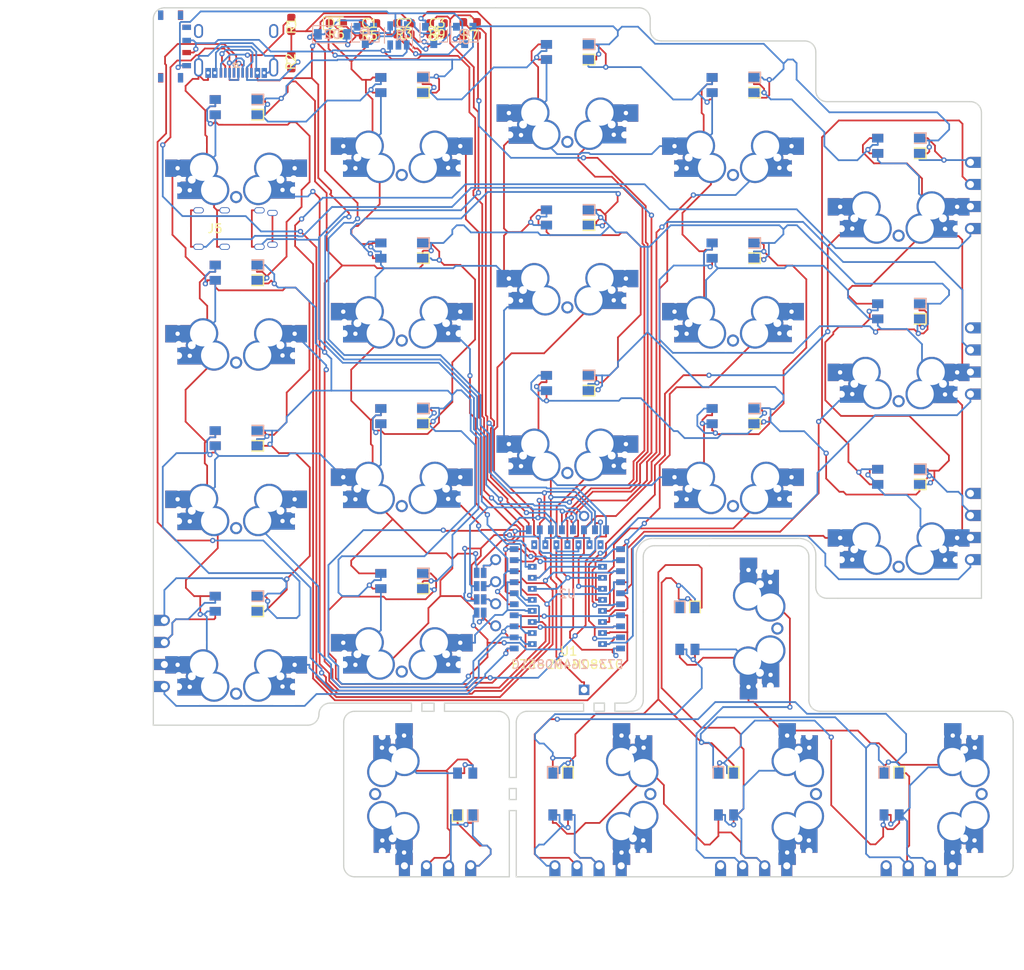
<source format=kicad_pcb>
(kicad_pcb (version 20171130) (host pcbnew "(5.1.0)-1")
  (layers (0 F.Cu signal) (31 B.Cu signal) (34 B.Paste user hide) (35 F.Paste user hide) (36 B.SilkS user) (37 F.SilkS user) (38 B.Mask user) (39 F.Mask user) (44 Edge.Cuts user))
  (net 0 "")
  (net 1 /DIN18)
  (net 2 /DIN21)
  (net 3 /VCC_B)
  (net 4 /DIN21_B)
  (net 5 /GND_B)
  (net 6 /DIN5_B)
  (net 7 /VCC_A)
  (net 8 /DIN18_A)
  (net 9 /GND_A)
  (net 10 /DIN5)
  (net 11 /S21_B)
  (net 12 /S20_B)
  (net 13 /S19_B)
  (net 14 /S22_B)
  (net 15 /S18_A)
  (net 16 "Net-(L19-Pad3)")
  (net 17 "Net-(L12-Pad3)")
  (net 18 "Net-(L10-Pad1)")
  (net 19 "Net-(L13-Pad1)")
  (net 20 "Net-(L14-Pad1)")
  (net 21 "Net-(L13-Pad3)")
  (net 22 "Net-(L12-Pad1)")
  (net 23 "Net-(L11-Pad1)")
  (net 24 "Net-(L11-Pad3)")
  (net 25 "Net-(L10-Pad3)")
  (net 26 "Net-(L7-Pad1)")
  (net 27 "Net-(L20-Pad3)")
  (net 28 "Net-(L20-Pad1)")
  (net 29 "Net-(L1-Pad1)")
  (net 30 "Net-(L1-Pad3)")
  (net 31 "Net-(L2-Pad3)")
  (net 32 "Net-(L3-Pad3)")
  (net 33 "Net-(L4-Pad3)")
  (net 34 "Net-(L18-Pad1)")
  (net 35 SDA)
  (net 36 SCL)
  (net 37 "Net-(JP5-Pad2)")
  (net 38 "Net-(JP4-Pad2)")
  (net 39 "Net-(JP3-Pad2)")
  (net 40 "Net-(JP2-Pad2)")
  (net 41 LED_DATA)
  (net 42 BAT-)
  (net 43 BAT+)
  (net 44 SWD)
  (net 45 SWC)
  (net 46 D-)
  (net 47 D+)
  (net 48 "Net-(J5-PadA)")
  (net 49 RX)
  (net 50 VBUS)
  (net 51 "Net-(D1-Pad1)")
  (net 52 "Net-(R6-Pad2)")
  (net 53 "Net-(R9-Pad1)")
  (net 54 "Net-(SW1-Pad1)")
  (net 55 VDDH)
  (net 56 DCCH)
  (net 57 S20)
  (net 58 S19)
  (net 59 S22)
  (net 60 S21)
  (net 61 S18)
  (net 62 S1)
  (net 63 S2)
  (net 64 S3)
  (net 65 S4)
  (net 66 S5)
  (net 67 S6)
  (net 68 S7)
  (net 69 S8)
  (net 70 S9)
  (net 71 S10)
  (net 72 S11)
  (net 73 S12)
  (net 74 S13)
  (net 75 S14)
  (net 76 S15)
  (net 77 S16)
  (net 78 S17)
  (net 79 RESET)
  (net 80 P0.04)
  (net 81 "Net-(J1-PadA8)")
  (net 82 "Net-(J1-PadB8)")
  (net 83 P0.06)
  (net 84 "Net-(E10-Pad1)")
  (net 85 "Net-(E20-Pad1)")
  (net 86 "Net-(E15-Pad1)")
  (net 87 "Net-(E21-Pad1)")
  (net 88 LED_VCC)
  (net 89 "Net-(Q2-Pad3)")
  (net 90 CC2)
  (net 91 CC1)
  (net 92 VCC)
  (net 93 "Net-(J2-PadA8)")
  (net 94 "Net-(J2-PadB8)")
  (net 95 BAT_SW)
  (net 96 "Net-(SW2-Pad3)")
  (net 97 "Net-(U1-Pad5)")
  (net 98 "Net-(U2-Pad5)")
  (net 99 "Net-(U1-Pad24)")
  (net 100 "Net-(U2-Pad24)")
  (net 101 "Net-(U1-Pad12)")
  (net 102 "Net-(U2-Pad12)")
  (module Capacitor_SMD:C_0603_1608Metric (layer F.Cu) (at 66.1415 40.513 180)
    (fp_text reference C1 (at 0 0 180) (layer F.SilkS))
    (fp_text value 10uF)
    (pad 2 smd roundrect (at 0.7875 0 180) (size 0.875 0.95) (layers F.Cu F.Paste F.Mask) (net 42 BAT-))
    (pad 1 smd roundrect (at -0.7875 0 180) (size 0.875 0.95) (layers F.Cu F.Paste F.Mask) (net 55 VDDH))
  )
  (module LED_SMD:LED_0603_1608Metric (layer F.Cu) (at 62.3315 40.513)
    (fp_text reference D1 (at -0.127 0) (layer F.SilkS))
    (fp_text value CHG)
    (pad 2 smd roundrect (at 0.7875 0) (size 0.875 0.95) (layers F.Cu F.Paste F.Mask) (net 50 VBUS))
    (pad 1 smd roundrect (at -0.7875 0) (size 0.875 0.95) (layers F.Cu F.Paste F.Mask) (net 51 "Net-(D1-Pad1)"))
  )
  (module Diode_SMD:D_SOD-123 (layer B.Cu) (at 61.849 41.783)
    (fp_text reference D2 (at 0 0) (layer B.SilkS) (effects (justify mirror)))
    (fp_text value 1N5819)
    (pad 2 smd rect (at 1.65 0) (size 0.9 1.2) (layers B.Cu B.Paste B.Mask) (net 50 VBUS))
    (pad 1 smd rect (at -1.65 0) (size 0.9 1.2) (layers B.Cu B.Paste B.Mask) (net 55 VDDH))
  )
  (module Capacitor_SMD:C_0603_1608Metric (layer F.Cu) (at 73.914 40.513)
    (fp_text reference C3 (at 0 0) (layer F.SilkS))
    (fp_text value 10uF)
    (pad 2 smd roundrect (at 0.7875 0) (size 0.875 0.95) (layers F.Cu F.Paste F.Mask) (net 42 BAT-))
    (pad 1 smd roundrect (at -0.7875 0) (size 0.875 0.95) (layers F.Cu F.Paste F.Mask) (net 92 VCC))
  )
  (module Inductor_SMD:L_0603_1608Metric (layer F.Cu) (at 77.724 40.386)
    (fp_text reference X1 hide)
    (fp_text value 10uH)
    (pad 2 smd roundrect (at 0.7875 0) (size 0.875 0.95) (layers F.Cu F.Paste F.Mask) (net 92 VCC))
    (pad 1 smd roundrect (at -0.7875 0) (size 0.875 0.95) (layers F.Cu F.Paste F.Mask) (net 56 DCCH))
  )
  (module Capacitor_SMD:C_0603_1608Metric (layer F.Cu) (at 70.104 40.513)
    (fp_text reference C2 (at 0 0) (layer F.SilkS))
    (fp_text value 10uF)
    (pad 2 smd roundrect (at 0.7875 0) (size 0.875 0.95) (layers F.Cu F.Paste F.Mask) (net 42 BAT-))
    (pad 1 smd roundrect (at -0.7875 0) (size 0.875 0.95) (layers F.Cu F.Paste F.Mask) (net 43 BAT+))
  )
  (module Resistor_SMD:R_0603_1608Metric (layer F.Cu) (at 62.3315 41.783 180)
    (fp_text reference R6 (at 0 0 180) (layer F.SilkS))
    (fp_text value 1K)
    (pad 2 smd roundrect (at 0.7875 0 180) (size 0.875 0.95) (layers F.Cu F.Paste F.Mask) (net 52 "Net-(R6-Pad2)"))
    (pad 1 smd roundrect (at -0.7875 0 180) (size 0.875 0.95) (layers F.Cu F.Paste F.Mask) (net 51 "Net-(D1-Pad1)"))
  )
  (module Resistor_SMD:R_0603_1608Metric (layer F.Cu) (at 77.724 41.91)
    (fp_text reference R7 (at 0 -0.0635) (layer F.SilkS))
    (fp_text value 10K)
    (pad 2 smd roundrect (at 0.7875 0) (size 0.875 0.95) (layers F.Cu F.Paste F.Mask) (net 80 P0.04))
    (pad 1 smd roundrect (at -0.7875 0) (size 0.875 0.95) (layers F.Cu F.Paste F.Mask) (net 95 BAT_SW))
  )
  (module Package_TO_SOT_SMD:SOT-23-5 (layer B.Cu) (at 69.469 41.91 90)
    (fp_text reference U3 (at 0.254 0.381 90) (layer B.SilkS) (effects (justify mirror)))
    (fp_text value MCP73831)
    (pad 5 smd rect (at 1.1 0.95 90) (size 1.06 0.65) (layers B.Cu B.Paste B.Mask) (net 53 "Net-(R9-Pad1)"))
    (pad 4 smd rect (at 1.1 -0.95 90) (size 1.06 0.65) (layers B.Cu B.Paste B.Mask) (net 50 VBUS))
    (pad 3 smd rect (at -1.1 -0.95 90) (size 1.06 0.65) (layers B.Cu B.Paste B.Mask) (net 43 BAT+))
    (pad 2 smd rect (at -1.1 0 90) (size 1.06 0.65) (layers B.Cu B.Paste B.Mask) (net 42 BAT-))
    (pad 1 smd rect (at -1.1 0.95 90) (size 1.06 0.65) (layers B.Cu B.Paste B.Mask) (net 52 "Net-(R6-Pad2)"))
  )
  (module Resistor_SMD:R_0603_1608Metric (layer F.Cu) (at 73.914 41.783 180)
    (fp_text reference R9 (at 0 0 180) (layer F.SilkS))
    (fp_text value 4.7K)
    (pad 2 smd roundrect (at 0.7875 0 180) (size 0.875 0.95) (layers F.Cu F.Paste F.Mask) (net 42 BAT-))
    (pad 1 smd roundrect (at -0.7875 0 180) (size 0.875 0.95) (layers F.Cu F.Paste F.Mask) (net 53 "Net-(R9-Pad1)"))
  )
  (module Resistor_SMD:R_0603_1608Metric (layer F.Cu) (at 66.1415 41.91)
    (fp_text reference R5 (at 0 0) (layer F.SilkS))
    (fp_text value 100K)
    (pad 2 smd roundrect (at 0.7875 0) (size 0.875 0.95) (layers F.Cu F.Paste F.Mask) (net 42 BAT-))
    (pad 1 smd roundrect (at -0.7875 0) (size 0.875 0.95) (layers F.Cu F.Paste F.Mask) (net 50 VBUS))
  )
  (module Package_TO_SOT_SMD:SOT-23 (layer B.Cu) (at 65.659 41.91 270)
    (fp_text reference Q1 (at 0 0 270) (layer B.SilkS) (effects (justify mirror)))
    (fp_text value AO3407)
    (pad 3 smd rect (at 1 0 270) (size 0.9 0.8) (layers B.Cu B.Paste B.Mask) (net 95 BAT_SW))
    (pad 2 smd rect (at -1 -0.95 270) (size 0.9 0.8) (layers B.Cu B.Paste B.Mask) (net 55 VDDH))
    (pad 1 smd rect (at -1 0.95 270) (size 0.9 0.8) (layers B.Cu B.Paste B.Mask) (net 50 VBUS))
  )
  (module Package_TO_SOT_SMD:SOT-23 (layer B.Cu) (at 77.089 41.91 270)
    (fp_text reference Q3 (at 0.127 0 270) (layer B.SilkS) (effects (justify mirror)))
    (fp_text value AO3407)
    (pad 3 smd rect (at 1 0 270) (size 0.9 0.8) (layers B.Cu B.Paste B.Mask) (net 55 VDDH))
    (pad 2 smd rect (at -1 -0.95 270) (size 0.9 0.8) (layers B.Cu B.Paste B.Mask) (net 88 LED_VCC))
    (pad 1 smd rect (at -1 0.95 270) (size 0.9 0.8) (layers B.Cu B.Paste B.Mask) (net 89 "Net-(Q2-Pad3)"))
  )
  (module Resistor_SMD:R_0603_1608Metric (layer F.Cu) (at 70.104 41.783)
    (fp_text reference R3 (at 0 0) (layer F.SilkS))
    (fp_text value 10K)
    (pad 2 smd roundrect (at 0.7875 0) (size 0.875 0.95) (layers F.Cu F.Paste F.Mask) (net 89 "Net-(Q2-Pad3)"))
    (pad 1 smd roundrect (at -0.7875 0) (size 0.875 0.95) (layers F.Cu F.Paste F.Mask) (net 55 VDDH))
  )
  (module Package_TO_SOT_SMD:SOT-23 (layer B.Cu) (at 73.533 41.91 270)
    (fp_text reference Q2 (at -0.254 0 270) (layer F.SilkS))
    (fp_text value SI2306)
    (pad 3 smd rect (at 1 0 270) (size 0.9 0.8) (layers B.Cu B.Paste B.Mask) (net 89 "Net-(Q2-Pad3)"))
    (pad 2 smd rect (at -1 -0.95 270) (size 0.9 0.8) (layers B.Cu B.Paste B.Mask) (net 42 BAT-))
    (pad 1 smd rect (at -1 0.95 270) (size 0.9 0.8) (layers B.Cu B.Paste B.Mask) (net 83 P0.06))
  )
  (module kbd:jumper (layer F.Cu) (at 78.867 106.807 270)
    (fp_text reference JP3 hide)
    (fp_text value " " hide)
    (pad 2 smd rect (at 0 -0.4) (size 0.635 1.143) (layers F.Cu F.Paste F.Mask) (net 39 "Net-(JP3-Pad2)") (clearance 0.1905))
    (pad 1 smd rect (at 0 0.4) (size 0.635 1.143) (layers F.Cu F.Paste F.Mask) (net 92 VCC) (clearance 0.1905))
  )
  (module kbd:jumper (layer F.Cu) (at 78.867 105.283 270)
    (fp_text reference JP4 hide)
    (fp_text value " " hide)
    (pad 2 smd rect (at 0 -0.4) (size 0.635 1.143) (layers F.Cu F.Paste F.Mask) (net 38 "Net-(JP4-Pad2)") (clearance 0.1905))
    (pad 1 smd rect (at 0 0.4) (size 0.635 1.143) (layers F.Cu F.Paste F.Mask) (net 36 SCL) (clearance 0.1905))
  )
  (module kbd:jumper (layer F.Cu) (at 78.867 103.759 270)
    (fp_text reference JP5 hide)
    (fp_text value " " hide)
    (pad 2 smd rect (at 0 -0.4) (size 0.635 1.143) (layers F.Cu F.Paste F.Mask) (net 37 "Net-(JP5-Pad2)") (clearance 0.1905))
    (pad 1 smd rect (at 0 0.4) (size 0.635 1.143) (layers F.Cu F.Paste F.Mask) (net 35 SDA) (clearance 0.1905))
  )
  (module kbd:jumper (layer B.Cu) (at 78.867 105.283 90)
    (fp_text reference JP8 hide)
    (fp_text value " " hide)
    (pad 2 smd rect (at 0 0.4) (size 0.635 1.143) (layers B.Cu B.Paste B.Mask) (net 38 "Net-(JP4-Pad2)") (clearance 0.1905))
    (pad 1 smd rect (at 0 -0.4) (size 0.635 1.143) (layers B.Cu B.Paste B.Mask) (net 92 VCC) (clearance 0.1905))
  )
  (module kbd:jumper (layer B.Cu) (at 78.867 103.759 90)
    (fp_text reference JP9 hide)
    (fp_text value " " hide)
    (pad 2 smd rect (at 0 0.4) (size 0.635 1.143) (layers B.Cu B.Paste B.Mask) (net 37 "Net-(JP5-Pad2)") (clearance 0.1905))
    (pad 1 smd rect (at 0 -0.4) (size 0.635 1.143) (layers B.Cu B.Paste B.Mask) (net 42 BAT-) (clearance 0.1905))
  )
  (module kbd:jumper (layer B.Cu) (at 78.867 106.807 90)
    (fp_text reference JP7 hide)
    (fp_text value " " hide)
    (pad 2 smd rect (at 0 0.4) (size 0.635 1.143) (layers B.Cu B.Paste B.Mask) (net 39 "Net-(JP3-Pad2)") (clearance 0.1905))
    (pad 1 smd rect (at 0 -0.4) (size 0.635 1.143) (layers B.Cu B.Paste B.Mask) (net 36 SCL) (clearance 0.1905))
  )
  (module kbd:jumper (layer F.Cu) (at 78.867 108.331 270)
    (fp_text reference JP2 hide)
    (fp_text value " " hide)
    (pad 2 smd rect (at 0 -0.4) (size 0.635 1.143) (layers F.Cu F.Paste F.Mask) (net 40 "Net-(JP2-Pad2)") (clearance 0.1905))
    (pad 1 smd rect (at 0 0.4) (size 0.635 1.143) (layers F.Cu F.Paste F.Mask) (net 42 BAT-) (clearance 0.1905))
  )
  (module kbd:jumper (layer B.Cu) (at 78.867 108.331 90)
    (fp_text reference JP6 hide)
    (fp_text value " " hide)
    (pad 2 smd rect (at 0 0.4) (size 0.635 1.143) (layers B.Cu B.Paste B.Mask) (net 40 "Net-(JP2-Pad2)") (clearance 0.1905))
    (pad 1 smd rect (at 0 -0.4) (size 0.635 1.143) (layers B.Cu B.Paste B.Mask) (net 35 SDA) (clearance 0.1905))
  )
  (module kbd:E73-2G4M08S1C-52840 (layer B.Cu) (at 88.9 98.425 270)
    (fp_text reference U2 (at 7.746775 0.000467) (layer B.SilkS) (effects (justify mirror)))
    (fp_text value E73-2G4M08S1C-52840)
    (fp_text user E73-2G4M08S1C (at 15.875 0 180) (layer B.SilkS) (effects (justify mirror)))
    (pad 28 thru_hole rect (at 4.632 -4.041 270) (size 0.65 1) (drill 0.3) (layers *.Cu *.Mask) (net 69 S8))
    (pad 10 smd rect (at 2.6 6.119 270) (size 0.65 1) (layers B.Cu B.Paste B.Mask) (net 63 S2))
    (pad 9 smd rect (at 3.87 6.119 270) (size 0.65 1) (layers B.Cu B.Paste B.Mask) (net 68 S7))
    (pad 8 smd rect (at 5.14 6.119 270) (size 0.65 1) (layers B.Cu B.Paste B.Mask) (net 73 S12))
    (pad 7 smd rect (at 6.41 6.119 270) (size 0.65 1) (layers B.Cu B.Paste B.Mask) (net 78 S17))
    (pad 6 smd rect (at 7.68 6.119 270) (size 0.65 1) (layers B.Cu B.Paste B.Mask) (net 62 S1))
    (pad 5 smd rect (at 8.95 6.119 270) (size 0.65 1) (layers B.Cu B.Paste B.Mask) (net 98 "Net-(U2-Pad5)"))
    (pad 4 smd rect (at 10.22 6.119 270) (size 0.65 1) (layers B.Cu B.Paste B.Mask) (net 67 S6))
    (pad 3 smd rect (at 11.49 6.119 270) (size 0.65 1) (layers B.Cu B.Paste B.Mask) (net 72 S11))
    (pad 2 smd rect (at 12.76 6.119 270) (size 0.65 1) (layers B.Cu B.Paste B.Mask) (net 77 S16))
    (pad 1 smd rect (at 14.03 6.119 270) (size 0.65 1) (layers B.Cu B.Paste B.Mask) (net 61 S18))
    (pad 31 smd rect (at 6.41 -6.119 270) (size 0.65 1) (layers B.Cu B.Paste B.Mask) (net 47 D+))
    (pad 43 smd rect (at 14.03 -6.119 270) (size 0.65 1) (layers B.Cu B.Paste B.Mask) (net 59 S22))
    (pad 33 smd rect (at 7.68 -6.119 270) (size 0.65 1) (layers B.Cu B.Paste B.Mask) (net 70 S9))
    (pad 41 smd rect (at 12.76 -6.119 270) (size 0.65 1) (layers B.Cu B.Paste B.Mask) (net 57 S20))
    (pad 39 smd rect (at 11.49 -6.119 270) (size 0.65 1) (layers B.Cu B.Paste B.Mask) (net 45 SWC))
    (pad 37 smd rect (at 10.22 -6.119 270) (size 0.65 1) (layers B.Cu B.Paste B.Mask) (net 44 SWD))
    (pad 29 smd rect (at 5.14 -6.119 270) (size 0.65 1) (layers B.Cu B.Paste B.Mask) (net 46 D-))
    (pad 35 smd rect (at 8.95 -6.119 270) (size 0.65 1) (layers B.Cu B.Paste B.Mask) (net 66 S5))
    (pad 27 smd rect (at 3.87 -6.119 270) (size 0.65 1) (layers B.Cu B.Paste B.Mask) (net 50 VBUS))
    (pad 26 smd rect (at 2.6 -6.119 270) (size 0.65 1) (layers B.Cu B.Paste B.Mask) (net 79 RESET))
    (pad 23 smd rect (at 0.381 -3.175 180) (size 0.65 1) (layers B.Cu B.Paste B.Mask) (net 55 VDDH))
    (pad 11 smd rect (at 0.381 4.445 180) (size 0.65 1) (layers B.Cu B.Paste B.Mask) (net 35 SDA))
    (pad 21 smd rect (at 0.381 -1.905 180) (size 0.65 1) (layers B.Cu B.Paste B.Mask) (net 42 BAT-))
    (pad 13 smd rect (at 0.381 3.175 180) (size 0.65 1) (layers B.Cu B.Paste B.Mask) (net 36 SCL))
    (pad 15 smd rect (at 0.381 1.905 180) (size 0.65 1) (layers B.Cu B.Paste B.Mask) (net 64 S3))
    (pad 17 smd rect (at 0.381 0.635 180) (size 0.65 1) (layers B.Cu B.Paste B.Mask) (net 49 RX))
    (pad 25 smd rect (at 0.381 -4.445 180) (size 0.65 1) (layers B.Cu B.Paste B.Mask) (net 56 DCCH))
    (pad 19 smd rect (at 0.381 -0.635 180) (size 0.65 1) (layers B.Cu B.Paste B.Mask) (net 92 VCC))
    (pad 30 thru_hole rect (at 5.902 -4.041 270) (size 0.65 1) (drill 0.3) (layers *.Cu *.Mask) (net 74 S13))
    (pad 32 thru_hole rect (at 7.172 -4.041 270) (size 0.65 1) (drill 0.3) (layers *.Cu *.Mask) (net 65 S4))
    (pad 34 thru_hole rect (at 8.442 -4.041 270) (size 0.65 1) (drill 0.3) (layers *.Cu *.Mask) (net 75 S14))
    (pad 36 thru_hole rect (at 9.712 -4.041 270) (size 0.65 1) (drill 0.3) (layers *.Cu *.Mask) (net 71 S10))
    (pad 38 thru_hole rect (at 10.982 -4.041 270) (size 0.65 1) (drill 0.3) (layers *.Cu *.Mask) (net 76 S15))
    (pad 40 thru_hole rect (at 12.252 -4.041 270) (size 0.65 1) (drill 0.3) (layers *.Cu *.Mask) (net 58 S19))
    (pad 42 thru_hole rect (at 13.522 -4.041 270) (size 0.65 1) (drill 0.3) (layers *.Cu *.Mask) (net 60 S21))
    (pad 14 thru_hole rect (at 2.092 2.54 180) (size 0.65 1) (drill 0.3) (layers *.Cu *.Mask) (net 83 P0.06))
    (pad 12 thru_hole rect (at 2.092 3.81 180) (size 0.65 1) (drill 0.3) (layers *.Cu *.Mask) (net 102 "Net-(U2-Pad12)"))
    (pad 20 thru_hole rect (at 2.092 -1.27 180) (size 0.65 1) (drill 0.3) (layers *.Cu *.Mask) (net 41 LED_DATA))
    (pad 16 thru_hole rect (at 2.092 1.27 180) (size 0.65 1) (drill 0.3) (layers *.Cu *.Mask) (net 41 LED_DATA))
    (pad 22 thru_hole rect (at 2.092 -2.54 180) (size 0.65 1) (drill 0.3) (layers *.Cu *.Mask) (net 83 P0.06))
    (pad 24 thru_hole rect (at 2.092 -3.81 180) (size 0.65 1) (drill 0.3) (layers *.Cu *.Mask) (net 100 "Net-(U2-Pad24)"))
    (pad 18 thru_hole rect (at 2.092 0 180) (size 0.65 1) (drill 0.3) (layers *.Cu *.Mask) (net 80 P0.04))
  )
  (module kbd:E73-2G4M08S1C-52840 (layer F.Cu) (at 88.9 98.425 270)
    (fp_text reference U1 (at 14.351 -0.152 180) (layer F.SilkS))
    (fp_text value E73-2G4M08S1C-52840)
    (fp_text user E73-2G4M08S1C (at 15.875 0) (layer F.SilkS))
    (pad 28 thru_hole rect (at 4.632 4.041 270) (size 0.65 1) (drill 0.3) (layers *.Cu *.Mask) (net 64 S3))
    (pad 10 smd rect (at 2.6 -6.119 270) (size 0.65 1) (layers F.Cu F.Paste F.Mask) (net 70 S9))
    (pad 9 smd rect (at 3.87 -6.119 270) (size 0.65 1) (layers F.Cu F.Paste F.Mask) (net 75 S14))
    (pad 8 smd rect (at 5.14 -6.119 270) (size 0.65 1) (layers F.Cu F.Paste F.Mask) (net 66 S5))
    (pad 7 smd rect (at 6.41 -6.119 270) (size 0.65 1) (layers F.Cu F.Paste F.Mask) (net 71 S10))
    (pad 6 smd rect (at 7.68 -6.119 270) (size 0.65 1) (layers F.Cu F.Paste F.Mask) (net 76 S15))
    (pad 5 smd rect (at 8.95 -6.119 270) (size 0.65 1) (layers F.Cu F.Paste F.Mask) (net 97 "Net-(U1-Pad5)"))
    (pad 4 smd rect (at 10.22 -6.119 270) (size 0.65 1) (layers F.Cu F.Paste F.Mask) (net 58 S19))
    (pad 3 smd rect (at 11.49 -6.119 270) (size 0.65 1) (layers F.Cu F.Paste F.Mask) (net 57 S20))
    (pad 2 smd rect (at 12.76 -6.119 270) (size 0.65 1) (layers F.Cu F.Paste F.Mask) (net 60 S21))
    (pad 1 smd rect (at 14.03 -6.119 270) (size 0.65 1) (layers F.Cu F.Paste F.Mask) (net 59 S22))
    (pad 31 smd rect (at 6.41 6.119 270) (size 0.65 1) (layers F.Cu F.Paste F.Mask) (net 47 D+))
    (pad 43 smd rect (at 14.03 6.119 270) (size 0.65 1) (layers F.Cu F.Paste F.Mask) (net 61 S18))
    (pad 33 smd rect (at 7.68 6.119 270) (size 0.65 1) (layers F.Cu F.Paste F.Mask) (net 63 S2))
    (pad 41 smd rect (at 12.76 6.119 270) (size 0.65 1) (layers F.Cu F.Paste F.Mask) (net 72 S11))
    (pad 39 smd rect (at 11.49 6.119 270) (size 0.65 1) (layers F.Cu F.Paste F.Mask) (net 45 SWC))
    (pad 37 smd rect (at 10.22 6.119 270) (size 0.65 1) (layers F.Cu F.Paste F.Mask) (net 44 SWD))
    (pad 29 smd rect (at 5.14 6.119 270) (size 0.65 1) (layers F.Cu F.Paste F.Mask) (net 46 D-))
    (pad 35 smd rect (at 8.95 6.119 270) (size 0.65 1) (layers F.Cu F.Paste F.Mask) (net 73 S12))
    (pad 27 smd rect (at 3.87 6.119 270) (size 0.65 1) (layers F.Cu F.Paste F.Mask) (net 50 VBUS))
    (pad 26 smd rect (at 2.6 6.119 270) (size 0.65 1) (layers F.Cu F.Paste F.Mask) (net 79 RESET))
    (pad 23 smd rect (at 0.381 3.175) (size 0.65 1) (layers F.Cu F.Paste F.Mask) (net 55 VDDH))
    (pad 11 smd rect (at 0.381 -4.445) (size 0.65 1) (layers F.Cu F.Paste F.Mask) (net 35 SDA))
    (pad 21 smd rect (at 0.381 1.905) (size 0.65 1) (layers F.Cu F.Paste F.Mask) (net 42 BAT-))
    (pad 13 smd rect (at 0.381 -3.175) (size 0.65 1) (layers F.Cu F.Paste F.Mask) (net 36 SCL))
    (pad 15 smd rect (at 0.381 -1.905) (size 0.65 1) (layers F.Cu F.Paste F.Mask) (net 65 S4))
    (pad 17 smd rect (at 0.381 -0.635) (size 0.65 1) (layers F.Cu F.Paste F.Mask) (net 49 RX))
    (pad 25 smd rect (at 0.381 4.445) (size 0.65 1) (layers F.Cu F.Paste F.Mask) (net 56 DCCH))
    (pad 19 smd rect (at 0.381 0.635) (size 0.65 1) (layers F.Cu F.Paste F.Mask) (net 92 VCC))
    (pad 30 thru_hole rect (at 5.902 4.041 270) (size 0.65 1) (drill 0.3) (layers *.Cu *.Mask) (net 69 S8))
    (pad 32 thru_hole rect (at 7.172 4.041 270) (size 0.65 1) (drill 0.3) (layers *.Cu *.Mask) (net 74 S13))
    (pad 34 thru_hole rect (at 8.442 4.041 270) (size 0.65 1) (drill 0.3) (layers *.Cu *.Mask) (net 68 S7))
    (pad 36 thru_hole rect (at 9.712 4.041 270) (size 0.65 1) (drill 0.3) (layers *.Cu *.Mask) (net 78 S17))
    (pad 38 thru_hole rect (at 10.982 4.041 270) (size 0.65 1) (drill 0.3) (layers *.Cu *.Mask) (net 62 S1))
    (pad 40 thru_hole rect (at 12.252 4.041 270) (size 0.65 1) (drill 0.3) (layers *.Cu *.Mask) (net 67 S6))
    (pad 42 thru_hole rect (at 13.522 4.041 270) (size 0.65 1) (drill 0.3) (layers *.Cu *.Mask) (net 77 S16))
    (pad 14 thru_hole rect (at 2.092 -2.54) (size 0.65 1) (drill 0.3) (layers *.Cu *.Mask) (net 83 P0.06))
    (pad 12 thru_hole rect (at 2.092 -3.81) (size 0.65 1) (drill 0.3) (layers *.Cu *.Mask) (net 101 "Net-(U1-Pad12)"))
    (pad 20 thru_hole rect (at 2.092 1.27) (size 0.65 1) (drill 0.3) (layers *.Cu *.Mask) (net 41 LED_DATA))
    (pad 16 thru_hole rect (at 2.092 -1.27) (size 0.65 1) (drill 0.3) (layers *.Cu *.Mask) (net 41 LED_DATA))
    (pad 22 thru_hole rect (at 2.092 2.54) (size 0.65 1) (drill 0.3) (layers *.Cu *.Mask) (net 83 P0.06))
    (pad 24 thru_hole rect (at 2.092 3.81) (size 0.65 1) (drill 0.3) (layers *.Cu *.Mask) (net 99 "Net-(U1-Pad24)"))
    (pad 18 thru_hole rect (at 2.092 0) (size 0.65 1) (drill 0.3) (layers *.Cu *.Mask) (net 80 P0.04))
  )
  (module kbd:switch_MSK-12C02_smd (layer B.Cu) (at 41.91 43.18)
    (fp_text reference SW2)
    (fp_text value MSK-12C02)
    (pad "" smd rect (at 2.493 -3.6 270) (size 1 0.6) (layers B.Cu B.Paste B.Mask))
    (pad "" smd rect (at 0.207 -3.6 270) (size 1.1 0.6) (layers B.Cu B.Paste B.Mask))
    (pad "" smd rect (at 2.493 3.6 270) (size 1.1 0.6) (layers B.Cu B.Paste B.Mask))
    (pad "" np_thru_hole circle (at 1.35 1.45 180) (size 0.7 0.7) (drill 0.7) (layers *.Cu *.Mask))
    (pad "" np_thru_hole circle (at 1.35 -1.45 180) (size 0.7 0.7) (drill 0.7) (layers *.Cu *.Mask))
    (pad 2 smd rect (at 3.2 -0.7 180) (size 1 0.6) (layers B.Cu B.Paste B.Mask) (net 43 BAT+))
    (pad 3 smd rect (at 3.2 -2.2 180) (size 1 0.6) (layers B.Cu B.Paste B.Mask) (net 96 "Net-(SW2-Pad3)"))
    (pad 1 smd rect (at 3.2 2.2 180) (size 1 0.6) (layers B.Cu B.Paste B.Mask) (net 95 BAT_SW))
    (pad "" smd rect (at 0.207 3.6 270) (size 1 0.6) (layers B.Cu B.Paste B.Mask))
  )
  (module kbd:usb_type_c (layer F.Cu) (at 50.8 38.735)
    (fp_text reference J1 (at 0 6.604 180) (layer F.SilkS) (effects (font (size 0.5 0.5) (thickness 0.125))))
    (fp_text value USB-C)
    (pad A1 thru_hole rect (at 3.225 7.477838 180) (size 0.6 1.1) (drill 0.3) (layers *.Cu *.Mask) (net 42 BAT-))
    (pad B1 thru_hole rect (at -3.225 7.477838 180) (size 0.6 1.1) (drill 0.3) (layers *.Cu *.Mask) (net 42 BAT-))
    (pad A12 thru_hole rect (at -3.225 7.477838 180) (size 0.6 1.1) (drill 0.3) (layers *.Cu *.Mask) (net 42 BAT-))
    (pad B12 thru_hole rect (at 3.225 7.477838 180) (size 0.6 1.1) (drill 0.3) (layers *.Cu *.Mask) (net 42 BAT-))
    (pad A9 thru_hole rect (at -2.45 7.477838 180) (size 0.6 1.1) (drill 0.3) (layers *.Cu *.Mask) (net 50 VBUS))
    (pad B9 thru_hole rect (at 2.45 7.477838 180) (size 0.6 1.1) (drill 0.3) (layers *.Cu *.Mask) (net 50 VBUS))
    (pad B4 thru_hole rect (at -2.45 7.477838 180) (size 0.6 1.1) (drill 0.3) (layers *.Cu *.Mask) (net 50 VBUS))
    (pad A4 thru_hole rect (at 2.45 7.477838 180) (size 0.6 1.1) (drill 0.3) (layers *.Cu *.Mask) (net 50 VBUS))
    (pad "" np_thru_hole circle (at -2.921 6.407 180) (size 0.6 0.6) (drill oval 0.6) (layers *.Cu *.Mask))
    (pad "" np_thru_hole circle (at 2.921 6.407 180) (size 0.6 0.6) (drill oval 0.6) (layers *.Cu *.Mask))
    (pad "" thru_hole oval (at -4.335 2.67 180) (size 1 1.6) (drill oval 0.6 1.2) (layers *.Cu *.Mask))
    (pad "" thru_hole oval (at 4.305 2.67 180) (size 1 1.6) (drill oval 0.6 1.2) (layers *.Cu *.Mask))
    (pad S1 thru_hole oval (at 4.305 6.85 180) (size 1 2.1) (drill oval 0.6 1.7) (layers *.Cu *.Mask) (net 42 BAT-))
    (pad S1 thru_hole oval (at -4.335 6.85 180) (size 1 2.1) (drill oval 0.6 1.7) (layers *.Cu *.Mask) (net 42 BAT-))
    (pad B6 smd rect (at -0.25 7.478 180) (size 0.3 1.1) (layers F.Cu F.Paste F.Mask) (net 47 D+))
    (pad B7 smd rect (at 0.25 7.478 180) (size 0.3 1.1) (layers F.Cu F.Paste F.Mask) (net 46 D-))
    (pad A7 smd rect (at -0.75 7.478 180) (size 0.3 1.1) (layers F.Cu F.Paste F.Mask) (net 46 D-))
    (pad A6 smd rect (at 0.75 7.478 180) (size 0.3 1.1) (layers F.Cu F.Paste F.Mask) (net 47 D+))
    (pad B5 smd rect (at -1.25 7.478 180) (size 0.3 1.1) (layers F.Cu F.Paste F.Mask) (net 90 CC2))
    (pad A8 smd rect (at -1.75 7.478 180) (size 0.3 1.1) (layers F.Cu F.Paste F.Mask) (net 81 "Net-(J1-PadA8)"))
    (pad A5 smd rect (at 1.75 7.478 180) (size 0.3 1.1) (layers F.Cu F.Paste F.Mask) (net 91 CC1))
    (pad B8 smd rect (at 1.25 7.478 180) (size 0.3 1.1) (layers F.Cu F.Paste F.Mask) (net 82 "Net-(J1-PadB8)"))
    (pad B1 thru_hole rect (at -3.233721 7.47808 180) (size 0.6 1.1) (drill 0.3) (layers *.Cu *.Mask) (net 42 BAT-))
  )
  (module kbd:usb_type_c (layer B.Cu) (at 50.8 38.735 180)
    (fp_text reference J2 (at 0 -6.604) (layer B.SilkS) (effects (font (size 0.5 0.5) (thickness 0.125)) (justify mirror)))
    (fp_text value USB-C)
    (pad A1 thru_hole rect (at 3.225 -7.477838) (size 0.6 1.1) (drill 0.3) (layers *.Cu *.Mask) (net 42 BAT-))
    (pad B1 thru_hole rect (at -3.225 -7.477838) (size 0.6 1.1) (drill 0.3) (layers *.Cu *.Mask) (net 42 BAT-))
    (pad A12 thru_hole rect (at -3.225 -7.477838) (size 0.6 1.1) (drill 0.3) (layers *.Cu *.Mask) (net 42 BAT-))
    (pad B12 thru_hole rect (at 3.225 -7.477838) (size 0.6 1.1) (drill 0.3) (layers *.Cu *.Mask) (net 42 BAT-))
    (pad A9 thru_hole rect (at -2.45 -7.477838) (size 0.6 1.1) (drill 0.3) (layers *.Cu *.Mask) (net 50 VBUS))
    (pad B9 thru_hole rect (at 2.45 -7.477838) (size 0.6 1.1) (drill 0.3) (layers *.Cu *.Mask) (net 50 VBUS))
    (pad B4 thru_hole rect (at -2.45 -7.477838) (size 0.6 1.1) (drill 0.3) (layers *.Cu *.Mask) (net 50 VBUS))
    (pad A4 thru_hole rect (at 2.45 -7.477838) (size 0.6 1.1) (drill 0.3) (layers *.Cu *.Mask) (net 50 VBUS))
    (pad "" np_thru_hole circle (at -2.921 -6.407) (size 0.6 0.6) (drill oval 0.6) (layers *.Cu *.Mask))
    (pad "" np_thru_hole circle (at 2.921 -6.407) (size 0.6 0.6) (drill oval 0.6) (layers *.Cu *.Mask))
    (pad "" thru_hole oval (at -4.335 -2.67) (size 1 1.6) (drill oval 0.6 1.2) (layers *.Cu *.Mask))
    (pad "" thru_hole oval (at 4.305 -2.67) (size 1 1.6) (drill oval 0.6 1.2) (layers *.Cu *.Mask))
    (pad S1 thru_hole oval (at 4.305 -6.85) (size 1 2.1) (drill oval 0.6 1.7) (layers *.Cu *.Mask) (net 42 BAT-))
    (pad S1 thru_hole oval (at -4.335 -6.85) (size 1 2.1) (drill oval 0.6 1.7) (layers *.Cu *.Mask) (net 42 BAT-))
    (pad B6 smd rect (at -0.25 -7.478) (size 0.3 1.1) (layers B.Cu B.Paste B.Mask) (net 47 D+))
    (pad B7 smd rect (at 0.25 -7.478) (size 0.3 1.1) (layers B.Cu B.Paste B.Mask) (net 46 D-))
    (pad A7 smd rect (at -0.75 -7.478) (size 0.3 1.1) (layers B.Cu B.Paste B.Mask) (net 46 D-))
    (pad A6 smd rect (at 0.75 -7.478) (size 0.3 1.1) (layers B.Cu B.Paste B.Mask) (net 47 D+))
    (pad B5 smd rect (at -1.25 -7.478) (size 0.3 1.1) (layers B.Cu B.Paste B.Mask) (net 90 CC2))
    (pad A8 smd rect (at -1.75 -7.478) (size 0.3 1.1) (layers B.Cu B.Paste B.Mask) (net 93 "Net-(J2-PadA8)"))
    (pad A5 smd rect (at 1.75 -7.478) (size 0.3 1.1) (layers B.Cu B.Paste B.Mask) (net 91 CC1))
    (pad B8 smd rect (at 1.25 -7.478) (size 0.3 1.1) (layers B.Cu B.Paste B.Mask) (net 94 "Net-(J2-PadB8)"))
    (pad B1 thru_hole rect (at -3.233721 -7.47808) (size 0.6 1.1) (drill 0.3) (layers *.Cu *.Mask) (net 42 BAT-))
  )
  (module kbd:cherry (layer F.Cu) (at 69.85 109.22)
    (fp_text reference S17)
    (fp_text value "CHERRY MX" hide)
    (pad "" np_thru_hole oval (at 6.589 5.095 270) (size 0.8 0.8) (drill oval 0.8) (layers *.Cu *.Mask) (clearance 0.15))
    (pad "" np_thru_hole oval (at -6.619 5.095 270) (size 0.8 0.8) (drill oval 0.8) (layers *.Cu *.Mask) (clearance 0.15))
    (pad "" np_thru_hole oval (at -5.5118 6.619) (size 3 0.8) (drill oval 3 0.8) (layers *.Cu *.Mask) (clearance 0.15))
    (pad "" np_thru_hole oval (at 6.604 -0.381 90) (size 4 0.8) (drill oval 4 0.8) (layers *.Cu *.Mask) (clearance 0.15))
    (pad "" np_thru_hole oval (at -6.604 -5.08 180) (size 0.8 4) (drill oval 0.8 4) (layers *.Cu *.Mask) (clearance 0.15))
    (pad "" np_thru_hole oval (at -1.35 -4.85 180) (size 0.8 4.3) (drill oval 0.8 4.3) (layers *.Cu *.Mask) (clearance 0.15))
    (pad "" np_thru_hole oval (at 1.35 -4.85 180) (size 0.8 4.3) (drill oval 0.8 4.3) (layers *.Cu *.Mask) (clearance 0.15))
    (pad "" np_thru_hole oval (at 0 -3.1 180) (size 3.5 0.8) (drill oval 3.5 0.8) (layers *.Cu *.Mask) (clearance 0.15))
    (pad 2 thru_hole rect (at 6.731 2.58) (size 2.85 2) (drill 0.5) (layers *.Cu *.Mask) (net 78 S17))
    (pad 1 thru_hole rect (at -6.731 2.58) (size 2.85 2) (drill 0.5) (layers *.Cu *.Mask) (net 42 BAT-))
    (pad 2 thru_hole rect (at 5.334 5.08) (size 2.85 2) (drill 0.5) (layers *.Cu *.Mask) (net 78 S17))
    (pad 2 thru_hole circle (at 3.81 2.54) (size 3.5 3.5) (drill 3) (layers *.Cu *.Mask) (net 78 S17))
    (pad 2 thru_hole circle (at 2.54 5.08) (size 3.5 3.5) (drill 3) (layers *.Cu *.Mask) (net 78 S17))
    (pad 1 thru_hole circle (at -3.81 2.540001) (size 3.5 3.5) (drill 3) (layers *.Cu *.Mask) (net 42 BAT-))
    (pad 1 thru_hole circle (at -2.54 5.08) (size 3.5 3.5) (drill 3) (layers *.Cu *.Mask) (net 42 BAT-))
    (pad "" np_thru_hole circle (at 0 0 270) (size 4.1 4.1) (drill 4.1) (layers *.Cu *.Mask))
    (pad "" np_thru_hole circle (at -5.08 0 180) (size 1.9 1.9) (drill 1.9) (layers *.Cu *.Mask))
    (pad "" np_thru_hole circle (at 5.08 0 180) (size 1.9 1.9) (drill 1.9) (layers *.Cu *.Mask))
    (pad 1 thru_hole rect (at -5.334 5.12) (size 2.85 2) (drill 0.5) (layers *.Cu *.Mask) (net 42 BAT-))
    (pad "" np_thru_hole circle (at 4.5 0 180) (size 1.7 1.7) (drill 1.7) (layers *.Cu *.Mask))
    (pad "" np_thru_hole circle (at -4.5 0 180) (size 1.7 1.7) (drill 1.7) (layers *.Cu *.Mask))
    (pad 1 thru_hole circle (at -5.1 3.9 130) (size 1.4 1.4) (drill 0.9) (layers *.Cu *.Mask) (net 42 BAT-))
    (pad 2 thru_hole circle (at 5.1 3.9 230) (size 1.4 1.4) (drill 0.9) (layers *.Cu *.Mask) (net 78 S17))
    (pad "" thru_hole circle (at 0 5.9 270) (size 1.4 1.4) (drill 0.9) (layers *.Cu *.Mask))
    (pad "" np_thru_hole circle (at -5.22 -4.2 180) (size 1 1) (drill 1) (layers *.Cu *.Mask))
    (pad "" np_thru_hole circle (at 5.22 -4.2 180) (size 1 1) (drill 1) (layers *.Cu *.Mask))
    (pad "" np_thru_hole oval (at -6.604 3.81 270) (size 0.8 0.8) (drill oval 0.8) (layers *.Cu *.Mask) (clearance 0.15))
    (pad "" np_thru_hole oval (at 6.604 3.81 270) (size 0.8 0.8) (drill oval 0.8) (layers *.Cu *.Mask) (clearance 0.15))
    (pad "" np_thru_hole oval (at 5.5268 6.619) (size 3 0.8) (drill oval 3 0.8) (layers *.Cu *.Mask) (clearance 0.15))
    (pad "" np_thru_hole oval (at -0.8486 6.6317 270) (size 0.8 0.8) (drill oval 0.8) (layers *.Cu *.Mask) (clearance 0.15))
    (pad "" np_thru_hole oval (at 0.8913 6.619 270) (size 0.8 0.8) (drill oval 0.8) (layers *.Cu *.Mask) (clearance 0.15))
    (pad "" np_thru_hole oval (at 0 -6.6052 180) (size 11 0.8) (drill oval 11 0.8) (layers *.Cu *.Mask) (clearance 0.15))
    (pad "" np_thru_hole oval (at -6.604 -0.381 180) (size 0.8 4) (drill oval 0.8 4) (layers *.Cu *.Mask) (clearance 0.15))
    (pad "" np_thru_hole oval (at 6.604 -5.08 90) (size 4 0.8) (drill oval 4 0.8) (layers *.Cu *.Mask) (clearance 0.15))
  )
  (module kbd:cherry (layer F.Cu) (at 69.85 71.12)
    (fp_text reference S7)
    (fp_text value "CHERRY MX" hide)
    (pad "" np_thru_hole oval (at 6.589 5.095 270) (size 0.8 0.8) (drill oval 0.8) (layers *.Cu *.Mask) (clearance 0.15))
    (pad "" np_thru_hole oval (at -6.619 5.095 270) (size 0.8 0.8) (drill oval 0.8) (layers *.Cu *.Mask) (clearance 0.15))
    (pad "" np_thru_hole oval (at -5.5118 6.619) (size 3 0.8) (drill oval 3 0.8) (layers *.Cu *.Mask) (clearance 0.15))
    (pad "" np_thru_hole oval (at 6.604 -0.381 90) (size 4 0.8) (drill oval 4 0.8) (layers *.Cu *.Mask) (clearance 0.15))
    (pad "" np_thru_hole oval (at -6.604 -5.08 180) (size 0.8 4) (drill oval 0.8 4) (layers *.Cu *.Mask) (clearance 0.15))
    (pad "" np_thru_hole oval (at -1.35 -4.85 180) (size 0.8 4.3) (drill oval 0.8 4.3) (layers *.Cu *.Mask) (clearance 0.15))
    (pad "" np_thru_hole oval (at 1.35 -4.85 180) (size 0.8 4.3) (drill oval 0.8 4.3) (layers *.Cu *.Mask) (clearance 0.15))
    (pad "" np_thru_hole oval (at 0 -3.1 180) (size 3.5 0.8) (drill oval 3.5 0.8) (layers *.Cu *.Mask) (clearance 0.15))
    (pad 2 thru_hole rect (at 6.731 2.58) (size 2.85 2) (drill 0.5) (layers *.Cu *.Mask) (net 68 S7))
    (pad 1 thru_hole rect (at -6.731 2.58) (size 2.85 2) (drill 0.5) (layers *.Cu *.Mask) (net 42 BAT-))
    (pad 2 thru_hole rect (at 5.334 5.08) (size 2.85 2) (drill 0.5) (layers *.Cu *.Mask) (net 68 S7))
    (pad 2 thru_hole circle (at 3.81 2.54) (size 3.5 3.5) (drill 3) (layers *.Cu *.Mask) (net 68 S7))
    (pad 2 thru_hole circle (at 2.54 5.08) (size 3.5 3.5) (drill 3) (layers *.Cu *.Mask) (net 68 S7))
    (pad 1 thru_hole circle (at -3.81 2.540001) (size 3.5 3.5) (drill 3) (layers *.Cu *.Mask) (net 42 BAT-))
    (pad 1 thru_hole circle (at -2.54 5.08) (size 3.5 3.5) (drill 3) (layers *.Cu *.Mask) (net 42 BAT-))
    (pad "" np_thru_hole circle (at 0 0 270) (size 4.1 4.1) (drill 4.1) (layers *.Cu *.Mask))
    (pad "" np_thru_hole circle (at -5.08 0 180) (size 1.9 1.9) (drill 1.9) (layers *.Cu *.Mask))
    (pad "" np_thru_hole circle (at 5.08 0 180) (size 1.9 1.9) (drill 1.9) (layers *.Cu *.Mask))
    (pad 1 thru_hole rect (at -5.334 5.12) (size 2.85 2) (drill 0.5) (layers *.Cu *.Mask) (net 42 BAT-))
    (pad "" np_thru_hole circle (at 4.5 0 180) (size 1.7 1.7) (drill 1.7) (layers *.Cu *.Mask))
    (pad "" np_thru_hole circle (at -4.5 0 180) (size 1.7 1.7) (drill 1.7) (layers *.Cu *.Mask))
    (pad 1 thru_hole circle (at -5.1 3.9 130) (size 1.4 1.4) (drill 0.9) (layers *.Cu *.Mask) (net 42 BAT-))
    (pad 2 thru_hole circle (at 5.1 3.9 230) (size 1.4 1.4) (drill 0.9) (layers *.Cu *.Mask) (net 68 S7))
    (pad "" thru_hole circle (at 0 5.9 270) (size 1.4 1.4) (drill 0.9) (layers *.Cu *.Mask))
    (pad "" np_thru_hole circle (at -5.22 -4.2 180) (size 1 1) (drill 1) (layers *.Cu *.Mask))
    (pad "" np_thru_hole circle (at 5.22 -4.2 180) (size 1 1) (drill 1) (layers *.Cu *.Mask))
    (pad "" np_thru_hole oval (at -6.604 3.81 270) (size 0.8 0.8) (drill oval 0.8) (layers *.Cu *.Mask) (clearance 0.15))
    (pad "" np_thru_hole oval (at 6.604 3.81 270) (size 0.8 0.8) (drill oval 0.8) (layers *.Cu *.Mask) (clearance 0.15))
    (pad "" np_thru_hole oval (at 5.5268 6.619) (size 3 0.8) (drill oval 3 0.8) (layers *.Cu *.Mask) (clearance 0.15))
    (pad "" np_thru_hole oval (at -0.8486 6.6317 270) (size 0.8 0.8) (drill oval 0.8) (layers *.Cu *.Mask) (clearance 0.15))
    (pad "" np_thru_hole oval (at 0.8913 6.619 270) (size 0.8 0.8) (drill oval 0.8) (layers *.Cu *.Mask) (clearance 0.15))
    (pad "" np_thru_hole oval (at 0 -6.6052 180) (size 11 0.8) (drill oval 11 0.8) (layers *.Cu *.Mask) (clearance 0.15))
    (pad "" np_thru_hole oval (at -6.604 -0.381 180) (size 0.8 4) (drill oval 0.8 4) (layers *.Cu *.Mask) (clearance 0.15))
    (pad "" np_thru_hole oval (at 6.604 -5.08 90) (size 4 0.8) (drill oval 4 0.8) (layers *.Cu *.Mask) (clearance 0.15))
  )
  (module kbd:cherry (layer F.Cu) (at 88.9 86.36)
    (fp_text reference S13)
    (fp_text value "CHERRY MX" hide)
    (pad "" np_thru_hole oval (at 6.589 5.095 270) (size 0.8 0.8) (drill oval 0.8) (layers *.Cu *.Mask) (clearance 0.15))
    (pad "" np_thru_hole oval (at -6.619 5.095 270) (size 0.8 0.8) (drill oval 0.8) (layers *.Cu *.Mask) (clearance 0.15))
    (pad "" np_thru_hole oval (at -5.5118 6.619) (size 3 0.8) (drill oval 3 0.8) (layers *.Cu *.Mask) (clearance 0.15))
    (pad "" np_thru_hole oval (at 6.604 -0.381 90) (size 4 0.8) (drill oval 4 0.8) (layers *.Cu *.Mask) (clearance 0.15))
    (pad "" np_thru_hole oval (at -6.604 -5.08 180) (size 0.8 4) (drill oval 0.8 4) (layers *.Cu *.Mask) (clearance 0.15))
    (pad "" np_thru_hole oval (at -1.35 -4.85 180) (size 0.8 4.3) (drill oval 0.8 4.3) (layers *.Cu *.Mask) (clearance 0.15))
    (pad "" np_thru_hole oval (at 1.35 -4.85 180) (size 0.8 4.3) (drill oval 0.8 4.3) (layers *.Cu *.Mask) (clearance 0.15))
    (pad "" np_thru_hole oval (at 0 -3.1 180) (size 3.5 0.8) (drill oval 3.5 0.8) (layers *.Cu *.Mask) (clearance 0.15))
    (pad 2 thru_hole rect (at 6.731 2.58) (size 2.85 2) (drill 0.5) (layers *.Cu *.Mask) (net 74 S13))
    (pad 1 thru_hole rect (at -6.731 2.58) (size 2.85 2) (drill 0.5) (layers *.Cu *.Mask) (net 42 BAT-))
    (pad 2 thru_hole rect (at 5.334 5.08) (size 2.85 2) (drill 0.5) (layers *.Cu *.Mask) (net 74 S13))
    (pad 2 thru_hole circle (at 3.81 2.54) (size 3.5 3.5) (drill 3) (layers *.Cu *.Mask) (net 74 S13))
    (pad 2 thru_hole circle (at 2.54 5.08) (size 3.5 3.5) (drill 3) (layers *.Cu *.Mask) (net 74 S13))
    (pad 1 thru_hole circle (at -3.81 2.540001) (size 3.5 3.5) (drill 3) (layers *.Cu *.Mask) (net 42 BAT-))
    (pad 1 thru_hole circle (at -2.54 5.08) (size 3.5 3.5) (drill 3) (layers *.Cu *.Mask) (net 42 BAT-))
    (pad "" np_thru_hole circle (at 0 0 270) (size 4.1 4.1) (drill 4.1) (layers *.Cu *.Mask))
    (pad "" np_thru_hole circle (at -5.08 0 180) (size 1.9 1.9) (drill 1.9) (layers *.Cu *.Mask))
    (pad "" np_thru_hole circle (at 5.08 0 180) (size 1.9 1.9) (drill 1.9) (layers *.Cu *.Mask))
    (pad 1 thru_hole rect (at -5.334 5.12) (size 2.85 2) (drill 0.5) (layers *.Cu *.Mask) (net 42 BAT-))
    (pad "" np_thru_hole circle (at 4.5 0 180) (size 1.7 1.7) (drill 1.7) (layers *.Cu *.Mask))
    (pad "" np_thru_hole circle (at -4.5 0 180) (size 1.7 1.7) (drill 1.7) (layers *.Cu *.Mask))
    (pad 1 thru_hole circle (at -5.1 3.9 130) (size 1.4 1.4) (drill 0.9) (layers *.Cu *.Mask) (net 42 BAT-))
    (pad 2 thru_hole circle (at 5.1 3.9 230) (size 1.4 1.4) (drill 0.9) (layers *.Cu *.Mask) (net 74 S13))
    (pad "" thru_hole circle (at 0 5.9 270) (size 1.4 1.4) (drill 0.9) (layers *.Cu *.Mask))
    (pad "" np_thru_hole circle (at -5.22 -4.2 180) (size 1 1) (drill 1) (layers *.Cu *.Mask))
    (pad "" np_thru_hole circle (at 5.22 -4.2 180) (size 1 1) (drill 1) (layers *.Cu *.Mask))
    (pad "" np_thru_hole oval (at -6.604 3.81 270) (size 0.8 0.8) (drill oval 0.8) (layers *.Cu *.Mask) (clearance 0.15))
    (pad "" np_thru_hole oval (at 6.604 3.81 270) (size 0.8 0.8) (drill oval 0.8) (layers *.Cu *.Mask) (clearance 0.15))
    (pad "" np_thru_hole oval (at 5.5268 6.619) (size 3 0.8) (drill oval 3 0.8) (layers *.Cu *.Mask) (clearance 0.15))
    (pad "" np_thru_hole oval (at -0.8486 6.6317 270) (size 0.8 0.8) (drill oval 0.8) (layers *.Cu *.Mask) (clearance 0.15))
    (pad "" np_thru_hole oval (at 0.8913 6.619 270) (size 0.8 0.8) (drill oval 0.8) (layers *.Cu *.Mask) (clearance 0.15))
    (pad "" np_thru_hole oval (at 0 -6.6052 180) (size 11 0.8) (drill oval 11 0.8) (layers *.Cu *.Mask) (clearance 0.15))
    (pad "" np_thru_hole oval (at -6.604 -0.381 180) (size 0.8 4) (drill oval 0.8 4) (layers *.Cu *.Mask) (clearance 0.15))
    (pad "" np_thru_hole oval (at 6.604 -5.08 90) (size 4 0.8) (drill oval 4 0.8) (layers *.Cu *.Mask) (clearance 0.15))
  )
  (module kbd:cherry (layer B.Cu) (at 127 59.055 180)
    (fp_text reference S5)
    (fp_text value "CHERRY MX" hide)
    (pad "" np_thru_hole oval (at 6.589 -5.095 270) (size 0.8 0.8) (drill oval 0.8) (layers *.Cu *.Mask) (clearance 0.15))
    (pad "" np_thru_hole oval (at -6.619 -5.095 270) (size 0.8 0.8) (drill oval 0.8) (layers *.Cu *.Mask) (clearance 0.15))
    (pad "" np_thru_hole oval (at -5.5118 -6.619 180) (size 3 0.8) (drill oval 3 0.8) (layers *.Cu *.Mask) (clearance 0.15))
    (pad "" np_thru_hole oval (at 6.604 0.381 90) (size 4 0.8) (drill oval 4 0.8) (layers *.Cu *.Mask) (clearance 0.15))
    (pad "" np_thru_hole oval (at -6.604 5.08) (size 0.8 4) (drill oval 0.8 4) (layers *.Cu *.Mask) (clearance 0.15))
    (pad "" np_thru_hole oval (at -1.35 4.85) (size 0.8 4.3) (drill oval 0.8 4.3) (layers *.Cu *.Mask) (clearance 0.15))
    (pad "" np_thru_hole oval (at 1.35 4.85) (size 0.8 4.3) (drill oval 0.8 4.3) (layers *.Cu *.Mask) (clearance 0.15))
    (pad "" np_thru_hole oval (at 0 3.1) (size 3.5 0.8) (drill oval 3.5 0.8) (layers *.Cu *.Mask) (clearance 0.15))
    (pad 2 thru_hole rect (at 6.731 -2.58 180) (size 2.85 2) (drill 0.5) (layers *.Cu *.Mask) (net 66 S5))
    (pad 1 thru_hole rect (at -6.731 -2.58 180) (size 2.85 2) (drill 0.5) (layers *.Cu *.Mask) (net 42 BAT-))
    (pad 2 thru_hole rect (at 5.334 -5.08 180) (size 2.85 2) (drill 0.5) (layers *.Cu *.Mask) (net 66 S5))
    (pad 2 thru_hole circle (at 3.81 -2.54 180) (size 3.5 3.5) (drill 3) (layers *.Cu *.Mask) (net 66 S5))
    (pad 2 thru_hole circle (at 2.54 -5.08 180) (size 3.5 3.5) (drill 3) (layers *.Cu *.Mask) (net 66 S5))
    (pad 1 thru_hole circle (at -3.81 -2.540001 180) (size 3.5 3.5) (drill 3) (layers *.Cu *.Mask) (net 42 BAT-))
    (pad 1 thru_hole circle (at -2.54 -5.08 180) (size 3.5 3.5) (drill 3) (layers *.Cu *.Mask) (net 42 BAT-))
    (pad "" np_thru_hole circle (at 0 0 270) (size 4.1 4.1) (drill 4.1) (layers *.Cu *.Mask))
    (pad "" np_thru_hole circle (at -5.08 0) (size 1.9 1.9) (drill 1.9) (layers *.Cu *.Mask))
    (pad "" np_thru_hole circle (at 5.08 0) (size 1.9 1.9) (drill 1.9) (layers *.Cu *.Mask))
    (pad 1 thru_hole rect (at -5.334 -5.12 180) (size 2.85 2) (drill 0.5) (layers *.Cu *.Mask) (net 42 BAT-))
    (pad "" np_thru_hole circle (at 4.5 0) (size 1.7 1.7) (drill 1.7) (layers *.Cu *.Mask))
    (pad "" np_thru_hole circle (at -4.5 0) (size 1.7 1.7) (drill 1.7) (layers *.Cu *.Mask))
    (pad 1 thru_hole circle (at -5.1 -3.9 50) (size 1.4 1.4) (drill 0.9) (layers *.Cu *.Mask) (net 42 BAT-))
    (pad 2 thru_hole circle (at 5.1 -3.9 310) (size 1.4 1.4) (drill 0.9) (layers *.Cu *.Mask) (net 66 S5))
    (pad "" thru_hole circle (at 0 -5.9 270) (size 1.4 1.4) (drill 0.9) (layers *.Cu *.Mask))
    (pad "" np_thru_hole circle (at -5.22 4.2) (size 1 1) (drill 1) (layers *.Cu *.Mask))
    (pad "" np_thru_hole circle (at 5.22 4.2) (size 1 1) (drill 1) (layers *.Cu *.Mask))
    (pad "" np_thru_hole oval (at -6.604 -3.81 270) (size 0.8 0.8) (drill oval 0.8) (layers *.Cu *.Mask) (clearance 0.15))
    (pad "" np_thru_hole oval (at 6.604 -3.81 270) (size 0.8 0.8) (drill oval 0.8) (layers *.Cu *.Mask) (clearance 0.15))
    (pad "" np_thru_hole oval (at 5.5268 -6.619 180) (size 3 0.8) (drill oval 3 0.8) (layers *.Cu *.Mask) (clearance 0.15))
    (pad "" np_thru_hole oval (at -0.8486 -6.6317 270) (size 0.8 0.8) (drill oval 0.8) (layers *.Cu *.Mask) (clearance 0.15))
    (pad "" np_thru_hole oval (at 0.8913 -6.619 270) (size 0.8 0.8) (drill oval 0.8) (layers *.Cu *.Mask) (clearance 0.15))
    (pad "" np_thru_hole oval (at 0 6.6052) (size 11 0.8) (drill oval 11 0.8) (layers *.Cu *.Mask) (clearance 0.15))
    (pad "" np_thru_hole oval (at -6.604 0.381) (size 0.8 4) (drill oval 0.8 4) (layers *.Cu *.Mask) (clearance 0.15))
    (pad "" np_thru_hole oval (at 6.604 5.08 90) (size 4 0.8) (drill oval 4 0.8) (layers *.Cu *.Mask) (clearance 0.15))
  )
  (module kbd:cherry (layer F.Cu) (at 107.15 110.16 90)
    (fp_text reference S22)
    (fp_text value "CHERRY MX" hide)
    (pad "" np_thru_hole oval (at 6.589 5.095) (size 0.8 0.8) (drill oval 0.8) (layers *.Cu *.Mask) (clearance 0.15))
    (pad "" np_thru_hole oval (at -6.619 5.095) (size 0.8 0.8) (drill oval 0.8) (layers *.Cu *.Mask) (clearance 0.15))
    (pad "" np_thru_hole oval (at -5.5118 6.619 90) (size 3 0.8) (drill oval 3 0.8) (layers *.Cu *.Mask) (clearance 0.15))
    (pad "" np_thru_hole oval (at 6.604 -0.381 180) (size 4 0.8) (drill oval 4 0.8) (layers *.Cu *.Mask) (clearance 0.15))
    (pad "" np_thru_hole oval (at -6.604 -5.08 270) (size 0.8 4) (drill oval 0.8 4) (layers *.Cu *.Mask) (clearance 0.15))
    (pad "" np_thru_hole oval (at -1.35 -4.85 270) (size 0.8 4.3) (drill oval 0.8 4.3) (layers *.Cu *.Mask) (clearance 0.15))
    (pad "" np_thru_hole oval (at 1.35 -4.85 270) (size 0.8 4.3) (drill oval 0.8 4.3) (layers *.Cu *.Mask) (clearance 0.15))
    (pad "" np_thru_hole oval (at 0 -3.1 270) (size 3.5 0.8) (drill oval 3.5 0.8) (layers *.Cu *.Mask) (clearance 0.15))
    (pad 2 thru_hole rect (at 6.731 2.58 90) (size 2.85 2) (drill 0.5) (layers *.Cu *.Mask) (net 14 /S22_B))
    (pad 1 thru_hole rect (at -6.731 2.58 90) (size 2.85 2) (drill 0.5) (layers *.Cu *.Mask) (net 5 /GND_B))
    (pad 2 thru_hole rect (at 5.334 5.08 90) (size 2.85 2) (drill 0.5) (layers *.Cu *.Mask) (net 14 /S22_B))
    (pad 2 thru_hole circle (at 3.81 2.54 90) (size 3.5 3.5) (drill 3) (layers *.Cu *.Mask) (net 14 /S22_B))
    (pad 2 thru_hole circle (at 2.54 5.08 90) (size 3.5 3.5) (drill 3) (layers *.Cu *.Mask) (net 14 /S22_B))
    (pad 1 thru_hole circle (at -3.81 2.540001 90) (size 3.5 3.5) (drill 3) (layers *.Cu *.Mask) (net 5 /GND_B))
    (pad 1 thru_hole circle (at -2.54 5.08 90) (size 3.5 3.5) (drill 3) (layers *.Cu *.Mask) (net 5 /GND_B))
    (pad "" np_thru_hole circle (at 0 0) (size 4.1 4.1) (drill 4.1) (layers *.Cu *.Mask))
    (pad "" np_thru_hole circle (at -5.08 0 270) (size 1.9 1.9) (drill 1.9) (layers *.Cu *.Mask))
    (pad "" np_thru_hole circle (at 5.08 0 270) (size 1.9 1.9) (drill 1.9) (layers *.Cu *.Mask))
    (pad 1 thru_hole rect (at -5.334 5.12 90) (size 2.85 2) (drill 0.5) (layers *.Cu *.Mask) (net 5 /GND_B))
    (pad "" np_thru_hole circle (at 4.5 0 270) (size 1.7 1.7) (drill 1.7) (layers *.Cu *.Mask))
    (pad "" np_thru_hole circle (at -4.5 0 270) (size 1.7 1.7) (drill 1.7) (layers *.Cu *.Mask))
    (pad 1 thru_hole circle (at -5.1 3.9 220) (size 1.4 1.4) (drill 0.9) (layers *.Cu *.Mask) (net 5 /GND_B))
    (pad 2 thru_hole circle (at 5.1 3.9 320) (size 1.4 1.4) (drill 0.9) (layers *.Cu *.Mask) (net 14 /S22_B))
    (pad "" thru_hole circle (at 0 5.9) (size 1.4 1.4) (drill 0.9) (layers *.Cu *.Mask))
    (pad "" np_thru_hole circle (at -5.22 -4.2 270) (size 1 1) (drill 1) (layers *.Cu *.Mask))
    (pad "" np_thru_hole circle (at 5.22 -4.2 270) (size 1 1) (drill 1) (layers *.Cu *.Mask))
    (pad "" np_thru_hole oval (at -6.604 3.81) (size 0.8 0.8) (drill oval 0.8) (layers *.Cu *.Mask) (clearance 0.15))
    (pad "" np_thru_hole oval (at 6.604 3.81) (size 0.8 0.8) (drill oval 0.8) (layers *.Cu *.Mask) (clearance 0.15))
    (pad "" np_thru_hole oval (at 5.5268 6.619 90) (size 3 0.8) (drill oval 3 0.8) (layers *.Cu *.Mask) (clearance 0.15))
    (pad "" np_thru_hole oval (at -0.8486 6.6317) (size 0.8 0.8) (drill oval 0.8) (layers *.Cu *.Mask) (clearance 0.15))
    (pad "" np_thru_hole oval (at 0.8913 6.619) (size 0.8 0.8) (drill oval 0.8) (layers *.Cu *.Mask) (clearance 0.15))
    (pad "" np_thru_hole oval (at 0 -6.6052 270) (size 11 0.8) (drill oval 11 0.8) (layers *.Cu *.Mask) (clearance 0.15))
    (pad "" np_thru_hole oval (at -6.604 -0.381 270) (size 0.8 4) (drill oval 0.8 4) (layers *.Cu *.Mask) (clearance 0.15))
    (pad "" np_thru_hole oval (at 6.604 -5.08 180) (size 4 0.8) (drill oval 4 0.8) (layers *.Cu *.Mask) (clearance 0.15))
  )
  (module kbd:cherry (layer B.Cu) (at 130.645 129.21 270)
    (fp_text reference S21)
    (fp_text value "CHERRY MX" hide)
    (pad "" np_thru_hole oval (at 6.589 -5.095) (size 0.8 0.8) (drill oval 0.8) (layers *.Cu *.Mask) (clearance 0.15))
    (pad "" np_thru_hole oval (at -6.619 -5.095) (size 0.8 0.8) (drill oval 0.8) (layers *.Cu *.Mask) (clearance 0.15))
    (pad "" np_thru_hole oval (at -5.5118 -6.619 270) (size 3 0.8) (drill oval 3 0.8) (layers *.Cu *.Mask) (clearance 0.15))
    (pad "" np_thru_hole oval (at 6.604 0.381 180) (size 4 0.8) (drill oval 4 0.8) (layers *.Cu *.Mask) (clearance 0.15))
    (pad "" np_thru_hole oval (at -6.604 5.08 90) (size 0.8 4) (drill oval 0.8 4) (layers *.Cu *.Mask) (clearance 0.15))
    (pad "" np_thru_hole oval (at -1.35 4.85 90) (size 0.8 4.3) (drill oval 0.8 4.3) (layers *.Cu *.Mask) (clearance 0.15))
    (pad "" np_thru_hole oval (at 1.35 4.85 90) (size 0.8 4.3) (drill oval 0.8 4.3) (layers *.Cu *.Mask) (clearance 0.15))
    (pad "" np_thru_hole oval (at 0 3.1 90) (size 3.5 0.8) (drill oval 3.5 0.8) (layers *.Cu *.Mask) (clearance 0.15))
    (pad 2 thru_hole rect (at 6.731 -2.58 270) (size 2.85 2) (drill 0.5) (layers *.Cu *.Mask) (net 11 /S21_B))
    (pad 1 thru_hole rect (at -6.731 -2.58 270) (size 2.85 2) (drill 0.5) (layers *.Cu *.Mask) (net 5 /GND_B))
    (pad 2 thru_hole rect (at 5.334 -5.08 270) (size 2.85 2) (drill 0.5) (layers *.Cu *.Mask) (net 11 /S21_B))
    (pad 2 thru_hole circle (at 3.81 -2.54 270) (size 3.5 3.5) (drill 3) (layers *.Cu *.Mask) (net 11 /S21_B))
    (pad 2 thru_hole circle (at 2.54 -5.08 270) (size 3.5 3.5) (drill 3) (layers *.Cu *.Mask) (net 11 /S21_B))
    (pad 1 thru_hole circle (at -3.81 -2.540001 270) (size 3.5 3.5) (drill 3) (layers *.Cu *.Mask) (net 5 /GND_B))
    (pad 1 thru_hole circle (at -2.54 -5.08 270) (size 3.5 3.5) (drill 3) (layers *.Cu *.Mask) (net 5 /GND_B))
    (pad "" np_thru_hole circle (at 0 0) (size 4.1 4.1) (drill 4.1) (layers *.Cu *.Mask))
    (pad "" np_thru_hole circle (at -5.08 0 90) (size 1.9 1.9) (drill 1.9) (layers *.Cu *.Mask))
    (pad "" np_thru_hole circle (at 5.08 0 90) (size 1.9 1.9) (drill 1.9) (layers *.Cu *.Mask))
    (pad 1 thru_hole rect (at -5.334 -5.12 270) (size 2.85 2) (drill 0.5) (layers *.Cu *.Mask) (net 5 /GND_B))
    (pad "" np_thru_hole circle (at 4.5 0 90) (size 1.7 1.7) (drill 1.7) (layers *.Cu *.Mask))
    (pad "" np_thru_hole circle (at -4.5 0 90) (size 1.7 1.7) (drill 1.7) (layers *.Cu *.Mask))
    (pad 1 thru_hole circle (at -5.1 -3.9 140) (size 1.4 1.4) (drill 0.9) (layers *.Cu *.Mask) (net 5 /GND_B))
    (pad 2 thru_hole circle (at 5.1 -3.9 40) (size 1.4 1.4) (drill 0.9) (layers *.Cu *.Mask) (net 11 /S21_B))
    (pad "" thru_hole circle (at 0 -5.9) (size 1.4 1.4) (drill 0.9) (layers *.Cu *.Mask))
    (pad "" np_thru_hole circle (at -5.22 4.2 90) (size 1 1) (drill 1) (layers *.Cu *.Mask))
    (pad "" np_thru_hole circle (at 5.22 4.2 90) (size 1 1) (drill 1) (layers *.Cu *.Mask))
    (pad "" np_thru_hole oval (at -6.604 -3.81) (size 0.8 0.8) (drill oval 0.8) (layers *.Cu *.Mask) (clearance 0.15))
    (pad "" np_thru_hole oval (at 6.604 -3.81) (size 0.8 0.8) (drill oval 0.8) (layers *.Cu *.Mask) (clearance 0.15))
    (pad "" np_thru_hole oval (at 5.5268 -6.619 270) (size 3 0.8) (drill oval 3 0.8) (layers *.Cu *.Mask) (clearance 0.15))
    (pad "" np_thru_hole oval (at -0.8486 -6.6317) (size 0.8 0.8) (drill oval 0.8) (layers *.Cu *.Mask) (clearance 0.15))
    (pad "" np_thru_hole oval (at 0.8913 -6.619) (size 0.8 0.8) (drill oval 0.8) (layers *.Cu *.Mask) (clearance 0.15))
    (pad "" np_thru_hole oval (at 0 6.6052 90) (size 11 0.8) (drill oval 11 0.8) (layers *.Cu *.Mask) (clearance 0.15))
    (pad "" np_thru_hole oval (at -6.604 0.381 90) (size 0.8 4) (drill oval 0.8 4) (layers *.Cu *.Mask) (clearance 0.15))
    (pad "" np_thru_hole oval (at 6.604 5.08 180) (size 4 0.8) (drill oval 4 0.8) (layers *.Cu *.Mask) (clearance 0.15))
  )
  (module kbd:cherry (layer B.Cu) (at 111.595 129.21 270)
    (fp_text reference S20)
    (fp_text value "CHERRY MX" hide)
    (pad "" np_thru_hole oval (at 6.589 -5.095) (size 0.8 0.8) (drill oval 0.8) (layers *.Cu *.Mask) (clearance 0.15))
    (pad "" np_thru_hole oval (at -6.619 -5.095) (size 0.8 0.8) (drill oval 0.8) (layers *.Cu *.Mask) (clearance 0.15))
    (pad "" np_thru_hole oval (at -5.5118 -6.619 270) (size 3 0.8) (drill oval 3 0.8) (layers *.Cu *.Mask) (clearance 0.15))
    (pad "" np_thru_hole oval (at 6.604 0.381 180) (size 4 0.8) (drill oval 4 0.8) (layers *.Cu *.Mask) (clearance 0.15))
    (pad "" np_thru_hole oval (at -6.604 5.08 90) (size 0.8 4) (drill oval 0.8 4) (layers *.Cu *.Mask) (clearance 0.15))
    (pad "" np_thru_hole oval (at -1.35 4.85 90) (size 0.8 4.3) (drill oval 0.8 4.3) (layers *.Cu *.Mask) (clearance 0.15))
    (pad "" np_thru_hole oval (at 1.35 4.85 90) (size 0.8 4.3) (drill oval 0.8 4.3) (layers *.Cu *.Mask) (clearance 0.15))
    (pad "" np_thru_hole oval (at 0 3.1 90) (size 3.5 0.8) (drill oval 3.5 0.8) (layers *.Cu *.Mask) (clearance 0.15))
    (pad 2 thru_hole rect (at 6.731 -2.58 270) (size 2.85 2) (drill 0.5) (layers *.Cu *.Mask) (net 12 /S20_B))
    (pad 1 thru_hole rect (at -6.731 -2.58 270) (size 2.85 2) (drill 0.5) (layers *.Cu *.Mask) (net 5 /GND_B))
    (pad 2 thru_hole rect (at 5.334 -5.08 270) (size 2.85 2) (drill 0.5) (layers *.Cu *.Mask) (net 12 /S20_B))
    (pad 2 thru_hole circle (at 3.81 -2.54 270) (size 3.5 3.5) (drill 3) (layers *.Cu *.Mask) (net 12 /S20_B))
    (pad 2 thru_hole circle (at 2.54 -5.08 270) (size 3.5 3.5) (drill 3) (layers *.Cu *.Mask) (net 12 /S20_B))
    (pad 1 thru_hole circle (at -3.81 -2.540001 270) (size 3.5 3.5) (drill 3) (layers *.Cu *.Mask) (net 5 /GND_B))
    (pad 1 thru_hole circle (at -2.54 -5.08 270) (size 3.5 3.5) (drill 3) (layers *.Cu *.Mask) (net 5 /GND_B))
    (pad "" np_thru_hole circle (at 0 0) (size 4.1 4.1) (drill 4.1) (layers *.Cu *.Mask))
    (pad "" np_thru_hole circle (at -5.08 0 90) (size 1.9 1.9) (drill 1.9) (layers *.Cu *.Mask))
    (pad "" np_thru_hole circle (at 5.08 0 90) (size 1.9 1.9) (drill 1.9) (layers *.Cu *.Mask))
    (pad 1 thru_hole rect (at -5.334 -5.12 270) (size 2.85 2) (drill 0.5) (layers *.Cu *.Mask) (net 5 /GND_B))
    (pad "" np_thru_hole circle (at 4.5 0 90) (size 1.7 1.7) (drill 1.7) (layers *.Cu *.Mask))
    (pad "" np_thru_hole circle (at -4.5 0 90) (size 1.7 1.7) (drill 1.7) (layers *.Cu *.Mask))
    (pad 1 thru_hole circle (at -5.1 -3.9 140) (size 1.4 1.4) (drill 0.9) (layers *.Cu *.Mask) (net 5 /GND_B))
    (pad 2 thru_hole circle (at 5.1 -3.9 40) (size 1.4 1.4) (drill 0.9) (layers *.Cu *.Mask) (net 12 /S20_B))
    (pad "" thru_hole circle (at 0 -5.9) (size 1.4 1.4) (drill 0.9) (layers *.Cu *.Mask))
    (pad "" np_thru_hole circle (at -5.22 4.2 90) (size 1 1) (drill 1) (layers *.Cu *.Mask))
    (pad "" np_thru_hole circle (at 5.22 4.2 90) (size 1 1) (drill 1) (layers *.Cu *.Mask))
    (pad "" np_thru_hole oval (at -6.604 -3.81) (size 0.8 0.8) (drill oval 0.8) (layers *.Cu *.Mask) (clearance 0.15))
    (pad "" np_thru_hole oval (at 6.604 -3.81) (size 0.8 0.8) (drill oval 0.8) (layers *.Cu *.Mask) (clearance 0.15))
    (pad "" np_thru_hole oval (at 5.5268 -6.619 270) (size 3 0.8) (drill oval 3 0.8) (layers *.Cu *.Mask) (clearance 0.15))
    (pad "" np_thru_hole oval (at -0.8486 -6.6317) (size 0.8 0.8) (drill oval 0.8) (layers *.Cu *.Mask) (clearance 0.15))
    (pad "" np_thru_hole oval (at 0.8913 -6.619) (size 0.8 0.8) (drill oval 0.8) (layers *.Cu *.Mask) (clearance 0.15))
    (pad "" np_thru_hole oval (at 0 6.6052 90) (size 11 0.8) (drill oval 11 0.8) (layers *.Cu *.Mask) (clearance 0.15))
    (pad "" np_thru_hole oval (at -6.604 0.381 90) (size 0.8 4) (drill oval 0.8 4) (layers *.Cu *.Mask) (clearance 0.15))
    (pad "" np_thru_hole oval (at 6.604 5.08 180) (size 4 0.8) (drill oval 4 0.8) (layers *.Cu *.Mask) (clearance 0.15))
  )
  (module kbd:cherry (layer B.Cu) (at 92.545 129.21 270)
    (fp_text reference S19)
    (fp_text value "CHERRY MX" hide)
    (pad "" np_thru_hole oval (at 6.589 -5.095) (size 0.8 0.8) (drill oval 0.8) (layers *.Cu *.Mask) (clearance 0.15))
    (pad "" np_thru_hole oval (at -6.619 -5.095) (size 0.8 0.8) (drill oval 0.8) (layers *.Cu *.Mask) (clearance 0.15))
    (pad "" np_thru_hole oval (at -5.5118 -6.619 270) (size 3 0.8) (drill oval 3 0.8) (layers *.Cu *.Mask) (clearance 0.15))
    (pad "" np_thru_hole oval (at 6.604 0.381 180) (size 4 0.8) (drill oval 4 0.8) (layers *.Cu *.Mask) (clearance 0.15))
    (pad "" np_thru_hole oval (at -6.604 5.08 90) (size 0.8 4) (drill oval 0.8 4) (layers *.Cu *.Mask) (clearance 0.15))
    (pad "" np_thru_hole oval (at -1.35 4.85 90) (size 0.8 4.3) (drill oval 0.8 4.3) (layers *.Cu *.Mask) (clearance 0.15))
    (pad "" np_thru_hole oval (at 1.35 4.85 90) (size 0.8 4.3) (drill oval 0.8 4.3) (layers *.Cu *.Mask) (clearance 0.15))
    (pad "" np_thru_hole oval (at 0 3.1 90) (size 3.5 0.8) (drill oval 3.5 0.8) (layers *.Cu *.Mask) (clearance 0.15))
    (pad 2 thru_hole rect (at 6.731 -2.58 270) (size 2.85 2) (drill 0.5) (layers *.Cu *.Mask) (net 13 /S19_B))
    (pad 1 thru_hole rect (at -6.731 -2.58 270) (size 2.85 2) (drill 0.5) (layers *.Cu *.Mask) (net 5 /GND_B))
    (pad 2 thru_hole rect (at 5.334 -5.08 270) (size 2.85 2) (drill 0.5) (layers *.Cu *.Mask) (net 13 /S19_B))
    (pad 2 thru_hole circle (at 3.81 -2.54 270) (size 3.5 3.5) (drill 3) (layers *.Cu *.Mask) (net 13 /S19_B))
    (pad 2 thru_hole circle (at 2.54 -5.08 270) (size 3.5 3.5) (drill 3) (layers *.Cu *.Mask) (net 13 /S19_B))
    (pad 1 thru_hole circle (at -3.81 -2.540001 270) (size 3.5 3.5) (drill 3) (layers *.Cu *.Mask) (net 5 /GND_B))
    (pad 1 thru_hole circle (at -2.54 -5.08 270) (size 3.5 3.5) (drill 3) (layers *.Cu *.Mask) (net 5 /GND_B))
    (pad "" np_thru_hole circle (at 0 0) (size 4.1 4.1) (drill 4.1) (layers *.Cu *.Mask))
    (pad "" np_thru_hole circle (at -5.08 0 90) (size 1.9 1.9) (drill 1.9) (layers *.Cu *.Mask))
    (pad "" np_thru_hole circle (at 5.08 0 90) (size 1.9 1.9) (drill 1.9) (layers *.Cu *.Mask))
    (pad 1 thru_hole rect (at -5.334 -5.12 270) (size 2.85 2) (drill 0.5) (layers *.Cu *.Mask) (net 5 /GND_B))
    (pad "" np_thru_hole circle (at 4.5 0 90) (size 1.7 1.7) (drill 1.7) (layers *.Cu *.Mask))
    (pad "" np_thru_hole circle (at -4.5 0 90) (size 1.7 1.7) (drill 1.7) (layers *.Cu *.Mask))
    (pad 1 thru_hole circle (at -5.1 -3.9 140) (size 1.4 1.4) (drill 0.9) (layers *.Cu *.Mask) (net 5 /GND_B))
    (pad 2 thru_hole circle (at 5.1 -3.9 40) (size 1.4 1.4) (drill 0.9) (layers *.Cu *.Mask) (net 13 /S19_B))
    (pad "" thru_hole circle (at 0 -5.9) (size 1.4 1.4) (drill 0.9) (layers *.Cu *.Mask))
    (pad "" np_thru_hole circle (at -5.22 4.2 90) (size 1 1) (drill 1) (layers *.Cu *.Mask))
    (pad "" np_thru_hole circle (at 5.22 4.2 90) (size 1 1) (drill 1) (layers *.Cu *.Mask))
    (pad "" np_thru_hole oval (at -6.604 -3.81) (size 0.8 0.8) (drill oval 0.8) (layers *.Cu *.Mask) (clearance 0.15))
    (pad "" np_thru_hole oval (at 6.604 -3.81) (size 0.8 0.8) (drill oval 0.8) (layers *.Cu *.Mask) (clearance 0.15))
    (pad "" np_thru_hole oval (at 5.5268 -6.619 270) (size 3 0.8) (drill oval 3 0.8) (layers *.Cu *.Mask) (clearance 0.15))
    (pad "" np_thru_hole oval (at -0.8486 -6.6317) (size 0.8 0.8) (drill oval 0.8) (layers *.Cu *.Mask) (clearance 0.15))
    (pad "" np_thru_hole oval (at 0.8913 -6.619) (size 0.8 0.8) (drill oval 0.8) (layers *.Cu *.Mask) (clearance 0.15))
    (pad "" np_thru_hole oval (at 0 6.6052 90) (size 11 0.8) (drill oval 11 0.8) (layers *.Cu *.Mask) (clearance 0.15))
    (pad "" np_thru_hole oval (at -6.604 0.381 90) (size 0.8 4) (drill oval 0.8 4) (layers *.Cu *.Mask) (clearance 0.15))
    (pad "" np_thru_hole oval (at 6.604 5.08 180) (size 4 0.8) (drill oval 4 0.8) (layers *.Cu *.Mask) (clearance 0.15))
  )
  (module kbd:cherry (layer F.Cu) (at 72.695 129.21 270)
    (fp_text reference S18)
    (fp_text value "CHERRY MX" hide)
    (pad "" np_thru_hole oval (at 6.589 5.095 180) (size 0.8 0.8) (drill oval 0.8) (layers *.Cu *.Mask) (clearance 0.15))
    (pad "" np_thru_hole oval (at -6.619 5.095 180) (size 0.8 0.8) (drill oval 0.8) (layers *.Cu *.Mask) (clearance 0.15))
    (pad "" np_thru_hole oval (at -5.5118 6.619 270) (size 3 0.8) (drill oval 3 0.8) (layers *.Cu *.Mask) (clearance 0.15))
    (pad "" np_thru_hole oval (at 6.604 -0.381) (size 4 0.8) (drill oval 4 0.8) (layers *.Cu *.Mask) (clearance 0.15))
    (pad "" np_thru_hole oval (at -6.604 -5.08 90) (size 0.8 4) (drill oval 0.8 4) (layers *.Cu *.Mask) (clearance 0.15))
    (pad "" np_thru_hole oval (at -1.35 -4.85 90) (size 0.8 4.3) (drill oval 0.8 4.3) (layers *.Cu *.Mask) (clearance 0.15))
    (pad "" np_thru_hole oval (at 1.35 -4.85 90) (size 0.8 4.3) (drill oval 0.8 4.3) (layers *.Cu *.Mask) (clearance 0.15))
    (pad "" np_thru_hole oval (at 0 -3.1 90) (size 3.5 0.8) (drill oval 3.5 0.8) (layers *.Cu *.Mask) (clearance 0.15))
    (pad 2 thru_hole rect (at 6.731 2.58 270) (size 2.85 2) (drill 0.5) (layers *.Cu *.Mask) (net 15 /S18_A))
    (pad 1 thru_hole rect (at -6.731 2.58 270) (size 2.85 2) (drill 0.5) (layers *.Cu *.Mask) (net 9 /GND_A))
    (pad 2 thru_hole rect (at 5.334 5.08 270) (size 2.85 2) (drill 0.5) (layers *.Cu *.Mask) (net 15 /S18_A))
    (pad 2 thru_hole circle (at 3.81 2.54 270) (size 3.5 3.5) (drill 3) (layers *.Cu *.Mask) (net 15 /S18_A))
    (pad 2 thru_hole circle (at 2.54 5.08 270) (size 3.5 3.5) (drill 3) (layers *.Cu *.Mask) (net 15 /S18_A))
    (pad 1 thru_hole circle (at -3.81 2.540001 270) (size 3.5 3.5) (drill 3) (layers *.Cu *.Mask) (net 9 /GND_A))
    (pad 1 thru_hole circle (at -2.54 5.08 270) (size 3.5 3.5) (drill 3) (layers *.Cu *.Mask) (net 9 /GND_A))
    (pad "" np_thru_hole circle (at 0 0 180) (size 4.1 4.1) (drill 4.1) (layers *.Cu *.Mask))
    (pad "" np_thru_hole circle (at -5.08 0 90) (size 1.9 1.9) (drill 1.9) (layers *.Cu *.Mask))
    (pad "" np_thru_hole circle (at 5.08 0 90) (size 1.9 1.9) (drill 1.9) (layers *.Cu *.Mask))
    (pad 1 thru_hole rect (at -5.334 5.12 270) (size 2.85 2) (drill 0.5) (layers *.Cu *.Mask) (net 9 /GND_A))
    (pad "" np_thru_hole circle (at 4.5 0 90) (size 1.7 1.7) (drill 1.7) (layers *.Cu *.Mask))
    (pad "" np_thru_hole circle (at -4.5 0 90) (size 1.7 1.7) (drill 1.7) (layers *.Cu *.Mask))
    (pad 1 thru_hole circle (at -5.1 3.9 40) (size 1.4 1.4) (drill 0.9) (layers *.Cu *.Mask) (net 9 /GND_A))
    (pad 2 thru_hole circle (at 5.1 3.9 140) (size 1.4 1.4) (drill 0.9) (layers *.Cu *.Mask) (net 15 /S18_A))
    (pad "" thru_hole circle (at 0 5.9 180) (size 1.4 1.4) (drill 0.9) (layers *.Cu *.Mask))
    (pad "" np_thru_hole circle (at -5.22 -4.2 90) (size 1 1) (drill 1) (layers *.Cu *.Mask))
    (pad "" np_thru_hole circle (at 5.22 -4.2 90) (size 1 1) (drill 1) (layers *.Cu *.Mask))
    (pad "" np_thru_hole oval (at -6.604 3.81 180) (size 0.8 0.8) (drill oval 0.8) (layers *.Cu *.Mask) (clearance 0.15))
    (pad "" np_thru_hole oval (at 6.604 3.81 180) (size 0.8 0.8) (drill oval 0.8) (layers *.Cu *.Mask) (clearance 0.15))
    (pad "" np_thru_hole oval (at 5.5268 6.619 270) (size 3 0.8) (drill oval 3 0.8) (layers *.Cu *.Mask) (clearance 0.15))
    (pad "" np_thru_hole oval (at -0.8486 6.6317 180) (size 0.8 0.8) (drill oval 0.8) (layers *.Cu *.Mask) (clearance 0.15))
    (pad "" np_thru_hole oval (at 0.8913 6.619 180) (size 0.8 0.8) (drill oval 0.8) (layers *.Cu *.Mask) (clearance 0.15))
    (pad "" np_thru_hole oval (at 0 -6.6052 90) (size 11 0.8) (drill oval 11 0.8) (layers *.Cu *.Mask) (clearance 0.15))
    (pad "" np_thru_hole oval (at -6.604 -0.381 90) (size 0.8 4) (drill oval 0.8 4) (layers *.Cu *.Mask) (clearance 0.15))
    (pad "" np_thru_hole oval (at 6.604 -5.08) (size 4 0.8) (drill oval 4 0.8) (layers *.Cu *.Mask) (clearance 0.15))
  )
  (module kbd:cherry (layer F.Cu) (at 50.8 111.76)
    (fp_text reference S16)
    (fp_text value "CHERRY MX" hide)
    (pad "" np_thru_hole oval (at 6.589 5.095 270) (size 0.8 0.8) (drill oval 0.8) (layers *.Cu *.Mask) (clearance 0.15))
    (pad "" np_thru_hole oval (at -6.619 5.095 270) (size 0.8 0.8) (drill oval 0.8) (layers *.Cu *.Mask) (clearance 0.15))
    (pad "" np_thru_hole oval (at -5.5118 6.619) (size 3 0.8) (drill oval 3 0.8) (layers *.Cu *.Mask) (clearance 0.15))
    (pad "" np_thru_hole oval (at 6.604 -0.381 90) (size 4 0.8) (drill oval 4 0.8) (layers *.Cu *.Mask) (clearance 0.15))
    (pad "" np_thru_hole oval (at -6.604 -5.08 180) (size 0.8 4) (drill oval 0.8 4) (layers *.Cu *.Mask) (clearance 0.15))
    (pad "" np_thru_hole oval (at -1.35 -4.85 180) (size 0.8 4.3) (drill oval 0.8 4.3) (layers *.Cu *.Mask) (clearance 0.15))
    (pad "" np_thru_hole oval (at 1.35 -4.85 180) (size 0.8 4.3) (drill oval 0.8 4.3) (layers *.Cu *.Mask) (clearance 0.15))
    (pad "" np_thru_hole oval (at 0 -3.1 180) (size 3.5 0.8) (drill oval 3.5 0.8) (layers *.Cu *.Mask) (clearance 0.15))
    (pad 2 thru_hole rect (at 6.731 2.58) (size 2.85 2) (drill 0.5) (layers *.Cu *.Mask) (net 77 S16))
    (pad 1 thru_hole rect (at -6.731 2.58) (size 2.85 2) (drill 0.5) (layers *.Cu *.Mask) (net 42 BAT-))
    (pad 2 thru_hole rect (at 5.334 5.08) (size 2.85 2) (drill 0.5) (layers *.Cu *.Mask) (net 77 S16))
    (pad 2 thru_hole circle (at 3.81 2.54) (size 3.5 3.5) (drill 3) (layers *.Cu *.Mask) (net 77 S16))
    (pad 2 thru_hole circle (at 2.54 5.08) (size 3.5 3.5) (drill 3) (layers *.Cu *.Mask) (net 77 S16))
    (pad 1 thru_hole circle (at -3.81 2.540001) (size 3.5 3.5) (drill 3) (layers *.Cu *.Mask) (net 42 BAT-))
    (pad 1 thru_hole circle (at -2.54 5.08) (size 3.5 3.5) (drill 3) (layers *.Cu *.Mask) (net 42 BAT-))
    (pad "" np_thru_hole circle (at 0 0 270) (size 4.1 4.1) (drill 4.1) (layers *.Cu *.Mask))
    (pad "" np_thru_hole circle (at -5.08 0 180) (size 1.9 1.9) (drill 1.9) (layers *.Cu *.Mask))
    (pad "" np_thru_hole circle (at 5.08 0 180) (size 1.9 1.9) (drill 1.9) (layers *.Cu *.Mask))
    (pad 1 thru_hole rect (at -5.334 5.12) (size 2.85 2) (drill 0.5) (layers *.Cu *.Mask) (net 42 BAT-))
    (pad "" np_thru_hole circle (at 4.5 0 180) (size 1.7 1.7) (drill 1.7) (layers *.Cu *.Mask))
    (pad "" np_thru_hole circle (at -4.5 0 180) (size 1.7 1.7) (drill 1.7) (layers *.Cu *.Mask))
    (pad 1 thru_hole circle (at -5.1 3.9 130) (size 1.4 1.4) (drill 0.9) (layers *.Cu *.Mask) (net 42 BAT-))
    (pad 2 thru_hole circle (at 5.1 3.9 230) (size 1.4 1.4) (drill 0.9) (layers *.Cu *.Mask) (net 77 S16))
    (pad "" thru_hole circle (at 0 5.9 270) (size 1.4 1.4) (drill 0.9) (layers *.Cu *.Mask))
    (pad "" np_thru_hole circle (at -5.22 -4.2 180) (size 1 1) (drill 1) (layers *.Cu *.Mask))
    (pad "" np_thru_hole circle (at 5.22 -4.2 180) (size 1 1) (drill 1) (layers *.Cu *.Mask))
    (pad "" np_thru_hole oval (at -6.604 3.81 270) (size 0.8 0.8) (drill oval 0.8) (layers *.Cu *.Mask) (clearance 0.15))
    (pad "" np_thru_hole oval (at 6.604 3.81 270) (size 0.8 0.8) (drill oval 0.8) (layers *.Cu *.Mask) (clearance 0.15))
    (pad "" np_thru_hole oval (at 5.5268 6.619) (size 3 0.8) (drill oval 3 0.8) (layers *.Cu *.Mask) (clearance 0.15))
    (pad "" np_thru_hole oval (at -0.8486 6.6317 270) (size 0.8 0.8) (drill oval 0.8) (layers *.Cu *.Mask) (clearance 0.15))
    (pad "" np_thru_hole oval (at 0.8913 6.619 270) (size 0.8 0.8) (drill oval 0.8) (layers *.Cu *.Mask) (clearance 0.15))
    (pad "" np_thru_hole oval (at 0 -6.6052 180) (size 11 0.8) (drill oval 11 0.8) (layers *.Cu *.Mask) (clearance 0.15))
    (pad "" np_thru_hole oval (at -6.604 -0.381 180) (size 0.8 4) (drill oval 0.8 4) (layers *.Cu *.Mask) (clearance 0.15))
    (pad "" np_thru_hole oval (at 6.604 -5.08 90) (size 4 0.8) (drill oval 4 0.8) (layers *.Cu *.Mask) (clearance 0.15))
  )
  (module kbd:cherry (layer B.Cu) (at 127 97.155 180)
    (fp_text reference S15)
    (fp_text value "CHERRY MX" hide)
    (pad "" np_thru_hole oval (at 6.589 -5.095 270) (size 0.8 0.8) (drill oval 0.8) (layers *.Cu *.Mask) (clearance 0.15))
    (pad "" np_thru_hole oval (at -6.619 -5.095 270) (size 0.8 0.8) (drill oval 0.8) (layers *.Cu *.Mask) (clearance 0.15))
    (pad "" np_thru_hole oval (at -5.5118 -6.619 180) (size 3 0.8) (drill oval 3 0.8) (layers *.Cu *.Mask) (clearance 0.15))
    (pad "" np_thru_hole oval (at 6.604 0.381 90) (size 4 0.8) (drill oval 4 0.8) (layers *.Cu *.Mask) (clearance 0.15))
    (pad "" np_thru_hole oval (at -6.604 5.08) (size 0.8 4) (drill oval 0.8 4) (layers *.Cu *.Mask) (clearance 0.15))
    (pad "" np_thru_hole oval (at -1.35 4.85) (size 0.8 4.3) (drill oval 0.8 4.3) (layers *.Cu *.Mask) (clearance 0.15))
    (pad "" np_thru_hole oval (at 1.35 4.85) (size 0.8 4.3) (drill oval 0.8 4.3) (layers *.Cu *.Mask) (clearance 0.15))
    (pad "" np_thru_hole oval (at 0 3.1) (size 3.5 0.8) (drill oval 3.5 0.8) (layers *.Cu *.Mask) (clearance 0.15))
    (pad 2 thru_hole rect (at 6.731 -2.58 180) (size 2.85 2) (drill 0.5) (layers *.Cu *.Mask) (net 76 S15))
    (pad 1 thru_hole rect (at -6.731 -2.58 180) (size 2.85 2) (drill 0.5) (layers *.Cu *.Mask) (net 42 BAT-))
    (pad 2 thru_hole rect (at 5.334 -5.08 180) (size 2.85 2) (drill 0.5) (layers *.Cu *.Mask) (net 76 S15))
    (pad 2 thru_hole circle (at 3.81 -2.54 180) (size 3.5 3.5) (drill 3) (layers *.Cu *.Mask) (net 76 S15))
    (pad 2 thru_hole circle (at 2.54 -5.08 180) (size 3.5 3.5) (drill 3) (layers *.Cu *.Mask) (net 76 S15))
    (pad 1 thru_hole circle (at -3.81 -2.540001 180) (size 3.5 3.5) (drill 3) (layers *.Cu *.Mask) (net 42 BAT-))
    (pad 1 thru_hole circle (at -2.54 -5.08 180) (size 3.5 3.5) (drill 3) (layers *.Cu *.Mask) (net 42 BAT-))
    (pad "" np_thru_hole circle (at 0 0 270) (size 4.1 4.1) (drill 4.1) (layers *.Cu *.Mask))
    (pad "" np_thru_hole circle (at -5.08 0) (size 1.9 1.9) (drill 1.9) (layers *.Cu *.Mask))
    (pad "" np_thru_hole circle (at 5.08 0) (size 1.9 1.9) (drill 1.9) (layers *.Cu *.Mask))
    (pad 1 thru_hole rect (at -5.334 -5.12 180) (size 2.85 2) (drill 0.5) (layers *.Cu *.Mask) (net 42 BAT-))
    (pad "" np_thru_hole circle (at 4.5 0) (size 1.7 1.7) (drill 1.7) (layers *.Cu *.Mask))
    (pad "" np_thru_hole circle (at -4.5 0) (size 1.7 1.7) (drill 1.7) (layers *.Cu *.Mask))
    (pad 1 thru_hole circle (at -5.1 -3.9 50) (size 1.4 1.4) (drill 0.9) (layers *.Cu *.Mask) (net 42 BAT-))
    (pad 2 thru_hole circle (at 5.1 -3.9 310) (size 1.4 1.4) (drill 0.9) (layers *.Cu *.Mask) (net 76 S15))
    (pad "" thru_hole circle (at 0 -5.9 270) (size 1.4 1.4) (drill 0.9) (layers *.Cu *.Mask))
    (pad "" np_thru_hole circle (at -5.22 4.2) (size 1 1) (drill 1) (layers *.Cu *.Mask))
    (pad "" np_thru_hole circle (at 5.22 4.2) (size 1 1) (drill 1) (layers *.Cu *.Mask))
    (pad "" np_thru_hole oval (at -6.604 -3.81 270) (size 0.8 0.8) (drill oval 0.8) (layers *.Cu *.Mask) (clearance 0.15))
    (pad "" np_thru_hole oval (at 6.604 -3.81 270) (size 0.8 0.8) (drill oval 0.8) (layers *.Cu *.Mask) (clearance 0.15))
    (pad "" np_thru_hole oval (at 5.5268 -6.619 180) (size 3 0.8) (drill oval 3 0.8) (layers *.Cu *.Mask) (clearance 0.15))
    (pad "" np_thru_hole oval (at -0.8486 -6.6317 270) (size 0.8 0.8) (drill oval 0.8) (layers *.Cu *.Mask) (clearance 0.15))
    (pad "" np_thru_hole oval (at 0.8913 -6.619 270) (size 0.8 0.8) (drill oval 0.8) (layers *.Cu *.Mask) (clearance 0.15))
    (pad "" np_thru_hole oval (at 0 6.6052) (size 11 0.8) (drill oval 11 0.8) (layers *.Cu *.Mask) (clearance 0.15))
    (pad "" np_thru_hole oval (at -6.604 0.381) (size 0.8 4) (drill oval 0.8 4) (layers *.Cu *.Mask) (clearance 0.15))
    (pad "" np_thru_hole oval (at 6.604 5.08 90) (size 4 0.8) (drill oval 4 0.8) (layers *.Cu *.Mask) (clearance 0.15))
  )
  (module kbd:cherry (layer F.Cu) (at 107.95 90.17)
    (fp_text reference S14)
    (fp_text value "CHERRY MX" hide)
    (pad "" np_thru_hole oval (at 6.589 5.095 270) (size 0.8 0.8) (drill oval 0.8) (layers *.Cu *.Mask) (clearance 0.15))
    (pad "" np_thru_hole oval (at -6.619 5.095 270) (size 0.8 0.8) (drill oval 0.8) (layers *.Cu *.Mask) (clearance 0.15))
    (pad "" np_thru_hole oval (at -5.5118 6.619) (size 3 0.8) (drill oval 3 0.8) (layers *.Cu *.Mask) (clearance 0.15))
    (pad "" np_thru_hole oval (at 6.604 -0.381 90) (size 4 0.8) (drill oval 4 0.8) (layers *.Cu *.Mask) (clearance 0.15))
    (pad "" np_thru_hole oval (at -6.604 -5.08 180) (size 0.8 4) (drill oval 0.8 4) (layers *.Cu *.Mask) (clearance 0.15))
    (pad "" np_thru_hole oval (at -1.35 -4.85 180) (size 0.8 4.3) (drill oval 0.8 4.3) (layers *.Cu *.Mask) (clearance 0.15))
    (pad "" np_thru_hole oval (at 1.35 -4.85 180) (size 0.8 4.3) (drill oval 0.8 4.3) (layers *.Cu *.Mask) (clearance 0.15))
    (pad "" np_thru_hole oval (at 0 -3.1 180) (size 3.5 0.8) (drill oval 3.5 0.8) (layers *.Cu *.Mask) (clearance 0.15))
    (pad 2 thru_hole rect (at 6.731 2.58) (size 2.85 2) (drill 0.5) (layers *.Cu *.Mask) (net 75 S14))
    (pad 1 thru_hole rect (at -6.731 2.58) (size 2.85 2) (drill 0.5) (layers *.Cu *.Mask) (net 42 BAT-))
    (pad 2 thru_hole rect (at 5.334 5.08) (size 2.85 2) (drill 0.5) (layers *.Cu *.Mask) (net 75 S14))
    (pad 2 thru_hole circle (at 3.81 2.54) (size 3.5 3.5) (drill 3) (layers *.Cu *.Mask) (net 75 S14))
    (pad 2 thru_hole circle (at 2.54 5.08) (size 3.5 3.5) (drill 3) (layers *.Cu *.Mask) (net 75 S14))
    (pad 1 thru_hole circle (at -3.81 2.540001) (size 3.5 3.5) (drill 3) (layers *.Cu *.Mask) (net 42 BAT-))
    (pad 1 thru_hole circle (at -2.54 5.08) (size 3.5 3.5) (drill 3) (layers *.Cu *.Mask) (net 42 BAT-))
    (pad "" np_thru_hole circle (at 0 0 270) (size 4.1 4.1) (drill 4.1) (layers *.Cu *.Mask))
    (pad "" np_thru_hole circle (at -5.08 0 180) (size 1.9 1.9) (drill 1.9) (layers *.Cu *.Mask))
    (pad "" np_thru_hole circle (at 5.08 0 180) (size 1.9 1.9) (drill 1.9) (layers *.Cu *.Mask))
    (pad 1 thru_hole rect (at -5.334 5.12) (size 2.85 2) (drill 0.5) (layers *.Cu *.Mask) (net 42 BAT-))
    (pad "" np_thru_hole circle (at 4.5 0 180) (size 1.7 1.7) (drill 1.7) (layers *.Cu *.Mask))
    (pad "" np_thru_hole circle (at -4.5 0 180) (size 1.7 1.7) (drill 1.7) (layers *.Cu *.Mask))
    (pad 1 thru_hole circle (at -5.1 3.9 130) (size 1.4 1.4) (drill 0.9) (layers *.Cu *.Mask) (net 42 BAT-))
    (pad 2 thru_hole circle (at 5.1 3.9 230) (size 1.4 1.4) (drill 0.9) (layers *.Cu *.Mask) (net 75 S14))
    (pad "" thru_hole circle (at 0 5.9 270) (size 1.4 1.4) (drill 0.9) (layers *.Cu *.Mask))
    (pad "" np_thru_hole circle (at -5.22 -4.2 180) (size 1 1) (drill 1) (layers *.Cu *.Mask))
    (pad "" np_thru_hole circle (at 5.22 -4.2 180) (size 1 1) (drill 1) (layers *.Cu *.Mask))
    (pad "" np_thru_hole oval (at -6.604 3.81 270) (size 0.8 0.8) (drill oval 0.8) (layers *.Cu *.Mask) (clearance 0.15))
    (pad "" np_thru_hole oval (at 6.604 3.81 270) (size 0.8 0.8) (drill oval 0.8) (layers *.Cu *.Mask) (clearance 0.15))
    (pad "" np_thru_hole oval (at 5.5268 6.619) (size 3 0.8) (drill oval 3 0.8) (layers *.Cu *.Mask) (clearance 0.15))
    (pad "" np_thru_hole oval (at -0.8486 6.6317 270) (size 0.8 0.8) (drill oval 0.8) (layers *.Cu *.Mask) (clearance 0.15))
    (pad "" np_thru_hole oval (at 0.8913 6.619 270) (size 0.8 0.8) (drill oval 0.8) (layers *.Cu *.Mask) (clearance 0.15))
    (pad "" np_thru_hole oval (at 0 -6.6052 180) (size 11 0.8) (drill oval 11 0.8) (layers *.Cu *.Mask) (clearance 0.15))
    (pad "" np_thru_hole oval (at -6.604 -0.381 180) (size 0.8 4) (drill oval 0.8 4) (layers *.Cu *.Mask) (clearance 0.15))
    (pad "" np_thru_hole oval (at 6.604 -5.08 90) (size 4 0.8) (drill oval 4 0.8) (layers *.Cu *.Mask) (clearance 0.15))
  )
  (module kbd:cherry (layer F.Cu) (at 69.85 90.17)
    (fp_text reference S12)
    (fp_text value "CHERRY MX" hide)
    (pad "" np_thru_hole oval (at 6.589 5.095 270) (size 0.8 0.8) (drill oval 0.8) (layers *.Cu *.Mask) (clearance 0.15))
    (pad "" np_thru_hole oval (at -6.619 5.095 270) (size 0.8 0.8) (drill oval 0.8) (layers *.Cu *.Mask) (clearance 0.15))
    (pad "" np_thru_hole oval (at -5.5118 6.619) (size 3 0.8) (drill oval 3 0.8) (layers *.Cu *.Mask) (clearance 0.15))
    (pad "" np_thru_hole oval (at 6.604 -0.381 90) (size 4 0.8) (drill oval 4 0.8) (layers *.Cu *.Mask) (clearance 0.15))
    (pad "" np_thru_hole oval (at -6.604 -5.08 180) (size 0.8 4) (drill oval 0.8 4) (layers *.Cu *.Mask) (clearance 0.15))
    (pad "" np_thru_hole oval (at -1.35 -4.85 180) (size 0.8 4.3) (drill oval 0.8 4.3) (layers *.Cu *.Mask) (clearance 0.15))
    (pad "" np_thru_hole oval (at 1.35 -4.85 180) (size 0.8 4.3) (drill oval 0.8 4.3) (layers *.Cu *.Mask) (clearance 0.15))
    (pad "" np_thru_hole oval (at 0 -3.1 180) (size 3.5 0.8) (drill oval 3.5 0.8) (layers *.Cu *.Mask) (clearance 0.15))
    (pad 2 thru_hole rect (at 6.731 2.58) (size 2.85 2) (drill 0.5) (layers *.Cu *.Mask) (net 73 S12))
    (pad 1 thru_hole rect (at -6.731 2.58) (size 2.85 2) (drill 0.5) (layers *.Cu *.Mask) (net 42 BAT-))
    (pad 2 thru_hole rect (at 5.334 5.08) (size 2.85 2) (drill 0.5) (layers *.Cu *.Mask) (net 73 S12))
    (pad 2 thru_hole circle (at 3.81 2.54) (size 3.5 3.5) (drill 3) (layers *.Cu *.Mask) (net 73 S12))
    (pad 2 thru_hole circle (at 2.54 5.08) (size 3.5 3.5) (drill 3) (layers *.Cu *.Mask) (net 73 S12))
    (pad 1 thru_hole circle (at -3.81 2.540001) (size 3.5 3.5) (drill 3) (layers *.Cu *.Mask) (net 42 BAT-))
    (pad 1 thru_hole circle (at -2.54 5.08) (size 3.5 3.5) (drill 3) (layers *.Cu *.Mask) (net 42 BAT-))
    (pad "" np_thru_hole circle (at 0 0 270) (size 4.1 4.1) (drill 4.1) (layers *.Cu *.Mask))
    (pad "" np_thru_hole circle (at -5.08 0 180) (size 1.9 1.9) (drill 1.9) (layers *.Cu *.Mask))
    (pad "" np_thru_hole circle (at 5.08 0 180) (size 1.9 1.9) (drill 1.9) (layers *.Cu *.Mask))
    (pad 1 thru_hole rect (at -5.334 5.12) (size 2.85 2) (drill 0.5) (layers *.Cu *.Mask) (net 42 BAT-))
    (pad "" np_thru_hole circle (at 4.5 0 180) (size 1.7 1.7) (drill 1.7) (layers *.Cu *.Mask))
    (pad "" np_thru_hole circle (at -4.5 0 180) (size 1.7 1.7) (drill 1.7) (layers *.Cu *.Mask))
    (pad 1 thru_hole circle (at -5.1 3.9 130) (size 1.4 1.4) (drill 0.9) (layers *.Cu *.Mask) (net 42 BAT-))
    (pad 2 thru_hole circle (at 5.1 3.9 230) (size 1.4 1.4) (drill 0.9) (layers *.Cu *.Mask) (net 73 S12))
    (pad "" thru_hole circle (at 0 5.9 270) (size 1.4 1.4) (drill 0.9) (layers *.Cu *.Mask))
    (pad "" np_thru_hole circle (at -5.22 -4.2 180) (size 1 1) (drill 1) (layers *.Cu *.Mask))
    (pad "" np_thru_hole circle (at 5.22 -4.2 180) (size 1 1) (drill 1) (layers *.Cu *.Mask))
    (pad "" np_thru_hole oval (at -6.604 3.81 270) (size 0.8 0.8) (drill oval 0.8) (layers *.Cu *.Mask) (clearance 0.15))
    (pad "" np_thru_hole oval (at 6.604 3.81 270) (size 0.8 0.8) (drill oval 0.8) (layers *.Cu *.Mask) (clearance 0.15))
    (pad "" np_thru_hole oval (at 5.5268 6.619) (size 3 0.8) (drill oval 3 0.8) (layers *.Cu *.Mask) (clearance 0.15))
    (pad "" np_thru_hole oval (at -0.8486 6.6317 270) (size 0.8 0.8) (drill oval 0.8) (layers *.Cu *.Mask) (clearance 0.15))
    (pad "" np_thru_hole oval (at 0.8913 6.619 270) (size 0.8 0.8) (drill oval 0.8) (layers *.Cu *.Mask) (clearance 0.15))
    (pad "" np_thru_hole oval (at 0 -6.6052 180) (size 11 0.8) (drill oval 11 0.8) (layers *.Cu *.Mask) (clearance 0.15))
    (pad "" np_thru_hole oval (at -6.604 -0.381 180) (size 0.8 4) (drill oval 0.8 4) (layers *.Cu *.Mask) (clearance 0.15))
    (pad "" np_thru_hole oval (at 6.604 -5.08 90) (size 4 0.8) (drill oval 4 0.8) (layers *.Cu *.Mask) (clearance 0.15))
  )
  (module kbd:cherry (layer F.Cu) (at 50.8 92.71)
    (fp_text reference S11)
    (fp_text value "CHERRY MX" hide)
    (pad "" np_thru_hole oval (at 6.589 5.095 270) (size 0.8 0.8) (drill oval 0.8) (layers *.Cu *.Mask) (clearance 0.15))
    (pad "" np_thru_hole oval (at -6.619 5.095 270) (size 0.8 0.8) (drill oval 0.8) (layers *.Cu *.Mask) (clearance 0.15))
    (pad "" np_thru_hole oval (at -5.5118 6.619) (size 3 0.8) (drill oval 3 0.8) (layers *.Cu *.Mask) (clearance 0.15))
    (pad "" np_thru_hole oval (at 6.604 -0.381 90) (size 4 0.8) (drill oval 4 0.8) (layers *.Cu *.Mask) (clearance 0.15))
    (pad "" np_thru_hole oval (at -6.604 -5.08 180) (size 0.8 4) (drill oval 0.8 4) (layers *.Cu *.Mask) (clearance 0.15))
    (pad "" np_thru_hole oval (at -1.35 -4.85 180) (size 0.8 4.3) (drill oval 0.8 4.3) (layers *.Cu *.Mask) (clearance 0.15))
    (pad "" np_thru_hole oval (at 1.35 -4.85 180) (size 0.8 4.3) (drill oval 0.8 4.3) (layers *.Cu *.Mask) (clearance 0.15))
    (pad "" np_thru_hole oval (at 0 -3.1 180) (size 3.5 0.8) (drill oval 3.5 0.8) (layers *.Cu *.Mask) (clearance 0.15))
    (pad 2 thru_hole rect (at 6.731 2.58) (size 2.85 2) (drill 0.5) (layers *.Cu *.Mask) (net 72 S11))
    (pad 1 thru_hole rect (at -6.731 2.58) (size 2.85 2) (drill 0.5) (layers *.Cu *.Mask) (net 42 BAT-))
    (pad 2 thru_hole rect (at 5.334 5.08) (size 2.85 2) (drill 0.5) (layers *.Cu *.Mask) (net 72 S11))
    (pad 2 thru_hole circle (at 3.81 2.54) (size 3.5 3.5) (drill 3) (layers *.Cu *.Mask) (net 72 S11))
    (pad 2 thru_hole circle (at 2.54 5.08) (size 3.5 3.5) (drill 3) (layers *.Cu *.Mask) (net 72 S11))
    (pad 1 thru_hole circle (at -3.81 2.540001) (size 3.5 3.5) (drill 3) (layers *.Cu *.Mask) (net 42 BAT-))
    (pad 1 thru_hole circle (at -2.54 5.08) (size 3.5 3.5) (drill 3) (layers *.Cu *.Mask) (net 42 BAT-))
    (pad "" np_thru_hole circle (at 0 0 270) (size 4.1 4.1) (drill 4.1) (layers *.Cu *.Mask))
    (pad "" np_thru_hole circle (at -5.08 0 180) (size 1.9 1.9) (drill 1.9) (layers *.Cu *.Mask))
    (pad "" np_thru_hole circle (at 5.08 0 180) (size 1.9 1.9) (drill 1.9) (layers *.Cu *.Mask))
    (pad 1 thru_hole rect (at -5.334 5.12) (size 2.85 2) (drill 0.5) (layers *.Cu *.Mask) (net 42 BAT-))
    (pad "" np_thru_hole circle (at 4.5 0 180) (size 1.7 1.7) (drill 1.7) (layers *.Cu *.Mask))
    (pad "" np_thru_hole circle (at -4.5 0 180) (size 1.7 1.7) (drill 1.7) (layers *.Cu *.Mask))
    (pad 1 thru_hole circle (at -5.1 3.9 130) (size 1.4 1.4) (drill 0.9) (layers *.Cu *.Mask) (net 42 BAT-))
    (pad 2 thru_hole circle (at 5.1 3.9 230) (size 1.4 1.4) (drill 0.9) (layers *.Cu *.Mask) (net 72 S11))
    (pad "" thru_hole circle (at 0 5.9 270) (size 1.4 1.4) (drill 0.9) (layers *.Cu *.Mask))
    (pad "" np_thru_hole circle (at -5.22 -4.2 180) (size 1 1) (drill 1) (layers *.Cu *.Mask))
    (pad "" np_thru_hole circle (at 5.22 -4.2 180) (size 1 1) (drill 1) (layers *.Cu *.Mask))
    (pad "" np_thru_hole oval (at -6.604 3.81 270) (size 0.8 0.8) (drill oval 0.8) (layers *.Cu *.Mask) (clearance 0.15))
    (pad "" np_thru_hole oval (at 6.604 3.81 270) (size 0.8 0.8) (drill oval 0.8) (layers *.Cu *.Mask) (clearance 0.15))
    (pad "" np_thru_hole oval (at 5.5268 6.619) (size 3 0.8) (drill oval 3 0.8) (layers *.Cu *.Mask) (clearance 0.15))
    (pad "" np_thru_hole oval (at -0.8486 6.6317 270) (size 0.8 0.8) (drill oval 0.8) (layers *.Cu *.Mask) (clearance 0.15))
    (pad "" np_thru_hole oval (at 0.8913 6.619 270) (size 0.8 0.8) (drill oval 0.8) (layers *.Cu *.Mask) (clearance 0.15))
    (pad "" np_thru_hole oval (at 0 -6.6052 180) (size 11 0.8) (drill oval 11 0.8) (layers *.Cu *.Mask) (clearance 0.15))
    (pad "" np_thru_hole oval (at -6.604 -0.381 180) (size 0.8 4) (drill oval 0.8 4) (layers *.Cu *.Mask) (clearance 0.15))
    (pad "" np_thru_hole oval (at 6.604 -5.08 90) (size 4 0.8) (drill oval 4 0.8) (layers *.Cu *.Mask) (clearance 0.15))
  )
  (module kbd:cherry (layer B.Cu) (at 127 78.105 180)
    (fp_text reference S10)
    (fp_text value "CHERRY MX" hide)
    (pad "" np_thru_hole oval (at 6.589 -5.095 270) (size 0.8 0.8) (drill oval 0.8) (layers *.Cu *.Mask) (clearance 0.15))
    (pad "" np_thru_hole oval (at -6.619 -5.095 270) (size 0.8 0.8) (drill oval 0.8) (layers *.Cu *.Mask) (clearance 0.15))
    (pad "" np_thru_hole oval (at -5.5118 -6.619 180) (size 3 0.8) (drill oval 3 0.8) (layers *.Cu *.Mask) (clearance 0.15))
    (pad "" np_thru_hole oval (at 6.604 0.381 90) (size 4 0.8) (drill oval 4 0.8) (layers *.Cu *.Mask) (clearance 0.15))
    (pad "" np_thru_hole oval (at -6.604 5.08) (size 0.8 4) (drill oval 0.8 4) (layers *.Cu *.Mask) (clearance 0.15))
    (pad "" np_thru_hole oval (at -1.35 4.85) (size 0.8 4.3) (drill oval 0.8 4.3) (layers *.Cu *.Mask) (clearance 0.15))
    (pad "" np_thru_hole oval (at 1.35 4.85) (size 0.8 4.3) (drill oval 0.8 4.3) (layers *.Cu *.Mask) (clearance 0.15))
    (pad "" np_thru_hole oval (at 0 3.1) (size 3.5 0.8) (drill oval 3.5 0.8) (layers *.Cu *.Mask) (clearance 0.15))
    (pad 2 thru_hole rect (at 6.731 -2.58 180) (size 2.85 2) (drill 0.5) (layers *.Cu *.Mask) (net 71 S10))
    (pad 1 thru_hole rect (at -6.731 -2.58 180) (size 2.85 2) (drill 0.5) (layers *.Cu *.Mask) (net 42 BAT-))
    (pad 2 thru_hole rect (at 5.334 -5.08 180) (size 2.85 2) (drill 0.5) (layers *.Cu *.Mask) (net 71 S10))
    (pad 2 thru_hole circle (at 3.81 -2.54 180) (size 3.5 3.5) (drill 3) (layers *.Cu *.Mask) (net 71 S10))
    (pad 2 thru_hole circle (at 2.54 -5.08 180) (size 3.5 3.5) (drill 3) (layers *.Cu *.Mask) (net 71 S10))
    (pad 1 thru_hole circle (at -3.81 -2.540001 180) (size 3.5 3.5) (drill 3) (layers *.Cu *.Mask) (net 42 BAT-))
    (pad 1 thru_hole circle (at -2.54 -5.08 180) (size 3.5 3.5) (drill 3) (layers *.Cu *.Mask) (net 42 BAT-))
    (pad "" np_thru_hole circle (at 0 0 270) (size 4.1 4.1) (drill 4.1) (layers *.Cu *.Mask))
    (pad "" np_thru_hole circle (at -5.08 0) (size 1.9 1.9) (drill 1.9) (layers *.Cu *.Mask))
    (pad "" np_thru_hole circle (at 5.08 0) (size 1.9 1.9) (drill 1.9) (layers *.Cu *.Mask))
    (pad 1 thru_hole rect (at -5.334 -5.12 180) (size 2.85 2) (drill 0.5) (layers *.Cu *.Mask) (net 42 BAT-))
    (pad "" np_thru_hole circle (at 4.5 0) (size 1.7 1.7) (drill 1.7) (layers *.Cu *.Mask))
    (pad "" np_thru_hole circle (at -4.5 0) (size 1.7 1.7) (drill 1.7) (layers *.Cu *.Mask))
    (pad 1 thru_hole circle (at -5.1 -3.9 50) (size 1.4 1.4) (drill 0.9) (layers *.Cu *.Mask) (net 42 BAT-))
    (pad 2 thru_hole circle (at 5.1 -3.9 310) (size 1.4 1.4) (drill 0.9) (layers *.Cu *.Mask) (net 71 S10))
    (pad "" thru_hole circle (at 0 -5.9 270) (size 1.4 1.4) (drill 0.9) (layers *.Cu *.Mask))
    (pad "" np_thru_hole circle (at -5.22 4.2) (size 1 1) (drill 1) (layers *.Cu *.Mask))
    (pad "" np_thru_hole circle (at 5.22 4.2) (size 1 1) (drill 1) (layers *.Cu *.Mask))
    (pad "" np_thru_hole oval (at -6.604 -3.81 270) (size 0.8 0.8) (drill oval 0.8) (layers *.Cu *.Mask) (clearance 0.15))
    (pad "" np_thru_hole oval (at 6.604 -3.81 270) (size 0.8 0.8) (drill oval 0.8) (layers *.Cu *.Mask) (clearance 0.15))
    (pad "" np_thru_hole oval (at 5.5268 -6.619 180) (size 3 0.8) (drill oval 3 0.8) (layers *.Cu *.Mask) (clearance 0.15))
    (pad "" np_thru_hole oval (at -0.8486 -6.6317 270) (size 0.8 0.8) (drill oval 0.8) (layers *.Cu *.Mask) (clearance 0.15))
    (pad "" np_thru_hole oval (at 0.8913 -6.619 270) (size 0.8 0.8) (drill oval 0.8) (layers *.Cu *.Mask) (clearance 0.15))
    (pad "" np_thru_hole oval (at 0 6.6052) (size 11 0.8) (drill oval 11 0.8) (layers *.Cu *.Mask) (clearance 0.15))
    (pad "" np_thru_hole oval (at -6.604 0.381) (size 0.8 4) (drill oval 0.8 4) (layers *.Cu *.Mask) (clearance 0.15))
    (pad "" np_thru_hole oval (at 6.604 5.08 90) (size 4 0.8) (drill oval 4 0.8) (layers *.Cu *.Mask) (clearance 0.15))
  )
  (module kbd:cherry (layer F.Cu) (at 107.95 71.12)
    (fp_text reference S9)
    (fp_text value "CHERRY MX" hide)
    (pad "" np_thru_hole oval (at 6.589 5.095 270) (size 0.8 0.8) (drill oval 0.8) (layers *.Cu *.Mask) (clearance 0.15))
    (pad "" np_thru_hole oval (at -6.619 5.095 270) (size 0.8 0.8) (drill oval 0.8) (layers *.Cu *.Mask) (clearance 0.15))
    (pad "" np_thru_hole oval (at -5.5118 6.619) (size 3 0.8) (drill oval 3 0.8) (layers *.Cu *.Mask) (clearance 0.15))
    (pad "" np_thru_hole oval (at 6.604 -0.381 90) (size 4 0.8) (drill oval 4 0.8) (layers *.Cu *.Mask) (clearance 0.15))
    (pad "" np_thru_hole oval (at -6.604 -5.08 180) (size 0.8 4) (drill oval 0.8 4) (layers *.Cu *.Mask) (clearance 0.15))
    (pad "" np_thru_hole oval (at -1.35 -4.85 180) (size 0.8 4.3) (drill oval 0.8 4.3) (layers *.Cu *.Mask) (clearance 0.15))
    (pad "" np_thru_hole oval (at 1.35 -4.85 180) (size 0.8 4.3) (drill oval 0.8 4.3) (layers *.Cu *.Mask) (clearance 0.15))
    (pad "" np_thru_hole oval (at 0 -3.1 180) (size 3.5 0.8) (drill oval 3.5 0.8) (layers *.Cu *.Mask) (clearance 0.15))
    (pad 2 thru_hole rect (at 6.731 2.58) (size 2.85 2) (drill 0.5) (layers *.Cu *.Mask) (net 70 S9))
    (pad 1 thru_hole rect (at -6.731 2.58) (size 2.85 2) (drill 0.5) (layers *.Cu *.Mask) (net 42 BAT-))
    (pad 2 thru_hole rect (at 5.334 5.08) (size 2.85 2) (drill 0.5) (layers *.Cu *.Mask) (net 70 S9))
    (pad 2 thru_hole circle (at 3.81 2.54) (size 3.5 3.5) (drill 3) (layers *.Cu *.Mask) (net 70 S9))
    (pad 2 thru_hole circle (at 2.54 5.08) (size 3.5 3.5) (drill 3) (layers *.Cu *.Mask) (net 70 S9))
    (pad 1 thru_hole circle (at -3.81 2.540001) (size 3.5 3.5) (drill 3) (layers *.Cu *.Mask) (net 42 BAT-))
    (pad 1 thru_hole circle (at -2.54 5.08) (size 3.5 3.5) (drill 3) (layers *.Cu *.Mask) (net 42 BAT-))
    (pad "" np_thru_hole circle (at 0 0 270) (size 4.1 4.1) (drill 4.1) (layers *.Cu *.Mask))
    (pad "" np_thru_hole circle (at -5.08 0 180) (size 1.9 1.9) (drill 1.9) (layers *.Cu *.Mask))
    (pad "" np_thru_hole circle (at 5.08 0 180) (size 1.9 1.9) (drill 1.9) (layers *.Cu *.Mask))
    (pad 1 thru_hole rect (at -5.334 5.12) (size 2.85 2) (drill 0.5) (layers *.Cu *.Mask) (net 42 BAT-))
    (pad "" np_thru_hole circle (at 4.5 0 180) (size 1.7 1.7) (drill 1.7) (layers *.Cu *.Mask))
    (pad "" np_thru_hole circle (at -4.5 0 180) (size 1.7 1.7) (drill 1.7) (layers *.Cu *.Mask))
    (pad 1 thru_hole circle (at -5.1 3.9 130) (size 1.4 1.4) (drill 0.9) (layers *.Cu *.Mask) (net 42 BAT-))
    (pad 2 thru_hole circle (at 5.1 3.9 230) (size 1.4 1.4) (drill 0.9) (layers *.Cu *.Mask) (net 70 S9))
    (pad "" thru_hole circle (at 0 5.9 270) (size 1.4 1.4) (drill 0.9) (layers *.Cu *.Mask))
    (pad "" np_thru_hole circle (at -5.22 -4.2 180) (size 1 1) (drill 1) (layers *.Cu *.Mask))
    (pad "" np_thru_hole circle (at 5.22 -4.2 180) (size 1 1) (drill 1) (layers *.Cu *.Mask))
    (pad "" np_thru_hole oval (at -6.604 3.81 270) (size 0.8 0.8) (drill oval 0.8) (layers *.Cu *.Mask) (clearance 0.15))
    (pad "" np_thru_hole oval (at 6.604 3.81 270) (size 0.8 0.8) (drill oval 0.8) (layers *.Cu *.Mask) (clearance 0.15))
    (pad "" np_thru_hole oval (at 5.5268 6.619) (size 3 0.8) (drill oval 3 0.8) (layers *.Cu *.Mask) (clearance 0.15))
    (pad "" np_thru_hole oval (at -0.8486 6.6317 270) (size 0.8 0.8) (drill oval 0.8) (layers *.Cu *.Mask) (clearance 0.15))
    (pad "" np_thru_hole oval (at 0.8913 6.619 270) (size 0.8 0.8) (drill oval 0.8) (layers *.Cu *.Mask) (clearance 0.15))
    (pad "" np_thru_hole oval (at 0 -6.6052 180) (size 11 0.8) (drill oval 11 0.8) (layers *.Cu *.Mask) (clearance 0.15))
    (pad "" np_thru_hole oval (at -6.604 -0.381 180) (size 0.8 4) (drill oval 0.8 4) (layers *.Cu *.Mask) (clearance 0.15))
    (pad "" np_thru_hole oval (at 6.604 -5.08 90) (size 4 0.8) (drill oval 4 0.8) (layers *.Cu *.Mask) (clearance 0.15))
  )
  (module kbd:cherry (layer F.Cu) (at 88.9 67.31)
    (fp_text reference S8)
    (fp_text value "CHERRY MX" hide)
    (pad "" np_thru_hole oval (at 6.589 5.095 270) (size 0.8 0.8) (drill oval 0.8) (layers *.Cu *.Mask) (clearance 0.15))
    (pad "" np_thru_hole oval (at -6.619 5.095 270) (size 0.8 0.8) (drill oval 0.8) (layers *.Cu *.Mask) (clearance 0.15))
    (pad "" np_thru_hole oval (at -5.5118 6.619) (size 3 0.8) (drill oval 3 0.8) (layers *.Cu *.Mask) (clearance 0.15))
    (pad "" np_thru_hole oval (at 6.604 -0.381 90) (size 4 0.8) (drill oval 4 0.8) (layers *.Cu *.Mask) (clearance 0.15))
    (pad "" np_thru_hole oval (at -6.604 -5.08 180) (size 0.8 4) (drill oval 0.8 4) (layers *.Cu *.Mask) (clearance 0.15))
    (pad "" np_thru_hole oval (at -1.35 -4.85 180) (size 0.8 4.3) (drill oval 0.8 4.3) (layers *.Cu *.Mask) (clearance 0.15))
    (pad "" np_thru_hole oval (at 1.35 -4.85 180) (size 0.8 4.3) (drill oval 0.8 4.3) (layers *.Cu *.Mask) (clearance 0.15))
    (pad "" np_thru_hole oval (at 0 -3.1 180) (size 3.5 0.8) (drill oval 3.5 0.8) (layers *.Cu *.Mask) (clearance 0.15))
    (pad 2 thru_hole rect (at 6.731 2.58) (size 2.85 2) (drill 0.5) (layers *.Cu *.Mask) (net 69 S8))
    (pad 1 thru_hole rect (at -6.731 2.58) (size 2.85 2) (drill 0.5) (layers *.Cu *.Mask) (net 42 BAT-))
    (pad 2 thru_hole rect (at 5.334 5.08) (size 2.85 2) (drill 0.5) (layers *.Cu *.Mask) (net 69 S8))
    (pad 2 thru_hole circle (at 3.81 2.54) (size 3.5 3.5) (drill 3) (layers *.Cu *.Mask) (net 69 S8))
    (pad 2 thru_hole circle (at 2.54 5.08) (size 3.5 3.5) (drill 3) (layers *.Cu *.Mask) (net 69 S8))
    (pad 1 thru_hole circle (at -3.81 2.540001) (size 3.5 3.5) (drill 3) (layers *.Cu *.Mask) (net 42 BAT-))
    (pad 1 thru_hole circle (at -2.54 5.08) (size 3.5 3.5) (drill 3) (layers *.Cu *.Mask) (net 42 BAT-))
    (pad "" np_thru_hole circle (at 0 0 270) (size 4.1 4.1) (drill 4.1) (layers *.Cu *.Mask))
    (pad "" np_thru_hole circle (at -5.08 0 180) (size 1.9 1.9) (drill 1.9) (layers *.Cu *.Mask))
    (pad "" np_thru_hole circle (at 5.08 0 180) (size 1.9 1.9) (drill 1.9) (layers *.Cu *.Mask))
    (pad 1 thru_hole rect (at -5.334 5.12) (size 2.85 2) (drill 0.5) (layers *.Cu *.Mask) (net 42 BAT-))
    (pad "" np_thru_hole circle (at 4.5 0 180) (size 1.7 1.7) (drill 1.7) (layers *.Cu *.Mask))
    (pad "" np_thru_hole circle (at -4.5 0 180) (size 1.7 1.7) (drill 1.7) (layers *.Cu *.Mask))
    (pad 1 thru_hole circle (at -5.1 3.9 130) (size 1.4 1.4) (drill 0.9) (layers *.Cu *.Mask) (net 42 BAT-))
    (pad 2 thru_hole circle (at 5.1 3.9 230) (size 1.4 1.4) (drill 0.9) (layers *.Cu *.Mask) (net 69 S8))
    (pad "" thru_hole circle (at 0 5.9 270) (size 1.4 1.4) (drill 0.9) (layers *.Cu *.Mask))
    (pad "" np_thru_hole circle (at -5.22 -4.2 180) (size 1 1) (drill 1) (layers *.Cu *.Mask))
    (pad "" np_thru_hole circle (at 5.22 -4.2 180) (size 1 1) (drill 1) (layers *.Cu *.Mask))
    (pad "" np_thru_hole oval (at -6.604 3.81 270) (size 0.8 0.8) (drill oval 0.8) (layers *.Cu *.Mask) (clearance 0.15))
    (pad "" np_thru_hole oval (at 6.604 3.81 270) (size 0.8 0.8) (drill oval 0.8) (layers *.Cu *.Mask) (clearance 0.15))
    (pad "" np_thru_hole oval (at 5.5268 6.619) (size 3 0.8) (drill oval 3 0.8) (layers *.Cu *.Mask) (clearance 0.15))
    (pad "" np_thru_hole oval (at -0.8486 6.6317 270) (size 0.8 0.8) (drill oval 0.8) (layers *.Cu *.Mask) (clearance 0.15))
    (pad "" np_thru_hole oval (at 0.8913 6.619 270) (size 0.8 0.8) (drill oval 0.8) (layers *.Cu *.Mask) (clearance 0.15))
    (pad "" np_thru_hole oval (at 0 -6.6052 180) (size 11 0.8) (drill oval 11 0.8) (layers *.Cu *.Mask) (clearance 0.15))
    (pad "" np_thru_hole oval (at -6.604 -0.381 180) (size 0.8 4) (drill oval 0.8 4) (layers *.Cu *.Mask) (clearance 0.15))
    (pad "" np_thru_hole oval (at 6.604 -5.08 90) (size 4 0.8) (drill oval 4 0.8) (layers *.Cu *.Mask) (clearance 0.15))
  )
  (module kbd:cherry (layer F.Cu) (at 50.8 73.66)
    (fp_text reference S6)
    (fp_text value "CHERRY MX" hide)
    (pad "" np_thru_hole oval (at 6.589 5.095 270) (size 0.8 0.8) (drill oval 0.8) (layers *.Cu *.Mask) (clearance 0.15))
    (pad "" np_thru_hole oval (at -6.619 5.095 270) (size 0.8 0.8) (drill oval 0.8) (layers *.Cu *.Mask) (clearance 0.15))
    (pad "" np_thru_hole oval (at -5.5118 6.619) (size 3 0.8) (drill oval 3 0.8) (layers *.Cu *.Mask) (clearance 0.15))
    (pad "" np_thru_hole oval (at 6.604 -0.381 90) (size 4 0.8) (drill oval 4 0.8) (layers *.Cu *.Mask) (clearance 0.15))
    (pad "" np_thru_hole oval (at -6.604 -5.08 180) (size 0.8 4) (drill oval 0.8 4) (layers *.Cu *.Mask) (clearance 0.15))
    (pad "" np_thru_hole oval (at -1.35 -4.85 180) (size 0.8 4.3) (drill oval 0.8 4.3) (layers *.Cu *.Mask) (clearance 0.15))
    (pad "" np_thru_hole oval (at 1.35 -4.85 180) (size 0.8 4.3) (drill oval 0.8 4.3) (layers *.Cu *.Mask) (clearance 0.15))
    (pad "" np_thru_hole oval (at 0 -3.1 180) (size 3.5 0.8) (drill oval 3.5 0.8) (layers *.Cu *.Mask) (clearance 0.15))
    (pad 2 thru_hole rect (at 6.731 2.58) (size 2.85 2) (drill 0.5) (layers *.Cu *.Mask) (net 67 S6))
    (pad 1 thru_hole rect (at -6.731 2.58) (size 2.85 2) (drill 0.5) (layers *.Cu *.Mask) (net 42 BAT-))
    (pad 2 thru_hole rect (at 5.334 5.08) (size 2.85 2) (drill 0.5) (layers *.Cu *.Mask) (net 67 S6))
    (pad 2 thru_hole circle (at 3.81 2.54) (size 3.5 3.5) (drill 3) (layers *.Cu *.Mask) (net 67 S6))
    (pad 2 thru_hole circle (at 2.54 5.08) (size 3.5 3.5) (drill 3) (layers *.Cu *.Mask) (net 67 S6))
    (pad 1 thru_hole circle (at -3.81 2.540001) (size 3.5 3.5) (drill 3) (layers *.Cu *.Mask) (net 42 BAT-))
    (pad 1 thru_hole circle (at -2.54 5.08) (size 3.5 3.5) (drill 3) (layers *.Cu *.Mask) (net 42 BAT-))
    (pad "" np_thru_hole circle (at 0 0 270) (size 4.1 4.1) (drill 4.1) (layers *.Cu *.Mask))
    (pad "" np_thru_hole circle (at -5.08 0 180) (size 1.9 1.9) (drill 1.9) (layers *.Cu *.Mask))
    (pad "" np_thru_hole circle (at 5.08 0 180) (size 1.9 1.9) (drill 1.9) (layers *.Cu *.Mask))
    (pad 1 thru_hole rect (at -5.334 5.12) (size 2.85 2) (drill 0.5) (layers *.Cu *.Mask) (net 42 BAT-))
    (pad "" np_thru_hole circle (at 4.5 0 180) (size 1.7 1.7) (drill 1.7) (layers *.Cu *.Mask))
    (pad "" np_thru_hole circle (at -4.5 0 180) (size 1.7 1.7) (drill 1.7) (layers *.Cu *.Mask))
    (pad 1 thru_hole circle (at -5.1 3.9 130) (size 1.4 1.4) (drill 0.9) (layers *.Cu *.Mask) (net 42 BAT-))
    (pad 2 thru_hole circle (at 5.1 3.9 230) (size 1.4 1.4) (drill 0.9) (layers *.Cu *.Mask) (net 67 S6))
    (pad "" thru_hole circle (at 0 5.9 270) (size 1.4 1.4) (drill 0.9) (layers *.Cu *.Mask))
    (pad "" np_thru_hole circle (at -5.22 -4.2 180) (size 1 1) (drill 1) (layers *.Cu *.Mask))
    (pad "" np_thru_hole circle (at 5.22 -4.2 180) (size 1 1) (drill 1) (layers *.Cu *.Mask))
    (pad "" np_thru_hole oval (at -6.604 3.81 270) (size 0.8 0.8) (drill oval 0.8) (layers *.Cu *.Mask) (clearance 0.15))
    (pad "" np_thru_hole oval (at 6.604 3.81 270) (size 0.8 0.8) (drill oval 0.8) (layers *.Cu *.Mask) (clearance 0.15))
    (pad "" np_thru_hole oval (at 5.5268 6.619) (size 3 0.8) (drill oval 3 0.8) (layers *.Cu *.Mask) (clearance 0.15))
    (pad "" np_thru_hole oval (at -0.8486 6.6317 270) (size 0.8 0.8) (drill oval 0.8) (layers *.Cu *.Mask) (clearance 0.15))
    (pad "" np_thru_hole oval (at 0.8913 6.619 270) (size 0.8 0.8) (drill oval 0.8) (layers *.Cu *.Mask) (clearance 0.15))
    (pad "" np_thru_hole oval (at 0 -6.6052 180) (size 11 0.8) (drill oval 11 0.8) (layers *.Cu *.Mask) (clearance 0.15))
    (pad "" np_thru_hole oval (at -6.604 -0.381 180) (size 0.8 4) (drill oval 0.8 4) (layers *.Cu *.Mask) (clearance 0.15))
    (pad "" np_thru_hole oval (at 6.604 -5.08 90) (size 4 0.8) (drill oval 4 0.8) (layers *.Cu *.Mask) (clearance 0.15))
  )
  (module kbd:cherry (layer F.Cu) (at 107.95 52.07)
    (fp_text reference S4)
    (fp_text value "CHERRY MX" hide)
    (pad "" np_thru_hole oval (at 6.589 5.095 270) (size 0.8 0.8) (drill oval 0.8) (layers *.Cu *.Mask) (clearance 0.15))
    (pad "" np_thru_hole oval (at -6.619 5.095 270) (size 0.8 0.8) (drill oval 0.8) (layers *.Cu *.Mask) (clearance 0.15))
    (pad "" np_thru_hole oval (at -5.5118 6.619) (size 3 0.8) (drill oval 3 0.8) (layers *.Cu *.Mask) (clearance 0.15))
    (pad "" np_thru_hole oval (at 6.604 -0.381 90) (size 4 0.8) (drill oval 4 0.8) (layers *.Cu *.Mask) (clearance 0.15))
    (pad "" np_thru_hole oval (at -6.604 -5.08 180) (size 0.8 4) (drill oval 0.8 4) (layers *.Cu *.Mask) (clearance 0.15))
    (pad "" np_thru_hole oval (at -1.35 -4.85 180) (size 0.8 4.3) (drill oval 0.8 4.3) (layers *.Cu *.Mask) (clearance 0.15))
    (pad "" np_thru_hole oval (at 1.35 -4.85 180) (size 0.8 4.3) (drill oval 0.8 4.3) (layers *.Cu *.Mask) (clearance 0.15))
    (pad "" np_thru_hole oval (at 0 -3.1 180) (size 3.5 0.8) (drill oval 3.5 0.8) (layers *.Cu *.Mask) (clearance 0.15))
    (pad 2 thru_hole rect (at 6.731 2.58) (size 2.85 2) (drill 0.5) (layers *.Cu *.Mask) (net 65 S4))
    (pad 1 thru_hole rect (at -6.731 2.58) (size 2.85 2) (drill 0.5) (layers *.Cu *.Mask) (net 42 BAT-))
    (pad 2 thru_hole rect (at 5.334 5.08) (size 2.85 2) (drill 0.5) (layers *.Cu *.Mask) (net 65 S4))
    (pad 2 thru_hole circle (at 3.81 2.54) (size 3.5 3.5) (drill 3) (layers *.Cu *.Mask) (net 65 S4))
    (pad 2 thru_hole circle (at 2.54 5.08) (size 3.5 3.5) (drill 3) (layers *.Cu *.Mask) (net 65 S4))
    (pad 1 thru_hole circle (at -3.81 2.540001) (size 3.5 3.5) (drill 3) (layers *.Cu *.Mask) (net 42 BAT-))
    (pad 1 thru_hole circle (at -2.54 5.08) (size 3.5 3.5) (drill 3) (layers *.Cu *.Mask) (net 42 BAT-))
    (pad "" np_thru_hole circle (at 0 0 270) (size 4.1 4.1) (drill 4.1) (layers *.Cu *.Mask))
    (pad "" np_thru_hole circle (at -5.08 0 180) (size 1.9 1.9) (drill 1.9) (layers *.Cu *.Mask))
    (pad "" np_thru_hole circle (at 5.08 0 180) (size 1.9 1.9) (drill 1.9) (layers *.Cu *.Mask))
    (pad 1 thru_hole rect (at -5.334 5.12) (size 2.85 2) (drill 0.5) (layers *.Cu *.Mask) (net 42 BAT-))
    (pad "" np_thru_hole circle (at 4.5 0 180) (size 1.7 1.7) (drill 1.7) (layers *.Cu *.Mask))
    (pad "" np_thru_hole circle (at -4.5 0 180) (size 1.7 1.7) (drill 1.7) (layers *.Cu *.Mask))
    (pad 1 thru_hole circle (at -5.1 3.9 130) (size 1.4 1.4) (drill 0.9) (layers *.Cu *.Mask) (net 42 BAT-))
    (pad 2 thru_hole circle (at 5.1 3.9 230) (size 1.4 1.4) (drill 0.9) (layers *.Cu *.Mask) (net 65 S4))
    (pad "" thru_hole circle (at 0 5.9 270) (size 1.4 1.4) (drill 0.9) (layers *.Cu *.Mask))
    (pad "" np_thru_hole circle (at -5.22 -4.2 180) (size 1 1) (drill 1) (layers *.Cu *.Mask))
    (pad "" np_thru_hole circle (at 5.22 -4.2 180) (size 1 1) (drill 1) (layers *.Cu *.Mask))
    (pad "" np_thru_hole oval (at -6.604 3.81 270) (size 0.8 0.8) (drill oval 0.8) (layers *.Cu *.Mask) (clearance 0.15))
    (pad "" np_thru_hole oval (at 6.604 3.81 270) (size 0.8 0.8) (drill oval 0.8) (layers *.Cu *.Mask) (clearance 0.15))
    (pad "" np_thru_hole oval (at 5.5268 6.619) (size 3 0.8) (drill oval 3 0.8) (layers *.Cu *.Mask) (clearance 0.15))
    (pad "" np_thru_hole oval (at -0.8486 6.6317 270) (size 0.8 0.8) (drill oval 0.8) (layers *.Cu *.Mask) (clearance 0.15))
    (pad "" np_thru_hole oval (at 0.8913 6.619 270) (size 0.8 0.8) (drill oval 0.8) (layers *.Cu *.Mask) (clearance 0.15))
    (pad "" np_thru_hole oval (at 0 -6.6052 180) (size 11 0.8) (drill oval 11 0.8) (layers *.Cu *.Mask) (clearance 0.15))
    (pad "" np_thru_hole oval (at -6.604 -0.381 180) (size 0.8 4) (drill oval 0.8 4) (layers *.Cu *.Mask) (clearance 0.15))
    (pad "" np_thru_hole oval (at 6.604 -5.08 90) (size 4 0.8) (drill oval 4 0.8) (layers *.Cu *.Mask) (clearance 0.15))
  )
  (module kbd:cherry (layer F.Cu) (at 88.9 48.26)
    (fp_text reference S3)
    (fp_text value "CHERRY MX" hide)
    (pad "" np_thru_hole oval (at 6.589 5.095 270) (size 0.8 0.8) (drill oval 0.8) (layers *.Cu *.Mask) (clearance 0.15))
    (pad "" np_thru_hole oval (at -6.619 5.095 270) (size 0.8 0.8) (drill oval 0.8) (layers *.Cu *.Mask) (clearance 0.15))
    (pad "" np_thru_hole oval (at -5.5118 6.619) (size 3 0.8) (drill oval 3 0.8) (layers *.Cu *.Mask) (clearance 0.15))
    (pad "" np_thru_hole oval (at 6.604 -0.381 90) (size 4 0.8) (drill oval 4 0.8) (layers *.Cu *.Mask) (clearance 0.15))
    (pad "" np_thru_hole oval (at -6.604 -5.08 180) (size 0.8 4) (drill oval 0.8 4) (layers *.Cu *.Mask) (clearance 0.15))
    (pad "" np_thru_hole oval (at -1.35 -4.85 180) (size 0.8 4.3) (drill oval 0.8 4.3) (layers *.Cu *.Mask) (clearance 0.15))
    (pad "" np_thru_hole oval (at 1.35 -4.85 180) (size 0.8 4.3) (drill oval 0.8 4.3) (layers *.Cu *.Mask) (clearance 0.15))
    (pad "" np_thru_hole oval (at 0 -3.1 180) (size 3.5 0.8) (drill oval 3.5 0.8) (layers *.Cu *.Mask) (clearance 0.15))
    (pad 2 thru_hole rect (at 6.731 2.58) (size 2.85 2) (drill 0.5) (layers *.Cu *.Mask) (net 64 S3))
    (pad 1 thru_hole rect (at -6.731 2.58) (size 2.85 2) (drill 0.5) (layers *.Cu *.Mask) (net 42 BAT-))
    (pad 2 thru_hole rect (at 5.334 5.08) (size 2.85 2) (drill 0.5) (layers *.Cu *.Mask) (net 64 S3))
    (pad 2 thru_hole circle (at 3.81 2.54) (size 3.5 3.5) (drill 3) (layers *.Cu *.Mask) (net 64 S3))
    (pad 2 thru_hole circle (at 2.54 5.08) (size 3.5 3.5) (drill 3) (layers *.Cu *.Mask) (net 64 S3))
    (pad 1 thru_hole circle (at -3.81 2.540001) (size 3.5 3.5) (drill 3) (layers *.Cu *.Mask) (net 42 BAT-))
    (pad 1 thru_hole circle (at -2.54 5.08) (size 3.5 3.5) (drill 3) (layers *.Cu *.Mask) (net 42 BAT-))
    (pad "" np_thru_hole circle (at 0 0 270) (size 4.1 4.1) (drill 4.1) (layers *.Cu *.Mask))
    (pad "" np_thru_hole circle (at -5.08 0 180) (size 1.9 1.9) (drill 1.9) (layers *.Cu *.Mask))
    (pad "" np_thru_hole circle (at 5.08 0 180) (size 1.9 1.9) (drill 1.9) (layers *.Cu *.Mask))
    (pad 1 thru_hole rect (at -5.334 5.12) (size 2.85 2) (drill 0.5) (layers *.Cu *.Mask) (net 42 BAT-))
    (pad "" np_thru_hole circle (at 4.5 0 180) (size 1.7 1.7) (drill 1.7) (layers *.Cu *.Mask))
    (pad "" np_thru_hole circle (at -4.5 0 180) (size 1.7 1.7) (drill 1.7) (layers *.Cu *.Mask))
    (pad 1 thru_hole circle (at -5.1 3.9 130) (size 1.4 1.4) (drill 0.9) (layers *.Cu *.Mask) (net 42 BAT-))
    (pad 2 thru_hole circle (at 5.1 3.9 230) (size 1.4 1.4) (drill 0.9) (layers *.Cu *.Mask) (net 64 S3))
    (pad "" thru_hole circle (at 0 5.9 270) (size 1.4 1.4) (drill 0.9) (layers *.Cu *.Mask))
    (pad "" np_thru_hole circle (at -5.22 -4.2 180) (size 1 1) (drill 1) (layers *.Cu *.Mask))
    (pad "" np_thru_hole circle (at 5.22 -4.2 180) (size 1 1) (drill 1) (layers *.Cu *.Mask))
    (pad "" np_thru_hole oval (at -6.604 3.81 270) (size 0.8 0.8) (drill oval 0.8) (layers *.Cu *.Mask) (clearance 0.15))
    (pad "" np_thru_hole oval (at 6.604 3.81 270) (size 0.8 0.8) (drill oval 0.8) (layers *.Cu *.Mask) (clearance 0.15))
    (pad "" np_thru_hole oval (at 5.5268 6.619) (size 3 0.8) (drill oval 3 0.8) (layers *.Cu *.Mask) (clearance 0.15))
    (pad "" np_thru_hole oval (at -0.8486 6.6317 270) (size 0.8 0.8) (drill oval 0.8) (layers *.Cu *.Mask) (clearance 0.15))
    (pad "" np_thru_hole oval (at 0.8913 6.619 270) (size 0.8 0.8) (drill oval 0.8) (layers *.Cu *.Mask) (clearance 0.15))
    (pad "" np_thru_hole oval (at 0 -6.6052 180) (size 11 0.8) (drill oval 11 0.8) (layers *.Cu *.Mask) (clearance 0.15))
    (pad "" np_thru_hole oval (at -6.604 -0.381 180) (size 0.8 4) (drill oval 0.8 4) (layers *.Cu *.Mask) (clearance 0.15))
    (pad "" np_thru_hole oval (at 6.604 -5.08 90) (size 4 0.8) (drill oval 4 0.8) (layers *.Cu *.Mask) (clearance 0.15))
  )
  (module kbd:cherry (layer F.Cu) (at 69.85 52.07)
    (fp_text reference S2)
    (fp_text value "CHERRY MX" hide)
    (pad "" np_thru_hole oval (at 6.589 5.095 270) (size 0.8 0.8) (drill oval 0.8) (layers *.Cu *.Mask) (clearance 0.15))
    (pad "" np_thru_hole oval (at -6.619 5.095 270) (size 0.8 0.8) (drill oval 0.8) (layers *.Cu *.Mask) (clearance 0.15))
    (pad "" np_thru_hole oval (at -5.5118 6.619) (size 3 0.8) (drill oval 3 0.8) (layers *.Cu *.Mask) (clearance 0.15))
    (pad "" np_thru_hole oval (at 6.604 -0.381 90) (size 4 0.8) (drill oval 4 0.8) (layers *.Cu *.Mask) (clearance 0.15))
    (pad "" np_thru_hole oval (at -6.604 -5.08 180) (size 0.8 4) (drill oval 0.8 4) (layers *.Cu *.Mask) (clearance 0.15))
    (pad "" np_thru_hole oval (at -1.35 -4.85 180) (size 0.8 4.3) (drill oval 0.8 4.3) (layers *.Cu *.Mask) (clearance 0.15))
    (pad "" np_thru_hole oval (at 1.35 -4.85 180) (size 0.8 4.3) (drill oval 0.8 4.3) (layers *.Cu *.Mask) (clearance 0.15))
    (pad "" np_thru_hole oval (at 0 -3.1 180) (size 3.5 0.8) (drill oval 3.5 0.8) (layers *.Cu *.Mask) (clearance 0.15))
    (pad 2 thru_hole rect (at 6.731 2.58) (size 2.85 2) (drill 0.5) (layers *.Cu *.Mask) (net 63 S2))
    (pad 1 thru_hole rect (at -6.731 2.58) (size 2.85 2) (drill 0.5) (layers *.Cu *.Mask) (net 42 BAT-))
    (pad 2 thru_hole rect (at 5.334 5.08) (size 2.85 2) (drill 0.5) (layers *.Cu *.Mask) (net 63 S2))
    (pad 2 thru_hole circle (at 3.81 2.54) (size 3.5 3.5) (drill 3) (layers *.Cu *.Mask) (net 63 S2))
    (pad 2 thru_hole circle (at 2.54 5.08) (size 3.5 3.5) (drill 3) (layers *.Cu *.Mask) (net 63 S2))
    (pad 1 thru_hole circle (at -3.81 2.540001) (size 3.5 3.5) (drill 3) (layers *.Cu *.Mask) (net 42 BAT-))
    (pad 1 thru_hole circle (at -2.54 5.08) (size 3.5 3.5) (drill 3) (layers *.Cu *.Mask) (net 42 BAT-))
    (pad "" np_thru_hole circle (at 0 0 270) (size 4.1 4.1) (drill 4.1) (layers *.Cu *.Mask))
    (pad "" np_thru_hole circle (at -5.08 0 180) (size 1.9 1.9) (drill 1.9) (layers *.Cu *.Mask))
    (pad "" np_thru_hole circle (at 5.08 0 180) (size 1.9 1.9) (drill 1.9) (layers *.Cu *.Mask))
    (pad 1 thru_hole rect (at -5.334 5.12) (size 2.85 2) (drill 0.5) (layers *.Cu *.Mask) (net 42 BAT-))
    (pad "" np_thru_hole circle (at 4.5 0 180) (size 1.7 1.7) (drill 1.7) (layers *.Cu *.Mask))
    (pad "" np_thru_hole circle (at -4.5 0 180) (size 1.7 1.7) (drill 1.7) (layers *.Cu *.Mask))
    (pad 1 thru_hole circle (at -5.1 3.9 130) (size 1.4 1.4) (drill 0.9) (layers *.Cu *.Mask) (net 42 BAT-))
    (pad 2 thru_hole circle (at 5.1 3.9 230) (size 1.4 1.4) (drill 0.9) (layers *.Cu *.Mask) (net 63 S2))
    (pad "" thru_hole circle (at 0 5.9 270) (size 1.4 1.4) (drill 0.9) (layers *.Cu *.Mask))
    (pad "" np_thru_hole circle (at -5.22 -4.2 180) (size 1 1) (drill 1) (layers *.Cu *.Mask))
    (pad "" np_thru_hole circle (at 5.22 -4.2 180) (size 1 1) (drill 1) (layers *.Cu *.Mask))
    (pad "" np_thru_hole oval (at -6.604 3.81 270) (size 0.8 0.8) (drill oval 0.8) (layers *.Cu *.Mask) (clearance 0.15))
    (pad "" np_thru_hole oval (at 6.604 3.81 270) (size 0.8 0.8) (drill oval 0.8) (layers *.Cu *.Mask) (clearance 0.15))
    (pad "" np_thru_hole oval (at 5.5268 6.619) (size 3 0.8) (drill oval 3 0.8) (layers *.Cu *.Mask) (clearance 0.15))
    (pad "" np_thru_hole oval (at -0.8486 6.6317 270) (size 0.8 0.8) (drill oval 0.8) (layers *.Cu *.Mask) (clearance 0.15))
    (pad "" np_thru_hole oval (at 0.8913 6.619 270) (size 0.8 0.8) (drill oval 0.8) (layers *.Cu *.Mask) (clearance 0.15))
    (pad "" np_thru_hole oval (at 0 -6.6052 180) (size 11 0.8) (drill oval 11 0.8) (layers *.Cu *.Mask) (clearance 0.15))
    (pad "" np_thru_hole oval (at -6.604 -0.381 180) (size 0.8 4) (drill oval 0.8 4) (layers *.Cu *.Mask) (clearance 0.15))
    (pad "" np_thru_hole oval (at 6.604 -5.08 90) (size 4 0.8) (drill oval 4 0.8) (layers *.Cu *.Mask) (clearance 0.15))
  )
  (module kbd:cherry (layer F.Cu) (at 50.8 54.61)
    (fp_text reference S1)
    (fp_text value "CHERRY MX" hide)
    (pad "" np_thru_hole oval (at 6.589 5.095 270) (size 0.8 0.8) (drill oval 0.8) (layers *.Cu *.Mask) (clearance 0.15))
    (pad "" np_thru_hole oval (at -6.619 5.095 270) (size 0.8 0.8) (drill oval 0.8) (layers *.Cu *.Mask) (clearance 0.15))
    (pad "" np_thru_hole oval (at -5.5118 6.619) (size 3 0.8) (drill oval 3 0.8) (layers *.Cu *.Mask) (clearance 0.15))
    (pad "" np_thru_hole oval (at 6.604 -0.381 90) (size 4 0.8) (drill oval 4 0.8) (layers *.Cu *.Mask) (clearance 0.15))
    (pad "" np_thru_hole oval (at -6.604 -5.08 180) (size 0.8 4) (drill oval 0.8 4) (layers *.Cu *.Mask) (clearance 0.15))
    (pad "" np_thru_hole oval (at -1.35 -4.85 180) (size 0.8 4.3) (drill oval 0.8 4.3) (layers *.Cu *.Mask) (clearance 0.15))
    (pad "" np_thru_hole oval (at 1.35 -4.85 180) (size 0.8 4.3) (drill oval 0.8 4.3) (layers *.Cu *.Mask) (clearance 0.15))
    (pad "" np_thru_hole oval (at 0 -3.1 180) (size 3.5 0.8) (drill oval 3.5 0.8) (layers *.Cu *.Mask) (clearance 0.15))
    (pad 2 thru_hole rect (at 6.731 2.58) (size 2.85 2) (drill 0.5) (layers *.Cu *.Mask) (net 62 S1))
    (pad 1 thru_hole rect (at -6.731 2.58) (size 2.85 2) (drill 0.5) (layers *.Cu *.Mask) (net 42 BAT-))
    (pad 2 thru_hole rect (at 5.334 5.08) (size 2.85 2) (drill 0.5) (layers *.Cu *.Mask) (net 62 S1))
    (pad 2 thru_hole circle (at 3.81 2.54) (size 3.5 3.5) (drill 3) (layers *.Cu *.Mask) (net 62 S1))
    (pad 2 thru_hole circle (at 2.54 5.08) (size 3.5 3.5) (drill 3) (layers *.Cu *.Mask) (net 62 S1))
    (pad 1 thru_hole circle (at -3.81 2.540001) (size 3.5 3.5) (drill 3) (layers *.Cu *.Mask) (net 42 BAT-))
    (pad 1 thru_hole circle (at -2.54 5.08) (size 3.5 3.5) (drill 3) (layers *.Cu *.Mask) (net 42 BAT-))
    (pad "" np_thru_hole circle (at 0 0 270) (size 4.1 4.1) (drill 4.1) (layers *.Cu *.Mask))
    (pad "" np_thru_hole circle (at -5.08 0 180) (size 1.9 1.9) (drill 1.9) (layers *.Cu *.Mask))
    (pad "" np_thru_hole circle (at 5.08 0 180) (size 1.9 1.9) (drill 1.9) (layers *.Cu *.Mask))
    (pad 1 thru_hole rect (at -5.334 5.12) (size 2.85 2) (drill 0.5) (layers *.Cu *.Mask) (net 42 BAT-))
    (pad "" np_thru_hole circle (at 4.5 0 180) (size 1.7 1.7) (drill 1.7) (layers *.Cu *.Mask))
    (pad "" np_thru_hole circle (at -4.5 0 180) (size 1.7 1.7) (drill 1.7) (layers *.Cu *.Mask))
    (pad 1 thru_hole circle (at -5.1 3.9 130) (size 1.4 1.4) (drill 0.9) (layers *.Cu *.Mask) (net 42 BAT-))
    (pad 2 thru_hole circle (at 5.1 3.9 230) (size 1.4 1.4) (drill 0.9) (layers *.Cu *.Mask) (net 62 S1))
    (pad "" thru_hole circle (at 0 5.9 270) (size 1.4 1.4) (drill 0.9) (layers *.Cu *.Mask))
    (pad "" np_thru_hole circle (at -5.22 -4.2 180) (size 1 1) (drill 1) (layers *.Cu *.Mask))
    (pad "" np_thru_hole circle (at 5.22 -4.2 180) (size 1 1) (drill 1) (layers *.Cu *.Mask))
    (pad "" np_thru_hole oval (at -6.604 3.81 270) (size 0.8 0.8) (drill oval 0.8) (layers *.Cu *.Mask) (clearance 0.15))
    (pad "" np_thru_hole oval (at 6.604 3.81 270) (size 0.8 0.8) (drill oval 0.8) (layers *.Cu *.Mask) (clearance 0.15))
    (pad "" np_thru_hole oval (at 5.5268 6.619) (size 3 0.8) (drill oval 3 0.8) (layers *.Cu *.Mask) (clearance 0.15))
    (pad "" np_thru_hole oval (at -0.8486 6.6317 270) (size 0.8 0.8) (drill oval 0.8) (layers *.Cu *.Mask) (clearance 0.15))
    (pad "" np_thru_hole oval (at 0.8913 6.619 270) (size 0.8 0.8) (drill oval 0.8) (layers *.Cu *.Mask) (clearance 0.15))
    (pad "" np_thru_hole oval (at 0 -6.6052 180) (size 11 0.8) (drill oval 11 0.8) (layers *.Cu *.Mask) (clearance 0.15))
    (pad "" np_thru_hole oval (at -6.604 -0.381 180) (size 0.8 4) (drill oval 0.8 4) (layers *.Cu *.Mask) (clearance 0.15))
    (pad "" np_thru_hole oval (at 6.604 -5.08 90) (size 4 0.8) (drill oval 4 0.8) (layers *.Cu *.Mask) (clearance 0.15))
  )
  (module kbd:connector_swd (layer F.Cu) (at 80.645 106.045 270)
    (fp_text reference OLED1)
    (fp_text value I2C_conn)
    (pad 4 thru_hole circle (at 3.81 0 270) (size 1.27 1.27) (drill 0.81) (layers *.Cu *.Mask) (net 40 "Net-(JP2-Pad2)"))
    (pad 3 thru_hole circle (at 1.27 0 270) (size 1.27 1.27) (drill 0.81) (layers *.Cu *.Mask) (net 39 "Net-(JP3-Pad2)"))
    (pad 2 thru_hole circle (at -1.27 0 270) (size 1.27 1.27) (drill 0.81) (layers *.Cu *.Mask) (net 38 "Net-(JP4-Pad2)"))
    (pad 1 thru_hole circle (at -3.81 0 270) (size 1.27 1.27) (drill 0.81) (layers *.Cu *.Mask) (net 37 "Net-(JP5-Pad2)"))
  )
  (module kbd:kbd_SK6812MINI (layer F.Cu) (at 127 54.685)
    (fp_text reference L5)
    (fp_text value SK6812MINI hide)
    (pad 4 smd rect (at 2.4 0.795) (size 1.3 1) (layers F.Cu F.Paste F.Mask) (net 88 LED_VCC))
    (pad 3 smd rect (at 2.4 -0.955) (size 1.3 1) (layers F.Cu F.Paste F.Mask) (net 10 /DIN5))
    (pad 1 smd rect (at -2.4 0.795) (size 1.3 1) (layers F.Cu F.Paste F.Mask) (net 33 "Net-(L4-Pad3)"))
    (pad 2 smd rect (at -2.4 -0.955) (size 1.3 1) (layers F.Cu F.Paste F.Mask) (net 42 BAT-))
    (pad 3 smd rect (at 2.4 0.795) (size 1.3 1) (layers B.Cu B.Paste B.Mask) (net 10 /DIN5))
    (pad 4 smd rect (at 2.4 -0.955) (size 1.3 1) (layers B.Cu B.Paste B.Mask) (net 88 LED_VCC))
    (pad 1 smd rect (at -2.4 -0.955) (size 1.3 1) (layers B.Cu B.Paste B.Mask) (net 33 "Net-(L4-Pad3)"))
    (pad 2 smd rect (at -2.4 0.795) (size 1.3 1) (layers B.Cu B.Paste B.Mask) (net 42 BAT-))
  )
  (module kbd:kbd_SK6812MINI (layer F.Cu) (at 88.9 43.89)
    (fp_text reference L3)
    (fp_text value SK6812MINI hide)
    (pad 4 smd rect (at 2.4 0.795) (size 1.3 1) (layers F.Cu F.Paste F.Mask) (net 88 LED_VCC))
    (pad 3 smd rect (at 2.4 -0.955) (size 1.3 1) (layers F.Cu F.Paste F.Mask) (net 32 "Net-(L3-Pad3)"))
    (pad 1 smd rect (at -2.4 0.795) (size 1.3 1) (layers F.Cu F.Paste F.Mask) (net 31 "Net-(L2-Pad3)"))
    (pad 2 smd rect (at -2.4 -0.955) (size 1.3 1) (layers F.Cu F.Paste F.Mask) (net 42 BAT-))
    (pad 3 smd rect (at 2.4 0.795) (size 1.3 1) (layers B.Cu B.Paste B.Mask) (net 32 "Net-(L3-Pad3)"))
    (pad 4 smd rect (at 2.4 -0.955) (size 1.3 1) (layers B.Cu B.Paste B.Mask) (net 88 LED_VCC))
    (pad 1 smd rect (at -2.4 -0.955) (size 1.3 1) (layers B.Cu B.Paste B.Mask) (net 31 "Net-(L2-Pad3)"))
    (pad 2 smd rect (at -2.4 0.795) (size 1.3 1) (layers B.Cu B.Paste B.Mask) (net 42 BAT-))
  )
  (module kbd:kbd_SK6812MINI (layer F.Cu) (at 126.275 129.21 90)
    (fp_text reference L21)
    (fp_text value SK6812MINI hide)
    (pad 4 smd rect (at 2.4 0.795 90) (size 1.3 1) (layers F.Cu F.Paste F.Mask) (net 3 /VCC_B))
    (pad 3 smd rect (at 2.4 -0.955 90) (size 1.3 1) (layers F.Cu F.Paste F.Mask) (net 4 /DIN21_B))
    (pad 1 smd rect (at -2.4 0.795 90) (size 1.3 1) (layers F.Cu F.Paste F.Mask) (net 27 "Net-(L20-Pad3)"))
    (pad 2 smd rect (at -2.4 -0.955 90) (size 1.3 1) (layers F.Cu F.Paste F.Mask) (net 5 /GND_B))
    (pad 3 smd rect (at 2.4 0.795 90) (size 1.3 1) (layers B.Cu B.Paste B.Mask) (net 4 /DIN21_B))
    (pad 4 smd rect (at 2.4 -0.955 90) (size 1.3 1) (layers B.Cu B.Paste B.Mask) (net 3 /VCC_B))
    (pad 1 smd rect (at -2.4 -0.955 90) (size 1.3 1) (layers B.Cu B.Paste B.Mask) (net 27 "Net-(L20-Pad3)"))
    (pad 2 smd rect (at -2.4 0.795 90) (size 1.3 1) (layers B.Cu B.Paste B.Mask) (net 5 /GND_B))
  )
  (module kbd:kbd_SK6812MINI (layer F.Cu) (at 69.85 47.7)
    (fp_text reference L2)
    (fp_text value SK6812MINI hide)
    (pad 4 smd rect (at 2.4 0.795) (size 1.3 1) (layers F.Cu F.Paste F.Mask) (net 88 LED_VCC))
    (pad 3 smd rect (at 2.4 -0.955) (size 1.3 1) (layers F.Cu F.Paste F.Mask) (net 31 "Net-(L2-Pad3)"))
    (pad 1 smd rect (at -2.4 0.795) (size 1.3 1) (layers F.Cu F.Paste F.Mask) (net 30 "Net-(L1-Pad3)"))
    (pad 2 smd rect (at -2.4 -0.955) (size 1.3 1) (layers F.Cu F.Paste F.Mask) (net 42 BAT-))
    (pad 3 smd rect (at 2.4 0.795) (size 1.3 1) (layers B.Cu B.Paste B.Mask) (net 31 "Net-(L2-Pad3)"))
    (pad 4 smd rect (at 2.4 -0.955) (size 1.3 1) (layers B.Cu B.Paste B.Mask) (net 88 LED_VCC))
    (pad 1 smd rect (at -2.4 -0.955) (size 1.3 1) (layers B.Cu B.Paste B.Mask) (net 30 "Net-(L1-Pad3)"))
    (pad 2 smd rect (at -2.4 0.795) (size 1.3 1) (layers B.Cu B.Paste B.Mask) (net 42 BAT-))
  )
  (module kbd:kbd_SK6812MINI (layer F.Cu) (at 50.8 50.24)
    (fp_text reference L1)
    (fp_text value SK6812MINI hide)
    (pad 4 smd rect (at 2.4 0.795) (size 1.3 1) (layers F.Cu F.Paste F.Mask) (net 88 LED_VCC))
    (pad 3 smd rect (at 2.4 -0.955) (size 1.3 1) (layers F.Cu F.Paste F.Mask) (net 30 "Net-(L1-Pad3)"))
    (pad 1 smd rect (at -2.4 0.795) (size 1.3 1) (layers F.Cu F.Paste F.Mask) (net 29 "Net-(L1-Pad1)"))
    (pad 2 smd rect (at -2.4 -0.955) (size 1.3 1) (layers F.Cu F.Paste F.Mask) (net 42 BAT-))
    (pad 3 smd rect (at 2.4 0.795) (size 1.3 1) (layers B.Cu B.Paste B.Mask) (net 30 "Net-(L1-Pad3)"))
    (pad 4 smd rect (at 2.4 -0.955) (size 1.3 1) (layers B.Cu B.Paste B.Mask) (net 88 LED_VCC))
    (pad 1 smd rect (at -2.4 -0.955) (size 1.3 1) (layers B.Cu B.Paste B.Mask) (net 29 "Net-(L1-Pad1)"))
    (pad 2 smd rect (at -2.4 0.795) (size 1.3 1) (layers B.Cu B.Paste B.Mask) (net 42 BAT-))
  )
  (module kbd:kbd_SK6812MINI (layer F.Cu) (at 102.78 110.16 90)
    (fp_text reference L22)
    (fp_text value SK6812MINI hide)
    (pad 4 smd rect (at 2.4 0.795 90) (size 1.3 1) (layers F.Cu F.Paste F.Mask) (net 3 /VCC_B))
    (pad 3 smd rect (at 2.4 -0.955 90) (size 1.3 1) (layers F.Cu F.Paste F.Mask) (net 28 "Net-(L20-Pad1)"))
    (pad 1 smd rect (at -2.4 0.795 90) (size 1.3 1) (layers F.Cu F.Paste F.Mask) (net 16 "Net-(L19-Pad3)"))
    (pad 2 smd rect (at -2.4 -0.955 90) (size 1.3 1) (layers F.Cu F.Paste F.Mask) (net 5 /GND_B))
    (pad 3 smd rect (at 2.4 0.795 90) (size 1.3 1) (layers B.Cu B.Paste B.Mask) (net 28 "Net-(L20-Pad1)"))
    (pad 4 smd rect (at 2.4 -0.955 90) (size 1.3 1) (layers B.Cu B.Paste B.Mask) (net 3 /VCC_B))
    (pad 1 smd rect (at -2.4 -0.955 90) (size 1.3 1) (layers B.Cu B.Paste B.Mask) (net 16 "Net-(L19-Pad3)"))
    (pad 2 smd rect (at -2.4 0.795 90) (size 1.3 1) (layers B.Cu B.Paste B.Mask) (net 5 /GND_B))
  )
  (module kbd:kbd_SK6812MINI (layer F.Cu) (at 50.8 69.29)
    (fp_text reference L6)
    (fp_text value SK6812MINI hide)
    (pad 4 smd rect (at 2.4 0.795) (size 1.3 1) (layers F.Cu F.Paste F.Mask) (net 88 LED_VCC))
    (pad 3 smd rect (at 2.4 -0.955) (size 1.3 1) (layers F.Cu F.Paste F.Mask) (net 29 "Net-(L1-Pad1)"))
    (pad 1 smd rect (at -2.4 0.795) (size 1.3 1) (layers F.Cu F.Paste F.Mask) (net 24 "Net-(L11-Pad3)"))
    (pad 2 smd rect (at -2.4 -0.955) (size 1.3 1) (layers F.Cu F.Paste F.Mask) (net 42 BAT-))
    (pad 3 smd rect (at 2.4 0.795) (size 1.3 1) (layers B.Cu B.Paste B.Mask) (net 29 "Net-(L1-Pad1)"))
    (pad 4 smd rect (at 2.4 -0.955) (size 1.3 1) (layers B.Cu B.Paste B.Mask) (net 88 LED_VCC))
    (pad 1 smd rect (at -2.4 -0.955) (size 1.3 1) (layers B.Cu B.Paste B.Mask) (net 24 "Net-(L11-Pad3)"))
    (pad 2 smd rect (at -2.4 0.795) (size 1.3 1) (layers B.Cu B.Paste B.Mask) (net 42 BAT-))
  )
  (module kbd:kbd_SK6812MINI (layer F.Cu) (at 77.065 129.21 270)
    (fp_text reference L18)
    (fp_text value SK6812MINI hide)
    (pad 4 smd rect (at 2.4 0.795 270) (size 1.3 1) (layers F.Cu F.Paste F.Mask) (net 7 /VCC_A))
    (pad 3 smd rect (at 2.4 -0.955 270) (size 1.3 1) (layers F.Cu F.Paste F.Mask) (net 8 /DIN18_A))
    (pad 1 smd rect (at -2.4 0.795 270) (size 1.3 1) (layers F.Cu F.Paste F.Mask) (net 34 "Net-(L18-Pad1)"))
    (pad 2 smd rect (at -2.4 -0.955 270) (size 1.3 1) (layers F.Cu F.Paste F.Mask) (net 9 /GND_A))
    (pad 3 smd rect (at 2.4 0.795 270) (size 1.3 1) (layers B.Cu B.Paste B.Mask) (net 8 /DIN18_A))
    (pad 4 smd rect (at 2.4 -0.955 270) (size 1.3 1) (layers B.Cu B.Paste B.Mask) (net 7 /VCC_A))
    (pad 1 smd rect (at -2.4 -0.955 270) (size 1.3 1) (layers B.Cu B.Paste B.Mask) (net 34 "Net-(L18-Pad1)"))
    (pad 2 smd rect (at -2.4 0.795 270) (size 1.3 1) (layers B.Cu B.Paste B.Mask) (net 9 /GND_A))
  )
  (module kbd:kbd_SK6812MINI (layer F.Cu) (at 69.85 66.75)
    (fp_text reference L7)
    (fp_text value SK6812MINI hide)
    (pad 4 smd rect (at 2.4 0.795) (size 1.3 1) (layers F.Cu F.Paste F.Mask) (net 88 LED_VCC))
    (pad 3 smd rect (at 2.4 -0.955) (size 1.3 1) (layers F.Cu F.Paste F.Mask) (net 22 "Net-(L12-Pad1)"))
    (pad 1 smd rect (at -2.4 0.795) (size 1.3 1) (layers F.Cu F.Paste F.Mask) (net 26 "Net-(L7-Pad1)"))
    (pad 2 smd rect (at -2.4 -0.955) (size 1.3 1) (layers F.Cu F.Paste F.Mask) (net 42 BAT-))
    (pad 3 smd rect (at 2.4 0.795) (size 1.3 1) (layers B.Cu B.Paste B.Mask) (net 22 "Net-(L12-Pad1)"))
    (pad 4 smd rect (at 2.4 -0.955) (size 1.3 1) (layers B.Cu B.Paste B.Mask) (net 88 LED_VCC))
    (pad 1 smd rect (at -2.4 -0.955) (size 1.3 1) (layers B.Cu B.Paste B.Mask) (net 26 "Net-(L7-Pad1)"))
    (pad 2 smd rect (at -2.4 0.795) (size 1.3 1) (layers B.Cu B.Paste B.Mask) (net 42 BAT-))
  )
  (module kbd:kbd_SK6812MINI (layer F.Cu) (at 107.225 129.21 90)
    (fp_text reference L20)
    (fp_text value SK6812MINI hide)
    (pad 4 smd rect (at 2.4 0.795 90) (size 1.3 1) (layers F.Cu F.Paste F.Mask) (net 3 /VCC_B))
    (pad 3 smd rect (at 2.4 -0.955 90) (size 1.3 1) (layers F.Cu F.Paste F.Mask) (net 27 "Net-(L20-Pad3)"))
    (pad 1 smd rect (at -2.4 0.795 90) (size 1.3 1) (layers F.Cu F.Paste F.Mask) (net 28 "Net-(L20-Pad1)"))
    (pad 2 smd rect (at -2.4 -0.955 90) (size 1.3 1) (layers F.Cu F.Paste F.Mask) (net 5 /GND_B))
    (pad 3 smd rect (at 2.4 0.795 90) (size 1.3 1) (layers B.Cu B.Paste B.Mask) (net 27 "Net-(L20-Pad3)"))
    (pad 4 smd rect (at 2.4 -0.955 90) (size 1.3 1) (layers B.Cu B.Paste B.Mask) (net 3 /VCC_B))
    (pad 1 smd rect (at -2.4 -0.955 90) (size 1.3 1) (layers B.Cu B.Paste B.Mask) (net 28 "Net-(L20-Pad1)"))
    (pad 2 smd rect (at -2.4 0.795 90) (size 1.3 1) (layers B.Cu B.Paste B.Mask) (net 5 /GND_B))
  )
  (module kbd:kbd_SK6812MINI (layer F.Cu) (at 107.95 47.7)
    (fp_text reference L4)
    (fp_text value SK6812MINI hide)
    (pad 4 smd rect (at 2.4 0.795) (size 1.3 1) (layers F.Cu F.Paste F.Mask) (net 88 LED_VCC))
    (pad 3 smd rect (at 2.4 -0.955) (size 1.3 1) (layers F.Cu F.Paste F.Mask) (net 33 "Net-(L4-Pad3)"))
    (pad 1 smd rect (at -2.4 0.795) (size 1.3 1) (layers F.Cu F.Paste F.Mask) (net 32 "Net-(L3-Pad3)"))
    (pad 2 smd rect (at -2.4 -0.955) (size 1.3 1) (layers F.Cu F.Paste F.Mask) (net 42 BAT-))
    (pad 3 smd rect (at 2.4 0.795) (size 1.3 1) (layers B.Cu B.Paste B.Mask) (net 33 "Net-(L4-Pad3)"))
    (pad 4 smd rect (at 2.4 -0.955) (size 1.3 1) (layers B.Cu B.Paste B.Mask) (net 88 LED_VCC))
    (pad 1 smd rect (at -2.4 -0.955) (size 1.3 1) (layers B.Cu B.Paste B.Mask) (net 32 "Net-(L3-Pad3)"))
    (pad 2 smd rect (at -2.4 0.795) (size 1.3 1) (layers B.Cu B.Paste B.Mask) (net 42 BAT-))
  )
  (module kbd:kbd_SK6812MINI (layer F.Cu) (at 50.8 107.39)
    (fp_text reference L16)
    (fp_text value SK6812MINI hide)
    (pad 4 smd rect (at 2.4 0.795) (size 1.3 1) (layers F.Cu F.Paste F.Mask) (net 88 LED_VCC))
    (pad 3 smd rect (at 2.4 -0.955) (size 1.3 1) (layers F.Cu F.Paste F.Mask) (net 23 "Net-(L11-Pad1)"))
    (pad 1 smd rect (at -2.4 0.795) (size 1.3 1) (layers F.Cu F.Paste F.Mask) (net 1 /DIN18))
    (pad 2 smd rect (at -2.4 -0.955) (size 1.3 1) (layers F.Cu F.Paste F.Mask) (net 42 BAT-))
    (pad 3 smd rect (at 2.4 0.795) (size 1.3 1) (layers B.Cu B.Paste B.Mask) (net 23 "Net-(L11-Pad1)"))
    (pad 4 smd rect (at 2.4 -0.955) (size 1.3 1) (layers B.Cu B.Paste B.Mask) (net 88 LED_VCC))
    (pad 1 smd rect (at -2.4 -0.955) (size 1.3 1) (layers B.Cu B.Paste B.Mask) (net 1 /DIN18))
    (pad 2 smd rect (at -2.4 0.795) (size 1.3 1) (layers B.Cu B.Paste B.Mask) (net 42 BAT-))
  )
  (module kbd:kbd_SK6812MINI (layer F.Cu) (at 88.175 129.21 90)
    (fp_text reference L19)
    (fp_text value SK6812MINI hide)
    (pad 4 smd rect (at 2.4 0.795 90) (size 1.3 1) (layers F.Cu F.Paste F.Mask) (net 3 /VCC_B))
    (pad 3 smd rect (at 2.4 -0.955 90) (size 1.3 1) (layers F.Cu F.Paste F.Mask) (net 16 "Net-(L19-Pad3)"))
    (pad 1 smd rect (at -2.4 0.795 90) (size 1.3 1) (layers F.Cu F.Paste F.Mask) (net 6 /DIN5_B))
    (pad 2 smd rect (at -2.4 -0.955 90) (size 1.3 1) (layers F.Cu F.Paste F.Mask) (net 5 /GND_B))
    (pad 3 smd rect (at 2.4 0.795 90) (size 1.3 1) (layers B.Cu B.Paste B.Mask) (net 16 "Net-(L19-Pad3)"))
    (pad 4 smd rect (at 2.4 -0.955 90) (size 1.3 1) (layers B.Cu B.Paste B.Mask) (net 3 /VCC_B))
    (pad 1 smd rect (at -2.4 -0.955 90) (size 1.3 1) (layers B.Cu B.Paste B.Mask) (net 6 /DIN5_B))
    (pad 2 smd rect (at -2.4 0.795 90) (size 1.3 1) (layers B.Cu B.Paste B.Mask) (net 5 /GND_B))
  )
  (module kbd:kbd_SK6812MINI (layer F.Cu) (at 69.85 104.775)
    (fp_text reference L17)
    (fp_text value SK6812MINI hide)
    (pad 4 smd rect (at 2.4 0.795) (size 1.3 1) (layers F.Cu F.Paste F.Mask) (net 88 LED_VCC))
    (pad 3 smd rect (at 2.4 -0.955) (size 1.3 1) (layers F.Cu F.Paste F.Mask) (net 41 LED_DATA))
    (pad 1 smd rect (at -2.4 0.795) (size 1.3 1) (layers F.Cu F.Paste F.Mask) (net 17 "Net-(L12-Pad3)"))
    (pad 2 smd rect (at -2.4 -0.955) (size 1.3 1) (layers F.Cu F.Paste F.Mask) (net 42 BAT-))
    (pad 3 smd rect (at 2.4 0.795) (size 1.3 1) (layers B.Cu B.Paste B.Mask) (net 41 LED_DATA))
    (pad 4 smd rect (at 2.4 -0.955) (size 1.3 1) (layers B.Cu B.Paste B.Mask) (net 88 LED_VCC))
    (pad 1 smd rect (at -2.4 -0.955) (size 1.3 1) (layers B.Cu B.Paste B.Mask) (net 17 "Net-(L12-Pad3)"))
    (pad 2 smd rect (at -2.4 0.795) (size 1.3 1) (layers B.Cu B.Paste B.Mask) (net 42 BAT-))
  )
  (module kbd:kbd_SK6812MINI (layer F.Cu) (at 88.9 62.94)
    (fp_text reference L8)
    (fp_text value SK6812MINI hide)
    (pad 4 smd rect (at 2.4 0.795) (size 1.3 1) (layers F.Cu F.Paste F.Mask) (net 88 LED_VCC))
    (pad 3 smd rect (at 2.4 -0.955) (size 1.3 1) (layers F.Cu F.Paste F.Mask) (net 26 "Net-(L7-Pad1)"))
    (pad 1 smd rect (at -2.4 0.795) (size 1.3 1) (layers F.Cu F.Paste F.Mask) (net 21 "Net-(L13-Pad3)"))
    (pad 2 smd rect (at -2.4 -0.955) (size 1.3 1) (layers F.Cu F.Paste F.Mask) (net 42 BAT-))
    (pad 3 smd rect (at 2.4 0.795) (size 1.3 1) (layers B.Cu B.Paste B.Mask) (net 26 "Net-(L7-Pad1)"))
    (pad 4 smd rect (at 2.4 -0.955) (size 1.3 1) (layers B.Cu B.Paste B.Mask) (net 88 LED_VCC))
    (pad 1 smd rect (at -2.4 -0.955) (size 1.3 1) (layers B.Cu B.Paste B.Mask) (net 21 "Net-(L13-Pad3)"))
    (pad 2 smd rect (at -2.4 0.795) (size 1.3 1) (layers B.Cu B.Paste B.Mask) (net 42 BAT-))
  )
  (module kbd:kbd_SK6812MINI (layer F.Cu) (at 127 73.735)
    (fp_text reference L10)
    (fp_text value SK6812MINI hide)
    (pad 4 smd rect (at 2.4 0.795) (size 1.3 1) (layers F.Cu F.Paste F.Mask) (net 88 LED_VCC))
    (pad 3 smd rect (at 2.4 -0.955) (size 1.3 1) (layers F.Cu F.Paste F.Mask) (net 25 "Net-(L10-Pad3)"))
    (pad 1 smd rect (at -2.4 0.795) (size 1.3 1) (layers F.Cu F.Paste F.Mask) (net 18 "Net-(L10-Pad1)"))
    (pad 2 smd rect (at -2.4 -0.955) (size 1.3 1) (layers F.Cu F.Paste F.Mask) (net 42 BAT-))
    (pad 3 smd rect (at 2.4 0.795) (size 1.3 1) (layers B.Cu B.Paste B.Mask) (net 25 "Net-(L10-Pad3)"))
    (pad 4 smd rect (at 2.4 -0.955) (size 1.3 1) (layers B.Cu B.Paste B.Mask) (net 88 LED_VCC))
    (pad 1 smd rect (at -2.4 -0.955) (size 1.3 1) (layers B.Cu B.Paste B.Mask) (net 18 "Net-(L10-Pad1)"))
    (pad 2 smd rect (at -2.4 0.795) (size 1.3 1) (layers B.Cu B.Paste B.Mask) (net 42 BAT-))
  )
  (module kbd:kbd_SK6812MINI (layer F.Cu) (at 88.9 81.99)
    (fp_text reference L13)
    (fp_text value SK6812MINI hide)
    (pad 4 smd rect (at 2.4 0.795) (size 1.3 1) (layers F.Cu F.Paste F.Mask) (net 88 LED_VCC))
    (pad 3 smd rect (at 2.4 -0.955) (size 1.3 1) (layers F.Cu F.Paste F.Mask) (net 21 "Net-(L13-Pad3)"))
    (pad 1 smd rect (at -2.4 0.795) (size 1.3 1) (layers F.Cu F.Paste F.Mask) (net 19 "Net-(L13-Pad1)"))
    (pad 2 smd rect (at -2.4 -0.955) (size 1.3 1) (layers F.Cu F.Paste F.Mask) (net 42 BAT-))
    (pad 3 smd rect (at 2.4 0.795) (size 1.3 1) (layers B.Cu B.Paste B.Mask) (net 21 "Net-(L13-Pad3)"))
    (pad 4 smd rect (at 2.4 -0.955) (size 1.3 1) (layers B.Cu B.Paste B.Mask) (net 88 LED_VCC))
    (pad 1 smd rect (at -2.4 -0.955) (size 1.3 1) (layers B.Cu B.Paste B.Mask) (net 19 "Net-(L13-Pad1)"))
    (pad 2 smd rect (at -2.4 0.795) (size 1.3 1) (layers B.Cu B.Paste B.Mask) (net 42 BAT-))
  )
  (module kbd:kbd_SK6812MINI (layer F.Cu) (at 69.85 85.8)
    (fp_text reference L12)
    (fp_text value SK6812MINI hide)
    (pad 4 smd rect (at 2.4 0.795) (size 1.3 1) (layers F.Cu F.Paste F.Mask) (net 88 LED_VCC))
    (pad 3 smd rect (at 2.4 -0.955) (size 1.3 1) (layers F.Cu F.Paste F.Mask) (net 17 "Net-(L12-Pad3)"))
    (pad 1 smd rect (at -2.4 0.795) (size 1.3 1) (layers F.Cu F.Paste F.Mask) (net 22 "Net-(L12-Pad1)"))
    (pad 2 smd rect (at -2.4 -0.955) (size 1.3 1) (layers F.Cu F.Paste F.Mask) (net 42 BAT-))
    (pad 3 smd rect (at 2.4 0.795) (size 1.3 1) (layers B.Cu B.Paste B.Mask) (net 17 "Net-(L12-Pad3)"))
    (pad 4 smd rect (at 2.4 -0.955) (size 1.3 1) (layers B.Cu B.Paste B.Mask) (net 88 LED_VCC))
    (pad 1 smd rect (at -2.4 -0.955) (size 1.3 1) (layers B.Cu B.Paste B.Mask) (net 22 "Net-(L12-Pad1)"))
    (pad 2 smd rect (at -2.4 0.795) (size 1.3 1) (layers B.Cu B.Paste B.Mask) (net 42 BAT-))
  )
  (module kbd:kbd_SK6812MINI (layer F.Cu) (at 107.95 66.75)
    (fp_text reference L9)
    (fp_text value SK6812MINI hide)
    (pad 4 smd rect (at 2.4 0.795) (size 1.3 1) (layers F.Cu F.Paste F.Mask) (net 88 LED_VCC))
    (pad 3 smd rect (at 2.4 -0.955) (size 1.3 1) (layers F.Cu F.Paste F.Mask) (net 20 "Net-(L14-Pad1)"))
    (pad 1 smd rect (at -2.4 0.795) (size 1.3 1) (layers F.Cu F.Paste F.Mask) (net 25 "Net-(L10-Pad3)"))
    (pad 2 smd rect (at -2.4 -0.955) (size 1.3 1) (layers F.Cu F.Paste F.Mask) (net 42 BAT-))
    (pad 3 smd rect (at 2.4 0.795) (size 1.3 1) (layers B.Cu B.Paste B.Mask) (net 20 "Net-(L14-Pad1)"))
    (pad 4 smd rect (at 2.4 -0.955) (size 1.3 1) (layers B.Cu B.Paste B.Mask) (net 88 LED_VCC))
    (pad 1 smd rect (at -2.4 -0.955) (size 1.3 1) (layers B.Cu B.Paste B.Mask) (net 25 "Net-(L10-Pad3)"))
    (pad 2 smd rect (at -2.4 0.795) (size 1.3 1) (layers B.Cu B.Paste B.Mask) (net 42 BAT-))
  )
  (module kbd:kbd_SK6812MINI (layer F.Cu) (at 50.8 88.34)
    (fp_text reference L11)
    (fp_text value SK6812MINI hide)
    (pad 4 smd rect (at 2.4 0.795) (size 1.3 1) (layers F.Cu F.Paste F.Mask) (net 88 LED_VCC))
    (pad 3 smd rect (at 2.4 -0.955) (size 1.3 1) (layers F.Cu F.Paste F.Mask) (net 24 "Net-(L11-Pad3)"))
    (pad 1 smd rect (at -2.4 0.795) (size 1.3 1) (layers F.Cu F.Paste F.Mask) (net 23 "Net-(L11-Pad1)"))
    (pad 2 smd rect (at -2.4 -0.955) (size 1.3 1) (layers F.Cu F.Paste F.Mask) (net 42 BAT-))
    (pad 3 smd rect (at 2.4 0.795) (size 1.3 1) (layers B.Cu B.Paste B.Mask) (net 24 "Net-(L11-Pad3)"))
    (pad 4 smd rect (at 2.4 -0.955) (size 1.3 1) (layers B.Cu B.Paste B.Mask) (net 88 LED_VCC))
    (pad 1 smd rect (at -2.4 -0.955) (size 1.3 1) (layers B.Cu B.Paste B.Mask) (net 23 "Net-(L11-Pad1)"))
    (pad 2 smd rect (at -2.4 0.795) (size 1.3 1) (layers B.Cu B.Paste B.Mask) (net 42 BAT-))
  )
  (module kbd:kbd_SK6812MINI (layer F.Cu) (at 107.95 85.8)
    (fp_text reference L14)
    (fp_text value SK6812MINI hide)
    (pad 4 smd rect (at 2.4 0.795) (size 1.3 1) (layers F.Cu F.Paste F.Mask) (net 88 LED_VCC))
    (pad 3 smd rect (at 2.4 -0.955) (size 1.3 1) (layers F.Cu F.Paste F.Mask) (net 19 "Net-(L13-Pad1)"))
    (pad 1 smd rect (at -2.4 0.795) (size 1.3 1) (layers F.Cu F.Paste F.Mask) (net 20 "Net-(L14-Pad1)"))
    (pad 2 smd rect (at -2.4 -0.955) (size 1.3 1) (layers F.Cu F.Paste F.Mask) (net 42 BAT-))
    (pad 3 smd rect (at 2.4 0.795) (size 1.3 1) (layers B.Cu B.Paste B.Mask) (net 19 "Net-(L13-Pad1)"))
    (pad 4 smd rect (at 2.4 -0.955) (size 1.3 1) (layers B.Cu B.Paste B.Mask) (net 88 LED_VCC))
    (pad 1 smd rect (at -2.4 -0.955) (size 1.3 1) (layers B.Cu B.Paste B.Mask) (net 20 "Net-(L14-Pad1)"))
    (pad 2 smd rect (at -2.4 0.795) (size 1.3 1) (layers B.Cu B.Paste B.Mask) (net 42 BAT-))
  )
  (module kbd:kbd_SK6812MINI (layer F.Cu) (at 127 92.785)
    (fp_text reference L15)
    (fp_text value SK6812MINI hide)
    (pad 4 smd rect (at 2.4 0.795) (size 1.3 1) (layers F.Cu F.Paste F.Mask) (net 88 LED_VCC))
    (pad 3 smd rect (at 2.4 -0.955) (size 1.3 1) (layers F.Cu F.Paste F.Mask) (net 18 "Net-(L10-Pad1)"))
    (pad 1 smd rect (at -2.4 0.795) (size 1.3 1) (layers F.Cu F.Paste F.Mask) (net 2 /DIN21))
    (pad 2 smd rect (at -2.4 -0.955) (size 1.3 1) (layers F.Cu F.Paste F.Mask) (net 42 BAT-))
    (pad 3 smd rect (at 2.4 0.795) (size 1.3 1) (layers B.Cu B.Paste B.Mask) (net 18 "Net-(L10-Pad1)"))
    (pad 4 smd rect (at 2.4 -0.955) (size 1.3 1) (layers B.Cu B.Paste B.Mask) (net 88 LED_VCC))
    (pad 1 smd rect (at -2.4 -0.955) (size 1.3 1) (layers B.Cu B.Paste B.Mask) (net 2 /DIN21))
    (pad 2 smd rect (at -2.4 0.795) (size 1.3 1) (layers B.Cu B.Paste B.Mask) (net 42 BAT-))
  )
  (module kbd:trrs_connector (layer F.Cu) (at 43.18 64.135)
    (fp_text reference J5 (at 5.2 0.00508 180) (layer F.SilkS))
    (fp_text value MJ-4PP-9 hide)
    (pad A thru_hole oval (at 11.799189 1.855 90) (size 0.7 1.2) (drill oval 0.5 1) (layers *.Cu *.Mask) (net 48 "Net-(J5-PadA)"))
    (pad D thru_hole oval (at 10.299189 -2.100217 90) (size 0.7 1.2) (drill oval 0.5 1) (layers *.Cu *.Mask) (net 92 VCC))
    (pad C thru_hole oval (at 6.299189 -2.100217 90) (size 0.7 1.2) (drill oval 0.5 1) (layers *.Cu *.Mask) (net 42 BAT-))
    (pad B thru_hole oval (at 3.299189 -2.100217 90) (size 0.7 1.2) (drill oval 0.5 1) (layers *.Cu *.Mask) (net 49 RX))
    (pad "" np_thru_hole circle (at 8.499189 -0.000217 90) (size 1.2 1.2) (drill 1.2) (layers *.Cu *.Mask))
    (pad "" np_thru_hole circle (at 1.499189 -0.000217 90) (size 1.2 1.2) (drill 1.2) (layers *.Cu *.Mask))
    (pad B thru_hole oval (at 3.299189 2.1 90) (size 0.7 1.2) (drill oval 0.5 1) (layers *.Cu *.Mask) (net 49 RX))
    (pad D thru_hole oval (at 10.299189 2.1 90) (size 0.7 1.2) (drill oval 0.5 1) (layers *.Cu *.Mask) (net 92 VCC))
    (pad C thru_hole oval (at 6.299189 2.1 90) (size 0.7 1.2) (drill oval 0.5 1) (layers *.Cu *.Mask) (net 42 BAT-))
    (pad A thru_hole oval (at 11.799189 -1.800217 90) (size 0.7 1.2) (drill oval 0.5 1) (layers *.Cu *.Mask) (net 48 "Net-(J5-PadA)"))
  )
  (module kbd:switch_MSK-12C02_smd (layer F.Cu) (at 41.91 43.18)
    (fp_text reference SW1)
    (fp_text value MSK-12C02)
    (pad "" smd rect (at 2.493 3.6 90) (size 1 0.6) (layers F.Cu F.Paste F.Mask))
    (pad "" smd rect (at 0.207 3.6 90) (size 1.1 0.6) (layers F.Cu F.Paste F.Mask))
    (pad "" smd rect (at 2.493 -3.6 90) (size 1.1 0.6) (layers F.Cu F.Paste F.Mask))
    (pad "" np_thru_hole circle (at 1.35 -1.45 180) (size 0.7 0.7) (drill 0.7) (layers *.Cu *.Mask))
    (pad "" np_thru_hole circle (at 1.35 1.45 180) (size 0.7 0.7) (drill 0.7) (layers *.Cu *.Mask))
    (pad 2 smd rect (at 3.2 0.7 180) (size 1 0.6) (layers F.Cu F.Paste F.Mask) (net 43 BAT+))
    (pad 3 smd rect (at 3.2 2.2 180) (size 1 0.6) (layers F.Cu F.Paste F.Mask) (net 95 BAT_SW))
    (pad 1 smd rect (at 3.2 -2.2 180) (size 1 0.6) (layers F.Cu F.Paste F.Mask) (net 54 "Net-(SW1-Pad1)"))
    (pad "" smd rect (at 0.207 -3.6 90) (size 1 0.6) (layers F.Cu F.Paste F.Mask))
  )
  (module Resistor_SMD:R_0603_1608Metric (layer F.Cu) (at 57.15 44.9325 90)
    (fp_text reference R2 (at 0 -0.0635 90) (layer F.SilkS))
    (fp_text value 5.1K)
    (pad 2 smd roundrect (at 0.7875 0 90) (size 0.875 0.95) (layers F.Cu F.Paste F.Mask) (net 42 BAT-))
    (pad 1 smd roundrect (at -0.7875 0 90) (size 0.875 0.95) (layers F.Cu F.Paste F.Mask) (net 90 CC2))
  )
  (module Resistor_SMD:R_0603_1608Metric (layer F.Cu) (at 57.15 40.64 270)
    (fp_text reference R1 (at 0.1525 0 270) (layer F.SilkS))
    (fp_text value 5.1K)
    (pad 2 smd roundrect (at 0.7875 0 270) (size 0.875 0.95) (layers F.Cu F.Paste F.Mask) (net 42 BAT-))
    (pad 1 smd roundrect (at -0.7875 0 270) (size 0.875 0.95) (layers F.Cu F.Paste F.Mask) (net 91 CC1))
  )
  (module kbd:cr2032_bs-7 (layer F.Cu) (at 90.805 109.855)
    (fp_text reference BT1)
    (fp_text value "Battery Holder")
    (pad 1 thru_hole circle (at 0.015129 -12.639225 90) (size 1.2 1.2) (drill 0.75) (layers *.Cu *.Mask) (net 43 BAT+))
    (pad 2 thru_hole rect (at 0.015129 7.360775 90) (size 1.2 1.2) (drill 0.75) (layers *.Cu *.Mask) (net 42 BAT-))
  )
  (module kbd:edge_conn (layer F.Cu) (at 136.525 60.325)
    (fp_text reference E5)
    (fp_text value left)
    (pad 1 smd rect (at -0.635 -3.81 180) (size 1.27 1.27) (layers F.Cu F.Mask) (net 10 /DIN5))
    (pad 1 thru_hole circle (at -1.27 -3.81 180) (size 1.27 1.27) (drill 0.81) (layers *.Cu *.Mask) (net 10 /DIN5))
    (pad 1 smd rect (at -0.635 -3.81 180) (size 1.27 1.27) (layers B.Cu B.Mask) (net 10 /DIN5))
    (pad 4 thru_hole circle (at -1.27 3.81 180) (size 1.27 1.27) (drill 0.81) (layers *.Cu *.Mask) (net 58 S19))
    (pad 3 thru_hole circle (at -1.27 1.27 180) (size 1.27 1.27) (drill 0.81) (layers *.Cu *.Mask) (net 42 BAT-))
    (pad 2 thru_hole circle (at -1.27 -1.27 180) (size 1.27 1.27) (drill 0.81) (layers *.Cu *.Mask) (net 2 /DIN21))
    (pad 4 smd rect (at -0.635 3.81 180) (size 1.27 1.27) (layers F.Cu F.Mask) (net 58 S19))
    (pad 3 smd rect (at -0.635 1.27 180) (size 1.27 1.27) (layers F.Cu F.Mask) (net 42 BAT-))
    (pad 2 smd rect (at -0.635 -1.27 180) (size 1.27 1.27) (layers F.Cu F.Mask) (net 2 /DIN21))
    (pad 4 smd rect (at -0.635 3.81 180) (size 1.27 1.27) (layers B.Cu B.Mask) (net 58 S19))
    (pad 3 smd rect (at -0.635 1.27 180) (size 1.27 1.27) (layers B.Cu B.Mask) (net 42 BAT-))
    (pad 2 smd rect (at -0.635 -1.27 180) (size 1.27 1.27) (layers B.Cu B.Mask) (net 2 /DIN21))
  )
  (module kbd:edge_conn (layer B.Cu) (at 41.275 113.03 180)
    (fp_text reference E16)
    (fp_text value right)
    (pad 1 smd rect (at -0.635 3.81) (size 1.27 1.27) (layers B.Cu B.Mask) (net 88 LED_VCC))
    (pad 1 thru_hole circle (at -1.27 3.81) (size 1.27 1.27) (drill 0.81) (layers *.Cu *.Mask) (net 88 LED_VCC))
    (pad 1 smd rect (at -0.635 3.81) (size 1.27 1.27) (layers F.Cu F.Mask) (net 88 LED_VCC))
    (pad 4 thru_hole circle (at -1.27 -3.81) (size 1.27 1.27) (drill 0.81) (layers *.Cu *.Mask) (net 61 S18))
    (pad 3 thru_hole circle (at -1.27 -1.27) (size 1.27 1.27) (drill 0.81) (layers *.Cu *.Mask) (net 42 BAT-))
    (pad 2 thru_hole circle (at -1.27 1.27) (size 1.27 1.27) (drill 0.81) (layers *.Cu *.Mask) (net 1 /DIN18))
    (pad 4 smd rect (at -0.635 -3.81) (size 1.27 1.27) (layers B.Cu B.Mask) (net 61 S18))
    (pad 3 smd rect (at -0.635 -1.27) (size 1.27 1.27) (layers B.Cu B.Mask) (net 42 BAT-))
    (pad 2 smd rect (at -0.635 1.27) (size 1.27 1.27) (layers B.Cu B.Mask) (net 1 /DIN18))
    (pad 4 smd rect (at -0.635 -3.81) (size 1.27 1.27) (layers F.Cu F.Mask) (net 61 S18))
    (pad 3 smd rect (at -0.635 -1.27) (size 1.27 1.27) (layers F.Cu F.Mask) (net 42 BAT-))
    (pad 2 smd rect (at -0.635 1.27) (size 1.27 1.27) (layers F.Cu F.Mask) (net 1 /DIN18))
  )
  (module kbd:edge_conn (layer F.Cu) (at 136.525 79.375)
    (fp_text reference E10)
    (fp_text value left)
    (pad 1 smd rect (at -0.635 -3.81 180) (size 1.27 1.27) (layers F.Cu F.Mask) (net 84 "Net-(E10-Pad1)"))
    (pad 1 thru_hole circle (at -1.27 -3.81 180) (size 1.27 1.27) (drill 0.81) (layers *.Cu *.Mask) (net 84 "Net-(E10-Pad1)"))
    (pad 1 smd rect (at -0.635 -3.81 180) (size 1.27 1.27) (layers B.Cu B.Mask) (net 84 "Net-(E10-Pad1)"))
    (pad 4 thru_hole circle (at -1.27 3.81 180) (size 1.27 1.27) (drill 0.81) (layers *.Cu *.Mask) (net 57 S20))
    (pad 3 thru_hole circle (at -1.27 1.27 180) (size 1.27 1.27) (drill 0.81) (layers *.Cu *.Mask) (net 42 BAT-))
    (pad 2 thru_hole circle (at -1.27 -1.27 180) (size 1.27 1.27) (drill 0.81) (layers *.Cu *.Mask) (net 59 S22))
    (pad 4 smd rect (at -0.635 3.81 180) (size 1.27 1.27) (layers F.Cu F.Mask) (net 57 S20))
    (pad 3 smd rect (at -0.635 1.27 180) (size 1.27 1.27) (layers F.Cu F.Mask) (net 42 BAT-))
    (pad 2 smd rect (at -0.635 -1.27 180) (size 1.27 1.27) (layers F.Cu F.Mask) (net 59 S22))
    (pad 4 smd rect (at -0.635 3.81 180) (size 1.27 1.27) (layers B.Cu B.Mask) (net 57 S20))
    (pad 3 smd rect (at -0.635 1.27 180) (size 1.27 1.27) (layers B.Cu B.Mask) (net 42 BAT-))
    (pad 2 smd rect (at -0.635 -1.27 180) (size 1.27 1.27) (layers B.Cu B.Mask) (net 59 S22))
  )
  (module kbd:edge_conn (layer F.Cu) (at 136.525 98.425)
    (fp_text reference E15)
    (fp_text value left)
    (pad 1 smd rect (at -0.635 -3.81 180) (size 1.27 1.27) (layers F.Cu F.Mask) (net 86 "Net-(E15-Pad1)"))
    (pad 1 thru_hole circle (at -1.27 -3.81 180) (size 1.27 1.27) (drill 0.81) (layers *.Cu *.Mask) (net 86 "Net-(E15-Pad1)"))
    (pad 1 smd rect (at -0.635 -3.81 180) (size 1.27 1.27) (layers B.Cu B.Mask) (net 86 "Net-(E15-Pad1)"))
    (pad 4 thru_hole circle (at -1.27 3.81 180) (size 1.27 1.27) (drill 0.81) (layers *.Cu *.Mask) (net 60 S21))
    (pad 3 thru_hole circle (at -1.27 1.27 180) (size 1.27 1.27) (drill 0.81) (layers *.Cu *.Mask) (net 42 BAT-))
    (pad 2 thru_hole circle (at -1.27 -1.27 180) (size 1.27 1.27) (drill 0.81) (layers *.Cu *.Mask) (net 88 LED_VCC))
    (pad 4 smd rect (at -0.635 3.81 180) (size 1.27 1.27) (layers F.Cu F.Mask) (net 60 S21))
    (pad 3 smd rect (at -0.635 1.27 180) (size 1.27 1.27) (layers F.Cu F.Mask) (net 42 BAT-))
    (pad 2 smd rect (at -0.635 -1.27 180) (size 1.27 1.27) (layers F.Cu F.Mask) (net 88 LED_VCC))
    (pad 4 smd rect (at -0.635 3.81 180) (size 1.27 1.27) (layers B.Cu B.Mask) (net 60 S21))
    (pad 3 smd rect (at -0.635 1.27 180) (size 1.27 1.27) (layers B.Cu B.Mask) (net 42 BAT-))
    (pad 2 smd rect (at -0.635 -1.27 180) (size 1.27 1.27) (layers B.Cu B.Mask) (net 88 LED_VCC))
  )
  (module kbd:edge_conn (layer B.Cu) (at 129.375 138.735 270)
    (fp_text reference E21)
    (fp_text value right)
    (pad 1 smd rect (at -0.635 3.81 90) (size 1.27 1.27) (layers B.Cu B.Mask) (net 87 "Net-(E21-Pad1)"))
    (pad 1 thru_hole circle (at -1.27 3.81 90) (size 1.27 1.27) (drill 0.81) (layers *.Cu *.Mask) (net 87 "Net-(E21-Pad1)"))
    (pad 1 smd rect (at -0.635 3.81 90) (size 1.27 1.27) (layers F.Cu F.Mask) (net 87 "Net-(E21-Pad1)"))
    (pad 4 thru_hole circle (at -1.27 -3.81 90) (size 1.27 1.27) (drill 0.81) (layers *.Cu *.Mask) (net 11 /S21_B))
    (pad 3 thru_hole circle (at -1.27 -1.27 90) (size 1.27 1.27) (drill 0.81) (layers *.Cu *.Mask) (net 5 /GND_B))
    (pad 2 thru_hole circle (at -1.27 1.27 90) (size 1.27 1.27) (drill 0.81) (layers *.Cu *.Mask) (net 3 /VCC_B))
    (pad 4 smd rect (at -0.635 -3.81 90) (size 1.27 1.27) (layers B.Cu B.Mask) (net 11 /S21_B))
    (pad 3 smd rect (at -0.635 -1.27 90) (size 1.27 1.27) (layers B.Cu B.Mask) (net 5 /GND_B))
    (pad 2 smd rect (at -0.635 1.27 90) (size 1.27 1.27) (layers B.Cu B.Mask) (net 3 /VCC_B))
    (pad 4 smd rect (at -0.635 -3.81 90) (size 1.27 1.27) (layers F.Cu F.Mask) (net 11 /S21_B))
    (pad 3 smd rect (at -0.635 -1.27 90) (size 1.27 1.27) (layers F.Cu F.Mask) (net 5 /GND_B))
    (pad 2 smd rect (at -0.635 1.27 90) (size 1.27 1.27) (layers F.Cu F.Mask) (net 3 /VCC_B))
  )
  (module kbd:edge_conn (layer B.Cu) (at 91.275 138.735 270)
    (fp_text reference E19)
    (fp_text value right)
    (pad 1 smd rect (at -0.635 3.81 90) (size 1.27 1.27) (layers B.Cu B.Mask) (net 6 /DIN5_B))
    (pad 1 thru_hole circle (at -1.27 3.81 90) (size 1.27 1.27) (drill 0.81) (layers *.Cu *.Mask) (net 6 /DIN5_B))
    (pad 1 smd rect (at -0.635 3.81 90) (size 1.27 1.27) (layers F.Cu F.Mask) (net 6 /DIN5_B))
    (pad 4 thru_hole circle (at -1.27 -3.81 90) (size 1.27 1.27) (drill 0.81) (layers *.Cu *.Mask) (net 13 /S19_B))
    (pad 3 thru_hole circle (at -1.27 -1.27 90) (size 1.27 1.27) (drill 0.81) (layers *.Cu *.Mask) (net 5 /GND_B))
    (pad 2 thru_hole circle (at -1.27 1.27 90) (size 1.27 1.27) (drill 0.81) (layers *.Cu *.Mask) (net 4 /DIN21_B))
    (pad 4 smd rect (at -0.635 -3.81 90) (size 1.27 1.27) (layers B.Cu B.Mask) (net 13 /S19_B))
    (pad 3 smd rect (at -0.635 -1.27 90) (size 1.27 1.27) (layers B.Cu B.Mask) (net 5 /GND_B))
    (pad 2 smd rect (at -0.635 1.27 90) (size 1.27 1.27) (layers B.Cu B.Mask) (net 4 /DIN21_B))
    (pad 4 smd rect (at -0.635 -3.81 90) (size 1.27 1.27) (layers F.Cu F.Mask) (net 13 /S19_B))
    (pad 3 smd rect (at -0.635 -1.27 90) (size 1.27 1.27) (layers F.Cu F.Mask) (net 5 /GND_B))
    (pad 2 smd rect (at -0.635 1.27 90) (size 1.27 1.27) (layers F.Cu F.Mask) (net 4 /DIN21_B))
  )
  (module kbd:edge_conn (layer B.Cu) (at 110.325 138.735 270)
    (fp_text reference E20)
    (fp_text value right)
    (pad 1 smd rect (at -0.635 3.81 90) (size 1.27 1.27) (layers B.Cu B.Mask) (net 85 "Net-(E20-Pad1)"))
    (pad 1 thru_hole circle (at -1.27 3.81 90) (size 1.27 1.27) (drill 0.81) (layers *.Cu *.Mask) (net 85 "Net-(E20-Pad1)"))
    (pad 1 smd rect (at -0.635 3.81 90) (size 1.27 1.27) (layers F.Cu F.Mask) (net 85 "Net-(E20-Pad1)"))
    (pad 4 thru_hole circle (at -1.27 -3.81 90) (size 1.27 1.27) (drill 0.81) (layers *.Cu *.Mask) (net 12 /S20_B))
    (pad 3 thru_hole circle (at -1.27 -1.27 90) (size 1.27 1.27) (drill 0.81) (layers *.Cu *.Mask) (net 5 /GND_B))
    (pad 2 thru_hole circle (at -1.27 1.27 90) (size 1.27 1.27) (drill 0.81) (layers *.Cu *.Mask) (net 14 /S22_B))
    (pad 4 smd rect (at -0.635 -3.81 90) (size 1.27 1.27) (layers B.Cu B.Mask) (net 12 /S20_B))
    (pad 3 smd rect (at -0.635 -1.27 90) (size 1.27 1.27) (layers B.Cu B.Mask) (net 5 /GND_B))
    (pad 2 smd rect (at -0.635 1.27 90) (size 1.27 1.27) (layers B.Cu B.Mask) (net 14 /S22_B))
    (pad 4 smd rect (at -0.635 -3.81 90) (size 1.27 1.27) (layers F.Cu F.Mask) (net 12 /S20_B))
    (pad 3 smd rect (at -0.635 -1.27 90) (size 1.27 1.27) (layers F.Cu F.Mask) (net 5 /GND_B))
    (pad 2 smd rect (at -0.635 1.27 90) (size 1.27 1.27) (layers F.Cu F.Mask) (net 14 /S22_B))
  )
  (module kbd:edge_conn (layer F.Cu) (at 73.965 138.735 270)
    (fp_text reference E18)
    (fp_text value left)
    (pad 1 smd rect (at -0.635 -3.81 90) (size 1.27 1.27) (layers F.Cu F.Mask) (net 7 /VCC_A))
    (pad 1 thru_hole circle (at -1.27 -3.81 90) (size 1.27 1.27) (drill 0.81) (layers *.Cu *.Mask) (net 7 /VCC_A))
    (pad 1 smd rect (at -0.635 -3.81 90) (size 1.27 1.27) (layers B.Cu B.Mask) (net 7 /VCC_A))
    (pad 4 thru_hole circle (at -1.27 3.81 90) (size 1.27 1.27) (drill 0.81) (layers *.Cu *.Mask) (net 15 /S18_A))
    (pad 3 thru_hole circle (at -1.27 1.27 90) (size 1.27 1.27) (drill 0.81) (layers *.Cu *.Mask) (net 9 /GND_A))
    (pad 2 thru_hole circle (at -1.27 -1.27 90) (size 1.27 1.27) (drill 0.81) (layers *.Cu *.Mask) (net 8 /DIN18_A))
    (pad 4 smd rect (at -0.635 3.81 90) (size 1.27 1.27) (layers F.Cu F.Mask) (net 15 /S18_A))
    (pad 3 smd rect (at -0.635 1.27 90) (size 1.27 1.27) (layers F.Cu F.Mask) (net 9 /GND_A))
    (pad 2 smd rect (at -0.635 -1.27 90) (size 1.27 1.27) (layers F.Cu F.Mask) (net 8 /DIN18_A))
    (pad 4 smd rect (at -0.635 3.81 90) (size 1.27 1.27) (layers B.Cu B.Mask) (net 15 /S18_A))
    (pad 3 smd rect (at -0.635 1.27 90) (size 1.27 1.27) (layers B.Cu B.Mask) (net 9 /GND_A))
    (pad 2 smd rect (at -0.635 -1.27 90) (size 1.27 1.27) (layers B.Cu B.Mask) (net 8 /DIN18_A))
  )
  (gr_line (start 80.645 38.735) (end 42.545 38.735) (layer Edge.Cuts) (width 0.15))
  (gr_line (start 97.155 38.735) (end 80.645 38.735) (layer Edge.Cuts) (width 0.15))
  (gr_arc (start 42.545 40.005) (end 42.545 38.735) (angle -90) (layer Edge.Cuts) (width 0.15))
  (gr_line (start 120.015 106.68) (end 118.745 106.68) (layer Edge.Cuts) (width 0.15))
  (gr_arc (start 98.73 101.7) (end 98.73 99.795) (angle -90) (layer Edge.Cuts) (width 0.15))
  (gr_arc (start 80.95 120.955) (end 82.22 120.955) (angle -90) (layer Edge.Cuts) (width 0.15))
  (gr_line (start 80.95 119.685) (end 74.765 119.685) (layer Edge.Cuts) (width 0.15))
  (gr_line (start 83.02 127.305) (end 83.02 120.955) (layer Edge.Cuts) (width 0.15))
  (gr_line (start 90.765 118.745) (end 74.765 118.745) (layer Edge.Cuts) (width 0.15))
  (gr_line (start 93.165 118.745) (end 91.965 118.745) (layer Edge.Cuts) (width 0.15))
  (gr_line (start 91.965 118.745) (end 91.965 119.685) (layer Edge.Cuts) (width 0.15))
  (gr_line (start 93.165 119.685) (end 93.165 118.745) (layer Edge.Cuts) (width 0.15))
  (gr_line (start 91.965 119.685) (end 93.165 119.685) (layer Edge.Cuts) (width 0.15))
  (gr_line (start 94.365 119.685) (end 94.365 118.745) (layer Edge.Cuts) (width 0.15))
  (gr_line (start 94.365 118.745) (end 95.639113 118.745) (layer Edge.Cuts) (width 0.15))
  (gr_line (start 96.355 119.685) (end 94.365 119.685) (layer Edge.Cuts) (width 0.15))
  (gr_line (start 90.765 119.685) (end 90.765 118.745) (layer Edge.Cuts) (width 0.15))
  (gr_line (start 83.02 129.845) (end 83.02 128.575) (layer Edge.Cuts) (width 0.15))
  (gr_line (start 82.22 129.845) (end 83.02 129.845) (layer Edge.Cuts) (width 0.15))
  (gr_line (start 73.565 118.745) (end 72.165 118.745) (layer Edge.Cuts) (width 0.15))
  (gr_line (start 82.22 128.575) (end 82.22 129.845) (layer Edge.Cuts) (width 0.15))
  (gr_line (start 72.165 118.745) (end 72.165 119.685) (layer Edge.Cuts) (width 0.15))
  (gr_line (start 72.165 119.685) (end 73.565 119.685) (layer Edge.Cuts) (width 0.15))
  (gr_line (start 97.625 118.415) (end 97.625 108.255) (layer Edge.Cuts) (width 0.15))
  (gr_line (start 96.825 107.965) (end 96.825 117.365) (layer Edge.Cuts) (width 0.15))
  (gr_line (start 73.565 119.685) (end 73.565 118.745) (layer Edge.Cuts) (width 0.15))
  (gr_line (start 83.02 128.575) (end 82.22 128.575) (layer Edge.Cuts) (width 0.15))
  (gr_arc (start 99.695 41.275) (end 98.425 41.275) (angle -90) (layer Edge.Cuts) (width 0.15))
  (gr_arc (start 115.405 101.905) (end 116.675 101.905) (angle -90) (layer Edge.Cuts) (width 0.15))
  (gr_arc (start 97.155 40.005) (end 98.425 40.005) (angle -90) (layer Edge.Cuts) (width 0.15))
  (gr_line (start 98.425 40.005) (end 98.425 41.275) (layer Edge.Cuts) (width 0.15))
  (gr_arc (start 116.205 43.815) (end 117.475 43.815) (angle -90) (layer Edge.Cuts) (width 0.15))
  (gr_arc (start 98.895 101.905) (end 98.895 100.635) (angle -90) (layer Edge.Cuts) (width 0.15))
  (gr_arc (start 64.44 137.465) (end 63.17 137.465) (angle -90) (layer Edge.Cuts) (width 0.15))
  (gr_arc (start 118.745 48.26) (end 117.475 48.26) (angle -90) (layer Edge.Cuts) (width 0.15))
  (gr_arc (start 61.595 120.015) (end 61.595 118.745) (angle -90) (layer Edge.Cuts) (width 0.15))
  (gr_line (start 118.745 49.53) (end 135.255 49.53) (layer Edge.Cuts) (width 0.15))
  (gr_arc (start 95.429113 117.365) (end 95.639113 118.745) (angle -81.34745821) (layer Edge.Cuts) (width 0.15))
  (gr_arc (start 64.44 120.955) (end 64.44 119.685) (angle -90) (layer Edge.Cuts) (width 0.15))
  (gr_arc (start 59.055 120.015) (end 59.055 121.285) (angle -90) (layer Edge.Cuts) (width 0.15))
  (gr_arc (start 96.355 118.415) (end 96.355 119.685) (angle -90) (layer Edge.Cuts) (width 0.15))
  (gr_arc (start 115.57 101.7) (end 117.475 101.7) (angle -90) (layer Edge.Cuts) (width 0.15))
  (gr_arc (start 135.255 50.8) (end 136.525 50.8) (angle -90) (layer Edge.Cuts) (width 0.15))
  (gr_arc (start 138.9 120.955) (end 140.17 120.955) (angle -90) (layer Edge.Cuts) (width 0.15))
  (gr_arc (start 117.945 118.415) (end 116.675 118.415) (angle -90) (layer Edge.Cuts) (width 0.15))
  (gr_arc (start 84.29 120.955) (end 84.29 119.685) (angle -90) (layer Edge.Cuts) (width 0.15))
  (gr_arc (start 118.745 105.41) (end 117.475 105.41) (angle -90) (layer Edge.Cuts) (width 0.15))
  (gr_arc (start 138.9 137.465) (end 138.9 138.735) (angle -90) (layer Edge.Cuts) (width 0.15))
  (gr_line (start 63.17 120.955) (end 63.17 137.465) (layer Edge.Cuts) (width 0.15))
  (gr_line (start 82.22 127.305) (end 83.02 127.305) (layer Edge.Cuts) (width 0.15))
  (gr_line (start 138.9 138.735) (end 83.02 138.735) (layer Edge.Cuts) (width 0.15))
  (gr_line (start 83.02 131.115) (end 82.22 131.115) (layer Edge.Cuts) (width 0.15))
  (gr_line (start 82.22 131.115) (end 82.22 138.735) (layer Edge.Cuts) (width 0.15))
  (gr_line (start 140.17 120.955) (end 140.17 137.465) (layer Edge.Cuts) (width 0.15))
  (gr_line (start 116.675 101.905) (end 116.675 118.415) (layer Edge.Cuts) (width 0.15))
  (gr_line (start 115.405 100.635) (end 105.245 100.635) (layer Edge.Cuts) (width 0.15))
  (gr_line (start 70.965 119.685) (end 64.44 119.685) (layer Edge.Cuts) (width 0.15))
  (gr_line (start 115.57 99.795) (end 105.41 99.795) (layer Edge.Cuts) (width 0.15))
  (gr_line (start 117.945 119.685) (end 138.9 119.685) (layer Edge.Cuts) (width 0.15))
  (gr_line (start 83.02 131.115) (end 83.02 138.735) (layer Edge.Cuts) (width 0.15))
  (gr_line (start 74.765 118.745) (end 74.765 119.685) (layer Edge.Cuts) (width 0.15))
  (gr_line (start 99.695 42.545) (end 116.205 42.545) (layer Edge.Cuts) (width 0.15))
  (gr_line (start 96.825 101.7) (end 96.825 107.965) (layer Edge.Cuts) (width 0.15))
  (gr_line (start 64.44 138.735) (end 82.22 138.735) (layer Edge.Cuts) (width 0.15))
  (gr_line (start 70.965 118.745) (end 70.965 119.685) (layer Edge.Cuts) (width 0.15))
  (gr_line (start 82.22 127.305) (end 82.22 120.955) (layer Edge.Cuts) (width 0.15))
  (gr_line (start 59.055 121.285) (end 41.275 121.285) (layer Edge.Cuts) (width 0.15))
  (gr_line (start 117.475 105.41) (end 117.475 101.7) (layer Edge.Cuts) (width 0.15))
  (gr_line (start 136.525 50.8) (end 136.525 106.68) (layer Edge.Cuts) (width 0.15))
  (gr_line (start 117.475 43.815) (end 117.475 48.26) (layer Edge.Cuts) (width 0.15))
  (gr_line (start 98.895 100.635) (end 105.245 100.635) (layer Edge.Cuts) (width 0.15))
  (gr_line (start 136.525 106.68) (end 120.015 106.68) (layer Edge.Cuts) (width 0.15))
  (gr_line (start 70.965 118.745) (end 61.595 118.745) (layer Edge.Cuts) (width 0.15))
  (gr_line (start 84.29 119.685) (end 90.765 119.685) (layer Edge.Cuts) (width 0.15))
  (gr_line (start 97.625 108.255) (end 97.625 101.905) (layer Edge.Cuts) (width 0.15))
  (gr_line (start 105.41 99.795) (end 98.73 99.795) (layer Edge.Cuts) (width 0.15))
  (gr_line (start 41.275 121.285) (end 41.275 40.005) (layer Edge.Cuts) (width 0.15))
  (segment (start 48.4 106.435) (end 48.4 107.21) (width 0.2) (layer B.Cu) (net 1))
  (segment (start 48.4 107.21) (end 47.1747 107.21) (width 0.2) (layer B.Cu) (net 1))
  (segment (start 47.1747 107.21) (end 45.2948 109.09) (width 0.2) (layer B.Cu) (net 1))
  (segment (start 45.2948 109.09) (end 43.8703 109.09) (width 0.2) (layer B.Cu) (net 1))
  (segment (start 43.8703 109.09) (end 43.4554 109.505) (width 0.2) (layer B.Cu) (net 1))
  (segment (start 43.4554 109.505) (end 43.4554 110.85) (width 0.2) (layer B.Cu) (net 1))
  (segment (start 43.4554 110.85) (end 42.545 111.76) (width 0.2) (layer B.Cu) (net 1))
  (segment (start 41.91 111.76) (end 42.545 111.76) (width 0.2) (layer B.Cu) (net 1))
  (segment (start 48.4 108.185) (end 48.4 108.96) (width 0.2) (layer F.Cu) (net 1))
  (segment (start 48.4 108.96) (end 48.2577 109.103) (width 0.2) (layer F.Cu) (net 1))
  (segment (start 48.2577 109.103) (end 43.8659 109.103) (width 0.2) (layer F.Cu) (net 1))
  (segment (start 43.8659 109.103) (end 43.4554 109.513) (width 0.2) (layer F.Cu) (net 1))
  (segment (start 43.4554 109.513) (end 43.4554 110.85) (width 0.2) (layer F.Cu) (net 1))
  (segment (start 43.4554 110.85) (end 42.545 111.76) (width 0.2) (layer F.Cu) (net 1))
  (segment (start 41.91 111.76) (end 42.545 111.76) (width 0.2) (layer F.Cu) (net 1))
  (segment (start 122.422 92.178) (end 122.422 92.3274) (width 0.2) (layer F.Cu) (net 2))
  (segment (start 122.422 92.3274) (end 123.675 93.58) (width 0.2) (layer F.Cu) (net 2))
  (segment (start 123.675 93.58) (end 124.6 93.58) (width 0.2) (layer F.Cu) (net 2))
  (segment (start 135.255 59.055) (end 134.345 58.1447) (width 0.2) (layer F.Cu) (net 2))
  (segment (start 134.345 58.1447) (end 134.345 52.0855) (width 0.2) (layer F.Cu) (net 2))
  (segment (start 134.345 52.0855) (end 133.956 51.6966) (width 0.2) (layer F.Cu) (net 2))
  (segment (start 133.956 51.6966) (end 120.114 51.6966) (width 0.2) (layer F.Cu) (net 2))
  (segment (start 120.114 51.6966) (end 118.188 53.6225) (width 0.2) (layer F.Cu) (net 2))
  (segment (start 118.188 53.6225) (end 118.188 85.8842) (width 0.2) (layer F.Cu) (net 2))
  (segment (start 118.188 85.8842) (end 121.225 88.9204) (width 0.2) (layer F.Cu) (net 2))
  (segment (start 121.225 88.9204) (end 121.225 90.9805) (width 0.2) (layer F.Cu) (net 2))
  (segment (start 121.225 90.9805) (end 122.422 92.178) (width 0.2) (layer F.Cu) (net 2))
  (segment (start 135.89 59.055) (end 135.255 59.055) (width 0.2) (layer B.Cu) (net 2))
  (segment (start 135.89 59.055) (end 135.255 59.055) (width 0.2) (layer F.Cu) (net 2))
  (segment (start 124.6 91.83) (end 122.77 91.83) (width 0.2) (layer B.Cu) (net 2))
  (segment (start 122.77 91.83) (end 122.422 92.178) (width 0.2) (layer B.Cu) (net 2))
  (via (at 122.422 92.178) (size 0.6) (layers F.Cu B.Cu) (net 2))
  (segment (start 128.105 138.1) (end 128.105 137.465) (width 0.2) (layer B.Cu) (net 3))
  (segment (start 125.32 126.81) (end 125.32 125.885) (width 0.2) (layer B.Cu) (net 3))
  (segment (start 125.32 125.885) (end 124.715 125.28) (width 0.2) (layer B.Cu) (net 3))
  (segment (start 124.715 125.28) (end 124.715 123.815) (width 0.2) (layer B.Cu) (net 3))
  (segment (start 124.715 123.815) (end 124.314 123.413) (width 0.2) (layer B.Cu) (net 3))
  (segment (start 124.314 123.413) (end 123.762 123.413) (width 0.2) (layer B.Cu) (net 3))
  (segment (start 123.762 123.413) (end 123.254 123.921) (width 0.2) (layer B.Cu) (net 3))
  (segment (start 127.07 126.81) (end 127.845 126.81) (width 0.2) (layer F.Cu) (net 3))
  (segment (start 127.845 126.81) (end 128.22 127.185) (width 0.2) (layer F.Cu) (net 3))
  (segment (start 128.22 127.185) (end 128.22 135.139) (width 0.2) (layer F.Cu) (net 3))
  (segment (start 128.22 135.139) (end 127.975 135.384) (width 0.2) (layer F.Cu) (net 3))
  (segment (start 127.975 135.384) (end 127.975 137.335) (width 0.2) (layer F.Cu) (net 3))
  (segment (start 127.975 137.335) (end 128.105 137.465) (width 0.2) (layer F.Cu) (net 3))
  (segment (start 128.105 138.1) (end 128.105 137.465) (width 0.2) (layer F.Cu) (net 3))
  (segment (start 88.97 126.81) (end 88.97 125.66) (width 0.2) (layer F.Cu) (net 3))
  (segment (start 87.22 126.81) (end 87.9953 126.81) (width 0.2) (layer B.Cu) (net 3))
  (segment (start 87.9953 126.81) (end 87.9953 126.152) (width 0.2) (layer B.Cu) (net 3))
  (segment (start 87.9953 126.152) (end 88.4874 125.66) (width 0.2) (layer B.Cu) (net 3))
  (segment (start 88.4874 125.66) (end 88.97 125.66) (width 0.2) (layer B.Cu) (net 3))
  (segment (start 103.575 107.76) (end 103.963 107.76) (width 0.2) (layer F.Cu) (net 3))
  (segment (start 103.963 107.76) (end 104.35 107.76) (width 0.2) (layer F.Cu) (net 3))
  (segment (start 104.35 107.76) (end 104.35 103.229) (width 0.2) (layer F.Cu) (net 3))
  (segment (start 104.35 103.229) (end 103.976 102.856) (width 0.2) (layer F.Cu) (net 3))
  (segment (start 103.976 102.856) (end 100.192 102.856) (width 0.2) (layer F.Cu) (net 3))
  (segment (start 100.192 102.856) (end 99.3601 103.687) (width 0.2) (layer F.Cu) (net 3))
  (segment (start 99.3601 103.687) (end 99.3601 118.305) (width 0.2) (layer F.Cu) (net 3))
  (segment (start 103.963 107.76) (end 102.936 106.733) (width 0.2) (layer F.Cu) (net 3))
  (segment (start 102.936 106.733) (end 102.739 106.733) (width 0.2) (layer F.Cu) (net 3))
  (segment (start 102.739 106.733) (end 102.638 106.835) (width 0.2) (layer B.Cu) (net 3))
  (segment (start 102.638 106.835) (end 101.825 106.835) (width 0.2) (layer B.Cu) (net 3))
  (segment (start 101.825 106.835) (end 101.825 107.76) (width 0.2) (layer B.Cu) (net 3))
  (segment (start 108.02 126.81) (end 108.02 125.885) (width 0.2) (layer F.Cu) (net 3))
  (segment (start 108.02 125.885) (end 105.492 123.357) (width 0.2) (layer F.Cu) (net 3))
  (segment (start 105.492 123.357) (end 104.412 123.357) (width 0.2) (layer F.Cu) (net 3))
  (segment (start 104.412 123.357) (end 104.325 123.27) (width 0.2) (layer F.Cu) (net 3))
  (segment (start 123.254 123.921) (end 123.254 136.09) (width 0.2) (layer B.Cu) (net 3))
  (segment (start 123.254 136.09) (end 123.653 136.489) (width 0.2) (layer B.Cu) (net 3))
  (segment (start 123.653 136.489) (end 127.129 136.489) (width 0.2) (layer B.Cu) (net 3))
  (segment (start 127.129 136.489) (end 128.105 137.465) (width 0.2) (layer B.Cu) (net 3))
  (segment (start 104.325 123.27) (end 104.472 123.123) (width 0.2) (layer B.Cu) (net 3))
  (segment (start 104.472 123.123) (end 104.655 123.306) (width 0.2) (layer B.Cu) (net 3))
  (segment (start 104.655 123.306) (end 105.172 123.306) (width 0.2) (layer B.Cu) (net 3))
  (segment (start 105.172 123.306) (end 105.665 123.799) (width 0.2) (layer B.Cu) (net 3))
  (segment (start 105.665 123.799) (end 105.665 126.205) (width 0.2) (layer B.Cu) (net 3))
  (segment (start 105.665 126.205) (end 106.27 126.81) (width 0.2) (layer B.Cu) (net 3))
  (segment (start 88.97 125.66) (end 89.8145 124.816) (width 0.2) (layer F.Cu) (net 3))
  (segment (start 89.8145 124.816) (end 89.8145 122.335) (width 0.2) (layer F.Cu) (net 3))
  (segment (start 89.8145 122.335) (end 92.1711 119.978) (width 0.2) (layer F.Cu) (net 3))
  (segment (start 92.1711 119.978) (end 97.6872 119.978) (width 0.2) (layer F.Cu) (net 3))
  (segment (start 97.6872 119.978) (end 99.3601 118.305) (width 0.2) (layer F.Cu) (net 3))
  (segment (start 99.3601 118.305) (end 104.325 123.27) (width 0.2) (layer F.Cu) (net 3))
  (segment (start 123.254 123.921) (end 119.711 120.378) (width 0.2) (layer B.Cu) (net 3))
  (segment (start 119.711 120.378) (end 106.153 120.378) (width 0.2) (layer B.Cu) (net 3))
  (segment (start 106.153 120.378) (end 104.235 122.296) (width 0.2) (layer B.Cu) (net 3))
  (segment (start 104.235 122.296) (end 104.235 122.886) (width 0.2) (layer B.Cu) (net 3))
  (segment (start 104.235 122.886) (end 104.472 123.123) (width 0.2) (layer B.Cu) (net 3))
  (via (at 88.97 125.66) (size 0.6) (layers F.Cu B.Cu) (net 3))
  (via (at 102.739 106.733) (size 0.6) (layers F.Cu B.Cu) (net 3))
  (via (at 104.325 123.27) (size 0.6) (layers F.Cu B.Cu) (net 3))
  (segment (start 127.07 126.81) (end 127.07 125.885) (width 0.2) (layer B.Cu) (net 4))
  (segment (start 127.07 125.885) (end 126.721 125.536) (width 0.2) (layer B.Cu) (net 4))
  (segment (start 125.32 126.81) (end 125.32 125.885) (width 0.2) (layer F.Cu) (net 4))
  (segment (start 125.32 125.885) (end 125.478 125.885) (width 0.2) (layer F.Cu) (net 4))
  (segment (start 125.478 125.885) (end 125.826 125.536) (width 0.2) (layer F.Cu) (net 4))
  (segment (start 90.005 138.1) (end 90.005 137.465) (width 0.2) (layer B.Cu) (net 4))
  (segment (start 90.005 138.1) (end 90.005 137.465) (width 0.2) (layer F.Cu) (net 4))
  (segment (start 90.005 137.465) (end 89.0901 136.55) (width 0.2) (layer F.Cu) (net 4))
  (segment (start 89.0901 136.55) (end 85.5774 136.55) (width 0.2) (layer F.Cu) (net 4))
  (segment (start 85.5774 136.55) (end 85.1412 136.114) (width 0.2) (layer F.Cu) (net 4))
  (segment (start 85.1412 136.114) (end 85.1412 122.328) (width 0.2) (layer F.Cu) (net 4))
  (segment (start 85.1412 122.328) (end 86.8729 120.596) (width 0.2) (layer F.Cu) (net 4))
  (segment (start 86.8729 120.596) (end 87.7391 120.596) (width 0.2) (layer F.Cu) (net 4))
  (segment (start 126.721 125.536) (end 125.826 125.536) (width 0.2) (layer B.Cu) (net 4))
  (segment (start 126.721 125.536) (end 127.861 124.396) (width 0.2) (layer B.Cu) (net 4))
  (segment (start 127.861 124.396) (end 127.861 122.295) (width 0.2) (layer B.Cu) (net 4))
  (segment (start 127.861 122.295) (end 125.536 119.97) (width 0.2) (layer B.Cu) (net 4))
  (segment (start 125.536 119.97) (end 116.453 119.97) (width 0.2) (layer B.Cu) (net 4))
  (segment (start 116.453 119.97) (end 115.111 118.628) (width 0.2) (layer B.Cu) (net 4))
  (segment (start 115.111 118.628) (end 105.903 118.628) (width 0.2) (layer B.Cu) (net 4))
  (segment (start 105.903 118.628) (end 103.934 120.596) (width 0.2) (layer B.Cu) (net 4))
  (segment (start 103.934 120.596) (end 87.7391 120.596) (width 0.2) (layer B.Cu) (net 4))
  (via (at 125.826 125.536) (size 0.6) (layers F.Cu B.Cu) (net 4))
  (via (at 87.7391 120.596) (size 0.6) (layers F.Cu B.Cu) (net 4))
  (segment (start 133.225 124.179) (end 134.476 124.179) (width 0.2) (layer F.Cu) (net 5))
  (segment (start 134.476 124.179) (end 134.545 124.11) (width 0.2) (layer F.Cu) (net 5))
  (segment (start 133.225 122.479) (end 133.225 124.179) (width 0.2) (layer F.Cu) (net 5))
  (segment (start 127.264 131.61) (end 127.975 132.321) (width 0.2) (layer B.Cu) (net 5))
  (segment (start 127.975 132.321) (end 127.975 136.14) (width 0.2) (layer B.Cu) (net 5))
  (segment (start 127.975 136.14) (end 128.39 136.555) (width 0.2) (layer B.Cu) (net 5))
  (segment (start 128.39 136.555) (end 129.735 136.555) (width 0.2) (layer B.Cu) (net 5))
  (segment (start 129.735 136.555) (end 130.645 137.465) (width 0.2) (layer B.Cu) (net 5))
  (segment (start 126.095 132.658) (end 126.216 132.658) (width 0.2) (layer B.Cu) (net 5))
  (segment (start 126.216 132.658) (end 127.264 131.61) (width 0.2) (layer B.Cu) (net 5))
  (segment (start 109.73 115.191) (end 110.981 115.191) (width 0.2) (layer F.Cu) (net 5))
  (segment (start 110.981 115.191) (end 111.05 115.26) (width 0.2) (layer F.Cu) (net 5))
  (segment (start 109.73 116.891) (end 109.73 115.191) (width 0.2) (layer F.Cu) (net 5))
  (segment (start 130.645 138.1) (end 130.645 137.465) (width 0.2) (layer F.Cu) (net 5))
  (segment (start 108.02 131.61) (end 108.427 131.61) (width 0.2) (layer B.Cu) (net 5))
  (segment (start 97.665 123.876) (end 97.665 125.576) (width 0.2) (layer F.Cu) (net 5))
  (segment (start 97.665 125.576) (end 97.625 125.616) (width 0.2) (layer F.Cu) (net 5))
  (segment (start 97.625 125.616) (end 97.625 126.67) (width 0.2) (layer F.Cu) (net 5))
  (segment (start 116.715 123.876) (end 116.715 125.576) (width 0.2) (layer F.Cu) (net 5))
  (segment (start 116.715 125.576) (end 116.675 125.616) (width 0.2) (layer F.Cu) (net 5))
  (segment (start 116.675 125.616) (end 116.675 126.67) (width 0.2) (layer F.Cu) (net 5))
  (segment (start 135.765 123.876) (end 135.765 125.576) (width 0.2) (layer F.Cu) (net 5))
  (segment (start 135.765 125.576) (end 135.725 125.616) (width 0.2) (layer F.Cu) (net 5))
  (segment (start 135.725 125.616) (end 135.725 126.67) (width 0.2) (layer F.Cu) (net 5))
  (segment (start 135.765 123.876) (end 135.531 124.11) (width 0.2) (layer B.Cu) (net 5))
  (segment (start 135.531 124.11) (end 134.545 124.11) (width 0.2) (layer B.Cu) (net 5))
  (segment (start 111.05 115.26) (end 112.036 115.26) (width 0.2) (layer B.Cu) (net 5))
  (segment (start 112.036 115.26) (end 112.27 115.494) (width 0.2) (layer B.Cu) (net 5))
  (segment (start 112.27 115.494) (end 112.27 113.794) (width 0.2) (layer F.Cu) (net 5))
  (segment (start 112.27 113.794) (end 112.23 113.754) (width 0.2) (layer F.Cu) (net 5))
  (segment (start 112.23 113.754) (end 112.23 112.7) (width 0.2) (layer F.Cu) (net 5))
  (segment (start 108.427 131.61) (end 109.17 130.867) (width 0.2) (layer B.Cu) (net 5))
  (segment (start 109.17 130.867) (end 109.17 128.303) (width 0.2) (layer B.Cu) (net 5))
  (segment (start 109.17 128.303) (end 110.95 126.524) (width 0.2) (layer B.Cu) (net 5))
  (segment (start 110.95 126.524) (end 113.011 126.524) (width 0.2) (layer B.Cu) (net 5))
  (segment (start 113.011 126.524) (end 114.135 125.4) (width 0.2) (layer B.Cu) (net 5))
  (segment (start 111.595 138.1) (end 111.595 137.465) (width 0.2) (layer B.Cu) (net 5))
  (segment (start 114.135 125.4) (end 114.135 124.219) (width 0.2) (layer F.Cu) (net 5))
  (segment (start 114.135 124.219) (end 114.175 124.179) (width 0.2) (layer F.Cu) (net 5))
  (segment (start 114.175 124.179) (end 114.175 124.11) (width 0.2) (layer F.Cu) (net 5))
  (segment (start 116.715 123.876) (end 116.481 124.11) (width 0.2) (layer F.Cu) (net 5))
  (segment (start 116.481 124.11) (end 115.495 124.11) (width 0.2) (layer F.Cu) (net 5))
  (segment (start 115.495 124.11) (end 114.175 124.11) (width 0.2) (layer F.Cu) (net 5))
  (segment (start 127.07 131.61) (end 127.264 131.61) (width 0.2) (layer B.Cu) (net 5))
  (segment (start 127.264 131.61) (end 127.458 131.61) (width 0.2) (layer B.Cu) (net 5))
  (segment (start 127.458 131.61) (end 128.283 130.785) (width 0.2) (layer B.Cu) (net 5))
  (segment (start 128.283 130.785) (end 128.283 128.236) (width 0.2) (layer B.Cu) (net 5))
  (segment (start 128.283 128.236) (end 130.387 126.132) (width 0.2) (layer B.Cu) (net 5))
  (segment (start 130.387 126.132) (end 132.453 126.132) (width 0.2) (layer B.Cu) (net 5))
  (segment (start 132.453 126.132) (end 133.185 125.4) (width 0.2) (layer B.Cu) (net 5))
  (segment (start 130.645 138.1) (end 130.645 137.465) (width 0.2) (layer B.Cu) (net 5))
  (segment (start 133.185 125.4) (end 133.225 125.36) (width 0.2) (layer F.Cu) (net 5))
  (segment (start 133.225 125.36) (end 133.225 124.179) (width 0.2) (layer F.Cu) (net 5))
  (segment (start 96.445 124.11) (end 96.375 124.11) (width 0.2) (layer B.Cu) (net 5))
  (segment (start 96.375 124.11) (end 95.085 125.4) (width 0.2) (layer B.Cu) (net 5))
  (segment (start 125.32 131.61) (end 126.095 131.61) (width 0.2) (layer F.Cu) (net 5))
  (segment (start 126.095 131.61) (end 126.095 132.658) (width 0.2) (layer F.Cu) (net 5))
  (segment (start 111.595 137.465) (end 110.685 136.555) (width 0.2) (layer B.Cu) (net 5))
  (segment (start 110.685 136.555) (end 109.34 136.555) (width 0.2) (layer B.Cu) (net 5))
  (segment (start 109.34 136.555) (end 108.918 136.133) (width 0.2) (layer B.Cu) (net 5))
  (segment (start 108.918 136.133) (end 108.918 132.101) (width 0.2) (layer B.Cu) (net 5))
  (segment (start 108.918 132.101) (end 108.427 131.61) (width 0.2) (layer B.Cu) (net 5))
  (segment (start 109.69 113.97) (end 108.28 112.56) (width 0.2) (layer B.Cu) (net 5))
  (segment (start 108.28 112.56) (end 103.575 112.56) (width 0.2) (layer B.Cu) (net 5))
  (segment (start 87.22 131.61) (end 87.22 132.535) (width 0.2) (layer F.Cu) (net 5))
  (segment (start 87.22 132.535) (end 87.5997 132.535) (width 0.2) (layer F.Cu) (net 5))
  (segment (start 87.5997 132.535) (end 88.8445 133.78) (width 0.2) (layer F.Cu) (net 5))
  (segment (start 88.8445 133.78) (end 89.7454 133.78) (width 0.2) (layer F.Cu) (net 5))
  (segment (start 97.625 126.67) (end 97.625 127.501) (width 0.2) (layer F.Cu) (net 5))
  (segment (start 97.625 127.501) (end 92.5908 132.535) (width 0.2) (layer F.Cu) (net 5))
  (segment (start 92.5908 132.535) (end 90.9901 132.535) (width 0.2) (layer F.Cu) (net 5))
  (segment (start 90.9901 132.535) (end 89.7454 133.78) (width 0.2) (layer F.Cu) (net 5))
  (segment (start 92.545 138.1) (end 92.545 137.465) (width 0.2) (layer F.Cu) (net 5))
  (segment (start 92.545 137.465) (end 91.6346 136.555) (width 0.2) (layer F.Cu) (net 5))
  (segment (start 91.6346 136.555) (end 90.3436 136.555) (width 0.2) (layer F.Cu) (net 5))
  (segment (start 90.3436 136.555) (end 89.7454 135.956) (width 0.2) (layer F.Cu) (net 5))
  (segment (start 89.7454 135.956) (end 89.7454 133.78) (width 0.2) (layer F.Cu) (net 5))
  (segment (start 109.73 115.191) (end 109.73 114.01) (width 0.2) (layer F.Cu) (net 5))
  (segment (start 109.73 114.01) (end 109.69 113.97) (width 0.2) (layer F.Cu) (net 5))
  (segment (start 109.69 113.97) (end 109.245 113.525) (width 0.2) (layer F.Cu) (net 5))
  (segment (start 109.245 113.525) (end 104.513 113.525) (width 0.2) (layer F.Cu) (net 5))
  (segment (start 104.513 113.525) (end 103.695 114.343) (width 0.2) (layer F.Cu) (net 5))
  (segment (start 103.695 114.343) (end 102.683 114.343) (width 0.2) (layer F.Cu) (net 5))
  (segment (start 102.683 114.343) (end 101.825 113.485) (width 0.2) (layer F.Cu) (net 5))
  (segment (start 101.825 113.485) (end 101.825 112.56) (width 0.2) (layer F.Cu) (net 5))
  (segment (start 97.665 123.876) (end 96.679 123.876) (width 0.2) (layer B.Cu) (net 5))
  (segment (start 96.679 123.876) (end 96.445 124.11) (width 0.2) (layer B.Cu) (net 5))
  (segment (start 114.175 122.479) (end 114.175 124.11) (width 0.2) (layer F.Cu) (net 5))
  (segment (start 109.73 116.891) (end 109.73 118.591) (width 0.2) (layer F.Cu) (net 5))
  (segment (start 109.73 118.591) (end 110.287 118.591) (width 0.2) (layer F.Cu) (net 5))
  (segment (start 110.287 118.591) (end 114.175 122.479) (width 0.2) (layer F.Cu) (net 5))
  (segment (start 96.375 124.11) (end 95.125 122.86) (width 0.2) (layer B.Cu) (net 5))
  (segment (start 95.125 122.86) (end 95.125 122.479) (width 0.2) (layer B.Cu) (net 5))
  (segment (start 106.27 131.61) (end 106.27 133.629) (width 0.2) (layer F.Cu) (net 5))
  (segment (start 111.595 138.1) (end 111.595 137.465) (width 0.2) (layer F.Cu) (net 5))
  (segment (start 111.595 137.465) (end 110.685 136.555) (width 0.2) (layer F.Cu) (net 5))
  (segment (start 110.685 136.555) (end 109.34 136.555) (width 0.2) (layer F.Cu) (net 5))
  (segment (start 109.34 136.555) (end 108.864 136.079) (width 0.2) (layer F.Cu) (net 5))
  (segment (start 108.864 136.079) (end 108.864 134.766) (width 0.2) (layer F.Cu) (net 5))
  (segment (start 108.864 134.766) (end 107.728 133.629) (width 0.2) (layer F.Cu) (net 5))
  (segment (start 107.728 133.629) (end 106.27 133.629) (width 0.2) (layer F.Cu) (net 5))
  (segment (start 106.27 133.629) (end 106.27 134.041) (width 0.2) (layer F.Cu) (net 5))
  (segment (start 106.27 134.041) (end 105.286 135.025) (width 0.2) (layer F.Cu) (net 5))
  (segment (start 105.286 135.025) (end 104.679 135.025) (width 0.2) (layer F.Cu) (net 5))
  (segment (start 104.679 135.025) (end 99.9968 130.342) (width 0.2) (layer F.Cu) (net 5))
  (segment (start 99.9968 130.342) (end 99.9968 128.181) (width 0.2) (layer F.Cu) (net 5))
  (segment (start 99.9968 128.181) (end 98.486 126.67) (width 0.2) (layer F.Cu) (net 5))
  (segment (start 98.486 126.67) (end 97.625 126.67) (width 0.2) (layer F.Cu) (net 5))
  (segment (start 88.97 131.61) (end 89.7453 131.61) (width 0.2) (layer B.Cu) (net 5))
  (segment (start 89.7453 131.61) (end 89.7453 135.96) (width 0.2) (layer B.Cu) (net 5))
  (segment (start 89.7453 135.96) (end 90.3402 136.555) (width 0.2) (layer B.Cu) (net 5))
  (segment (start 90.3402 136.555) (end 91.6346 136.555) (width 0.2) (layer B.Cu) (net 5))
  (segment (start 91.6346 136.555) (end 92.545 137.465) (width 0.2) (layer B.Cu) (net 5))
  (segment (start 92.545 138.1) (end 92.545 137.465) (width 0.2) (layer B.Cu) (net 5))
  (segment (start 133.185 125.4) (end 132.74 125.845) (width 0.2) (layer F.Cu) (net 5))
  (segment (start 132.74 125.845) (end 127.204 125.845) (width 0.2) (layer F.Cu) (net 5))
  (segment (start 127.204 125.845) (end 124.715 123.357) (width 0.2) (layer F.Cu) (net 5))
  (segment (start 124.715 123.357) (end 123.761 123.357) (width 0.2) (layer F.Cu) (net 5))
  (segment (start 123.761 123.357) (end 122.307 121.903) (width 0.2) (layer F.Cu) (net 5))
  (segment (start 122.307 121.903) (end 114.751 121.903) (width 0.2) (layer F.Cu) (net 5))
  (segment (start 114.751 121.903) (end 114.175 122.479) (width 0.2) (layer F.Cu) (net 5))
  (via (at 126.095 132.658) (size 0.6) (layers F.Cu B.Cu) (net 5))
  (segment (start 88.3748 132.839) (end 86.1896 135.025) (width 0.2) (layer B.Cu) (net 6))
  (segment (start 86.1896 135.025) (end 85.6537 135.025) (width 0.2) (layer B.Cu) (net 6))
  (segment (start 85.6537 135.025) (end 85.1739 135.504) (width 0.2) (layer B.Cu) (net 6))
  (segment (start 85.1739 135.504) (end 85.1739 136.12) (width 0.2) (layer B.Cu) (net 6))
  (segment (start 85.1739 136.12) (end 86.519 137.465) (width 0.2) (layer B.Cu) (net 6))
  (segment (start 86.519 137.465) (end 87.465 137.465) (width 0.2) (layer B.Cu) (net 6))
  (segment (start 87.22 131.61) (end 87.9953 131.61) (width 0.2) (layer B.Cu) (net 6))
  (segment (start 87.9953 131.61) (end 87.9953 132.46) (width 0.2) (layer B.Cu) (net 6))
  (segment (start 87.9953 132.46) (end 88.3748 132.839) (width 0.2) (layer B.Cu) (net 6))
  (segment (start 87.465 138.1) (end 87.465 137.465) (width 0.2) (layer F.Cu) (net 6))
  (segment (start 87.465 137.465) (end 87.465 138.1) (width 0.2) (layer B.Cu) (net 6))
  (segment (start 88.97 131.61) (end 88.97 133.062) (width 0.2) (layer F.Cu) (net 6))
  (segment (start 88.3748 132.839) (end 88.5968 133.062) (width 0.2) (layer B.Cu) (net 6))
  (segment (start 88.5968 133.062) (end 88.97 133.062) (width 0.2) (layer B.Cu) (net 6))
  (via (at 88.97 133.062) (size 0.6) (layers F.Cu B.Cu) (net 6))
  (segment (start 77.775 138.1) (end 77.775 137.465) (width 0.2) (layer B.Cu) (net 7))
  (segment (start 77.775 137.465) (end 78.7384 137.465) (width 0.2) (layer B.Cu) (net 7))
  (segment (start 78.7384 137.465) (end 80.0806 136.123) (width 0.2) (layer B.Cu) (net 7))
  (segment (start 80.0806 136.123) (end 80.0806 135.565) (width 0.2) (layer B.Cu) (net 7))
  (segment (start 80.0806 135.565) (end 79.6546 135.139) (width 0.2) (layer B.Cu) (net 7))
  (segment (start 79.6546 135.139) (end 79.1397 135.139) (width 0.2) (layer B.Cu) (net 7))
  (segment (start 79.1397 135.139) (end 78.02 134.019) (width 0.2) (layer B.Cu) (net 7))
  (segment (start 78.02 134.019) (end 78.02 131.61) (width 0.2) (layer B.Cu) (net 7))
  (segment (start 77.775 137.465) (end 77.775 138.1) (width 0.2) (layer F.Cu) (net 7))
  (segment (start 77.775 137.465) (end 78.7384 137.465) (width 0.2) (layer F.Cu) (net 7))
  (segment (start 78.7384 137.465) (end 80.0806 136.123) (width 0.2) (layer F.Cu) (net 7))
  (segment (start 80.0806 136.123) (end 80.0806 135.565) (width 0.2) (layer F.Cu) (net 7))
  (segment (start 80.0806 135.565) (end 79.6546 135.139) (width 0.2) (layer F.Cu) (net 7))
  (segment (start 79.6546 135.139) (end 78.8247 135.139) (width 0.2) (layer F.Cu) (net 7))
  (segment (start 78.8247 135.139) (end 76.27 132.584) (width 0.2) (layer F.Cu) (net 7))
  (segment (start 76.27 132.584) (end 76.27 131.61) (width 0.2) (layer F.Cu) (net 7))
  (segment (start 75.235 138.1) (end 75.235 137.465) (width 0.2) (layer B.Cu) (net 8))
  (segment (start 75.235 138.1) (end 75.235 137.465) (width 0.2) (layer F.Cu) (net 8))
  (segment (start 76.27 131.61) (end 75.4947 131.61) (width 0.2) (layer B.Cu) (net 8))
  (segment (start 75.4947 131.61) (end 75.4947 132.726) (width 0.2) (layer B.Cu) (net 8))
  (segment (start 75.4947 132.726) (end 75.4947 137.205) (width 0.2) (layer B.Cu) (net 8))
  (segment (start 75.4947 137.205) (end 75.235 137.465) (width 0.2) (layer B.Cu) (net 8))
  (segment (start 78.02 131.61) (end 78.02 132.535) (width 0.2) (layer F.Cu) (net 8))
  (segment (start 78.02 132.535) (end 77.4169 132.535) (width 0.2) (layer F.Cu) (net 8))
  (segment (start 77.4169 132.535) (end 77.226 132.726) (width 0.2) (layer F.Cu) (net 8))
  (segment (start 75.4947 132.726) (end 77.226 132.726) (width 0.2) (layer B.Cu) (net 8))
  (via (at 77.226 132.726) (size 0.6) (layers F.Cu B.Cu) (net 8))
  (segment (start 76.27 126.81) (end 71.565 126.81) (width 0.2) (layer B.Cu) (net 9))
  (segment (start 71.565 126.81) (end 70.155 125.4) (width 0.2) (layer B.Cu) (net 9))
  (segment (start 72.695 138.1) (end 72.695 137.465) (width 0.2) (layer B.Cu) (net 9))
  (segment (start 67.575 123.876) (end 67.575 125.576) (width 0.2) (layer F.Cu) (net 9))
  (segment (start 67.575 125.576) (end 67.615 125.616) (width 0.2) (layer F.Cu) (net 9))
  (segment (start 67.615 125.616) (end 67.615 126.67) (width 0.2) (layer F.Cu) (net 9))
  (segment (start 67.575 123.876) (end 67.809 124.11) (width 0.2) (layer B.Cu) (net 9))
  (segment (start 67.809 124.11) (end 68.795 124.11) (width 0.2) (layer B.Cu) (net 9))
  (segment (start 74.9681 126.541) (end 76.2783 125.231) (width 0.2) (layer F.Cu) (net 9))
  (segment (start 76.2783 125.231) (end 77.3746 125.231) (width 0.2) (layer F.Cu) (net 9))
  (segment (start 77.3746 125.231) (end 78.02 125.876) (width 0.2) (layer F.Cu) (net 9))
  (segment (start 78.02 125.876) (end 78.02 126.81) (width 0.2) (layer F.Cu) (net 9))
  (segment (start 74.9681 126.541) (end 71.2962 126.541) (width 0.2) (layer F.Cu) (net 9))
  (segment (start 71.2962 126.541) (end 70.155 125.4) (width 0.2) (layer F.Cu) (net 9))
  (segment (start 68.795 124.11) (end 68.8643 124.179) (width 0.2) (layer B.Cu) (net 9))
  (segment (start 68.8643 124.179) (end 70.115 124.179) (width 0.2) (layer B.Cu) (net 9))
  (segment (start 70.115 122.479) (end 70.115 124.179) (width 0.2) (layer B.Cu) (net 9))
  (segment (start 70.155 125.4) (end 70.115 125.36) (width 0.2) (layer B.Cu) (net 9))
  (segment (start 70.115 125.36) (end 70.115 124.179) (width 0.2) (layer B.Cu) (net 9))
  (segment (start 72.695 137.465) (end 72.695 138.1) (width 0.2) (layer F.Cu) (net 9))
  (segment (start 72.695 137.465) (end 73.6054 136.555) (width 0.2) (layer F.Cu) (net 9))
  (segment (start 73.6054 136.555) (end 74.92 136.555) (width 0.2) (layer F.Cu) (net 9))
  (segment (start 74.92 136.555) (end 75.401 136.074) (width 0.2) (layer F.Cu) (net 9))
  (segment (start 75.401 136.074) (end 75.401 133.436) (width 0.2) (layer F.Cu) (net 9))
  (segment (start 75.401 133.436) (end 75.1196 133.155) (width 0.2) (layer F.Cu) (net 9))
  (segment (start 75.1196 133.155) (end 75.1196 126.693) (width 0.2) (layer F.Cu) (net 9))
  (segment (start 75.1196 126.693) (end 74.9681 126.541) (width 0.2) (layer F.Cu) (net 9))
  (segment (start 135.255 56.515) (end 135.89 56.515) (width 0.2) (layer F.Cu) (net 10))
  (segment (start 129.4 55.48) (end 129.4 56.2553) (width 0.2) (layer B.Cu) (net 10))
  (segment (start 129.4 56.2553) (end 132.211 56.2553) (width 0.2) (layer B.Cu) (net 10))
  (segment (start 135.89 56.515) (end 135.255 56.515) (width 0.2) (layer B.Cu) (net 10))
  (segment (start 135.255 56.515) (end 134.995 56.2553) (width 0.2) (layer B.Cu) (net 10))
  (segment (start 134.995 56.2553) (end 132.211 56.2553) (width 0.2) (layer B.Cu) (net 10))
  (segment (start 129.4 53.73) (end 130.325 53.73) (width 0.2) (layer F.Cu) (net 10))
  (segment (start 130.325 53.73) (end 131.18 54.5842) (width 0.2) (layer F.Cu) (net 10))
  (segment (start 131.18 54.5842) (end 131.18 55.2239) (width 0.2) (layer F.Cu) (net 10))
  (segment (start 131.18 55.2239) (end 132.211 56.2553) (width 0.2) (layer F.Cu) (net 10))
  (via (at 132.211 56.2553) (size 0.6) (layers F.Cu B.Cu) (net 10))
  (segment (start 133.185 138.1) (end 133.185 137.465) (width 0.2) (layer B.Cu) (net 11))
  (segment (start 133.185 138.1) (end 133.185 137.465) (width 0.2) (layer F.Cu) (net 11))
  (segment (start 133.185 137.465) (end 133.225 137.425) (width 0.2) (layer F.Cu) (net 11))
  (segment (start 133.225 137.425) (end 133.225 135.941) (width 0.2) (layer F.Cu) (net 11))
  (segment (start 133.225 135.941) (end 133.225 134.241) (width 0.2) (layer B.Cu) (net 11))
  (segment (start 135.725 134.544) (end 135.725 131.75) (width 0.2) (layer F.Cu) (net 11))
  (segment (start 133.225 134.241) (end 134.476 134.241) (width 0.2) (layer B.Cu) (net 11))
  (segment (start 134.476 134.241) (end 134.545 134.31) (width 0.2) (layer B.Cu) (net 11))
  (segment (start 133.225 134.241) (end 133.225 133.06) (width 0.2) (layer B.Cu) (net 11))
  (segment (start 133.225 133.06) (end 133.185 133.02) (width 0.2) (layer B.Cu) (net 11))
  (segment (start 134.545 134.31) (end 135.491 134.31) (width 0.2) (layer F.Cu) (net 11))
  (segment (start 135.491 134.31) (end 135.725 134.544) (width 0.2) (layer F.Cu) (net 11))
  (segment (start 114.135 138.1) (end 114.135 137.465) (width 0.2) (layer B.Cu) (net 12))
  (segment (start 114.135 137.465) (end 114.175 137.425) (width 0.2) (layer F.Cu) (net 12))
  (segment (start 114.175 137.425) (end 114.175 135.941) (width 0.2) (layer F.Cu) (net 12))
  (segment (start 114.175 135.941) (end 114.175 134.241) (width 0.2) (layer B.Cu) (net 12))
  (segment (start 116.675 134.544) (end 116.675 131.75) (width 0.2) (layer F.Cu) (net 12))
  (segment (start 114.175 134.241) (end 114.175 133.06) (width 0.2) (layer B.Cu) (net 12))
  (segment (start 114.175 133.06) (end 114.135 133.02) (width 0.2) (layer B.Cu) (net 12))
  (segment (start 114.135 138.1) (end 114.135 137.465) (width 0.2) (layer F.Cu) (net 12))
  (segment (start 114.175 134.241) (end 115.426 134.241) (width 0.2) (layer B.Cu) (net 12))
  (segment (start 115.426 134.241) (end 115.495 134.31) (width 0.2) (layer B.Cu) (net 12))
  (segment (start 116.675 134.544) (end 115.729 134.544) (width 0.2) (layer B.Cu) (net 12))
  (segment (start 115.729 134.544) (end 115.495 134.31) (width 0.2) (layer B.Cu) (net 12))
  (segment (start 97.391 134.31) (end 97.391 131.984) (width 0.2) (layer F.Cu) (net 13))
  (segment (start 97.391 131.984) (end 97.625 131.75) (width 0.2) (layer F.Cu) (net 13))
  (segment (start 96.445 134.31) (end 97.391 134.31) (width 0.2) (layer F.Cu) (net 13))
  (segment (start 95.085 138.1) (end 95.085 137.465) (width 0.2) (layer B.Cu) (net 13))
  (segment (start 95.085 138.1) (end 95.085 137.465) (width 0.2) (layer F.Cu) (net 13))
  (segment (start 95.085 137.465) (end 95.125 137.425) (width 0.2) (layer F.Cu) (net 13))
  (segment (start 95.125 137.425) (end 95.125 135.941) (width 0.2) (layer F.Cu) (net 13))
  (segment (start 95.125 135.941) (end 95.125 134.241) (width 0.2) (layer B.Cu) (net 13))
  (segment (start 95.125 134.241) (end 95.125 133.06) (width 0.2) (layer B.Cu) (net 13))
  (segment (start 95.125 133.06) (end 95.085 133.02) (width 0.2) (layer B.Cu) (net 13))
  (segment (start 95.125 134.241) (end 96.3757 134.241) (width 0.2) (layer B.Cu) (net 13))
  (segment (start 96.3757 134.241) (end 96.445 134.31) (width 0.2) (layer B.Cu) (net 13))
  (segment (start 97.391 134.31) (end 97.625 134.544) (width 0.2) (layer F.Cu) (net 13))
  (segment (start 109.055 138.1) (end 109.055 137.465) (width 0.2) (layer F.Cu) (net 14))
  (segment (start 109.73 103.429) (end 109.73 105.06) (width 0.2) (layer B.Cu) (net 14))
  (segment (start 109.69 106.35) (end 109.69 105.1) (width 0.2) (layer B.Cu) (net 14))
  (segment (start 109.69 105.1) (end 109.73 105.06) (width 0.2) (layer B.Cu) (net 14))
  (segment (start 109.73 105.06) (end 111.05 105.06) (width 0.2) (layer B.Cu) (net 14))
  (segment (start 112.23 107.62) (end 111.996 107.386) (width 0.2) (layer F.Cu) (net 14))
  (segment (start 111.996 107.386) (end 111.996 105.06) (width 0.2) (layer F.Cu) (net 14))
  (segment (start 111.05 105.06) (end 111.996 105.06) (width 0.2) (layer F.Cu) (net 14))
  (segment (start 111.996 105.06) (end 112.23 104.826) (width 0.2) (layer F.Cu) (net 14))
  (segment (start 109.055 138.1) (end 109.055 137.465) (width 0.2) (layer B.Cu) (net 14))
  (segment (start 112.23 107.62) (end 113.107 107.62) (width 0.2) (layer F.Cu) (net 14))
  (segment (start 113.107 107.62) (end 114.493 109.006) (width 0.2) (layer F.Cu) (net 14))
  (segment (start 114.493 109.006) (end 114.493 119.203) (width 0.2) (layer F.Cu) (net 14))
  (segment (start 114.493 119.203) (end 106.797 119.203) (width 0.2) (layer B.Cu) (net 14))
  (segment (start 106.797 119.203) (end 103.75 122.251) (width 0.2) (layer B.Cu) (net 14))
  (segment (start 103.75 122.251) (end 103.75 135.625) (width 0.2) (layer B.Cu) (net 14))
  (segment (start 103.75 135.625) (end 104.675 136.55) (width 0.2) (layer B.Cu) (net 14))
  (segment (start 104.675 136.55) (end 108.14 136.55) (width 0.2) (layer B.Cu) (net 14))
  (segment (start 108.14 136.55) (end 109.055 137.465) (width 0.2) (layer B.Cu) (net 14))
  (via (at 114.493 119.203) (size 0.6) (layers F.Cu B.Cu) (net 14))
  (segment (start 70.155 138.1) (end 70.155 137.465) (width 0.2) (layer F.Cu) (net 15))
  (segment (start 70.155 133.02) (end 68.885 131.75) (width 0.2) (layer B.Cu) (net 15))
  (segment (start 68.885 131.75) (end 67.615 131.75) (width 0.2) (layer B.Cu) (net 15))
  (segment (start 70.155 137.465) (end 70.115 137.425) (width 0.2) (layer F.Cu) (net 15))
  (segment (start 70.115 137.425) (end 70.115 135.941) (width 0.2) (layer F.Cu) (net 15))
  (segment (start 70.115 135.941) (end 70.115 134.31) (width 0.2) (layer B.Cu) (net 15))
  (segment (start 70.155 133.02) (end 70.155 134.27) (width 0.2) (layer B.Cu) (net 15))
  (segment (start 70.155 134.27) (end 70.115 134.31) (width 0.2) (layer B.Cu) (net 15))
  (segment (start 70.115 134.31) (end 68.795 134.31) (width 0.2) (layer B.Cu) (net 15))
  (segment (start 70.155 138.1) (end 70.155 137.465) (width 0.2) (layer B.Cu) (net 15))
  (segment (start 68.795 134.31) (end 67.849 134.31) (width 0.2) (layer F.Cu) (net 15))
  (segment (start 67.849 134.31) (end 67.615 134.544) (width 0.2) (layer F.Cu) (net 15))
  (segment (start 101.825 112.56) (end 102.6 112.56) (width 0.2) (layer B.Cu) (net 16))
  (segment (start 102.6 112.56) (end 102.6 113.146) (width 0.2) (layer B.Cu) (net 16))
  (segment (start 102.6 113.146) (end 103.282 113.828) (width 0.2) (layer B.Cu) (net 16))
  (segment (start 103.282 113.828) (end 103.376 113.733) (width 0.2) (layer B.Cu) (net 16))
  (segment (start 103.575 112.56) (end 103.575 113.485) (width 0.2) (layer F.Cu) (net 16))
  (segment (start 103.575 113.485) (end 103.376 113.684) (width 0.2) (layer F.Cu) (net 16))
  (segment (start 103.376 113.684) (end 103.376 113.733) (width 0.2) (layer F.Cu) (net 16))
  (segment (start 87.22 126.81) (end 87.22 125.061) (width 0.2) (layer F.Cu) (net 16))
  (segment (start 88.97 126.81) (end 89.56 126.22) (width 0.2) (layer B.Cu) (net 16))
  (segment (start 89.56 126.22) (end 89.56 125.413) (width 0.2) (layer B.Cu) (net 16))
  (segment (start 89.56 125.413) (end 89.2075 125.061) (width 0.2) (layer B.Cu) (net 16))
  (segment (start 89.2075 125.061) (end 87.22 125.061) (width 0.2) (layer B.Cu) (net 16))
  (segment (start 103.376 113.733) (end 104.354 114.712) (width 0.2) (layer B.Cu) (net 16))
  (segment (start 104.354 114.712) (end 104.354 117.035) (width 0.2) (layer B.Cu) (net 16))
  (segment (start 104.354 117.035) (end 101.368 120.021) (width 0.2) (layer B.Cu) (net 16))
  (segment (start 101.368 120.021) (end 87.4685 120.021) (width 0.2) (layer B.Cu) (net 16))
  (segment (start 87.4685 120.021) (end 85.1831 122.306) (width 0.2) (layer B.Cu) (net 16))
  (segment (start 85.1831 122.306) (end 85.1831 122.888) (width 0.2) (layer B.Cu) (net 16))
  (segment (start 85.1831 122.888) (end 85.6903 123.395) (width 0.2) (layer B.Cu) (net 16))
  (segment (start 85.6903 123.395) (end 86.1827 123.395) (width 0.2) (layer B.Cu) (net 16))
  (segment (start 86.1827 123.395) (end 87.22 124.433) (width 0.2) (layer B.Cu) (net 16))
  (segment (start 87.22 124.433) (end 87.22 125.061) (width 0.2) (layer B.Cu) (net 16))
  (via (at 103.376 113.733) (size 0.6) (layers F.Cu B.Cu) (net 16))
  (via (at 87.22 125.061) (size 0.6) (layers F.Cu B.Cu) (net 16))
  (segment (start 72.25 84.845) (end 73.1753 84.845) (width 0.2) (layer F.Cu) (net 17))
  (segment (start 73.1753 84.845) (end 73.1753 84.9583) (width 0.2) (layer F.Cu) (net 17))
  (segment (start 73.1753 84.9583) (end 73.5737 85.3567) (width 0.2) (layer F.Cu) (net 17))
  (segment (start 67.45 103.82) (end 67.45 104.595) (width 0.2) (layer B.Cu) (net 17))
  (segment (start 67.45 104.595) (end 66.6962 104.595) (width 0.2) (layer B.Cu) (net 17))
  (segment (start 66.6962 104.595) (end 66.1231 105.168) (width 0.2) (layer B.Cu) (net 17))
  (segment (start 72.25 86.595) (end 72.3354 86.595) (width 0.2) (layer B.Cu) (net 17))
  (segment (start 72.3354 86.595) (end 72.6063 86.3241) (width 0.2) (layer B.Cu) (net 17))
  (segment (start 72.6063 86.3241) (end 73.5737 85.3567) (width 0.2) (layer B.Cu) (net 17))
  (segment (start 67.45 105.57) (end 66.5247 105.57) (width 0.2) (layer F.Cu) (net 17))
  (segment (start 66.5247 105.57) (end 66.1231 105.168) (width 0.2) (layer F.Cu) (net 17))
  (segment (start 72.6063 86.3241) (end 73.7217 87.4395) (width 0.2) (layer B.Cu) (net 17))
  (segment (start 73.7217 87.4395) (end 76.6818 87.4395) (width 0.2) (layer B.Cu) (net 17))
  (segment (start 76.6818 87.4395) (end 78.2814 89.0391) (width 0.2) (layer B.Cu) (net 17))
  (segment (start 78.2814 89.0391) (end 78.2814 96.0231) (width 0.2) (layer B.Cu) (net 17))
  (segment (start 78.2814 96.0231) (end 72.461 101.844) (width 0.2) (layer B.Cu) (net 17))
  (segment (start 72.461 101.844) (end 62.9597 101.844) (width 0.2) (layer B.Cu) (net 17))
  (segment (start 62.9597 101.844) (end 62.5706 102.233) (width 0.2) (layer B.Cu) (net 17))
  (segment (start 62.5706 102.233) (end 62.5706 106.02) (width 0.2) (layer B.Cu) (net 17))
  (segment (start 62.5706 106.02) (end 62.9662 106.415) (width 0.2) (layer B.Cu) (net 17))
  (segment (start 62.9662 106.415) (end 64.8761 106.415) (width 0.2) (layer B.Cu) (net 17))
  (segment (start 64.8761 106.415) (end 66.1231 105.168) (width 0.2) (layer B.Cu) (net 17))
  (via (at 73.5737 85.3567) (size 0.6) (layers F.Cu B.Cu) (net 17))
  (via (at 66.1231 105.168) (size 0.6) (layers F.Cu B.Cu) (net 17))
  (segment (start 123.675 74.53) (end 123.675 73.709) (width 0.2) (layer F.Cu) (net 18))
  (segment (start 123.675 73.709) (end 123.617 73.6517) (width 0.2) (layer F.Cu) (net 18))
  (segment (start 124.6 74.53) (end 123.675 74.53) (width 0.2) (layer F.Cu) (net 18))
  (segment (start 129.4 91.83) (end 130.325 91.83) (width 0.2) (layer F.Cu) (net 18))
  (segment (start 130.325 91.83) (end 130.492 91.997) (width 0.2) (layer F.Cu) (net 18))
  (segment (start 130.492 91.997) (end 131.111 91.997) (width 0.2) (layer F.Cu) (net 18))
  (segment (start 124.6 72.78) (end 124.6 73.5553) (width 0.2) (layer B.Cu) (net 18))
  (segment (start 124.6 73.5553) (end 123.714 73.5553) (width 0.2) (layer B.Cu) (net 18))
  (segment (start 123.714 73.5553) (end 123.617 73.6517) (width 0.2) (layer B.Cu) (net 18))
  (segment (start 129.4 93.58) (end 130.472 93.58) (width 0.2) (layer B.Cu) (net 18))
  (segment (start 130.472 93.58) (end 130.659 93.3922) (width 0.2) (layer B.Cu) (net 18))
  (segment (start 130.659 93.3922) (end 131.111 92.9401) (width 0.2) (layer F.Cu) (net 18))
  (segment (start 131.111 92.9401) (end 131.111 91.997) (width 0.2) (layer F.Cu) (net 18))
  (segment (start 131.111 91.997) (end 131.617 91.997) (width 0.2) (layer F.Cu) (net 18))
  (segment (start 131.617 91.997) (end 132.78 90.8338) (width 0.2) (layer F.Cu) (net 18))
  (segment (start 132.78 90.8338) (end 132.78 90.2477) (width 0.2) (layer F.Cu) (net 18))
  (segment (start 132.78 90.2477) (end 128.23 85.6972) (width 0.2) (layer F.Cu) (net 18))
  (segment (start 128.23 85.6972) (end 120.371 85.6972) (width 0.2) (layer F.Cu) (net 18))
  (segment (start 120.371 85.6972) (end 118.564 83.8898) (width 0.2) (layer F.Cu) (net 18))
  (segment (start 118.564 83.8898) (end 118.564 77.214) (width 0.2) (layer F.Cu) (net 18))
  (segment (start 118.564 77.214) (end 119.486 76.292) (width 0.2) (layer F.Cu) (net 18))
  (segment (start 119.486 76.292) (end 119.486 76.0735) (width 0.2) (layer F.Cu) (net 18))
  (segment (start 119.486 76.0735) (end 120.124 75.4352) (width 0.2) (layer F.Cu) (net 18))
  (segment (start 120.124 75.4352) (end 122.77 75.4352) (width 0.2) (layer F.Cu) (net 18))
  (segment (start 122.77 75.4352) (end 123.675 74.53) (width 0.2) (layer F.Cu) (net 18))
  (via (at 130.659 93.3922) (size 0.6) (layers F.Cu B.Cu) (net 18))
  (via (at 123.617 73.6517) (size 0.6) (layers F.Cu B.Cu) (net 18))
  (segment (start 86.5 81.035) (end 85.5747 81.035) (width 0.2) (layer B.Cu) (net 19))
  (segment (start 85.5747 81.035) (end 84.7473 81.8624) (width 0.2) (layer B.Cu) (net 19))
  (segment (start 84.7473 81.8624) (end 84.7473 82.6426) (width 0.2) (layer B.Cu) (net 19))
  (segment (start 84.7473 82.6426) (end 86.0578 83.9531) (width 0.2) (layer B.Cu) (net 19))
  (segment (start 86.0578 83.9531) (end 86.5 83.9531) (width 0.2) (layer B.Cu) (net 19))
  (segment (start 86.5 82.785) (end 86.5 83.9531) (width 0.2) (layer F.Cu) (net 19))
  (segment (start 86.5 83.9531) (end 94.8109 83.9531) (width 0.2) (layer B.Cu) (net 19))
  (segment (start 94.8109 83.9531) (end 95.1099 83.6541) (width 0.2) (layer B.Cu) (net 19))
  (segment (start 95.1099 83.6541) (end 97.3428 83.6541) (width 0.2) (layer B.Cu) (net 19))
  (segment (start 97.3428 83.6541) (end 101.128 87.4395) (width 0.2) (layer B.Cu) (net 19))
  (segment (start 101.128 87.4395) (end 101.572 87.4395) (width 0.2) (layer B.Cu) (net 19))
  (segment (start 101.572 87.4395) (end 102.378 88.2456) (width 0.2) (layer B.Cu) (net 19))
  (segment (start 102.378 88.2456) (end 106.166 88.2456) (width 0.2) (layer B.Cu) (net 19))
  (segment (start 106.166 88.2456) (end 106.666 87.7454) (width 0.2) (layer B.Cu) (net 19))
  (segment (start 106.666 87.7454) (end 109.622 87.7454) (width 0.2) (layer B.Cu) (net 19))
  (segment (start 109.622 87.7454) (end 110.35 87.0173) (width 0.2) (layer B.Cu) (net 19))
  (segment (start 110.35 87.0173) (end 110.35 86.5979) (width 0.2) (layer B.Cu) (net 19))
  (segment (start 110.35 86.595) (end 110.35 86.5979) (width 0.2) (layer B.Cu) (net 19))
  (segment (start 110.35 84.845) (end 111.275 84.845) (width 0.2) (layer F.Cu) (net 19))
  (segment (start 111.275 84.845) (end 111.275 85.0764) (width 0.2) (layer F.Cu) (net 19))
  (segment (start 111.275 85.0764) (end 111.573 85.3745) (width 0.2) (layer F.Cu) (net 19))
  (segment (start 110.35 86.5979) (end 111.573 85.3745) (width 0.2) (layer B.Cu) (net 19))
  (via (at 86.5 83.9531) (size 0.6) (layers F.Cu B.Cu) (net 19))
  (via (at 111.573 85.3745) (size 0.6) (layers F.Cu B.Cu) (net 19))
  (segment (start 110.35 65.795) (end 111.275 65.795) (width 0.2) (layer F.Cu) (net 20))
  (segment (start 111.275 65.795) (end 111.497 66.0165) (width 0.2) (layer F.Cu) (net 20))
  (segment (start 111.497 66.0165) (end 111.497 66.7697) (width 0.2) (layer F.Cu) (net 20))
  (segment (start 110.35 67.545) (end 110.35 66.7697) (width 0.2) (layer B.Cu) (net 20))
  (segment (start 110.35 66.7697) (end 111.497 66.7697) (width 0.2) (layer B.Cu) (net 20))
  (segment (start 105.55 86.595) (end 105.55 87.3703) (width 0.2) (layer F.Cu) (net 20))
  (segment (start 105.55 87.3703) (end 105.628 87.3703) (width 0.2) (layer F.Cu) (net 20))
  (segment (start 105.628 87.3703) (end 105.925 87.6674) (width 0.2) (layer F.Cu) (net 20))
  (segment (start 105.55 84.845) (end 104.625 84.845) (width 0.2) (layer B.Cu) (net 20))
  (segment (start 104.625 84.845) (end 103.847 85.6224) (width 0.2) (layer B.Cu) (net 20))
  (segment (start 103.847 85.6224) (end 103.847 86.8269) (width 0.2) (layer B.Cu) (net 20))
  (segment (start 103.847 86.8269) (end 104.688 87.6674) (width 0.2) (layer B.Cu) (net 20))
  (segment (start 104.688 87.6674) (end 105.925 87.6674) (width 0.2) (layer B.Cu) (net 20))
  (segment (start 105.925 87.6674) (end 106.052 87.795) (width 0.2) (layer F.Cu) (net 20))
  (segment (start 106.052 87.795) (end 110.918 87.795) (width 0.2) (layer F.Cu) (net 20))
  (segment (start 110.918 87.795) (end 112.126 86.5874) (width 0.2) (layer F.Cu) (net 20))
  (segment (start 112.126 86.5874) (end 112.126 85.8978) (width 0.2) (layer F.Cu) (net 20))
  (segment (start 112.126 85.8978) (end 113.765 84.2587) (width 0.2) (layer F.Cu) (net 20))
  (segment (start 113.765 84.2587) (end 113.765 80.464) (width 0.2) (layer F.Cu) (net 20))
  (segment (start 113.765 80.464) (end 116.381 77.8472) (width 0.2) (layer F.Cu) (net 20))
  (segment (start 116.381 77.8472) (end 116.381 69.9767) (width 0.2) (layer F.Cu) (net 20))
  (segment (start 116.381 69.9767) (end 114.794 68.3895) (width 0.2) (layer F.Cu) (net 20))
  (segment (start 114.794 68.3895) (end 113.117 68.3895) (width 0.2) (layer F.Cu) (net 20))
  (segment (start 113.117 68.3895) (end 111.497 66.7697) (width 0.2) (layer F.Cu) (net 20))
  (via (at 111.497 66.7697) (size 0.6) (layers F.Cu B.Cu) (net 20))
  (via (at 105.925 87.6674) (size 0.6) (layers F.Cu B.Cu) (net 20))
  (segment (start 86.5 63.735) (end 85.5747 63.735) (width 0.2) (layer F.Cu) (net 21))
  (segment (start 85.5747 63.735) (end 85.5747 62.8912) (width 0.2) (layer F.Cu) (net 21))
  (segment (start 85.5747 62.8912) (end 85.542 62.8585) (width 0.2) (layer F.Cu) (net 21))
  (segment (start 86.5 61.985) (end 86.5 62.7603) (width 0.2) (layer B.Cu) (net 21))
  (segment (start 86.5 62.7603) (end 85.6402 62.7603) (width 0.2) (layer B.Cu) (net 21))
  (segment (start 85.6402 62.7603) (end 85.542 62.8585) (width 0.2) (layer B.Cu) (net 21))
  (segment (start 91.3 82.785) (end 91.3 82.0097) (width 0.2) (layer B.Cu) (net 21))
  (segment (start 91.3 82.0097) (end 92.1856 82.0097) (width 0.2) (layer B.Cu) (net 21))
  (segment (start 92.1856 82.0097) (end 92.3049 81.8904) (width 0.2) (layer B.Cu) (net 21))
  (segment (start 91.3 81.035) (end 92.2253 81.035) (width 0.2) (layer F.Cu) (net 21))
  (segment (start 92.2253 81.035) (end 92.2253 81.771) (width 0.2) (layer F.Cu) (net 21))
  (segment (start 92.2253 81.771) (end 92.3049 81.8506) (width 0.2) (layer F.Cu) (net 21))
  (segment (start 86.5 63.735) (end 86.5 64.5103) (width 0.2) (layer F.Cu) (net 21))
  (segment (start 86.5 64.5103) (end 86.8834 64.8937) (width 0.2) (layer F.Cu) (net 21))
  (segment (start 86.8834 64.8937) (end 94.8203 64.8937) (width 0.2) (layer F.Cu) (net 21))
  (segment (start 94.8203 64.8937) (end 95.1099 64.6041) (width 0.2) (layer F.Cu) (net 21))
  (segment (start 95.1099 64.6041) (end 95.7343 64.6041) (width 0.2) (layer F.Cu) (net 21))
  (segment (start 95.7343 64.6041) (end 97.3314 66.2012) (width 0.2) (layer F.Cu) (net 21))
  (segment (start 97.3314 66.2012) (end 97.3314 74.0372) (width 0.2) (layer F.Cu) (net 21))
  (segment (start 97.3314 74.0372) (end 94.7146 76.654) (width 0.2) (layer F.Cu) (net 21))
  (segment (start 94.7146 76.654) (end 94.7146 80.0514) (width 0.2) (layer F.Cu) (net 21))
  (segment (start 94.7146 80.0514) (end 92.9154 81.8506) (width 0.2) (layer F.Cu) (net 21))
  (segment (start 92.9154 81.8506) (end 92.3049 81.8506) (width 0.2) (layer F.Cu) (net 21))
  (segment (start 92.3049 81.8904) (end 92.3049 81.8506) (width 0.2) (layer F.Cu) (net 21))
  (via (at 85.542 62.8585) (size 0.6) (layers F.Cu B.Cu) (net 21))
  (via (at 92.3049 81.8904) (size 0.6) (layers F.Cu B.Cu) (net 21))
  (segment (start 67.45 86.595) (end 67.45 87.3703) (width 0.2) (layer F.Cu) (net 22))
  (segment (start 67.45 84.845) (end 67.45 85.6203) (width 0.2) (layer B.Cu) (net 22))
  (segment (start 67.45 85.6203) (end 66.8685 85.6203) (width 0.2) (layer B.Cu) (net 22))
  (segment (start 66.8685 85.6203) (end 66.5246 85.9642) (width 0.2) (layer B.Cu) (net 22))
  (segment (start 66.5246 85.9642) (end 66.5246 87.2508) (width 0.2) (layer B.Cu) (net 22))
  (segment (start 66.5246 87.2508) (end 66.8741 87.6003) (width 0.2) (layer B.Cu) (net 22))
  (segment (start 72.25 65.795) (end 73.1753 65.795) (width 0.2) (layer F.Cu) (net 22))
  (segment (start 73.1753 65.795) (end 74.1623 66.782) (width 0.2) (layer F.Cu) (net 22))
  (segment (start 74.1623 66.782) (end 74.1623 67.7578) (width 0.2) (layer F.Cu) (net 22))
  (segment (start 72.25 67.545) (end 73.1753 67.545) (width 0.2) (layer B.Cu) (net 22))
  (segment (start 73.1753 67.545) (end 73.3881 67.7578) (width 0.2) (layer B.Cu) (net 22))
  (segment (start 73.3881 67.7578) (end 74.1623 67.7578) (width 0.2) (layer B.Cu) (net 22))
  (segment (start 66.8741 87.6003) (end 67.1041 87.3703) (width 0.2) (layer F.Cu) (net 22))
  (segment (start 67.1041 87.3703) (end 67.45 87.3703) (width 0.2) (layer F.Cu) (net 22))
  (segment (start 74.1623 67.7578) (end 74.7198 68.3153) (width 0.2) (layer F.Cu) (net 22))
  (segment (start 74.7198 68.3153) (end 76.5969 68.3153) (width 0.2) (layer F.Cu) (net 22))
  (segment (start 76.5969 68.3153) (end 78.2814 69.9998) (width 0.2) (layer F.Cu) (net 22))
  (segment (start 78.2814 69.9998) (end 78.2814 76.9069) (width 0.2) (layer F.Cu) (net 22))
  (segment (start 78.2814 76.9069) (end 75.6646 79.5237) (width 0.2) (layer F.Cu) (net 22))
  (segment (start 75.6646 79.5237) (end 75.6646 84.1057) (width 0.2) (layer F.Cu) (net 22))
  (segment (start 75.6646 84.1057) (end 74.1326 85.6377) (width 0.2) (layer F.Cu) (net 22))
  (segment (start 74.1326 85.6377) (end 74.1326 86.4598) (width 0.2) (layer F.Cu) (net 22))
  (segment (start 74.1326 86.4598) (end 72.8151 87.7773) (width 0.2) (layer F.Cu) (net 22))
  (segment (start 72.8151 87.7773) (end 67.857 87.7773) (width 0.2) (layer F.Cu) (net 22))
  (segment (start 67.857 87.7773) (end 67.45 87.3703) (width 0.2) (layer F.Cu) (net 22))
  (via (at 66.8741 87.6003) (size 0.6) (layers F.Cu B.Cu) (net 22))
  (via (at 74.1623 67.7578) (size 0.6) (layers F.Cu B.Cu) (net 22))
  (segment (start 54.4253 107.885) (end 54.1253 108.185) (width 0.2) (layer B.Cu) (net 23))
  (segment (start 54.1253 108.185) (end 53.2 108.185) (width 0.2) (layer B.Cu) (net 23))
  (segment (start 47.4746 89.8398) (end 47.3349 89.9795) (width 0.2) (layer B.Cu) (net 23))
  (segment (start 47.3349 89.9795) (end 43.9377 89.9795) (width 0.2) (layer B.Cu) (net 23))
  (segment (start 43.9377 89.9795) (end 42.3583 91.5589) (width 0.2) (layer B.Cu) (net 23))
  (segment (start 42.3583 91.5589) (end 42.3583 98.4862) (width 0.2) (layer B.Cu) (net 23))
  (segment (start 42.3583 98.4862) (end 47.6577 103.786) (width 0.2) (layer B.Cu) (net 23))
  (segment (start 47.6577 103.786) (end 57.1435 103.786) (width 0.2) (layer B.Cu) (net 23))
  (segment (start 57.1435 103.786) (end 58.0881 104.73) (width 0.2) (layer B.Cu) (net 23))
  (segment (start 58.0881 104.73) (end 58.0881 108.627) (width 0.2) (layer B.Cu) (net 23))
  (segment (start 58.0881 108.627) (end 57.7582 108.957) (width 0.2) (layer B.Cu) (net 23))
  (segment (start 57.7582 108.957) (end 55.4973 108.957) (width 0.2) (layer B.Cu) (net 23))
  (segment (start 55.4973 108.957) (end 54.4253 107.885) (width 0.2) (layer B.Cu) (net 23))
  (segment (start 48.4 87.385) (end 48.4 88.1603) (width 0.2) (layer B.Cu) (net 23))
  (segment (start 48.4 88.1603) (end 47.8185 88.1603) (width 0.2) (layer B.Cu) (net 23))
  (segment (start 47.8185 88.1603) (end 47.4746 88.5042) (width 0.2) (layer B.Cu) (net 23))
  (segment (start 47.4746 88.5042) (end 47.4746 89.8398) (width 0.2) (layer B.Cu) (net 23))
  (segment (start 53.2 106.435) (end 54.1253 106.435) (width 0.2) (layer F.Cu) (net 23))
  (segment (start 54.1253 106.435) (end 54.4253 106.735) (width 0.2) (layer F.Cu) (net 23))
  (segment (start 54.4253 106.735) (end 54.4253 107.01) (width 0.2) (layer F.Cu) (net 23))
  (segment (start 54.4253 107.01) (end 54.4253 107.885) (width 0.2) (layer B.Cu) (net 23))
  (segment (start 47.4746 89.8398) (end 47.7914 90.1566) (width 0.2) (layer B.Cu) (net 23))
  (segment (start 47.7914 90.1566) (end 48.0377 89.9103) (width 0.2) (layer F.Cu) (net 23))
  (segment (start 48.0377 89.9103) (end 48.4 89.9103) (width 0.2) (layer F.Cu) (net 23))
  (segment (start 48.4 89.9103) (end 48.4 89.135) (width 0.2) (layer F.Cu) (net 23))
  (via (at 54.4253 107.01) (size 0.6) (layers F.Cu B.Cu) (net 23))
  (via (at 47.7914 90.1566) (size 0.6) (layers F.Cu B.Cu) (net 23))
  (segment (start 54.3424 87.8707) (end 54.3424 88.0361) (width 0.2) (layer F.Cu) (net 24))
  (segment (start 53.2 87.385) (end 54.1253 87.385) (width 0.2) (layer F.Cu) (net 24))
  (segment (start 54.1253 87.385) (end 54.1253 87.6536) (width 0.2) (layer F.Cu) (net 24))
  (segment (start 54.1253 87.6536) (end 54.3424 87.8707) (width 0.2) (layer F.Cu) (net 24))
  (segment (start 48.4 68.335) (end 48.4 69.1103) (width 0.2) (layer B.Cu) (net 24))
  (segment (start 48.4 69.1103) (end 47.7565 69.1103) (width 0.2) (layer B.Cu) (net 24))
  (segment (start 47.7565 69.1103) (end 47.2605 69.6063) (width 0.2) (layer B.Cu) (net 24))
  (segment (start 47.2605 69.6063) (end 47.2605 70.4874) (width 0.2) (layer B.Cu) (net 24))
  (segment (start 47.2605 70.4874) (end 47.4747 70.2732) (width 0.2) (layer F.Cu) (net 24))
  (segment (start 47.4747 70.2732) (end 47.4747 70.085) (width 0.2) (layer F.Cu) (net 24))
  (segment (start 47.4747 70.085) (end 48.4 70.085) (width 0.2) (layer F.Cu) (net 24))
  (segment (start 53.2 89.135) (end 53.2 88.3597) (width 0.2) (layer B.Cu) (net 24))
  (segment (start 53.2 88.3597) (end 54.0188 88.3597) (width 0.2) (layer B.Cu) (net 24))
  (segment (start 54.0188 88.3597) (end 54.3424 88.0361) (width 0.2) (layer B.Cu) (net 24))
  (segment (start 48.4 70.085) (end 48.4 70.8603) (width 0.2) (layer F.Cu) (net 24))
  (segment (start 48.4 70.8603) (end 48.7834 71.2437) (width 0.2) (layer F.Cu) (net 24))
  (segment (start 48.7834 71.2437) (end 56.1605 71.2437) (width 0.2) (layer F.Cu) (net 24))
  (segment (start 56.1605 71.2437) (end 56.4775 70.9267) (width 0.2) (layer F.Cu) (net 24))
  (segment (start 56.4775 70.9267) (end 57.6301 70.9267) (width 0.2) (layer F.Cu) (net 24))
  (segment (start 57.6301 70.9267) (end 59.2314 72.528) (width 0.2) (layer F.Cu) (net 24))
  (segment (start 59.2314 72.528) (end 59.2314 80.3872) (width 0.2) (layer F.Cu) (net 24))
  (segment (start 59.2314 80.3872) (end 56.6146 83.004) (width 0.2) (layer F.Cu) (net 24))
  (segment (start 56.6146 83.004) (end 56.6146 86.4014) (width 0.2) (layer F.Cu) (net 24))
  (segment (start 56.6146 86.4014) (end 55.1453 87.8707) (width 0.2) (layer F.Cu) (net 24))
  (segment (start 55.1453 87.8707) (end 54.3424 87.8707) (width 0.2) (layer F.Cu) (net 24))
  (via (at 47.2605 70.4874) (size 0.6) (layers F.Cu B.Cu) (net 24))
  (via (at 54.3424 88.0361) (size 0.6) (layers F.Cu B.Cu) (net 24))
  (segment (start 104.609 68.3895) (end 105.182 68.3895) (width 0.2) (layer B.Cu) (net 25))
  (segment (start 105.182 68.3895) (end 105.32 68.5275) (width 0.2) (layer B.Cu) (net 25))
  (segment (start 105.55 65.795) (end 105.55 66.5703) (width 0.2) (layer B.Cu) (net 25))
  (segment (start 105.55 66.5703) (end 104.968 66.5703) (width 0.2) (layer B.Cu) (net 25))
  (segment (start 104.968 66.5703) (end 104.609 66.9294) (width 0.2) (layer B.Cu) (net 25))
  (segment (start 104.609 66.9294) (end 104.609 68.3895) (width 0.2) (layer B.Cu) (net 25))
  (segment (start 129.4 74.53) (end 129.4 74.9176) (width 0.2) (layer B.Cu) (net 25))
  (segment (start 129.4 74.9176) (end 129.166 75.1519) (width 0.2) (layer B.Cu) (net 25))
  (segment (start 129.166 75.1519) (end 129.166 76.104) (width 0.2) (layer B.Cu) (net 25))
  (segment (start 129.166 76.104) (end 129.265 76.2036) (width 0.2) (layer B.Cu) (net 25))
  (segment (start 105.55 67.545) (end 105.55 68.3203) (width 0.2) (layer F.Cu) (net 25))
  (segment (start 105.55 68.3203) (end 105.527 68.3203) (width 0.2) (layer F.Cu) (net 25))
  (segment (start 105.527 68.3203) (end 105.32 68.5275) (width 0.2) (layer F.Cu) (net 25))
  (segment (start 129.4 72.78) (end 129.4 73.5553) (width 0.2) (layer F.Cu) (net 25))
  (segment (start 129.4 73.5553) (end 129.982 73.5553) (width 0.2) (layer F.Cu) (net 25))
  (segment (start 129.982 73.5553) (end 130.325 73.8992) (width 0.2) (layer F.Cu) (net 25))
  (segment (start 130.325 73.8992) (end 130.325 75.7361) (width 0.2) (layer F.Cu) (net 25))
  (segment (start 130.325 75.7361) (end 129.858 76.2036) (width 0.2) (layer F.Cu) (net 25))
  (segment (start 129.858 76.2036) (end 129.265 76.2036) (width 0.2) (layer F.Cu) (net 25))
  (segment (start 129.265 76.2036) (end 128.802 75.7404) (width 0.2) (layer F.Cu) (net 25))
  (segment (start 128.802 75.7404) (end 124.651 75.7404) (width 0.2) (layer F.Cu) (net 25))
  (segment (start 124.651 75.7404) (end 124.347 76.0438) (width 0.2) (layer F.Cu) (net 25))
  (segment (start 124.347 76.0438) (end 123.674 75.3703) (width 0.2) (layer B.Cu) (net 25))
  (segment (start 123.674 75.3703) (end 117.929 75.3703) (width 0.2) (layer B.Cu) (net 25))
  (segment (start 117.929 75.3703) (end 114.865 78.4342) (width 0.2) (layer B.Cu) (net 25))
  (segment (start 114.865 78.4342) (end 101.033 78.4342) (width 0.2) (layer B.Cu) (net 25))
  (segment (start 101.033 78.4342) (end 99.4908 76.8921) (width 0.2) (layer B.Cu) (net 25))
  (segment (start 99.4908 76.8921) (end 99.4908 70.0233) (width 0.2) (layer B.Cu) (net 25))
  (segment (start 99.4908 70.0233) (end 101.125 68.3895) (width 0.2) (layer B.Cu) (net 25))
  (segment (start 101.125 68.3895) (end 104.609 68.3895) (width 0.2) (layer B.Cu) (net 25))
  (via (at 105.32 68.5275) (size 0.6) (layers F.Cu B.Cu) (net 25))
  (via (at 124.347 76.0438) (size 0.6) (layers F.Cu B.Cu) (net 25))
  (via (at 129.265 76.2036) (size 0.6) (layers F.Cu B.Cu) (net 25))
  (segment (start 65.4936 66.2153) (end 64.0065 64.7283) (width 0.2) (layer B.Cu) (net 26))
  (segment (start 64.0065 64.7283) (end 64.0065 64.2566) (width 0.2) (layer B.Cu) (net 26))
  (segment (start 64.0065 64.2566) (end 64.6789 63.5842) (width 0.2) (layer B.Cu) (net 26))
  (segment (start 64.6789 63.5842) (end 65.0053 63.5842) (width 0.2) (layer B.Cu) (net 26))
  (segment (start 65.0053 63.5842) (end 65.6099 62.9796) (width 0.2) (layer B.Cu) (net 26))
  (segment (start 65.6099 62.9796) (end 76.6819 62.9796) (width 0.2) (layer B.Cu) (net 26))
  (segment (start 76.6819 62.9796) (end 79.7386 59.9229) (width 0.2) (layer B.Cu) (net 26))
  (segment (start 79.7386 59.9229) (end 94.5488 59.9229) (width 0.2) (layer B.Cu) (net 26))
  (segment (start 94.5488 59.9229) (end 94.7488 60.1229) (width 0.2) (layer B.Cu) (net 26))
  (segment (start 67.45 65.795) (end 67.2842 65.6292) (width 0.2) (layer B.Cu) (net 26))
  (segment (start 67.2842 65.6292) (end 66.0797 65.6292) (width 0.2) (layer B.Cu) (net 26))
  (segment (start 66.0797 65.6292) (end 65.4936 66.2153) (width 0.2) (layer B.Cu) (net 26))
  (segment (start 91.3 63.735) (end 92.8315 63.735) (width 0.2) (layer B.Cu) (net 26))
  (segment (start 92.8315 63.735) (end 92.9168 63.8203) (width 0.2) (layer B.Cu) (net 26))
  (segment (start 92.9168 63.8203) (end 93.3109 63.4262) (width 0.2) (layer F.Cu) (net 26))
  (segment (start 93.3109 63.4262) (end 93.3109 62.6139) (width 0.2) (layer F.Cu) (net 26))
  (segment (start 93.3109 62.6139) (end 93.2028 62.5057) (width 0.2) (layer F.Cu) (net 26))
  (segment (start 93.2028 62.5057) (end 92.682 61.985) (width 0.2) (layer F.Cu) (net 26))
  (segment (start 92.682 61.985) (end 91.3 61.985) (width 0.2) (layer F.Cu) (net 26))
  (segment (start 93.2028 62.5057) (end 94.6807 61.0278) (width 0.2) (layer F.Cu) (net 26))
  (segment (start 94.6807 61.0278) (end 94.6807 60.191) (width 0.2) (layer F.Cu) (net 26))
  (segment (start 94.6807 60.191) (end 94.7488 60.1229) (width 0.2) (layer F.Cu) (net 26))
  (segment (start 65.4936 66.2153) (end 65.4935 66.2154) (width 0.2) (layer B.Cu) (net 26))
  (segment (start 65.4935 66.2154) (end 65.4935 66.2814) (width 0.2) (layer B.Cu) (net 26))
  (segment (start 65.4935 66.2814) (end 66.2409 67.0288) (width 0.2) (layer B.Cu) (net 26))
  (segment (start 66.2409 67.0288) (end 66.5247 67.3126) (width 0.2) (layer F.Cu) (net 26))
  (segment (start 66.5247 67.3126) (end 66.5247 67.545) (width 0.2) (layer F.Cu) (net 26))
  (segment (start 66.5247 67.545) (end 67.45 67.545) (width 0.2) (layer F.Cu) (net 26))
  (via (at 92.9168 63.8203) (size 0.6) (layers F.Cu B.Cu) (net 26))
  (via (at 94.7488 60.1229) (size 0.6) (layers F.Cu B.Cu) (net 26))
  (via (at 66.2409 67.0288) (size 0.6) (layers F.Cu B.Cu) (net 26))
  (segment (start 125.32 131.61) (end 125.32 132.535) (width 0.2) (layer B.Cu) (net 27))
  (segment (start 125.32 132.535) (end 125.225 132.631) (width 0.2) (layer B.Cu) (net 27))
  (segment (start 125.225 132.631) (end 125.225 132.761) (width 0.2) (layer B.Cu) (net 27))
  (segment (start 127.07 131.61) (end 127.07 132.535) (width 0.2) (layer F.Cu) (net 27))
  (segment (start 127.07 132.535) (end 126.353 133.252) (width 0.2) (layer F.Cu) (net 27))
  (segment (start 126.353 133.252) (end 125.716 133.252) (width 0.2) (layer F.Cu) (net 27))
  (segment (start 125.716 133.252) (end 125.225 132.761) (width 0.2) (layer F.Cu) (net 27))
  (segment (start 106.27 126.81) (end 106.27 125.885) (width 0.2) (layer F.Cu) (net 27))
  (segment (start 106.27 125.885) (end 106.406 125.749) (width 0.2) (layer F.Cu) (net 27))
  (segment (start 106.406 125.749) (end 106.406 125.629) (width 0.2) (layer F.Cu) (net 27))
  (segment (start 108.02 126.81) (end 107.245 126.81) (width 0.2) (layer B.Cu) (net 27))
  (segment (start 107.245 126.81) (end 107.245 125.979) (width 0.2) (layer B.Cu) (net 27))
  (segment (start 107.245 125.979) (end 106.895 125.629) (width 0.2) (layer B.Cu) (net 27))
  (segment (start 106.406 125.629) (end 106.895 125.629) (width 0.2) (layer B.Cu) (net 27))
  (segment (start 106.895 125.629) (end 108.864 123.66) (width 0.2) (layer B.Cu) (net 27))
  (segment (start 108.864 123.66) (end 108.864 122.353) (width 0.2) (layer B.Cu) (net 27))
  (segment (start 108.864 122.353) (end 110.464 120.754) (width 0.2) (layer B.Cu) (net 27))
  (segment (start 110.464 120.754) (end 117.337 120.754) (width 0.2) (layer B.Cu) (net 27))
  (segment (start 117.337 120.754) (end 119.248 122.665) (width 0.2) (layer B.Cu) (net 27))
  (segment (start 125.225 132.761) (end 125.225 134.11) (width 0.2) (layer F.Cu) (net 27))
  (segment (start 125.225 134.11) (end 124.338 134.997) (width 0.2) (layer F.Cu) (net 27))
  (segment (start 124.338 134.997) (end 123.752 134.997) (width 0.2) (layer F.Cu) (net 27))
  (segment (start 123.752 134.997) (end 119.248 130.493) (width 0.2) (layer F.Cu) (net 27))
  (segment (start 119.248 130.493) (end 119.248 122.665) (width 0.2) (layer F.Cu) (net 27))
  (via (at 125.225 132.761) (size 0.6) (layers F.Cu B.Cu) (net 27))
  (via (at 106.406 125.629) (size 0.6) (layers F.Cu B.Cu) (net 27))
  (via (at 119.248 122.665) (size 0.6) (layers F.Cu B.Cu) (net 27))
  (segment (start 106.27 131.61) (end 107.045 131.61) (width 0.2) (layer B.Cu) (net 28))
  (segment (start 107.045 131.61) (end 107.045 132.3) (width 0.2) (layer B.Cu) (net 28))
  (segment (start 107.045 132.3) (end 107.489 132.744) (width 0.2) (layer B.Cu) (net 28))
  (segment (start 107.489 132.744) (end 108.02 132.744) (width 0.2) (layer B.Cu) (net 28))
  (segment (start 108.02 132.036) (end 108.02 132.744) (width 0.2) (layer F.Cu) (net 28))
  (segment (start 108.02 131.61) (end 108.02 132.036) (width 0.2) (layer F.Cu) (net 28))
  (segment (start 108.02 132.036) (end 109.17 130.886) (width 0.2) (layer F.Cu) (net 28))
  (segment (start 109.17 130.886) (end 109.17 124.06) (width 0.2) (layer F.Cu) (net 28))
  (segment (start 109.17 124.06) (end 108.826 123.715) (width 0.2) (layer F.Cu) (net 28))
  (segment (start 108.826 123.715) (end 108.826 122.318) (width 0.2) (layer F.Cu) (net 28))
  (segment (start 108.826 122.318) (end 108.086 121.578) (width 0.2) (layer F.Cu) (net 28))
  (segment (start 108.086 121.578) (end 104.312 121.578) (width 0.2) (layer F.Cu) (net 28))
  (segment (start 104.312 121.578) (end 99.7355 117.001) (width 0.2) (layer F.Cu) (net 28))
  (segment (start 99.7355 117.001) (end 99.7355 104.887) (width 0.2) (layer F.Cu) (net 28))
  (segment (start 99.7355 104.887) (end 100.259 104.363) (width 0.2) (layer F.Cu) (net 28))
  (segment (start 100.259 104.363) (end 100.84 104.363) (width 0.2) (layer F.Cu) (net 28))
  (segment (start 100.84 104.363) (end 101.697 105.221) (width 0.2) (layer F.Cu) (net 28))
  (segment (start 101.697 105.221) (end 101.697 106.707) (width 0.2) (layer F.Cu) (net 28))
  (segment (start 101.697 106.707) (end 101.825 106.835) (width 0.2) (layer F.Cu) (net 28))
  (segment (start 101.825 106.835) (end 101.825 107.76) (width 0.2) (layer F.Cu) (net 28))
  (segment (start 103.575 107.76) (end 103.575 106.755) (width 0.2) (layer B.Cu) (net 28))
  (segment (start 103.575 106.755) (end 102.04 105.221) (width 0.2) (layer B.Cu) (net 28))
  (segment (start 102.04 105.221) (end 101.697 105.221) (width 0.2) (layer B.Cu) (net 28))
  (via (at 108.02 132.744) (size 0.6) (layers F.Cu B.Cu) (net 28))
  (via (at 101.697 105.221) (size 0.6) (layers F.Cu B.Cu) (net 28))
  (segment (start 48.4 51.035) (end 48.4 51.8103) (width 0.2) (layer F.Cu) (net 29))
  (segment (start 48.4 49.285) (end 48.4 50.0603) (width 0.2) (layer B.Cu) (net 29))
  (segment (start 48.4 50.0603) (end 47.8185 50.0603) (width 0.2) (layer B.Cu) (net 29))
  (segment (start 47.8185 50.0603) (end 47.4746 50.4042) (width 0.2) (layer B.Cu) (net 29))
  (segment (start 47.4746 50.4042) (end 47.4746 51.7043) (width 0.2) (layer B.Cu) (net 29))
  (segment (start 47.4746 51.7043) (end 47.8433 52.073) (width 0.2) (layer B.Cu) (net 29))
  (segment (start 53.2 70.085) (end 54.1253 70.085) (width 0.2) (layer B.Cu) (net 29))
  (segment (start 54.1253 70.085) (end 54.1253 70.0191) (width 0.2) (layer B.Cu) (net 29))
  (segment (start 54.1253 70.0191) (end 54.3278 69.8166) (width 0.2) (layer B.Cu) (net 29))
  (segment (start 53.2 68.335) (end 53.2 69.1103) (width 0.2) (layer F.Cu) (net 29))
  (segment (start 53.2 69.1103) (end 53.8087 69.1103) (width 0.2) (layer F.Cu) (net 29))
  (segment (start 53.8087 69.1103) (end 54.3278 69.6294) (width 0.2) (layer F.Cu) (net 29))
  (segment (start 48.4 51.8103) (end 48.1373 52.073) (width 0.2) (layer F.Cu) (net 29))
  (segment (start 48.1373 52.073) (end 47.8433 52.073) (width 0.2) (layer F.Cu) (net 29))
  (segment (start 54.3278 69.8166) (end 54.3278 69.6294) (width 0.2) (layer F.Cu) (net 29))
  (segment (start 54.3278 69.6294) (end 56.5983 67.3589) (width 0.2) (layer F.Cu) (net 29))
  (segment (start 56.5983 67.3589) (end 56.5983 63.376) (width 0.2) (layer F.Cu) (net 29))
  (segment (start 56.5983 63.376) (end 58.3283 61.646) (width 0.2) (layer F.Cu) (net 29))
  (segment (start 58.3283 61.646) (end 58.3283 59.6958) (width 0.2) (layer F.Cu) (net 29))
  (segment (start 58.3283 59.6958) (end 59.2527 58.7714) (width 0.2) (layer F.Cu) (net 29))
  (segment (start 59.2527 58.7714) (end 59.2527 53.48) (width 0.2) (layer F.Cu) (net 29))
  (segment (start 59.2527 53.48) (end 57.6768 51.9041) (width 0.2) (layer F.Cu) (net 29))
  (segment (start 57.6768 51.9041) (end 57.0099 51.9041) (width 0.2) (layer F.Cu) (net 29))
  (segment (start 57.0099 51.9041) (end 56.7286 52.1854) (width 0.2) (layer F.Cu) (net 29))
  (segment (start 56.7286 52.1854) (end 48.7751 52.1854) (width 0.2) (layer F.Cu) (net 29))
  (segment (start 48.7751 52.1854) (end 48.4 51.8103) (width 0.2) (layer F.Cu) (net 29))
  (via (at 47.8433 52.073) (size 0.6) (layers F.Cu B.Cu) (net 29))
  (via (at 54.3278 69.8166) (size 0.6) (layers F.Cu B.Cu) (net 29))
  (segment (start 53.6627 51.035) (end 54.1253 51.035) (width 0.2) (layer B.Cu) (net 30))
  (segment (start 54.1253 51.035) (end 54.1253 50.1248) (width 0.2) (layer B.Cu) (net 30))
  (segment (start 54.1253 50.1248) (end 54.4129 49.8372) (width 0.2) (layer B.Cu) (net 30))
  (segment (start 53.2 49.285) (end 54.1253 49.285) (width 0.2) (layer F.Cu) (net 30))
  (segment (start 54.1253 49.285) (end 54.1253 49.5496) (width 0.2) (layer F.Cu) (net 30))
  (segment (start 54.1253 49.5496) (end 54.4129 49.8372) (width 0.2) (layer F.Cu) (net 30))
  (segment (start 67.45 46.745) (end 67.45 47.5203) (width 0.2) (layer B.Cu) (net 30))
  (segment (start 67.45 47.5203) (end 66.8285 47.5203) (width 0.2) (layer B.Cu) (net 30))
  (segment (start 66.8285 47.5203) (end 66.315 48.0338) (width 0.2) (layer B.Cu) (net 30))
  (segment (start 66.315 48.0338) (end 66.315 48.1491) (width 0.2) (layer B.Cu) (net 30))
  (segment (start 67.45 48.495) (end 66.5247 48.495) (width 0.2) (layer F.Cu) (net 30))
  (segment (start 66.5247 48.495) (end 66.315 48.2853) (width 0.2) (layer F.Cu) (net 30))
  (segment (start 66.315 48.2853) (end 66.315 48.1491) (width 0.2) (layer F.Cu) (net 30))
  (segment (start 53.2 51.035) (end 53.6627 51.035) (width 0.2) (layer B.Cu) (net 30))
  (segment (start 53.6627 51.035) (end 54.4544 51.8267) (width 0.2) (layer B.Cu) (net 30))
  (segment (start 54.4544 51.8267) (end 58.8508 51.8267) (width 0.2) (layer B.Cu) (net 30))
  (segment (start 58.8508 51.8267) (end 61.2773 49.4002) (width 0.2) (layer B.Cu) (net 30))
  (segment (start 61.2773 49.4002) (end 65.0639 49.4002) (width 0.2) (layer B.Cu) (net 30))
  (segment (start 65.0639 49.4002) (end 66.315 48.1491) (width 0.2) (layer B.Cu) (net 30))
  (via (at 54.4129 49.8372) (size 0.6) (layers F.Cu B.Cu) (net 30))
  (via (at 66.315 48.1491) (size 0.6) (layers F.Cu B.Cu) (net 30))
  (segment (start 73.1753 48.495) (end 72.25 48.495) (width 0.2) (layer B.Cu) (net 31))
  (segment (start 85.372 44.4388) (end 84.2206 45.5902) (width 0.2) (layer B.Cu) (net 31))
  (segment (start 84.2206 45.5902) (end 80.4211 45.5902) (width 0.2) (layer B.Cu) (net 31))
  (segment (start 80.4211 45.5902) (end 76.7422 49.2691) (width 0.2) (layer B.Cu) (net 31))
  (segment (start 76.7422 49.2691) (end 73.9494 49.2691) (width 0.2) (layer B.Cu) (net 31))
  (segment (start 73.9494 49.2691) (end 73.1753 48.495) (width 0.2) (layer B.Cu) (net 31))
  (segment (start 86.5 42.935) (end 86.5 43.7103) (width 0.2) (layer B.Cu) (net 31))
  (segment (start 86.5 43.7103) (end 85.9126 43.7103) (width 0.2) (layer B.Cu) (net 31))
  (segment (start 85.9126 43.7103) (end 85.372 44.2509) (width 0.2) (layer B.Cu) (net 31))
  (segment (start 85.372 44.2509) (end 85.372 44.4388) (width 0.2) (layer B.Cu) (net 31))
  (segment (start 86.5 44.685) (end 85.5747 44.685) (width 0.2) (layer F.Cu) (net 31))
  (segment (start 85.5747 44.685) (end 85.372 44.4823) (width 0.2) (layer F.Cu) (net 31))
  (segment (start 85.372 44.4823) (end 85.372 44.4388) (width 0.2) (layer F.Cu) (net 31))
  (segment (start 72.25 46.745) (end 72.25 47.5203) (width 0.2) (layer F.Cu) (net 31))
  (segment (start 72.25 47.5203) (end 73.1768 47.5203) (width 0.2) (layer F.Cu) (net 31))
  (segment (start 73.1768 47.5203) (end 73.55 47.8935) (width 0.2) (layer F.Cu) (net 31))
  (segment (start 73.55 47.8935) (end 73.1753 48.2682) (width 0.2) (layer B.Cu) (net 31))
  (segment (start 73.1753 48.2682) (end 73.1753 48.495) (width 0.2) (layer B.Cu) (net 31))
  (via (at 85.372 44.4388) (size 0.6) (layers F.Cu B.Cu) (net 31))
  (via (at 73.55 47.8935) (size 0.6) (layers F.Cu B.Cu) (net 31))
  (segment (start 103.934 48.5553) (end 104.964 49.5859) (width 0.2) (layer B.Cu) (net 32))
  (segment (start 105.55 46.745) (end 105.55 47.5203) (width 0.2) (layer B.Cu) (net 32))
  (segment (start 105.55 47.5203) (end 104.968 47.5203) (width 0.2) (layer B.Cu) (net 32))
  (segment (start 104.968 47.5203) (end 103.934 48.5553) (width 0.2) (layer B.Cu) (net 32))
  (segment (start 91.3 44.685) (end 91.3 45.4603) (width 0.2) (layer B.Cu) (net 32))
  (segment (start 91.3 45.4603) (end 91.3953 45.5556) (width 0.2) (layer B.Cu) (net 32))
  (segment (start 91.3953 45.5556) (end 93.3139 45.5556) (width 0.2) (layer B.Cu) (net 32))
  (segment (start 93.3139 45.5556) (end 93.3139 45.5557) (width 0.2) (layer B.Cu) (net 32))
  (segment (start 91.3 42.935) (end 92.2253 42.935) (width 0.2) (layer F.Cu) (net 32))
  (segment (start 92.2253 42.935) (end 93.3139 44.0236) (width 0.2) (layer F.Cu) (net 32))
  (segment (start 93.3139 44.0236) (end 93.3139 45.5557) (width 0.2) (layer F.Cu) (net 32))
  (segment (start 105.55 48.495) (end 105.55 49.2703) (width 0.2) (layer F.Cu) (net 32))
  (segment (start 105.55 49.2703) (end 105.28 49.2703) (width 0.2) (layer F.Cu) (net 32))
  (segment (start 105.28 49.2703) (end 104.964 49.5859) (width 0.2) (layer F.Cu) (net 32))
  (segment (start 103.934 48.5553) (end 103.206 49.2826) (width 0.2) (layer B.Cu) (net 32))
  (segment (start 103.206 49.2826) (end 101.071 49.2826) (width 0.2) (layer B.Cu) (net 32))
  (segment (start 101.071 49.2826) (end 97.3445 45.5558) (width 0.2) (layer B.Cu) (net 32))
  (segment (start 97.3445 45.5558) (end 93.3139 45.5558) (width 0.2) (layer B.Cu) (net 32))
  (segment (start 93.3139 45.5558) (end 93.3139 45.5557) (width 0.2) (layer B.Cu) (net 32))
  (via (at 93.3139 45.5557) (size 0.6) (layers F.Cu B.Cu) (net 32))
  (via (at 104.964 49.5859) (size 0.6) (layers F.Cu B.Cu) (net 32))
  (segment (start 124.6 53.73) (end 124.6 54.5053) (width 0.2) (layer B.Cu) (net 33))
  (segment (start 124.6 54.5053) (end 124.012 54.5053) (width 0.2) (layer B.Cu) (net 33))
  (segment (start 124.012 54.5053) (end 123.471 55.0466) (width 0.2) (layer B.Cu) (net 33))
  (segment (start 110.35 48.495) (end 111.527 48.495) (width 0.2) (layer B.Cu) (net 33))
  (segment (start 110.35 46.745) (end 110.35 47.5203) (width 0.2) (layer F.Cu) (net 33))
  (segment (start 110.35 47.5203) (end 110.999 47.5203) (width 0.2) (layer F.Cu) (net 33))
  (segment (start 110.999 47.5203) (end 111.527 48.0485) (width 0.2) (layer F.Cu) (net 33))
  (segment (start 111.527 48.0485) (end 111.527 48.495) (width 0.2) (layer F.Cu) (net 33))
  (segment (start 124.6 55.48) (end 123.675 55.48) (width 0.2) (layer F.Cu) (net 33))
  (segment (start 123.675 55.48) (end 123.471 55.276) (width 0.2) (layer F.Cu) (net 33))
  (segment (start 123.471 55.276) (end 123.471 55.0466) (width 0.2) (layer F.Cu) (net 33))
  (segment (start 111.527 48.495) (end 112.303 49.2702) (width 0.2) (layer B.Cu) (net 33))
  (segment (start 112.303 49.2702) (end 114.692 49.2702) (width 0.2) (layer B.Cu) (net 33))
  (segment (start 114.692 49.2702) (end 118.458 53.036) (width 0.2) (layer B.Cu) (net 33))
  (segment (start 118.458 53.036) (end 118.458 54.639) (width 0.2) (layer B.Cu) (net 33))
  (segment (start 118.458 54.639) (end 120.09 56.271) (width 0.2) (layer B.Cu) (net 33))
  (segment (start 120.09 56.271) (end 122.246 56.271) (width 0.2) (layer B.Cu) (net 33))
  (segment (start 122.246 56.271) (end 123.471 55.0466) (width 0.2) (layer B.Cu) (net 33))
  (via (at 111.527 48.495) (size 0.6) (layers F.Cu B.Cu) (net 33))
  (via (at 123.471 55.0466) (size 0.6) (layers F.Cu B.Cu) (net 33))
  (segment (start 76.27 126.81) (end 77.0453 126.81) (width 0.2) (layer F.Cu) (net 34))
  (segment (start 77.0453 126.81) (end 77.0453 125.933) (width 0.2) (layer F.Cu) (net 34))
  (segment (start 77.0453 125.933) (end 77.1389 125.84) (width 0.2) (layer F.Cu) (net 34))
  (segment (start 78.02 126.81) (end 78.02 125.885) (width 0.2) (layer B.Cu) (net 34))
  (segment (start 78.02 125.885) (end 77.184 125.885) (width 0.2) (layer B.Cu) (net 34))
  (segment (start 77.184 125.885) (end 77.1389 125.84) (width 0.2) (layer B.Cu) (net 34))
  (via (at 77.1389 125.84) (size 0.6) (layers F.Cu B.Cu) (net 34))
  (segment (start 78.467 103.759) (end 78.467 102.912) (width 0.2) (layer F.Cu) (net 35))
  (segment (start 78.467 102.912) (end 81.3971 99.9821) (width 0.2) (layer F.Cu) (net 35))
  (segment (start 81.3971 99.9821) (end 82.4783 99.9821) (width 0.2) (layer F.Cu) (net 35))
  (segment (start 82.4783 99.9821) (end 82.8153 99.6451) (width 0.2) (layer F.Cu) (net 35))
  (segment (start 82.8153 99.6451) (end 82.8153 98.9668) (width 0.2) (layer F.Cu) (net 35))
  (segment (start 78.467 108.331) (end 78.0937 108.704) (width 0.2) (layer B.Cu) (net 35))
  (segment (start 78.0937 108.704) (end 78.0937 109.813) (width 0.2) (layer B.Cu) (net 35))
  (segment (start 77.5102 115.652) (end 77.5102 115.839) (width 0.2) (layer B.Cu) (net 35))
  (segment (start 77.5102 115.839) (end 76.8149 116.535) (width 0.2) (layer B.Cu) (net 35))
  (segment (start 76.8149 116.535) (end 62.9601 116.535) (width 0.2) (layer B.Cu) (net 35))
  (segment (start 62.9601 116.535) (end 62.5556 116.13) (width 0.2) (layer B.Cu) (net 35))
  (segment (start 62.5556 116.13) (end 62.5556 114.514) (width 0.2) (layer B.Cu) (net 35))
  (segment (start 62.5556 114.514) (end 61.4187 113.377) (width 0.2) (layer B.Cu) (net 35))
  (segment (start 61.4187 113.377) (end 61.4187 102.854) (width 0.2) (layer B.Cu) (net 35))
  (segment (start 61.4187 102.854) (end 65.4304 98.8419) (width 0.2) (layer B.Cu) (net 35))
  (segment (start 65.4304 98.8419) (end 74.6221 98.8419) (width 0.2) (layer B.Cu) (net 35))
  (segment (start 93.345 98.806) (end 93.345 99.5813) (width 0.2) (layer F.Cu) (net 35))
  (segment (start 93.345 99.5813) (end 92.3396 99.5813) (width 0.2) (layer F.Cu) (net 35))
  (segment (start 92.3396 99.5813) (end 92.1096 99.8113) (width 0.2) (layer F.Cu) (net 35))
  (segment (start 92.1096 99.8113) (end 92.1096 101.292) (width 0.2) (layer F.Cu) (net 35))
  (segment (start 92.1096 101.292) (end 91.0032 102.399) (width 0.2) (layer F.Cu) (net 35))
  (segment (start 91.0032 102.399) (end 91.0032 109.787) (width 0.2) (layer F.Cu) (net 35))
  (segment (start 91.0032 109.787) (end 89.7864 111.003) (width 0.2) (layer F.Cu) (net 35))
  (segment (start 78.0937 109.813) (end 79.7111 111.43) (width 0.2) (layer F.Cu) (net 35))
  (segment (start 79.7111 111.43) (end 79.7111 111.805) (width 0.2) (layer F.Cu) (net 35))
  (segment (start 79.7111 111.805) (end 79.7111 113.452) (width 0.2) (layer F.Cu) (net 35))
  (segment (start 79.7111 113.452) (end 77.5102 115.652) (width 0.2) (layer F.Cu) (net 35))
  (segment (start 81.629 111.805) (end 79.7111 111.805) (width 0.2) (layer F.Cu) (net 35))
  (segment (start 81.629 111.805) (end 83.411 111.805) (width 0.2) (layer B.Cu) (net 35))
  (segment (start 83.411 111.805) (end 84.169 112.563) (width 0.2) (layer B.Cu) (net 35))
  (segment (start 84.169 112.563) (end 88.2266 112.563) (width 0.2) (layer B.Cu) (net 35))
  (segment (start 88.2266 112.563) (end 89.7864 111.003) (width 0.2) (layer B.Cu) (net 35))
  (segment (start 82.8966 98.9668) (end 84.2942 98.9668) (width 0.2) (layer B.Cu) (net 35))
  (segment (start 84.2942 98.9668) (end 84.455 98.806) (width 0.2) (layer B.Cu) (net 35))
  (segment (start 74.6221 98.8419) (end 74.6971 98.9169) (width 0.2) (layer F.Cu) (net 35))
  (segment (start 74.6971 98.9169) (end 78.9299 98.9169) (width 0.2) (layer F.Cu) (net 35))
  (segment (start 78.9299 98.9169) (end 79.032 98.8148) (width 0.2) (layer F.Cu) (net 35))
  (segment (start 79.032 98.8148) (end 82.6633 98.8148) (width 0.2) (layer F.Cu) (net 35))
  (segment (start 82.6633 98.8148) (end 82.8153 98.9668) (width 0.2) (layer F.Cu) (net 35))
  (segment (start 82.8153 98.9668) (end 82.8966 98.9668) (width 0.2) (layer F.Cu) (net 35))
  (via (at 78.0937 109.813) (size 0.6) (layers F.Cu B.Cu) (net 35))
  (via (at 77.5102 115.652) (size 0.6) (layers F.Cu B.Cu) (net 35))
  (via (at 74.6221 98.8419) (size 0.6) (layers F.Cu B.Cu) (net 35))
  (via (at 82.8966 98.9668) (size 0.6) (layers F.Cu B.Cu) (net 35))
  (via (at 89.7864 111.003) (size 0.6) (layers F.Cu B.Cu) (net 35))
  (via (at 81.629 111.805) (size 0.6) (layers F.Cu B.Cu) (net 35))
  (segment (start 78.467 105.283) (end 77.8742 105.283) (width 0.2) (layer F.Cu) (net 36))
  (segment (start 77.8742 105.283) (end 77.8742 102.869) (width 0.2) (layer F.Cu) (net 36))
  (segment (start 77.8742 102.869) (end 78.9406 101.803) (width 0.2) (layer F.Cu) (net 36))
  (segment (start 78.9406 101.803) (end 78.9406 100.952) (width 0.2) (layer F.Cu) (net 36))
  (segment (start 85.725 98.806) (end 85.725 99.5813) (width 0.2) (layer B.Cu) (net 36))
  (segment (start 85.725 99.5813) (end 82.4145 99.5813) (width 0.2) (layer B.Cu) (net 36))
  (segment (start 82.4145 99.5813) (end 82.24 99.4068) (width 0.2) (layer B.Cu) (net 36))
  (segment (start 92.075 98.806) (end 92.075 98.0307) (width 0.2) (layer F.Cu) (net 36))
  (segment (start 92.075 98.0307) (end 92.5937 98.0307) (width 0.2) (layer F.Cu) (net 36))
  (segment (start 92.5937 98.0307) (end 92.7048 97.9196) (width 0.2) (layer F.Cu) (net 36))
  (segment (start 85.725 99.5813) (end 85.725 101.158) (width 0.2) (layer B.Cu) (net 36))
  (segment (start 85.725 101.158) (end 86.0297 101.463) (width 0.2) (layer B.Cu) (net 36))
  (segment (start 86.0297 101.463) (end 86.944 101.463) (width 0.2) (layer B.Cu) (net 36))
  (segment (start 86.944 101.463) (end 87.1751 101.694) (width 0.2) (layer B.Cu) (net 36))
  (segment (start 87.1751 101.694) (end 91.5468 101.694) (width 0.2) (layer B.Cu) (net 36))
  (segment (start 91.5468 101.694) (end 92.1096 101.131) (width 0.2) (layer B.Cu) (net 36))
  (segment (start 92.1096 101.131) (end 92.1096 99.8889) (width 0.2) (layer B.Cu) (net 36))
  (segment (start 92.1096 99.8889) (end 92.4171 99.5814) (width 0.2) (layer B.Cu) (net 36))
  (segment (start 92.4171 99.5814) (end 92.5197 99.5814) (width 0.2) (layer B.Cu) (net 36))
  (segment (start 92.5197 99.5814) (end 92.7048 99.3963) (width 0.2) (layer B.Cu) (net 36))
  (segment (start 92.7048 99.3963) (end 92.7048 97.9196) (width 0.2) (layer B.Cu) (net 36))
  (segment (start 82.24 99.4068) (end 80.4862 99.4068) (width 0.2) (layer F.Cu) (net 36))
  (segment (start 80.4862 99.4068) (end 78.9406 100.952) (width 0.2) (layer F.Cu) (net 36))
  (segment (start 78.467 106.807) (end 78.3065 106.968) (width 0.2) (layer B.Cu) (net 36))
  (segment (start 78.3065 106.968) (end 77.3283 106.968) (width 0.2) (layer B.Cu) (net 36))
  (segment (start 77.3283 106.968) (end 77.0355 106.675) (width 0.2) (layer B.Cu) (net 36))
  (segment (start 77.0355 106.675) (end 77.0355 106.136) (width 0.2) (layer B.Cu) (net 36))
  (segment (start 77.0355 106.136) (end 77.1294 106.042) (width 0.2) (layer B.Cu) (net 36))
  (segment (start 77.1294 106.042) (end 77.1294 100.981) (width 0.2) (layer B.Cu) (net 36))
  (segment (start 77.1294 100.981) (end 77.1007 100.952) (width 0.2) (layer B.Cu) (net 36))
  (segment (start 78.9406 100.952) (end 77.1007 100.952) (width 0.2) (layer F.Cu) (net 36))
  (via (at 82.24 99.4068) (size 0.6) (layers F.Cu B.Cu) (net 36))
  (via (at 92.7048 97.9196) (size 0.6) (layers F.Cu B.Cu) (net 36))
  (via (at 77.1007 100.952) (size 0.6) (layers F.Cu B.Cu) (net 36))
  (segment (start 80.645 102.235) (end 79.9678 102.912) (width 0.2) (layer F.Cu) (net 37))
  (segment (start 79.9678 102.912) (end 79.267 102.912) (width 0.2) (layer F.Cu) (net 37))
  (segment (start 79.267 102.912) (end 79.267 103.759) (width 0.2) (layer F.Cu) (net 37))
  (segment (start 80.645 102.235) (end 79.9678 102.912) (width 0.2) (layer B.Cu) (net 37))
  (segment (start 79.9678 102.912) (end 79.267 102.912) (width 0.2) (layer B.Cu) (net 37))
  (segment (start 79.267 102.912) (end 79.267 103.759) (width 0.2) (layer B.Cu) (net 37))
  (segment (start 80.645 104.775) (end 80.3678 104.775) (width 0.2) (layer B.Cu) (net 38))
  (segment (start 80.3678 104.775) (end 79.8598 105.283) (width 0.2) (layer B.Cu) (net 38))
  (segment (start 79.8598 105.283) (end 79.267 105.283) (width 0.2) (layer B.Cu) (net 38))
  (segment (start 80.645 104.775) (end 80.3678 104.775) (width 0.2) (layer F.Cu) (net 38))
  (segment (start 80.3678 104.775) (end 79.8598 105.283) (width 0.2) (layer F.Cu) (net 38))
  (segment (start 79.8598 105.283) (end 79.267 105.283) (width 0.2) (layer F.Cu) (net 38))
  (segment (start 80.645 107.315) (end 80.3678 107.315) (width 0.2) (layer F.Cu) (net 39))
  (segment (start 80.3678 107.315) (end 79.8598 106.807) (width 0.2) (layer F.Cu) (net 39))
  (segment (start 79.8598 106.807) (end 79.267 106.807) (width 0.2) (layer F.Cu) (net 39))
  (segment (start 80.645 107.315) (end 80.3678 107.315) (width 0.2) (layer B.Cu) (net 39))
  (segment (start 80.3678 107.315) (end 79.8598 106.807) (width 0.2) (layer B.Cu) (net 39))
  (segment (start 79.8598 106.807) (end 79.267 106.807) (width 0.2) (layer B.Cu) (net 39))
  (segment (start 79.267 108.331) (end 79.267 108.911) (width 0.2) (layer F.Cu) (net 40))
  (segment (start 79.267 108.331) (end 79.267 109.178) (width 0.2) (layer B.Cu) (net 40))
  (segment (start 79.267 109.178) (end 79.0002 109.178) (width 0.2) (layer B.Cu) (net 40))
  (segment (start 79.0002 109.178) (end 78.7832 109.395) (width 0.2) (layer B.Cu) (net 40))
  (segment (start 80.645 109.855) (end 80.211 109.855) (width 0.2) (layer F.Cu) (net 40))
  (segment (start 80.211 109.855) (end 79.267 108.911) (width 0.2) (layer F.Cu) (net 40))
  (segment (start 79.267 108.911) (end 78.7832 109.395) (width 0.2) (layer F.Cu) (net 40))
  (via (at 78.7832 109.395) (size 0.6) (layers F.Cu B.Cu) (net 40))
  (segment (start 90.17 100.517) (end 90.17 101.292) (width 0.2) (layer B.Cu) (net 41))
  (segment (start 90.17 101.292) (end 87.7239 101.292) (width 0.2) (layer B.Cu) (net 41))
  (segment (start 87.7239 101.292) (end 87.63 101.198) (width 0.2) (layer B.Cu) (net 41))
  (segment (start 87.63 101.198) (end 87.63 100.517) (width 0.2) (layer B.Cu) (net 41))
  (segment (start 72.25 105.57) (end 73.1753 105.57) (width 0.2) (layer B.Cu) (net 41))
  (segment (start 73.1753 105.57) (end 73.3058 105.7) (width 0.2) (layer B.Cu) (net 41))
  (segment (start 73.3058 105.7) (end 73.5845 105.7) (width 0.2) (layer B.Cu) (net 41))
  (segment (start 80.0237 115.832) (end 85.5368 115.832) (width 0.2) (layer B.Cu) (net 41))
  (segment (start 85.5368 115.832) (end 88.2053 113.163) (width 0.2) (layer B.Cu) (net 41))
  (segment (start 88.2053 113.163) (end 88.2053 104.792) (width 0.2) (layer F.Cu) (net 41))
  (segment (start 88.2053 104.792) (end 87.63 104.216) (width 0.2) (layer F.Cu) (net 41))
  (segment (start 87.63 104.216) (end 87.63 100.517) (width 0.2) (layer F.Cu) (net 41))
  (segment (start 72.25 103.82) (end 73.1866 103.82) (width 0.2) (layer F.Cu) (net 41))
  (segment (start 73.1866 103.82) (end 73.8026 104.436) (width 0.2) (layer F.Cu) (net 41))
  (segment (start 73.8026 104.436) (end 73.8026 105.482) (width 0.2) (layer F.Cu) (net 41))
  (segment (start 73.8026 105.482) (end 73.5845 105.7) (width 0.2) (layer F.Cu) (net 41))
  (segment (start 73.5845 105.7) (end 73.5845 105.81) (width 0.2) (layer F.Cu) (net 41))
  (segment (start 73.5845 105.81) (end 72.5987 106.795) (width 0.2) (layer F.Cu) (net 41))
  (segment (start 72.5987 106.795) (end 68.0564 106.795) (width 0.2) (layer F.Cu) (net 41))
  (segment (start 68.0564 106.795) (end 67.7505 106.49) (width 0.2) (layer F.Cu) (net 41))
  (segment (start 67.7505 106.49) (end 63.0112 106.49) (width 0.2) (layer F.Cu) (net 41))
  (segment (start 63.0112 106.49) (end 61.4144 108.086) (width 0.2) (layer F.Cu) (net 41))
  (segment (start 61.4144 108.086) (end 61.4144 112.952) (width 0.2) (layer F.Cu) (net 41))
  (segment (start 61.4144 112.952) (end 62.2604 113.798) (width 0.2) (layer F.Cu) (net 41))
  (segment (start 62.2604 113.798) (end 62.2604 115.87) (width 0.2) (layer F.Cu) (net 41))
  (segment (start 62.2604 115.87) (end 62.9379 116.547) (width 0.2) (layer F.Cu) (net 41))
  (segment (start 62.9379 116.547) (end 77.4369 116.547) (width 0.2) (layer F.Cu) (net 41))
  (segment (start 77.4369 116.547) (end 78.1526 115.832) (width 0.2) (layer F.Cu) (net 41))
  (segment (start 78.1526 115.832) (end 80.0237 115.832) (width 0.2) (layer F.Cu) (net 41))
  (via (at 73.5845 105.7) (size 0.6) (layers F.Cu B.Cu) (net 41))
  (via (at 80.0237 115.832) (size 0.6) (layers F.Cu B.Cu) (net 41))
  (via (at 88.2053 113.163) (size 0.6) (layers F.Cu B.Cu) (net 41))
  (segment (start 73.1265 41.783) (end 73.4315 41.783) (width 0.2) (layer F.Cu) (net 42))
  (segment (start 73.4315 41.783) (end 74.7015 40.513) (width 0.2) (layer F.Cu) (net 42))
  (segment (start 72.1615 41.783) (end 73.1265 41.783) (width 0.2) (layer F.Cu) (net 42))
  (segment (start 72.1615 41.6694) (end 72.0827 41.6694) (width 0.2) (layer B.Cu) (net 42))
  (segment (start 72.0827 41.6694) (end 71.3296 40.9163) (width 0.2) (layer B.Cu) (net 42))
  (segment (start 71.3296 40.9163) (end 71.3296 40.4759) (width 0.2) (layer B.Cu) (net 42))
  (segment (start 71.3296 40.4759) (end 70.8583 40.0046) (width 0.2) (layer B.Cu) (net 42))
  (segment (start 70.8583 40.0046) (end 69.9486 40.0046) (width 0.2) (layer B.Cu) (net 42))
  (segment (start 69.9486 40.0046) (end 69.8096 40.1436) (width 0.2) (layer B.Cu) (net 42))
  (segment (start 69.8096 40.1436) (end 69.8096 41.8641) (width 0.2) (layer B.Cu) (net 42))
  (segment (start 69.8096 41.8641) (end 69.469 42.2047) (width 0.2) (layer B.Cu) (net 42))
  (segment (start 73.8077 40.91) (end 73.8077 40.9538) (width 0.2) (layer B.Cu) (net 42))
  (segment (start 73.8077 40.9538) (end 73.0921 41.6694) (width 0.2) (layer B.Cu) (net 42))
  (segment (start 73.0921 41.6694) (end 72.1615 41.6694) (width 0.2) (layer B.Cu) (net 42))
  (segment (start 72.1615 41.6694) (end 72.1615 41.8627) (width 0.2) (layer B.Cu) (net 42))
  (segment (start 72.1615 41.783) (end 72.1615 41.8627) (width 0.2) (layer F.Cu) (net 42))
  (segment (start 70.8915 40.513) (end 72.1615 41.783) (width 0.2) (layer F.Cu) (net 42))
  (segment (start 69.469 43.01) (end 69.469 42.2047) (width 0.2) (layer B.Cu) (net 42))
  (segment (start 74.483 40.91) (end 73.8077 40.91) (width 0.2) (layer B.Cu) (net 42))
  (segment (start 58.8113 41.4275) (end 60.8728 39.366) (width 0.2) (layer F.Cu) (net 42))
  (segment (start 60.8728 39.366) (end 69.7445 39.366) (width 0.2) (layer F.Cu) (net 42))
  (segment (start 69.7445 39.366) (end 70.8915 40.513) (width 0.2) (layer F.Cu) (net 42))
  (segment (start 58.8113 41.4275) (end 59.5161 41.4275) (width 0.2) (layer F.Cu) (net 42))
  (segment (start 57.15 41.4275) (end 58.8113 41.4275) (width 0.2) (layer F.Cu) (net 42))
  (segment (start 66.2938 86.195) (end 64.0354 83.9366) (width 0.2) (layer F.Cu) (net 42))
  (segment (start 64.0354 83.9366) (end 64.0354 80.3771) (width 0.2) (layer F.Cu) (net 42))
  (segment (start 64.0354 80.3771) (end 67.31 77.1025) (width 0.2) (layer F.Cu) (net 42))
  (segment (start 67.31 77.1025) (end 67.31 76.2) (width 0.2) (layer F.Cu) (net 42))
  (segment (start 66.2938 86.195) (end 66.8685 85.6203) (width 0.2) (layer F.Cu) (net 42))
  (segment (start 66.8685 85.6203) (end 67.45 85.6203) (width 0.2) (layer F.Cu) (net 42))
  (segment (start 67.45 85.6203) (end 67.45 84.845) (width 0.2) (layer F.Cu) (net 42))
  (segment (start 66.04 92.71) (end 66.4972 92.2528) (width 0.2) (layer F.Cu) (net 42))
  (segment (start 66.4972 92.2528) (end 66.4972 89.1431) (width 0.2) (layer F.Cu) (net 42))
  (segment (start 66.4972 89.1431) (end 66.2938 88.9397) (width 0.2) (layer F.Cu) (net 42))
  (segment (start 66.2938 88.9397) (end 66.2938 86.195) (width 0.2) (layer F.Cu) (net 42))
  (segment (start 66.84 41.999) (end 66.929 41.91) (width 0.2) (layer F.Cu) (net 42))
  (segment (start 46.495 45.585) (end 46.495 44.2597) (width 0.2) (layer B.Cu) (net 42))
  (segment (start 46.495 44.2597) (end 47.5734 44.2597) (width 0.2) (layer B.Cu) (net 42))
  (segment (start 47.5734 44.2597) (end 49.0362 42.7969) (width 0.2) (layer B.Cu) (net 42))
  (segment (start 49.0362 42.7969) (end 52.6749 42.7969) (width 0.2) (layer B.Cu) (net 42))
  (segment (start 52.6749 42.7969) (end 54.1377 44.2597) (width 0.2) (layer B.Cu) (net 42))
  (segment (start 54.1377 44.2597) (end 55.105 44.2597) (width 0.2) (layer B.Cu) (net 42))
  (segment (start 55.105 44.2597) (end 55.105 45.585) (width 0.2) (layer B.Cu) (net 42))
  (segment (start 66.84 41.999) (end 65.354 40.513) (width 0.2) (layer F.Cu) (net 42))
  (segment (start 66.751 42.228) (end 66.84 42.139) (width 0.2) (layer F.Cu) (net 42))
  (segment (start 66.84 42.139) (end 66.84 41.999) (width 0.2) (layer F.Cu) (net 42))
  (segment (start 64.0642 44.7952) (end 64.1838 44.7952) (width 0.2) (layer F.Cu) (net 42))
  (segment (start 64.1838 44.7952) (end 66.751 42.228) (width 0.2) (layer F.Cu) (net 42))
  (segment (start 61.8124 42.7418) (end 63.8658 44.7952) (width 0.2) (layer F.Cu) (net 42))
  (segment (start 63.8658 44.7952) (end 64.0642 44.7952) (width 0.2) (layer F.Cu) (net 42))
  (segment (start 65.7289 47.0137) (end 65.7289 48.4999) (width 0.2) (layer F.Cu) (net 42))
  (segment (start 65.7289 48.4999) (end 66.4847 49.2557) (width 0.2) (layer F.Cu) (net 42))
  (segment (start 66.4847 49.2557) (end 66.4847 54.1653) (width 0.2) (layer F.Cu) (net 42))
  (segment (start 66.4847 54.1653) (end 66.04 54.61) (width 0.2) (layer F.Cu) (net 42))
  (segment (start 67.45 46.745) (end 66.5247 46.745) (width 0.2) (layer F.Cu) (net 42))
  (segment (start 66.5247 46.745) (end 66.256 47.0137) (width 0.2) (layer F.Cu) (net 42))
  (segment (start 66.256 47.0137) (end 65.7289 47.0137) (width 0.2) (layer F.Cu) (net 42))
  (segment (start 47.1324 108.527) (end 47.4254 108.82) (width 0.2) (layer B.Cu) (net 42))
  (segment (start 47.4254 108.82) (end 47.4254 113.865) (width 0.2) (layer B.Cu) (net 42))
  (segment (start 47.4254 113.865) (end 46.99 114.3) (width 0.2) (layer B.Cu) (net 42))
  (segment (start 46.6712 108.527) (end 47.1324 108.527) (width 0.2) (layer B.Cu) (net 42))
  (segment (start 90.8201 117.216) (end 90.8201 117.2158) (width 0.2) (layer F.Cu) (net 42))
  (segment (start 46.99 57.15) (end 47.4347 56.7053) (width 0.2) (layer F.Cu) (net 42))
  (segment (start 47.4347 56.7053) (end 47.4347 53.5513) (width 0.2) (layer F.Cu) (net 42))
  (segment (start 47.4347 53.5513) (end 47.2505 53.3671) (width 0.2) (layer F.Cu) (net 42))
  (segment (start 47.2505 53.3671) (end 47.2505 50.6283) (width 0.2) (layer F.Cu) (net 42))
  (segment (start 47.2505 50.6283) (end 47.2902 50.5886) (width 0.2) (layer F.Cu) (net 42))
  (segment (start 84.2205 89.2912) (end 84.2205 89.8395) (width 0.2) (layer F.Cu) (net 42))
  (segment (start 84.2205 89.8395) (end 83.8 90.26) (width 0.2) (layer F.Cu) (net 42))
  (segment (start 85.09 88.9) (end 84.6988 89.2912) (width 0.2) (layer F.Cu) (net 42))
  (segment (start 84.6988 89.2912) (end 84.2205 89.2912) (width 0.2) (layer F.Cu) (net 42))
  (segment (start 46.1205 95.6412) (end 46.1205 96.1895) (width 0.2) (layer B.Cu) (net 42))
  (segment (start 46.1205 96.1895) (end 45.7 96.61) (width 0.2) (layer B.Cu) (net 42))
  (segment (start 46.99 95.25) (end 46.5988 95.6412) (width 0.2) (layer B.Cu) (net 42))
  (segment (start 46.5988 95.6412) (end 46.1205 95.6412) (width 0.2) (layer B.Cu) (net 42))
  (segment (start 86.32 91.48) (end 86.32 92.2418) (width 0.2) (layer B.Cu) (net 42))
  (segment (start 86.32 92.2418) (end 87.7452 93.667) (width 0.2) (layer B.Cu) (net 42))
  (segment (start 87.7452 93.667) (end 98.6017 93.667) (width 0.2) (layer B.Cu) (net 42))
  (segment (start 98.6017 93.667) (end 99.5187 92.75) (width 0.2) (layer B.Cu) (net 42))
  (segment (start 99.5187 92.75) (end 101.219 92.75) (width 0.2) (layer B.Cu) (net 42))
  (segment (start 83.566 91.48) (end 86.32 91.48) (width 0.2) (layer B.Cu) (net 42))
  (segment (start 102.919 92.75) (end 102.919 94.0007) (width 0.2) (layer B.Cu) (net 42))
  (segment (start 102.919 94.0007) (end 102.85 94.07) (width 0.2) (layer B.Cu) (net 42))
  (segment (start 101.219 92.75) (end 102.919 92.75) (width 0.2) (layer B.Cu) (net 42))
  (segment (start 134.32 80.645) (end 135.255 80.645) (width 0.2) (layer F.Cu) (net 42))
  (segment (start 133.731 80.685) (end 134.28 80.685) (width 0.2) (layer F.Cu) (net 42))
  (segment (start 134.28 80.685) (end 134.32 80.645) (width 0.2) (layer F.Cu) (net 42))
  (segment (start 132.1 63.941) (end 129.734 63.941) (width 0.2) (layer F.Cu) (net 42))
  (segment (start 129.734 63.941) (end 129.54 64.135) (width 0.2) (layer F.Cu) (net 42))
  (segment (start 132.1 62.955) (end 132.1 63.941) (width 0.2) (layer F.Cu) (net 42))
  (segment (start 132.1 83.185) (end 129.54 83.185) (width 0.2) (layer B.Cu) (net 42))
  (segment (start 132.334 83.225) (end 132.14 83.225) (width 0.2) (layer B.Cu) (net 42))
  (segment (start 132.14 83.225) (end 132.1 83.185) (width 0.2) (layer B.Cu) (net 42))
  (segment (start 65.1705 112.151) (end 65.1705 112.7) (width 0.2) (layer F.Cu) (net 42))
  (segment (start 65.1705 112.7) (end 64.75 113.12) (width 0.2) (layer F.Cu) (net 42))
  (segment (start 66.04 111.76) (end 65.6488 112.151) (width 0.2) (layer F.Cu) (net 42))
  (segment (start 65.6488 112.151) (end 65.1705 112.151) (width 0.2) (layer F.Cu) (net 42))
  (segment (start 104.621 66.744) (end 104.621 73.179) (width 0.2) (layer F.Cu) (net 42))
  (segment (start 104.621 73.179) (end 104.14 73.66) (width 0.2) (layer F.Cu) (net 42))
  (segment (start 105.55 65.795) (end 105.55 66.5703) (width 0.2) (layer F.Cu) (net 42))
  (segment (start 105.55 66.5703) (end 104.795 66.5703) (width 0.2) (layer F.Cu) (net 42))
  (segment (start 104.795 66.5703) (end 104.621 66.744) (width 0.2) (layer F.Cu) (net 42))
  (segment (start 104.43 86.5633) (end 104.614 86.7475) (width 0.2) (layer F.Cu) (net 42))
  (segment (start 104.614 86.7475) (end 104.614 92.2359) (width 0.2) (layer F.Cu) (net 42))
  (segment (start 104.614 92.2359) (end 104.14 92.71) (width 0.2) (layer F.Cu) (net 42))
  (segment (start 105.55 84.845) (end 105.55 85.6203) (width 0.2) (layer F.Cu) (net 42))
  (segment (start 105.55 85.6203) (end 104.968 85.6203) (width 0.2) (layer F.Cu) (net 42))
  (segment (start 104.968 85.6203) (end 104.43 86.1589) (width 0.2) (layer F.Cu) (net 42))
  (segment (start 104.43 86.1589) (end 104.43 86.5633) (width 0.2) (layer F.Cu) (net 42))
  (segment (start 66.2893 65.9127) (end 66.2893 66.2392) (width 0.2) (layer F.Cu) (net 42))
  (segment (start 67.45 65.795) (end 66.5247 65.795) (width 0.2) (layer F.Cu) (net 42))
  (segment (start 66.5247 65.795) (end 66.407 65.9127) (width 0.2) (layer F.Cu) (net 42))
  (segment (start 66.407 65.9127) (end 66.2893 65.9127) (width 0.2) (layer F.Cu) (net 42))
  (segment (start 46.6712 106.435) (end 46.6712 108.527) (width 0.2) (layer F.Cu) (net 42))
  (segment (start 48.4 106.435) (end 46.6712 106.435) (width 0.2) (layer F.Cu) (net 42))
  (segment (start 135.89 99.695) (end 135.255 99.695) (width 0.2) (layer B.Cu) (net 42))
  (segment (start 135.89 80.645) (end 135.255 80.645) (width 0.2) (layer B.Cu) (net 42))
  (segment (start 41.91 114.3) (end 42.545 114.3) (width 0.2) (layer F.Cu) (net 42))
  (segment (start 135.89 61.595) (end 135.255 61.595) (width 0.2) (layer B.Cu) (net 42))
  (segment (start 48.4 87.385) (end 48.4 88.1603) (width 0.2) (layer F.Cu) (net 42))
  (segment (start 48.4 88.1603) (end 47.8185 88.1603) (width 0.2) (layer F.Cu) (net 42))
  (segment (start 47.8185 88.1603) (end 47.307 88.6718) (width 0.2) (layer F.Cu) (net 42))
  (segment (start 105.55 48.495) (end 105.55 53.2) (width 0.2) (layer B.Cu) (net 42))
  (segment (start 105.55 53.2) (end 104.14 54.61) (width 0.2) (layer B.Cu) (net 42))
  (segment (start 48.4 68.335) (end 48.4 69.1103) (width 0.2) (layer F.Cu) (net 42))
  (segment (start 48.4 69.1103) (end 47.8185 69.1103) (width 0.2) (layer F.Cu) (net 42))
  (segment (start 47.8185 69.1103) (end 47.2739 69.6549) (width 0.2) (layer F.Cu) (net 42))
  (segment (start 124.6 53.73) (end 123.675 53.73) (width 0.2) (layer F.Cu) (net 42))
  (segment (start 123.675 53.73) (end 122.887 54.5176) (width 0.2) (layer F.Cu) (net 42))
  (segment (start 122.887 54.5176) (end 122.887 55.3589) (width 0.2) (layer F.Cu) (net 42))
  (segment (start 122.887 55.3589) (end 124.159 56.6304) (width 0.2) (layer F.Cu) (net 42))
  (segment (start 124.159 56.6304) (end 127.942 56.6304) (width 0.2) (layer F.Cu) (net 42))
  (segment (start 127.942 56.6304) (end 129.686 58.3743) (width 0.2) (layer F.Cu) (net 42))
  (segment (start 129.686 58.3743) (end 129.686 60.471) (width 0.2) (layer F.Cu) (net 42))
  (segment (start 129.686 60.471) (end 130.81 61.595) (width 0.2) (layer F.Cu) (net 42))
  (segment (start 45.466 59.73) (end 47.1663 59.73) (width 0.2) (layer B.Cu) (net 42))
  (segment (start 47.1663 59.73) (end 47.2063 59.69) (width 0.2) (layer B.Cu) (net 42))
  (segment (start 47.2063 59.69) (end 48.26 59.69) (width 0.2) (layer B.Cu) (net 42))
  (segment (start 45.466 59.73) (end 45.466 58.744) (width 0.2) (layer F.Cu) (net 42))
  (segment (start 45.466 58.744) (end 45.7 58.51) (width 0.2) (layer F.Cu) (net 42))
  (segment (start 67.45 48.495) (end 67.45 53.2) (width 0.2) (layer B.Cu) (net 42))
  (segment (start 67.45 53.2) (end 66.04 54.61) (width 0.2) (layer B.Cu) (net 42))
  (segment (start 82.169 50.84) (end 83.8693 50.84) (width 0.2) (layer B.Cu) (net 42))
  (segment (start 102.616 57.19) (end 102.616 56.204) (width 0.2) (layer F.Cu) (net 42))
  (segment (start 102.616 56.204) (end 102.85 55.97) (width 0.2) (layer F.Cu) (net 42))
  (segment (start 45.466 78.78) (end 45.466 77.794) (width 0.2) (layer F.Cu) (net 42))
  (segment (start 45.466 77.794) (end 45.7 77.56) (width 0.2) (layer F.Cu) (net 42))
  (segment (start 46.99 76.2) (end 45.8093 76.2) (width 0.2) (layer B.Cu) (net 42))
  (segment (start 45.8093 76.2) (end 45.7693 76.24) (width 0.2) (layer B.Cu) (net 42))
  (segment (start 45.7693 76.24) (end 45.7 76.24) (width 0.2) (layer B.Cu) (net 42))
  (segment (start 84.4162 72.43) (end 85.2663 72.43) (width 0.2) (layer B.Cu) (net 42))
  (segment (start 85.2663 72.43) (end 85.3063 72.39) (width 0.2) (layer B.Cu) (net 42))
  (segment (start 85.3063 72.39) (end 86.36 72.39) (width 0.2) (layer B.Cu) (net 42))
  (segment (start 83.566 72.43) (end 83.566 71.444) (width 0.2) (layer F.Cu) (net 42))
  (segment (start 83.566 71.444) (end 83.8 71.21) (width 0.2) (layer F.Cu) (net 42))
  (segment (start 85.09 69.85) (end 83.9093 69.85) (width 0.2) (layer B.Cu) (net 42))
  (segment (start 83.9093 69.85) (end 83.8693 69.89) (width 0.2) (layer B.Cu) (net 42))
  (segment (start 83.8693 69.89) (end 83.3266 69.89) (width 0.2) (layer B.Cu) (net 42))
  (segment (start 102.616 76.24) (end 102.616 75.254) (width 0.2) (layer F.Cu) (net 42))
  (segment (start 102.616 75.254) (end 102.85 75.02) (width 0.2) (layer F.Cu) (net 42))
  (segment (start 45.466 97.83) (end 45.466 96.844) (width 0.2) (layer F.Cu) (net 42))
  (segment (start 45.466 96.844) (end 45.7 96.61) (width 0.2) (layer F.Cu) (net 42))
  (segment (start 47.307 88.6718) (end 47.1907 88.7881) (width 0.2) (layer F.Cu) (net 42))
  (segment (start 47.1907 88.7881) (end 47.1907 91.151) (width 0.2) (layer F.Cu) (net 42))
  (segment (start 47.1907 91.151) (end 47.4644 91.4247) (width 0.2) (layer F.Cu) (net 42))
  (segment (start 47.4644 91.4247) (end 47.4644 94.7756) (width 0.2) (layer F.Cu) (net 42))
  (segment (start 47.4644 94.7756) (end 46.99 95.25) (width 0.2) (layer F.Cu) (net 42))
  (segment (start 64.516 95.29) (end 64.516 94.304) (width 0.2) (layer F.Cu) (net 42))
  (segment (start 64.516 94.304) (end 64.75 94.07) (width 0.2) (layer F.Cu) (net 42))
  (segment (start 67.45 86.595) (end 67.45 91.3) (width 0.2) (layer B.Cu) (net 42))
  (segment (start 67.45 91.3) (end 66.04 92.71) (width 0.2) (layer B.Cu) (net 42))
  (segment (start 66.04 92.71) (end 64.8593 92.71) (width 0.2) (layer B.Cu) (net 42))
  (segment (start 64.8593 92.71) (end 64.8193 92.75) (width 0.2) (layer B.Cu) (net 42))
  (segment (start 64.8193 92.75) (end 64.2765 92.75) (width 0.2) (layer B.Cu) (net 42))
  (segment (start 102.616 95.29) (end 102.616 94.304) (width 0.2) (layer F.Cu) (net 42))
  (segment (start 102.616 94.304) (end 102.85 94.07) (width 0.2) (layer F.Cu) (net 42))
  (segment (start 105.41 95.25) (end 105.37 95.29) (width 0.2) (layer B.Cu) (net 42))
  (segment (start 105.37 95.29) (end 102.616 95.29) (width 0.2) (layer B.Cu) (net 42))
  (segment (start 132.334 102.275) (end 129.58 102.275) (width 0.2) (layer B.Cu) (net 42))
  (segment (start 129.58 102.275) (end 129.54 102.235) (width 0.2) (layer B.Cu) (net 42))
  (segment (start 45.466 116.88) (end 48.22 116.88) (width 0.2) (layer B.Cu) (net 42))
  (segment (start 48.22 116.88) (end 48.26 116.84) (width 0.2) (layer B.Cu) (net 42))
  (segment (start 45.466 116.88) (end 45.466 115.894) (width 0.2) (layer F.Cu) (net 42))
  (segment (start 45.466 115.894) (end 45.7 115.66) (width 0.2) (layer F.Cu) (net 42))
  (segment (start 64.516 76.24) (end 67.27 76.24) (width 0.2) (layer B.Cu) (net 42))
  (segment (start 67.27 76.24) (end 67.31 76.2) (width 0.2) (layer B.Cu) (net 42))
  (segment (start 64.516 114.34) (end 64.516 113.354) (width 0.2) (layer F.Cu) (net 42))
  (segment (start 64.516 113.354) (end 64.75 113.12) (width 0.2) (layer F.Cu) (net 42))
  (segment (start 67.31 114.3) (end 66.2563 114.3) (width 0.2) (layer B.Cu) (net 42))
  (segment (start 66.2563 114.3) (end 66.2163 114.34) (width 0.2) (layer B.Cu) (net 42))
  (segment (start 66.2163 114.34) (end 64.516 114.34) (width 0.2) (layer B.Cu) (net 42))
  (segment (start 54.025 46.2128) (end 54.0253 46.2131) (width 0.2) (layer B.Cu) (net 42))
  (segment (start 54.0253 46.2131) (end 54.0337 46.2131) (width 0.2) (layer B.Cu) (net 42))
  (segment (start 47.5663 46.2131) (end 47.5666 46.2128) (width 0.2) (layer B.Cu) (net 42))
  (segment (start 47.5666 46.2128) (end 47.575 46.2128) (width 0.2) (layer B.Cu) (net 42))
  (segment (start 48.4 51.035) (end 48.4 51.8103) (width 0.2) (layer B.Cu) (net 42))
  (segment (start 48.4 51.8103) (end 48.4186 51.8289) (width 0.2) (layer B.Cu) (net 42))
  (segment (start 48.4186 51.8289) (end 48.4186 55.7214) (width 0.2) (layer B.Cu) (net 42))
  (segment (start 48.4186 55.7214) (end 46.99 57.15) (width 0.2) (layer B.Cu) (net 42))
  (segment (start 46.99 57.15) (end 45.8093 57.15) (width 0.2) (layer B.Cu) (net 42))
  (segment (start 45.8093 57.15) (end 45.7693 57.19) (width 0.2) (layer B.Cu) (net 42))
  (segment (start 45.7693 57.19) (end 45.2266 57.19) (width 0.2) (layer B.Cu) (net 42))
  (segment (start 101.219 54.65) (end 99.5187 54.65) (width 0.2) (layer B.Cu) (net 42))
  (segment (start 99.5187 54.65) (end 98.6 55.5687) (width 0.2) (layer B.Cu) (net 42))
  (segment (start 98.6 55.5687) (end 91.5215 55.5687) (width 0.2) (layer B.Cu) (net 42))
  (segment (start 91.5215 55.5687) (end 91.3699 55.4171) (width 0.2) (layer B.Cu) (net 42))
  (segment (start 91.3699 55.4171) (end 90.515 55.4171) (width 0.2) (layer B.Cu) (net 42))
  (segment (start 90.515 55.4171) (end 90.3634 55.5687) (width 0.2) (layer B.Cu) (net 42))
  (segment (start 90.3634 55.5687) (end 87.725 55.5687) (width 0.2) (layer B.Cu) (net 42))
  (segment (start 87.725 55.5687) (end 86.36 54.2037) (width 0.2) (layer B.Cu) (net 42))
  (segment (start 86.36 54.2037) (end 86.36 53.38) (width 0.2) (layer B.Cu) (net 42))
  (segment (start 46.99 76.2) (end 48.4 74.79) (width 0.2) (layer B.Cu) (net 42))
  (segment (start 48.4 74.79) (end 48.4 70.085) (width 0.2) (layer B.Cu) (net 42))
  (segment (start 67.31 95.25) (end 67.27 95.29) (width 0.2) (layer B.Cu) (net 42))
  (segment (start 67.27 95.29) (end 64.516 95.29) (width 0.2) (layer B.Cu) (net 42))
  (segment (start 44.069 114.34) (end 44.029 114.3) (width 0.2) (layer B.Cu) (net 42))
  (segment (start 44.029 114.3) (end 42.545 114.3) (width 0.2) (layer B.Cu) (net 42))
  (segment (start 42.545 114.3) (end 41.91 114.3) (width 0.2) (layer B.Cu) (net 42))
  (segment (start 44.069 114.34) (end 45.2266 114.34) (width 0.2) (layer B.Cu) (net 42))
  (segment (start 45.2266 114.34) (end 45.7 114.813) (width 0.2) (layer B.Cu) (net 42))
  (segment (start 45.7 114.813) (end 45.7 115.66) (width 0.2) (layer B.Cu) (net 42))
  (segment (start 45.7 77.56) (end 45.7 76.24) (width 0.2) (layer B.Cu) (net 42))
  (segment (start 44.069 76.24) (end 45.7 76.24) (width 0.2) (layer B.Cu) (net 42))
  (segment (start 44.069 57.19) (end 45.2266 57.19) (width 0.2) (layer B.Cu) (net 42))
  (segment (start 45.2266 57.19) (end 45.7 57.6634) (width 0.2) (layer B.Cu) (net 42))
  (segment (start 45.7 57.6634) (end 45.7 58.51) (width 0.2) (layer B.Cu) (net 42))
  (segment (start 64.2765 92.75) (end 64.75 93.2235) (width 0.2) (layer B.Cu) (net 42))
  (segment (start 64.75 93.2235) (end 64.75 94.07) (width 0.2) (layer B.Cu) (net 42))
  (segment (start 86.5 63.735) (end 85.0145 63.735) (width 0.2) (layer B.Cu) (net 42))
  (segment (start 85.0145 63.735) (end 84.6861 63.4066) (width 0.2) (layer B.Cu) (net 42))
  (segment (start 84.6861 63.4066) (end 84.6861 62.8736) (width 0.2) (layer F.Cu) (net 42))
  (segment (start 84.6861 62.8736) (end 85.5747 61.985) (width 0.2) (layer F.Cu) (net 42))
  (segment (start 85.5747 61.985) (end 86.5 61.985) (width 0.2) (layer F.Cu) (net 42))
  (segment (start 82.169 69.89) (end 83.3266 69.89) (width 0.2) (layer B.Cu) (net 42))
  (segment (start 83.3266 69.89) (end 83.8 70.3634) (width 0.2) (layer B.Cu) (net 42))
  (segment (start 83.8 70.3634) (end 83.8 71.21) (width 0.2) (layer B.Cu) (net 42))
  (segment (start 83.8 52.16) (end 83.8693 52.0907) (width 0.2) (layer B.Cu) (net 42))
  (segment (start 83.8693 52.0907) (end 83.8693 50.84) (width 0.2) (layer B.Cu) (net 42))
  (segment (start 83.566 53.38) (end 86.36 53.38) (width 0.2) (layer B.Cu) (net 42))
  (segment (start 86.36 53.38) (end 86.36 53.34) (width 0.2) (layer B.Cu) (net 42))
  (segment (start 102.85 75.02) (end 102.85 73.7) (width 0.2) (layer B.Cu) (net 42))
  (segment (start 101.219 73.7) (end 102.85 73.7) (width 0.2) (layer B.Cu) (net 42))
  (segment (start 102.85 73.7) (end 102.919 73.7) (width 0.2) (layer B.Cu) (net 42))
  (segment (start 102.919 73.7) (end 102.959 73.66) (width 0.2) (layer B.Cu) (net 42))
  (segment (start 102.959 73.66) (end 104.14 73.66) (width 0.2) (layer B.Cu) (net 42))
  (segment (start 105.55 86.595) (end 104.625 86.595) (width 0.2) (layer B.Cu) (net 42))
  (segment (start 104.625 86.595) (end 104.593 86.5633) (width 0.2) (layer B.Cu) (net 42))
  (segment (start 104.593 86.5633) (end 104.423 86.5633) (width 0.2) (layer B.Cu) (net 42))
  (segment (start 102.616 76.24) (end 105.37 76.24) (width 0.2) (layer B.Cu) (net 42))
  (segment (start 105.37 76.24) (end 105.41 76.2) (width 0.2) (layer B.Cu) (net 42))
  (segment (start 105.41 57.15) (end 104.356 57.15) (width 0.2) (layer B.Cu) (net 42))
  (segment (start 104.356 57.15) (end 104.316 57.19) (width 0.2) (layer B.Cu) (net 42))
  (segment (start 104.316 57.19) (end 102.616 57.19) (width 0.2) (layer B.Cu) (net 42))
  (segment (start 129.54 64.135) (end 129.54 64.9746) (width 0.2) (layer F.Cu) (net 42))
  (segment (start 129.54 64.9746) (end 123.784 70.7306) (width 0.2) (layer F.Cu) (net 42))
  (segment (start 123.784 70.7306) (end 121.668 70.7306) (width 0.2) (layer F.Cu) (net 42))
  (segment (start 121.668 70.7306) (end 121.185 71.2135) (width 0.2) (layer F.Cu) (net 42))
  (segment (start 121.185 71.2135) (end 121.185 71.7964) (width 0.2) (layer F.Cu) (net 42))
  (segment (start 121.185 71.7964) (end 122.169 72.78) (width 0.2) (layer F.Cu) (net 42))
  (segment (start 122.169 72.78) (end 124.6 72.78) (width 0.2) (layer F.Cu) (net 42))
  (segment (start 135.89 61.595) (end 135.255 61.595) (width 0.2) (layer F.Cu) (net 42))
  (segment (start 130.81 99.695) (end 131.991 99.695) (width 0.2) (layer B.Cu) (net 42))
  (segment (start 131.991 99.695) (end 132.031 99.735) (width 0.2) (layer B.Cu) (net 42))
  (segment (start 132.031 99.735) (end 132.574 99.735) (width 0.2) (layer B.Cu) (net 42))
  (segment (start 130.81 99.695) (end 129.509 98.3942) (width 0.2) (layer B.Cu) (net 42))
  (segment (start 129.509 98.3942) (end 129.509 96.3651) (width 0.2) (layer B.Cu) (net 42))
  (segment (start 129.509 96.3651) (end 127.937 94.793) (width 0.2) (layer B.Cu) (net 42))
  (segment (start 127.937 94.793) (end 125.425 94.793) (width 0.2) (layer B.Cu) (net 42))
  (segment (start 125.425 94.793) (end 124.6 93.9676) (width 0.2) (layer B.Cu) (net 42))
  (segment (start 124.6 93.9676) (end 124.6 93.6108) (width 0.2) (layer B.Cu) (net 42))
  (segment (start 133.731 99.735) (end 132.574 99.735) (width 0.2) (layer B.Cu) (net 42))
  (segment (start 132.574 99.735) (end 132.1 100.209) (width 0.2) (layer B.Cu) (net 42))
  (segment (start 132.1 100.209) (end 132.1 101.055) (width 0.2) (layer B.Cu) (net 42))
  (segment (start 133.731 80.685) (end 132.574 80.685) (width 0.2) (layer B.Cu) (net 42))
  (segment (start 132.574 80.685) (end 132.031 80.685) (width 0.2) (layer B.Cu) (net 42))
  (segment (start 132.031 80.685) (end 131.991 80.645) (width 0.2) (layer B.Cu) (net 42))
  (segment (start 131.991 80.645) (end 130.81 80.645) (width 0.2) (layer B.Cu) (net 42))
  (segment (start 132.574 80.685) (end 132.1 81.1586) (width 0.2) (layer B.Cu) (net 42))
  (segment (start 132.1 81.1586) (end 132.1 82.005) (width 0.2) (layer B.Cu) (net 42))
  (segment (start 133.731 61.635) (end 132.574 61.635) (width 0.2) (layer B.Cu) (net 42))
  (segment (start 132.574 61.635) (end 132.031 61.635) (width 0.2) (layer B.Cu) (net 42))
  (segment (start 132.031 61.635) (end 131.991 61.595) (width 0.2) (layer B.Cu) (net 42))
  (segment (start 131.991 61.595) (end 130.81 61.595) (width 0.2) (layer B.Cu) (net 42))
  (segment (start 132.574 61.635) (end 132.1 62.1086) (width 0.2) (layer B.Cu) (net 42))
  (segment (start 132.1 62.1086) (end 132.1 62.955) (width 0.2) (layer B.Cu) (net 42))
  (segment (start 135.255 80.645) (end 135.89 80.645) (width 0.2) (layer F.Cu) (net 42))
  (segment (start 47.2739 69.6549) (end 44.9854 67.3664) (width 0.2) (layer F.Cu) (net 42))
  (segment (start 44.9854 67.3664) (end 44.9854 66.3609) (width 0.2) (layer F.Cu) (net 42))
  (segment (start 44.9854 66.3609) (end 43.4732 64.8487) (width 0.2) (layer F.Cu) (net 42))
  (segment (start 43.4732 64.8487) (end 43.4732 57.7858) (width 0.2) (layer F.Cu) (net 42))
  (segment (start 43.4732 57.7858) (end 44.069 57.19) (width 0.2) (layer F.Cu) (net 42))
  (segment (start 63.119 111.8) (end 64.8193 111.8) (width 0.2) (layer F.Cu) (net 42))
  (segment (start 64.8193 111.8) (end 65.1705 112.151) (width 0.2) (layer F.Cu) (net 42))
  (segment (start 101.219 54.65) (end 102.919 54.65) (width 0.2) (layer F.Cu) (net 42))
  (segment (start 102.919 54.65) (end 103.306 55.0362) (width 0.2) (layer F.Cu) (net 42))
  (segment (start 102.85 55.97) (end 103.306 55.5145) (width 0.2) (layer F.Cu) (net 42))
  (segment (start 103.306 55.5145) (end 103.306 55.0362) (width 0.2) (layer F.Cu) (net 42))
  (segment (start 103.306 55.0362) (end 103.714 55.0362) (width 0.2) (layer F.Cu) (net 42))
  (segment (start 103.714 55.0362) (end 104.14 54.61) (width 0.2) (layer F.Cu) (net 42))
  (segment (start 105.55 46.745) (end 105.55 47.5203) (width 0.2) (layer F.Cu) (net 42))
  (segment (start 105.55 47.5203) (end 104.968 47.5203) (width 0.2) (layer F.Cu) (net 42))
  (segment (start 104.968 47.5203) (end 104.343 48.1454) (width 0.2) (layer F.Cu) (net 42))
  (segment (start 104.343 48.1454) (end 104.343 50.8239) (width 0.2) (layer F.Cu) (net 42))
  (segment (start 104.343 50.8239) (end 104.575 51.0558) (width 0.2) (layer F.Cu) (net 42))
  (segment (start 104.575 51.0558) (end 104.575 54.1747) (width 0.2) (layer F.Cu) (net 42))
  (segment (start 104.575 54.1747) (end 104.14 54.61) (width 0.2) (layer F.Cu) (net 42))
  (segment (start 132.1 83.185) (end 132.1 82.005) (width 0.2) (layer B.Cu) (net 42))
  (segment (start 132.1 63.941) (end 132.334 64.175) (width 0.2) (layer F.Cu) (net 42))
  (segment (start 134.32 80.645) (end 134.32 65.4265) (width 0.2) (layer F.Cu) (net 42))
  (segment (start 134.32 65.4265) (end 133.892 64.9986) (width 0.2) (layer F.Cu) (net 42))
  (segment (start 133.892 64.9986) (end 133.158 64.9986) (width 0.2) (layer F.Cu) (net 42))
  (segment (start 133.158 64.9986) (end 132.334 64.175) (width 0.2) (layer F.Cu) (net 42))
  (segment (start 135.89 99.695) (end 135.255 99.695) (width 0.2) (layer F.Cu) (net 42))
  (segment (start 132.334 83.225) (end 133.075 83.9656) (width 0.2) (layer F.Cu) (net 42))
  (segment (start 133.075 83.9656) (end 133.81 83.9656) (width 0.2) (layer F.Cu) (net 42))
  (segment (start 133.81 83.9656) (end 134.312 84.467) (width 0.2) (layer F.Cu) (net 42))
  (segment (start 134.312 84.467) (end 134.312 99.695) (width 0.2) (layer F.Cu) (net 42))
  (segment (start 135.255 99.695) (end 134.312 99.695) (width 0.2) (layer F.Cu) (net 42))
  (segment (start 134.312 99.695) (end 133.771 99.695) (width 0.2) (layer F.Cu) (net 42))
  (segment (start 133.771 99.695) (end 133.731 99.735) (width 0.2) (layer F.Cu) (net 42))
  (segment (start 133.731 61.635) (end 135.215 61.635) (width 0.2) (layer F.Cu) (net 42))
  (segment (start 135.215 61.635) (end 135.255 61.595) (width 0.2) (layer F.Cu) (net 42))
  (segment (start 63.119 92.75) (end 64.2765 92.75) (width 0.2) (layer B.Cu) (net 42))
  (segment (start 48.4 89.135) (end 48.4 89.9103) (width 0.2) (layer B.Cu) (net 42))
  (segment (start 48.4 89.9103) (end 48.7927 90.303) (width 0.2) (layer B.Cu) (net 42))
  (segment (start 86.5 81.035) (end 86.5 81.8103) (width 0.2) (layer F.Cu) (net 42))
  (segment (start 86.5 81.8103) (end 85.9185 81.8103) (width 0.2) (layer F.Cu) (net 42))
  (segment (start 85.9185 81.8103) (end 85.5746 82.1542) (width 0.2) (layer F.Cu) (net 42))
  (segment (start 85.5746 82.1542) (end 85.5746 82.3234) (width 0.2) (layer F.Cu) (net 42))
  (segment (start 86.5 82.785) (end 85.5747 82.785) (width 0.2) (layer B.Cu) (net 42))
  (segment (start 85.5747 82.785) (end 85.5747 82.5443) (width 0.2) (layer B.Cu) (net 42))
  (segment (start 85.5747 82.5443) (end 85.3538 82.3234) (width 0.2) (layer B.Cu) (net 42))
  (segment (start 85.5746 82.3234) (end 85.3538 82.3234) (width 0.2) (layer F.Cu) (net 42))
  (segment (start 86.995 98.806) (end 86.995 95.0487) (width 0.2) (layer F.Cu) (net 42))
  (segment (start 45.466 78.78) (end 47.1663 78.78) (width 0.2) (layer F.Cu) (net 42))
  (segment (start 47.1663 78.78) (end 47.6932 79.3068) (width 0.2) (layer F.Cu) (net 42))
  (segment (start 48.26 78.74) (end 47.6932 79.3068) (width 0.2) (layer F.Cu) (net 42))
  (segment (start 104.14 92.71) (end 102.959 92.71) (width 0.2) (layer B.Cu) (net 42))
  (segment (start 102.959 92.71) (end 102.919 92.75) (width 0.2) (layer B.Cu) (net 42))
  (segment (start 124.6 93.58) (end 124.6 93.6108) (width 0.2) (layer B.Cu) (net 42))
  (segment (start 124.6 91.83) (end 123.675 91.83) (width 0.2) (layer F.Cu) (net 42))
  (segment (start 123.675 91.83) (end 123.675 92.2783) (width 0.2) (layer F.Cu) (net 42))
  (segment (start 123.675 92.2783) (end 123.471 92.4819) (width 0.2) (layer F.Cu) (net 42))
  (segment (start 124.6 93.6108) (end 123.471 92.4819) (width 0.2) (layer B.Cu) (net 42))
  (segment (start 86.32 91.48) (end 86.36 91.44) (width 0.2) (layer B.Cu) (net 42))
  (segment (start 48.7927 90.303) (end 48.3681 90.7276) (width 0.2) (layer B.Cu) (net 42))
  (segment (start 48.3681 90.7276) (end 48.3681 93.8719) (width 0.2) (layer B.Cu) (net 42))
  (segment (start 48.3681 93.8719) (end 46.99 95.25) (width 0.2) (layer B.Cu) (net 42))
  (segment (start 44.069 95.29) (end 45.7693 95.29) (width 0.2) (layer B.Cu) (net 42))
  (segment (start 45.7693 95.29) (end 46.1205 95.6412) (width 0.2) (layer B.Cu) (net 42))
  (segment (start 47.2739 69.6549) (end 46.6138 70.315) (width 0.2) (layer F.Cu) (net 42))
  (segment (start 46.6138 70.315) (end 46.6138 72.1751) (width 0.2) (layer F.Cu) (net 42))
  (segment (start 46.6138 72.1751) (end 47.4747 73.036) (width 0.2) (layer F.Cu) (net 42))
  (segment (start 47.4747 73.036) (end 47.4747 75.7153) (width 0.2) (layer F.Cu) (net 42))
  (segment (start 47.4747 75.7153) (end 46.99 76.2) (width 0.2) (layer F.Cu) (net 42))
  (segment (start 47.6932 79.3068) (end 47.6932 79.9816) (width 0.2) (layer F.Cu) (net 42))
  (segment (start 47.6932 79.9816) (end 44.9854 82.6894) (width 0.2) (layer F.Cu) (net 42))
  (segment (start 44.9854 82.6894) (end 44.9854 86.3502) (width 0.2) (layer F.Cu) (net 42))
  (segment (start 44.9854 86.3502) (end 47.307 88.6718) (width 0.2) (layer F.Cu) (net 42))
  (segment (start 104.43 86.5633) (end 104.423 86.5633) (width 0.2) (layer F.Cu) (net 42))
  (segment (start 46.495 45.585) (end 46.465 45.585) (width 0.2) (layer B.Cu) (net 42))
  (segment (start 55.105 45.585) (end 54.4769 46.2131) (width 0.2) (layer B.Cu) (net 42))
  (segment (start 54.4769 46.2131) (end 54.0337 46.2131) (width 0.2) (layer B.Cu) (net 42))
  (segment (start 85.09 50.8) (end 83.9093 50.8) (width 0.2) (layer B.Cu) (net 42))
  (segment (start 83.9093 50.8) (end 83.8693 50.84) (width 0.2) (layer B.Cu) (net 42))
  (segment (start 85.09 50.8) (end 86.5 49.39) (width 0.2) (layer B.Cu) (net 42))
  (segment (start 86.5 49.39) (end 86.5 44.685) (width 0.2) (layer B.Cu) (net 42))
  (segment (start 132.1 101.055) (end 132.334 101.289) (width 0.2) (layer F.Cu) (net 42))
  (segment (start 132.334 101.289) (end 132.334 102.275) (width 0.2) (layer F.Cu) (net 42))
  (segment (start 55.135 45.585) (end 55.135 44.2597) (width 0.2) (layer F.Cu) (net 42))
  (segment (start 55.135 44.2597) (end 57.0353 44.2597) (width 0.2) (layer F.Cu) (net 42))
  (segment (start 57.0353 44.2597) (end 57.15 44.145) (width 0.2) (layer F.Cu) (net 42))
  (segment (start 85.5746 82.3234) (end 85.5746 88.4154) (width 0.2) (layer F.Cu) (net 42))
  (segment (start 85.5746 88.4154) (end 85.09 88.9) (width 0.2) (layer F.Cu) (net 42))
  (segment (start 82.169 88.94) (end 83.8693 88.94) (width 0.2) (layer F.Cu) (net 42))
  (segment (start 83.8693 88.94) (end 84.2205 89.2912) (width 0.2) (layer F.Cu) (net 42))
  (segment (start 45.466 97.83) (end 48.22 97.83) (width 0.2) (layer B.Cu) (net 42))
  (segment (start 48.22 97.83) (end 48.26 97.79) (width 0.2) (layer B.Cu) (net 42))
  (segment (start 82.169 69.89) (end 81.6128 69.3338) (width 0.2) (layer F.Cu) (net 42))
  (segment (start 81.6128 69.3338) (end 81.6128 64.9416) (width 0.2) (layer F.Cu) (net 42))
  (segment (start 81.6128 64.9416) (end 82.0226 64.5318) (width 0.2) (layer F.Cu) (net 42))
  (segment (start 82.0226 64.5318) (end 83.5609 64.5318) (width 0.2) (layer F.Cu) (net 42))
  (segment (start 83.5609 64.5318) (end 84.6861 63.4066) (width 0.2) (layer F.Cu) (net 42))
  (segment (start 86.995 95.0487) (end 86.995 92.075) (width 0.2) (layer F.Cu) (net 42))
  (segment (start 86.995 92.075) (end 86.36 91.44) (width 0.2) (layer F.Cu) (net 42))
  (segment (start 104.621 66.744) (end 104.068 66.744) (width 0.2) (layer F.Cu) (net 42))
  (segment (start 104.068 66.744) (end 102.136 64.8116) (width 0.2) (layer F.Cu) (net 42))
  (segment (start 102.136 64.8116) (end 102.136 62.3393) (width 0.2) (layer F.Cu) (net 42))
  (segment (start 102.136 62.3393) (end 105.41 59.0649) (width 0.2) (layer F.Cu) (net 42))
  (segment (start 105.41 59.0649) (end 105.41 57.15) (width 0.2) (layer F.Cu) (net 42))
  (segment (start 124.6 74.53) (end 124.6 75.3053) (width 0.2) (layer B.Cu) (net 42))
  (segment (start 124.6 75.3053) (end 124.983 75.6887) (width 0.2) (layer B.Cu) (net 42))
  (segment (start 124.983 75.6887) (end 127.937 75.6887) (width 0.2) (layer B.Cu) (net 42))
  (segment (start 127.937 75.6887) (end 129.686 77.4377) (width 0.2) (layer B.Cu) (net 42))
  (segment (start 129.686 77.4377) (end 129.686 79.521) (width 0.2) (layer B.Cu) (net 42))
  (segment (start 129.686 79.521) (end 130.81 80.645) (width 0.2) (layer B.Cu) (net 42))
  (segment (start 124.6 74.53) (end 123.608 74.53) (width 0.2) (layer B.Cu) (net 42))
  (segment (start 123.608 74.53) (end 121.185 72.1075) (width 0.2) (layer B.Cu) (net 42))
  (segment (start 121.185 72.1075) (end 121.185 71.2588) (width 0.2) (layer B.Cu) (net 42))
  (segment (start 121.185 71.2588) (end 118.341 68.4141) (width 0.2) (layer B.Cu) (net 42))
  (segment (start 118.341 68.4141) (end 114.16 68.4141) (width 0.2) (layer B.Cu) (net 42))
  (segment (start 114.16 68.4141) (end 113.879 68.6954) (width 0.2) (layer B.Cu) (net 42))
  (segment (start 113.879 68.6954) (end 106.21 68.6954) (width 0.2) (layer B.Cu) (net 42))
  (segment (start 106.21 68.6954) (end 105.925 68.4103) (width 0.2) (layer B.Cu) (net 42))
  (segment (start 105.925 68.4103) (end 105.925 67.9196) (width 0.2) (layer B.Cu) (net 42))
  (segment (start 105.925 67.9196) (end 105.55 67.545) (width 0.2) (layer B.Cu) (net 42))
  (segment (start 104.14 73.66) (end 104.852 72.9485) (width 0.2) (layer B.Cu) (net 42))
  (segment (start 104.852 72.9485) (end 104.852 70.0536) (width 0.2) (layer B.Cu) (net 42))
  (segment (start 104.852 70.0536) (end 106.21 68.6954) (width 0.2) (layer B.Cu) (net 42))
  (segment (start 124.6 55.48) (end 124.6 56.2553) (width 0.2) (layer B.Cu) (net 42))
  (segment (start 124.6 56.2553) (end 124.983 56.6387) (width 0.2) (layer B.Cu) (net 42))
  (segment (start 124.983 56.6387) (end 127.874 56.6387) (width 0.2) (layer B.Cu) (net 42))
  (segment (start 127.874 56.6387) (end 129.343 58.1085) (width 0.2) (layer B.Cu) (net 42))
  (segment (start 129.343 58.1085) (end 129.343 60.1284) (width 0.2) (layer B.Cu) (net 42))
  (segment (start 129.343 60.1284) (end 130.81 61.595) (width 0.2) (layer B.Cu) (net 42))
  (segment (start 48.26 59.69) (end 48.26 61.6909) (width 0.2) (layer F.Cu) (net 42))
  (segment (start 48.26 61.6909) (end 48.6039 62.0348) (width 0.2) (layer F.Cu) (net 42))
  (segment (start 48.6039 62.0348) (end 48.6054 62.0348) (width 0.2) (layer F.Cu) (net 42))
  (segment (start 49.4792 62.0348) (end 48.6054 62.0348) (width 0.2) (layer F.Cu) (net 42))
  (segment (start 48.6054 62.0348) (end 48.6039 62.0363) (width 0.2) (layer F.Cu) (net 42))
  (segment (start 48.6039 62.0363) (end 48.6039 66.235) (width 0.2) (layer F.Cu) (net 42))
  (segment (start 48.6039 66.235) (end 49.4792 66.235) (width 0.2) (layer F.Cu) (net 42))
  (segment (start 85.09 50.8) (end 85.5347 50.3553) (width 0.2) (layer F.Cu) (net 42))
  (segment (start 85.5347 50.3553) (end 85.5347 45.5454) (width 0.2) (layer F.Cu) (net 42))
  (segment (start 85.5347 45.5454) (end 84.7833 44.794) (width 0.2) (layer F.Cu) (net 42))
  (segment (start 84.7833 44.794) (end 84.7833 43.7264) (width 0.2) (layer F.Cu) (net 42))
  (segment (start 84.7833 43.7264) (end 85.5747 42.935) (width 0.2) (layer F.Cu) (net 42))
  (segment (start 85.5747 42.935) (end 86.5 42.935) (width 0.2) (layer F.Cu) (net 42))
  (segment (start 48.4 49.285) (end 48.4 50.0603) (width 0.2) (layer F.Cu) (net 42))
  (segment (start 48.4 50.0603) (end 47.8185 50.0603) (width 0.2) (layer F.Cu) (net 42))
  (segment (start 47.8185 50.0603) (end 47.2902 50.5886) (width 0.2) (layer F.Cu) (net 42))
  (segment (start 63.119 73.7) (end 64.8193 73.7) (width 0.2) (layer B.Cu) (net 42))
  (segment (start 64.516 76.24) (end 64.516 75.254) (width 0.2) (layer B.Cu) (net 42))
  (segment (start 64.516 75.254) (end 64.75 75.02) (width 0.2) (layer B.Cu) (net 42))
  (segment (start 64.75 75.02) (end 64.8193 74.9507) (width 0.2) (layer B.Cu) (net 42))
  (segment (start 64.8193 74.9507) (end 64.8193 73.7) (width 0.2) (layer B.Cu) (net 42))
  (segment (start 78.467 108.331) (end 78.467 108.236) (width 0.2) (layer F.Cu) (net 42))
  (segment (start 78.467 108.236) (end 76.6615 106.43) (width 0.2) (layer F.Cu) (net 42))
  (segment (start 76.6615 106.43) (end 74.2932 106.43) (width 0.2) (layer F.Cu) (net 42))
  (segment (start 67.31 114.3) (end 68.1412 114.3) (width 0.2) (layer F.Cu) (net 42))
  (segment (start 68.1412 114.3) (end 72.9144 109.527) (width 0.2) (layer F.Cu) (net 42))
  (segment (start 72.9144 109.527) (end 72.9144 107.809) (width 0.2) (layer F.Cu) (net 42))
  (segment (start 72.9144 107.809) (end 74.2932 106.43) (width 0.2) (layer F.Cu) (net 42))
  (segment (start 67.45 103.82) (end 64.944 103.82) (width 0.2) (layer F.Cu) (net 42))
  (segment (start 64.944 103.82) (end 64.0354 102.911) (width 0.2) (layer F.Cu) (net 42))
  (segment (start 64.0354 102.911) (end 64.0354 102.353) (width 0.2) (layer F.Cu) (net 42))
  (segment (start 64.0354 102.353) (end 68.8165 97.5723) (width 0.2) (layer F.Cu) (net 42))
  (segment (start 67.31 95.25) (end 67.31 96.0659) (width 0.2) (layer F.Cu) (net 42))
  (segment (start 67.31 96.0659) (end 68.8165 97.5723) (width 0.2) (layer F.Cu) (net 42))
  (segment (start 78.467 103.759) (end 78.467 102.912) (width 0.2) (layer B.Cu) (net 42))
  (segment (start 78.467 102.912) (end 78.3443 102.79) (width 0.2) (layer B.Cu) (net 42))
  (segment (start 78.3443 102.79) (end 78.3443 101.547) (width 0.2) (layer B.Cu) (net 42))
  (segment (start 68.8165 97.5723) (end 72.7471 101.503) (width 0.2) (layer F.Cu) (net 42))
  (segment (start 72.7471 101.503) (end 74.9863 101.503) (width 0.2) (layer F.Cu) (net 42))
  (segment (start 74.9863 101.503) (end 75.6646 102.181) (width 0.2) (layer F.Cu) (net 42))
  (segment (start 75.6646 102.181) (end 75.6646 103.257) (width 0.2) (layer F.Cu) (net 42))
  (segment (start 75.6646 103.257) (end 74.2932 104.629) (width 0.2) (layer F.Cu) (net 42))
  (segment (start 74.2932 104.629) (end 74.2932 106.43) (width 0.2) (layer F.Cu) (net 42))
  (segment (start 66.04 111.76) (end 67.45 110.35) (width 0.2) (layer B.Cu) (net 42))
  (segment (start 67.45 110.35) (end 67.45 105.57) (width 0.2) (layer B.Cu) (net 42))
  (segment (start 86.995 95.0487) (end 89.9005 95.0487) (width 0.2) (layer B.Cu) (net 42))
  (segment (start 89.9005 95.0487) (end 91.6996 96.8478) (width 0.2) (layer B.Cu) (net 42))
  (segment (start 91.6996 96.8478) (end 91.6996 97.9114) (width 0.2) (layer B.Cu) (net 42))
  (segment (start 91.6996 97.9114) (end 90.805 98.806) (width 0.2) (layer B.Cu) (net 42))
  (segment (start 83.8 90.26) (end 83.566 90.494) (width 0.2) (layer B.Cu) (net 42))
  (segment (start 83.566 90.494) (end 83.566 91.48) (width 0.2) (layer B.Cu) (net 42))
  (segment (start 67.45 67.545) (end 67.45 66.7697) (width 0.2) (layer B.Cu) (net 42))
  (segment (start 67.45 66.7697) (end 66.8198 66.7697) (width 0.2) (layer B.Cu) (net 42))
  (segment (start 66.8198 66.7697) (end 66.2893 66.2392) (width 0.2) (layer B.Cu) (net 42))
  (segment (start 67.45 67.545) (end 67.45 68.3203) (width 0.2) (layer B.Cu) (net 42))
  (segment (start 67.45 68.3203) (end 67.8334 68.7037) (width 0.2) (layer B.Cu) (net 42))
  (segment (start 82.169 69.89) (end 80.7027 68.4237) (width 0.2) (layer B.Cu) (net 42))
  (segment (start 80.7027 68.4237) (end 76.0503 68.4237) (width 0.2) (layer B.Cu) (net 42))
  (segment (start 76.0503 68.4237) (end 75.7703 68.7037) (width 0.2) (layer B.Cu) (net 42))
  (segment (start 75.7703 68.7037) (end 67.8334 68.7037) (width 0.2) (layer B.Cu) (net 42))
  (segment (start 66.04 73.66) (end 64.8593 73.66) (width 0.2) (layer B.Cu) (net 42))
  (segment (start 64.8593 73.66) (end 64.8193 73.7) (width 0.2) (layer B.Cu) (net 42))
  (segment (start 66.04 73.66) (end 66.8213 72.8787) (width 0.2) (layer B.Cu) (net 42))
  (segment (start 66.8213 72.8787) (end 66.8213 69.7158) (width 0.2) (layer B.Cu) (net 42))
  (segment (start 66.8213 69.7158) (end 67.8334 68.7037) (width 0.2) (layer B.Cu) (net 42))
  (segment (start 82.0226 64.5318) (end 81.6074 64.1166) (width 0.2) (layer F.Cu) (net 42))
  (segment (start 81.6074 64.1166) (end 81.6074 54.5807) (width 0.2) (layer F.Cu) (net 42))
  (segment (start 81.6074 54.5807) (end 82.0675 54.1206) (width 0.2) (layer F.Cu) (net 42))
  (segment (start 82.0675 54.1206) (end 82.8254 54.1206) (width 0.2) (layer F.Cu) (net 42))
  (segment (start 82.8254 54.1206) (end 83.566 53.38) (width 0.2) (layer F.Cu) (net 42))
  (segment (start 83.566 53.38) (end 83.8 53.146) (width 0.2) (layer F.Cu) (net 42))
  (segment (start 83.8 53.146) (end 83.8 52.16) (width 0.2) (layer F.Cu) (net 42))
  (segment (start 46.99 114.3) (end 46.2134 114.3) (width 0.2) (layer B.Cu) (net 42))
  (segment (start 46.2134 114.3) (end 45.7 114.813) (width 0.2) (layer B.Cu) (net 42))
  (segment (start 46.6712 106.435) (end 45.969 106.435) (width 0.2) (layer F.Cu) (net 42))
  (segment (start 45.969 106.435) (end 45.0235 105.49) (width 0.2) (layer F.Cu) (net 42))
  (segment (start 45.0235 105.49) (end 45.0235 104.579) (width 0.2) (layer F.Cu) (net 42))
  (segment (start 45.0235 104.579) (end 48.6831 100.92) (width 0.2) (layer F.Cu) (net 42))
  (segment (start 48.6831 100.92) (end 48.6831 98.2131) (width 0.2) (layer F.Cu) (net 42))
  (segment (start 48.6831 98.2131) (end 48.26 97.79) (width 0.2) (layer F.Cu) (net 42))
  (segment (start 48.4 108.185) (end 47.4747 108.185) (width 0.2) (layer B.Cu) (net 42))
  (segment (start 47.4747 108.185) (end 47.1324 108.527) (width 0.2) (layer B.Cu) (net 42))
  (segment (start 46.465 45.585) (end 46.465 46.2476) (width 0.2) (layer F.Cu) (net 42))
  (segment (start 46.465 46.2476) (end 46.465 46.9103) (width 0.2) (layer F.Cu) (net 42))
  (segment (start 46.465 46.9103) (end 45.8031 46.9103) (width 0.2) (layer F.Cu) (net 42))
  (segment (start 45.8031 46.9103) (end 44.9854 47.728) (width 0.2) (layer F.Cu) (net 42))
  (segment (start 44.9854 47.728) (end 44.9854 48.2838) (width 0.2) (layer F.Cu) (net 42))
  (segment (start 44.9854 48.2838) (end 47.2902 50.5886) (width 0.2) (layer F.Cu) (net 42))
  (segment (start 46.465 46.2476) (end 46.465 46.4454) (width 0.2) (layer F.Cu) (net 42))
  (segment (start 46.465 46.4454) (end 47.058 47.0384) (width 0.2) (layer F.Cu) (net 42))
  (segment (start 47.058 47.0384) (end 47.5663 47.0384) (width 0.2) (layer F.Cu) (net 42))
  (segment (start 47.5663 47.0384) (end 47.5663 46.2131) (width 0.2) (layer F.Cu) (net 42))
  (segment (start 48.7927 90.303) (end 56.711 90.303) (width 0.2) (layer B.Cu) (net 42))
  (segment (start 56.711 90.303) (end 57.0055 90.0085) (width 0.2) (layer B.Cu) (net 42))
  (segment (start 57.0055 90.0085) (end 60.3775 90.0085) (width 0.2) (layer B.Cu) (net 42))
  (segment (start 60.3775 90.0085) (end 63.119 92.75) (width 0.2) (layer B.Cu) (net 42))
  (segment (start 83.566 72.43) (end 84.4162 72.43) (width 0.2) (layer B.Cu) (net 42))
  (segment (start 84.4162 72.43) (end 83.6756 73.1706) (width 0.2) (layer B.Cu) (net 42))
  (segment (start 83.6756 73.1706) (end 81.9996 73.1706) (width 0.2) (layer B.Cu) (net 42))
  (segment (start 81.9996 73.1706) (end 81.6124 73.5578) (width 0.2) (layer B.Cu) (net 42))
  (segment (start 81.6124 73.5578) (end 81.6124 88.3834) (width 0.2) (layer B.Cu) (net 42))
  (segment (start 81.6124 88.3834) (end 82.169 88.94) (width 0.2) (layer B.Cu) (net 42))
  (segment (start 57.15 41.4275) (end 57.15 44.145) (width 0.2) (layer F.Cu) (net 42))
  (segment (start 75.6646 102.181) (end 76.2993 101.547) (width 0.2) (layer F.Cu) (net 42))
  (segment (start 76.2993 101.547) (end 78.3443 101.547) (width 0.2) (layer F.Cu) (net 42))
  (segment (start 86.995 98.806) (end 86.995 104.432) (width 0.2) (layer F.Cu) (net 42))
  (segment (start 86.995 104.432) (end 87.63 105.068) (width 0.2) (layer F.Cu) (net 42))
  (segment (start 87.63 105.068) (end 87.63 113.401) (width 0.2) (layer F.Cu) (net 42))
  (segment (start 87.63 113.401) (end 90.5691 116.34) (width 0.2) (layer F.Cu) (net 42))
  (segment (start 90.5691 116.34) (end 90.8201 116.34) (width 0.2) (layer F.Cu) (net 42))
  (segment (start 90.8201 116.34) (end 90.8201 117.2158) (width 0.2) (layer F.Cu) (net 42))
  (segment (start 64.516 57.19) (end 64.516 56.204) (width 0.2) (layer F.Cu) (net 42))
  (segment (start 64.516 56.204) (end 64.75 55.97) (width 0.2) (layer F.Cu) (net 42))
  (segment (start 63.119 54.65) (end 64.8193 54.65) (width 0.2) (layer F.Cu) (net 42))
  (segment (start 64.8193 54.65) (end 65.2055 55.0362) (width 0.2) (layer F.Cu) (net 42))
  (segment (start 64.75 55.97) (end 65.2055 55.5145) (width 0.2) (layer F.Cu) (net 42))
  (segment (start 65.2055 55.5145) (end 65.2055 55.0362) (width 0.2) (layer F.Cu) (net 42))
  (segment (start 65.7289 47.0137) (end 65.2877 47.0137) (width 0.2) (layer F.Cu) (net 42))
  (segment (start 65.2877 47.0137) (end 64.0642 45.7902) (width 0.2) (layer F.Cu) (net 42))
  (segment (start 64.0642 45.7902) (end 64.0642 44.7952) (width 0.2) (layer F.Cu) (net 42))
  (segment (start 66.04 54.61) (end 65.6138 55.0362) (width 0.2) (layer F.Cu) (net 42))
  (segment (start 65.6138 55.0362) (end 65.2055 55.0362) (width 0.2) (layer F.Cu) (net 42))
  (segment (start 66.2893 65.9127) (end 65.1673 65.9127) (width 0.2) (layer F.Cu) (net 42))
  (segment (start 65.1673 65.9127) (end 64.0688 64.8142) (width 0.2) (layer F.Cu) (net 42))
  (segment (start 64.0688 64.8142) (end 64.0688 64.2401) (width 0.2) (layer F.Cu) (net 42))
  (segment (start 64.0688 64.2401) (end 64.4695 63.8394) (width 0.2) (layer F.Cu) (net 42))
  (segment (start 64.4695 63.8394) (end 64.7969 63.8394) (width 0.2) (layer F.Cu) (net 42))
  (segment (start 64.7969 63.8394) (end 67.31 61.3263) (width 0.2) (layer F.Cu) (net 42))
  (segment (start 67.31 61.3263) (end 67.31 57.15) (width 0.2) (layer F.Cu) (net 42))
  (segment (start 67.31 57.15) (end 67.0301 57.15) (width 0.2) (layer F.Cu) (net 42))
  (segment (start 67.0301 57.15) (end 65.8016 55.9215) (width 0.2) (layer F.Cu) (net 42))
  (segment (start 65.8016 55.9215) (end 65.6722 55.9215) (width 0.2) (layer F.Cu) (net 42))
  (segment (start 65.6722 55.9215) (end 65.6138 55.8631) (width 0.2) (layer F.Cu) (net 42))
  (segment (start 65.6138 55.8631) (end 65.6138 55.0362) (width 0.2) (layer F.Cu) (net 42))
  (segment (start 55.135 45.585) (end 55.105 45.585) (width 0.2) (layer B.Cu) (net 42))
  (via (at 72.1615 41.8627) (size 0.6) (layers F.Cu B.Cu) (net 42))
  (via (at 84.6861 63.4066) (size 0.6) (layers F.Cu B.Cu) (net 42))
  (via (at 104.423 86.5633) (size 0.6) (layers F.Cu B.Cu) (net 42))
  (via (at 85.3538 82.3234) (size 0.6) (layers F.Cu B.Cu) (net 42))
  (via (at 123.471 92.4819) (size 0.6) (layers F.Cu B.Cu) (net 42))
  (via (at 86.995 95.0487) (size 0.6) (layers F.Cu B.Cu) (net 42))
  (via (at 78.3443 101.547) (size 0.6) (layers F.Cu B.Cu) (net 42))
  (via (at 66.2893 66.2392) (size 0.6) (layers F.Cu B.Cu) (net 42))
  (via (at 46.6712 108.527) (size 0.6) (layers F.Cu B.Cu) (net 42))
  (segment (start 72.0262 44.2592) (end 72.0262 43.7826) (width 0.2) (layer F.Cu) (net 43))
  (segment (start 72.0262 43.7826) (end 71.6551 43.4115) (width 0.2) (layer F.Cu) (net 43))
  (segment (start 71.6551 43.4115) (end 71.3461 43.4115) (width 0.2) (layer F.Cu) (net 43))
  (segment (start 71.3461 43.4115) (end 70.0541 42.1195) (width 0.2) (layer F.Cu) (net 43))
  (segment (start 70.0541 42.1195) (end 70.0541 41.2506) (width 0.2) (layer F.Cu) (net 43))
  (segment (start 70.0541 41.2506) (end 69.3165 40.513) (width 0.2) (layer F.Cu) (net 43))
  (segment (start 67.6952 43.6639) (end 68.6629 44.6316) (width 0.2) (layer F.Cu) (net 43))
  (segment (start 68.6629 44.6316) (end 71.6538 44.6316) (width 0.2) (layer F.Cu) (net 43))
  (segment (start 71.6538 44.6316) (end 72.0262 44.2592) (width 0.2) (layer F.Cu) (net 43))
  (segment (start 72.0262 44.2592) (end 76.3074 44.2592) (width 0.2) (layer F.Cu) (net 43))
  (segment (start 76.3074 44.2592) (end 77.6259 45.5777) (width 0.2) (layer F.Cu) (net 43))
  (segment (start 77.6259 45.5777) (end 77.6259 50.748) (width 0.2) (layer F.Cu) (net 43))
  (segment (start 67.6952 43.6639) (end 62.4668 43.6639) (width 0.2) (layer B.Cu) (net 43))
  (segment (start 62.4668 43.6639) (end 62.4213 43.6184) (width 0.2) (layer B.Cu) (net 43))
  (segment (start 62.4213 43.6184) (end 61.9448 43.6184) (width 0.2) (layer B.Cu) (net 43))
  (segment (start 61.9448 43.6184) (end 61.8036 43.7596) (width 0.2) (layer B.Cu) (net 43))
  (segment (start 61.8036 43.7596) (end 54.7723 43.7596) (width 0.2) (layer B.Cu) (net 43))
  (segment (start 54.7723 43.7596) (end 54.5495 43.5368) (width 0.2) (layer B.Cu) (net 43))
  (segment (start 54.5495 43.5368) (end 53.4343 42.4216) (width 0.2) (layer B.Cu) (net 43))
  (segment (start 53.4343 42.4216) (end 48.732 42.4216) (width 0.2) (layer B.Cu) (net 43))
  (segment (start 48.732 42.4216) (end 48.3567 42.7969) (width 0.2) (layer B.Cu) (net 43))
  (segment (start 48.3567 42.7969) (end 46.1636 42.7969) (width 0.2) (layer B.Cu) (net 43))
  (segment (start 67.6952 43.6639) (end 67.8466 43.8153) (width 0.2) (layer B.Cu) (net 43))
  (segment (start 67.8466 43.8153) (end 68.519 43.8153) (width 0.2) (layer B.Cu) (net 43))
  (segment (start 68.519 43.01) (end 68.519 43.8153) (width 0.2) (layer B.Cu) (net 43))
  (segment (start 80.1722 95.1305) (end 79.3179 94.2762) (width 0.2) (layer F.Cu) (net 43))
  (segment (start 79.3179 94.2762) (end 79.3179 85.9375) (width 0.2) (layer F.Cu) (net 43))
  (segment (start 79.3179 85.9375) (end 79.109 85.7286) (width 0.2) (layer F.Cu) (net 43))
  (segment (start 79.109 85.7286) (end 79.109 61.3204) (width 0.2) (layer F.Cu) (net 43))
  (segment (start 79.109 61.3204) (end 78.0894 60.3008) (width 0.2) (layer F.Cu) (net 43))
  (segment (start 78.0894 60.3008) (end 78.0894 59.7735) (width 0.2) (layer F.Cu) (net 43))
  (segment (start 78.0894 59.7735) (end 78.2974 59.5655) (width 0.2) (layer F.Cu) (net 43))
  (segment (start 78.2974 59.5655) (end 78.2974 51.4195) (width 0.2) (layer F.Cu) (net 43))
  (segment (start 78.2974 51.4195) (end 77.6259 50.748) (width 0.2) (layer F.Cu) (net 43))
  (segment (start 46.1636 42.7969) (end 46.1636 43.4784) (width 0.2) (layer B.Cu) (net 43))
  (segment (start 45.11 42.48) (end 45.8853 42.48) (width 0.2) (layer B.Cu) (net 43))
  (segment (start 45.8853 42.48) (end 46.1636 42.7583) (width 0.2) (layer B.Cu) (net 43))
  (segment (start 46.1636 42.7583) (end 46.1636 42.7969) (width 0.2) (layer B.Cu) (net 43))
  (segment (start 45.11 43.88) (end 45.8853 43.88) (width 0.2) (layer F.Cu) (net 43))
  (segment (start 45.8853 43.88) (end 46.1636 43.6017) (width 0.2) (layer F.Cu) (net 43))
  (segment (start 46.1636 43.6017) (end 46.1636 43.4784) (width 0.2) (layer F.Cu) (net 43))
  (segment (start 80.1722 95.1305) (end 80.8902 95.8485) (width 0.2) (layer B.Cu) (net 43))
  (segment (start 80.8902 95.8485) (end 84.9521 95.8485) (width 0.2) (layer B.Cu) (net 43))
  (segment (start 84.9521 95.8485) (end 85.1217 96.0181) (width 0.2) (layer B.Cu) (net 43))
  (segment (start 85.1217 96.0181) (end 88.588 96.0181) (width 0.2) (layer B.Cu) (net 43))
  (segment (start 88.588 96.0181) (end 88.8987 96.3288) (width 0.2) (layer B.Cu) (net 43))
  (segment (start 88.8987 96.3288) (end 89.9331 96.3288) (width 0.2) (layer B.Cu) (net 43))
  (segment (start 89.9331 96.3288) (end 90.8201 97.2158) (width 0.2) (layer B.Cu) (net 43))
  (via (at 67.6952 43.6639) (size 0.6) (layers F.Cu B.Cu) (net 43))
  (via (at 80.1722 95.1305) (size 0.6) (layers F.Cu B.Cu) (net 43))
  (via (at 46.1636 43.4784) (size 0.6) (layers F.Cu B.Cu) (net 43))
  (segment (start 95.019 108.645) (end 94.2437 108.645) (width 0.2) (layer B.Cu) (net 44))
  (segment (start 94.2437 108.645) (end 94.1514 108.737) (width 0.2) (layer B.Cu) (net 44))
  (segment (start 94.1514 108.737) (end 86.2293 108.737) (width 0.2) (layer B.Cu) (net 44))
  (segment (start 82.781 108.645) (end 83.5563 108.645) (width 0.2) (layer F.Cu) (net 44))
  (segment (start 83.5563 108.645) (end 83.6486 108.737) (width 0.2) (layer F.Cu) (net 44))
  (segment (start 83.6486 108.737) (end 86.2293 108.737) (width 0.2) (layer F.Cu) (net 44))
  (via (at 86.2293 108.737) (size 0.6) (layers F.Cu B.Cu) (net 44))
  (segment (start 82.781 109.915) (end 83.5563 109.915) (width 0.2) (layer F.Cu) (net 45))
  (segment (start 83.5563 109.915) (end 83.6486 110.007) (width 0.2) (layer F.Cu) (net 45))
  (segment (start 83.6486 110.007) (end 85.7799 110.007) (width 0.2) (layer F.Cu) (net 45))
  (segment (start 95.019 109.915) (end 94.2437 109.915) (width 0.2) (layer B.Cu) (net 45))
  (segment (start 94.2437 109.915) (end 94.1514 110.007) (width 0.2) (layer B.Cu) (net 45))
  (segment (start 94.1514 110.007) (end 85.7799 110.007) (width 0.2) (layer B.Cu) (net 45))
  (via (at 85.7799 110.007) (size 0.6) (layers F.Cu B.Cu) (net 45))
  (segment (start 50.4754 45.0779) (end 50.0285 45.0779) (width 0.2) (layer B.Cu) (net 46))
  (segment (start 51.55 46.213) (end 51.55 45.4992) (width 0.2) (layer B.Cu) (net 46))
  (segment (start 51.55 45.4992) (end 51.6854 45.3638) (width 0.2) (layer B.Cu) (net 46))
  (segment (start 51.6854 45.3638) (end 51.6854 44.8318) (width 0.2) (layer B.Cu) (net 46))
  (segment (start 51.6854 44.8318) (end 51.3999 44.5463) (width 0.2) (layer B.Cu) (net 46))
  (segment (start 51.3999 44.5463) (end 50.8616 44.5463) (width 0.2) (layer B.Cu) (net 46))
  (segment (start 50.8616 44.5463) (end 50.4754 44.9325) (width 0.2) (layer B.Cu) (net 46))
  (segment (start 50.4754 44.9325) (end 50.4754 45.0779) (width 0.2) (layer B.Cu) (net 46))
  (segment (start 50.05 46.213) (end 50.05 47.0383) (width 0.2) (layer F.Cu) (net 46))
  (segment (start 50.05 47.0383) (end 51.05 47.0383) (width 0.2) (layer F.Cu) (net 46))
  (segment (start 51.05 47.0383) (end 51.05 46.213) (width 0.2) (layer F.Cu) (net 46))
  (segment (start 50.55 46.213) (end 50.55 45.3877) (width 0.2) (layer B.Cu) (net 46))
  (segment (start 50.55 45.3877) (end 50.4754 45.3131) (width 0.2) (layer B.Cu) (net 46))
  (segment (start 50.4754 45.3131) (end 50.4754 45.0779) (width 0.2) (layer B.Cu) (net 46))
  (segment (start 82.781 103.565) (end 83.5563 103.565) (width 0.2) (layer F.Cu) (net 46))
  (segment (start 83.5563 103.565) (end 83.5563 104.281) (width 0.2) (layer F.Cu) (net 46))
  (segment (start 83.5563 104.281) (end 84.2206 104.946) (width 0.2) (layer F.Cu) (net 46))
  (segment (start 84.2206 104.946) (end 86.3805 104.946) (width 0.2) (layer F.Cu) (net 46))
  (segment (start 95.019 103.565) (end 94.2437 103.565) (width 0.2) (layer B.Cu) (net 46))
  (segment (start 94.2437 103.565) (end 94.0821 103.727) (width 0.2) (layer B.Cu) (net 46))
  (segment (start 94.0821 103.727) (end 87.2985 103.727) (width 0.2) (layer B.Cu) (net 46))
  (segment (start 87.2985 103.727) (end 86.3805 104.645) (width 0.2) (layer B.Cu) (net 46))
  (segment (start 86.3805 104.946) (end 86.3805 104.645) (width 0.2) (layer F.Cu) (net 46))
  (segment (start 50.05 46.213) (end 50.05 45.0994) (width 0.2) (layer F.Cu) (net 46))
  (segment (start 50.05 45.0994) (end 50.0285 45.0779) (width 0.2) (layer F.Cu) (net 46))
  (segment (start 50.0285 45.0779) (end 50.0285 44.0286) (width 0.2) (layer F.Cu) (net 46))
  (segment (start 50.0285 44.0286) (end 49.4145 43.4146) (width 0.2) (layer F.Cu) (net 46))
  (segment (start 49.4145 43.4146) (end 47.2003 43.4146) (width 0.2) (layer F.Cu) (net 46))
  (segment (start 47.2003 43.4146) (end 46.4379 44.177) (width 0.2) (layer F.Cu) (net 46))
  (segment (start 46.4379 44.177) (end 46.2092 44.177) (width 0.2) (layer F.Cu) (net 46))
  (segment (start 46.2092 44.177) (end 45.5907 44.7955) (width 0.2) (layer F.Cu) (net 46))
  (segment (start 45.5907 44.7955) (end 44.0274 44.7955) (width 0.2) (layer F.Cu) (net 46))
  (segment (start 44.0274 44.7955) (end 43.2462 45.5767) (width 0.2) (layer F.Cu) (net 46))
  (segment (start 43.2462 45.5767) (end 43.2462 53.6238) (width 0.2) (layer F.Cu) (net 46))
  (segment (start 43.2462 53.6238) (end 42.3583 54.5117) (width 0.2) (layer F.Cu) (net 46))
  (segment (start 42.3583 54.5117) (end 42.3583 60.4368) (width 0.2) (layer B.Cu) (net 46))
  (segment (start 42.3583 60.4368) (end 44.6235 62.702) (width 0.2) (layer B.Cu) (net 46))
  (segment (start 44.6235 62.702) (end 51.9024 62.702) (width 0.2) (layer B.Cu) (net 46))
  (segment (start 51.9024 62.702) (end 53.6656 64.4652) (width 0.2) (layer B.Cu) (net 46))
  (segment (start 53.6656 64.4652) (end 58.2002 64.4652) (width 0.2) (layer B.Cu) (net 46))
  (segment (start 58.2002 64.4652) (end 60.0309 66.2959) (width 0.2) (layer F.Cu) (net 46))
  (segment (start 60.0309 66.2959) (end 60.0309 115.763) (width 0.2) (layer F.Cu) (net 46))
  (segment (start 60.0309 115.763) (end 62.3163 118.049) (width 0.2) (layer F.Cu) (net 46))
  (segment (start 62.3163 118.049) (end 81.1421 118.049) (width 0.2) (layer F.Cu) (net 46))
  (segment (start 81.1421 118.049) (end 87.2009 111.99) (width 0.2) (layer F.Cu) (net 46))
  (segment (start 87.2009 111.99) (end 87.2009 105.766) (width 0.2) (layer F.Cu) (net 46))
  (segment (start 87.2009 105.766) (end 86.3805 104.946) (width 0.2) (layer F.Cu) (net 46))
  (via (at 50.0285 45.0779) (size 0.6) (layers F.Cu B.Cu) (net 46))
  (via (at 42.3583 54.5117) (size 0.6) (layers F.Cu B.Cu) (net 46))
  (via (at 58.2002 64.4652) (size 0.6) (layers F.Cu B.Cu) (net 46))
  (via (at 86.3805 104.645) (size 0.6) (layers F.Cu B.Cu) (net 46))
  (segment (start 51.05 46.213) (end 51.05 45.3877) (width 0.2) (layer B.Cu) (net 47))
  (segment (start 51.05 45.3877) (end 51.11 45.3277) (width 0.2) (layer B.Cu) (net 47))
  (segment (start 51.11 45.3277) (end 51.11 45.1254) (width 0.2) (layer B.Cu) (net 47))
  (segment (start 51.05 46.213) (end 51.05 47.0383) (width 0.2) (layer B.Cu) (net 47))
  (segment (start 51.05 47.0383) (end 50.1438 47.0383) (width 0.2) (layer B.Cu) (net 47))
  (segment (start 50.1438 47.0383) (end 50.05 46.9445) (width 0.2) (layer B.Cu) (net 47))
  (segment (start 50.05 46.9445) (end 50.05 46.213) (width 0.2) (layer B.Cu) (net 47))
  (segment (start 51.55 46.213) (end 51.55 45.3877) (width 0.2) (layer F.Cu) (net 47))
  (segment (start 51.55 45.3877) (end 51.2877 45.1254) (width 0.2) (layer F.Cu) (net 47))
  (segment (start 51.2877 45.1254) (end 51.11 45.1254) (width 0.2) (layer F.Cu) (net 47))
  (segment (start 50.55 46.213) (end 50.55 45.3877) (width 0.2) (layer F.Cu) (net 47))
  (segment (start 50.55 45.3877) (end 50.8122 45.1255) (width 0.2) (layer F.Cu) (net 47))
  (segment (start 50.8122 45.1255) (end 50.8122 45.1254) (width 0.2) (layer F.Cu) (net 47))
  (segment (start 82.781 104.835) (end 83.5563 104.835) (width 0.2) (layer F.Cu) (net 47))
  (segment (start 83.5563 104.835) (end 83.5563 105.523) (width 0.2) (layer F.Cu) (net 47))
  (segment (start 83.5563 105.523) (end 84.3001 106.267) (width 0.2) (layer F.Cu) (net 47))
  (segment (start 84.3001 106.267) (end 85.4729 106.267) (width 0.2) (layer F.Cu) (net 47))
  (segment (start 85.4729 106.267) (end 86.5514 107.345) (width 0.2) (layer F.Cu) (net 47))
  (segment (start 95.019 104.835) (end 94.2437 104.835) (width 0.2) (layer B.Cu) (net 47))
  (segment (start 94.2437 104.835) (end 94.2437 105.513) (width 0.2) (layer B.Cu) (net 47))
  (segment (start 94.2437 105.513) (end 93.5574 106.2) (width 0.2) (layer B.Cu) (net 47))
  (segment (start 93.5574 106.2) (end 87.6968 106.2) (width 0.2) (layer B.Cu) (net 47))
  (segment (start 87.6968 106.2) (end 86.5514 107.345) (width 0.2) (layer B.Cu) (net 47))
  (segment (start 50.8122 45.1254) (end 51.11 45.1254) (width 0.2) (layer F.Cu) (net 47))
  (segment (start 50.8122 45.1254) (end 50.8122 44.2795) (width 0.2) (layer F.Cu) (net 47))
  (segment (start 50.8122 44.2795) (end 49.4302 42.8975) (width 0.2) (layer F.Cu) (net 47))
  (segment (start 49.4302 42.8975) (end 44.0718 42.8975) (width 0.2) (layer F.Cu) (net 47))
  (segment (start 44.0718 42.8975) (end 42.6236 44.3457) (width 0.2) (layer F.Cu) (net 47))
  (segment (start 42.6236 44.3457) (end 42.6236 45.1866) (width 0.2) (layer F.Cu) (net 47))
  (segment (start 42.6236 45.1866) (end 42.7472 45.3102) (width 0.2) (layer F.Cu) (net 47))
  (segment (start 42.7472 45.3102) (end 42.7472 53.1871) (width 0.2) (layer F.Cu) (net 47))
  (segment (start 42.7472 53.1871) (end 41.7638 54.1705) (width 0.2) (layer F.Cu) (net 47))
  (segment (start 41.7638 54.1705) (end 41.7638 97.941) (width 0.2) (layer F.Cu) (net 47))
  (segment (start 41.7638 97.941) (end 43.8541 100.031) (width 0.2) (layer F.Cu) (net 47))
  (segment (start 43.8541 100.031) (end 48.1065 100.031) (width 0.2) (layer F.Cu) (net 47))
  (segment (start 48.1065 100.031) (end 53.9201 100.031) (width 0.2) (layer B.Cu) (net 47))
  (segment (start 53.9201 100.031) (end 59.3621 105.473) (width 0.2) (layer B.Cu) (net 47))
  (segment (start 59.3621 105.473) (end 59.3621 113.542) (width 0.2) (layer B.Cu) (net 47))
  (segment (start 59.3621 113.542) (end 60.6311 114.811) (width 0.2) (layer B.Cu) (net 47))
  (segment (start 60.6311 114.811) (end 60.6311 115.261) (width 0.2) (layer B.Cu) (net 47))
  (segment (start 60.6311 115.261) (end 61.1345 115.765) (width 0.2) (layer F.Cu) (net 47))
  (segment (start 61.1345 115.765) (end 61.1345 116.336) (width 0.2) (layer F.Cu) (net 47))
  (segment (start 61.1345 116.336) (end 62.4717 117.673) (width 0.2) (layer F.Cu) (net 47))
  (segment (start 62.4717 117.673) (end 77.9031 117.673) (width 0.2) (layer F.Cu) (net 47))
  (segment (start 77.9031 117.673) (end 78.2324 117.344) (width 0.2) (layer F.Cu) (net 47))
  (segment (start 78.2324 117.344) (end 81.2823 117.344) (width 0.2) (layer F.Cu) (net 47))
  (segment (start 81.2823 117.344) (end 86.8254 111.801) (width 0.2) (layer F.Cu) (net 47))
  (segment (start 86.8254 111.801) (end 86.8254 107.619) (width 0.2) (layer F.Cu) (net 47))
  (segment (start 86.8254 107.619) (end 86.5514 107.345) (width 0.2) (layer F.Cu) (net 47))
  (via (at 51.11 45.1254) (size 0.6) (layers F.Cu B.Cu) (net 47))
  (via (at 86.5514 107.345) (size 0.6) (layers F.Cu B.Cu) (net 47))
  (via (at 48.1065 100.031) (size 0.6) (layers F.Cu B.Cu) (net 47))
  (via (at 60.6311 115.261) (size 0.6) (layers F.Cu B.Cu) (net 47))
  (segment (start 54.9792 62.3348) (end 54.9792 65.99) (width 0.2) (layer F.Cu) (net 48))
  (segment (start 88.265 98.806) (end 88.265 98.0307) (width 0.2) (layer B.Cu) (net 49))
  (segment (start 88.265 98.0307) (end 88.9003 97.3954) (width 0.2) (layer B.Cu) (net 49))
  (segment (start 88.9003 97.3954) (end 89.3539 97.3954) (width 0.2) (layer B.Cu) (net 49))
  (segment (start 46.4792 66.235) (end 45.6039 66.235) (width 0.2) (layer F.Cu) (net 49))
  (segment (start 45.6039 66.235) (end 45.6039 62.0348) (width 0.2) (layer F.Cu) (net 49))
  (segment (start 45.6039 62.0348) (end 46.4792 62.0348) (width 0.2) (layer F.Cu) (net 49))
  (segment (start 89.535 98.806) (end 89.535 98.0307) (width 0.2) (layer F.Cu) (net 49))
  (segment (start 89.535 98.0307) (end 89.3539 97.8496) (width 0.2) (layer F.Cu) (net 49))
  (segment (start 89.3539 97.8496) (end 89.3539 97.3954) (width 0.2) (layer F.Cu) (net 49))
  (segment (start 46.4792 66.235) (end 47.3545 66.235) (width 0.2) (layer B.Cu) (net 49))
  (segment (start 47.3545 66.235) (end 48.2298 65.3597) (width 0.2) (layer B.Cu) (net 49))
  (segment (start 48.2298 65.3597) (end 52.5702 65.3597) (width 0.2) (layer B.Cu) (net 49))
  (segment (start 52.5702 65.3597) (end 52.9531 64.9768) (width 0.2) (layer B.Cu) (net 49))
  (segment (start 52.9531 64.9768) (end 57.8982 64.9768) (width 0.2) (layer B.Cu) (net 49))
  (segment (start 57.8982 64.9768) (end 57.962 65.0406) (width 0.2) (layer B.Cu) (net 49))
  (segment (start 57.962 65.0406) (end 58.4385 65.0406) (width 0.2) (layer B.Cu) (net 49))
  (segment (start 58.4385 65.0406) (end 61.8245 61.6546) (width 0.2) (layer B.Cu) (net 49))
  (segment (start 61.8245 61.6546) (end 75.6213 61.6546) (width 0.2) (layer B.Cu) (net 49))
  (segment (start 75.6213 61.6546) (end 77.8395 59.4364) (width 0.2) (layer B.Cu) (net 49))
  (segment (start 77.8395 59.4364) (end 95.4067 59.4364) (width 0.2) (layer B.Cu) (net 49))
  (segment (start 95.4067 59.4364) (end 98.5715 62.6012) (width 0.2) (layer B.Cu) (net 49))
  (segment (start 98.5715 62.6012) (end 98.5715 89.9326) (width 0.2) (layer F.Cu) (net 49))
  (segment (start 98.5715 89.9326) (end 97.2594 91.2447) (width 0.2) (layer F.Cu) (net 49))
  (segment (start 97.2594 91.2447) (end 97.2594 93.3802) (width 0.2) (layer F.Cu) (net 49))
  (segment (start 97.2594 93.3802) (end 96.2345 94.4051) (width 0.2) (layer F.Cu) (net 49))
  (segment (start 96.2345 94.4051) (end 91.8295 94.4051) (width 0.2) (layer F.Cu) (net 49))
  (segment (start 91.8295 94.4051) (end 89.3539 96.8807) (width 0.2) (layer F.Cu) (net 49))
  (segment (start 89.3539 96.8807) (end 89.3539 97.3954) (width 0.2) (layer F.Cu) (net 49))
  (via (at 89.3539 97.3954) (size 0.6) (layers F.Cu B.Cu) (net 49))
  (via (at 98.5715 62.6012) (size 0.6) (layers F.Cu B.Cu) (net 49))
  (segment (start 63.499 42.6583) (end 63.499 42.8385) (width 0.2) (layer B.Cu) (net 50))
  (segment (start 63.499 42.8385) (end 63.6339 42.9734) (width 0.2) (layer B.Cu) (net 50))
  (segment (start 59.5881 43.1389) (end 60.0687 42.6583) (width 0.2) (layer B.Cu) (net 50))
  (segment (start 60.0687 42.6583) (end 63.499 42.6583) (width 0.2) (layer B.Cu) (net 50))
  (segment (start 64.516 41.91) (end 63.119 40.513) (width 0.2) (layer F.Cu) (net 50))
  (segment (start 65.354 41.91) (end 64.516 41.91) (width 0.2) (layer F.Cu) (net 50))
  (segment (start 63.6339 42.9734) (end 64.516 42.0913) (width 0.2) (layer F.Cu) (net 50))
  (segment (start 64.516 42.0913) (end 64.516 41.91) (width 0.2) (layer F.Cu) (net 50))
  (segment (start 59.5088 43.7262) (end 59.5881 43.6469) (width 0.2) (layer F.Cu) (net 50))
  (segment (start 59.5881 43.6469) (end 59.5881 43.1389) (width 0.2) (layer F.Cu) (net 50))
  (segment (start 59.5088 43.7262) (end 59.5088 42.9591) (width 0.2) (layer F.Cu) (net 50))
  (segment (start 59.5088 46.8271) (end 59.5088 43.7262) (width 0.2) (layer F.Cu) (net 50))
  (segment (start 63.499 41.783) (end 63.499 42.6583) (width 0.2) (layer B.Cu) (net 50))
  (segment (start 64.0337 41.2483) (end 63.499 41.783) (width 0.2) (layer B.Cu) (net 50))
  (segment (start 64.0337 40.91) (end 64.0337 41.2483) (width 0.2) (layer B.Cu) (net 50))
  (segment (start 64.0337 41.2483) (end 64.4208 41.6354) (width 0.2) (layer B.Cu) (net 50))
  (segment (start 64.4208 41.6354) (end 68.4989 41.6354) (width 0.2) (layer B.Cu) (net 50))
  (segment (start 68.4989 41.6354) (end 68.519 41.6153) (width 0.2) (layer B.Cu) (net 50))
  (segment (start 68.519 40.81) (end 68.519 41.6153) (width 0.2) (layer B.Cu) (net 50))
  (segment (start 64.709 40.91) (end 64.0337 40.91) (width 0.2) (layer B.Cu) (net 50))
  (segment (start 53.25 46.2128) (end 53.25 47.0381) (width 0.2) (layer F.Cu) (net 50))
  (segment (start 53.25 47.0381) (end 53.296 47.0841) (width 0.2) (layer F.Cu) (net 50))
  (segment (start 53.296 47.0841) (end 55.7965 47.0841) (width 0.2) (layer F.Cu) (net 50))
  (segment (start 55.7965 47.0841) (end 56.0535 46.8271) (width 0.2) (layer F.Cu) (net 50))
  (segment (start 56.0535 46.8271) (end 59.5088 46.8271) (width 0.2) (layer F.Cu) (net 50))
  (segment (start 82.781 102.295) (end 83.5563 102.295) (width 0.2) (layer F.Cu) (net 50))
  (segment (start 83.5563 102.295) (end 83.7151 102.454) (width 0.2) (layer F.Cu) (net 50))
  (segment (start 83.7151 102.454) (end 84.9505 102.454) (width 0.2) (layer F.Cu) (net 50))
  (segment (start 84.9505 102.454) (end 85.2593 102.145) (width 0.2) (layer F.Cu) (net 50))
  (segment (start 48.35 46.2128) (end 48.4729 46.0899) (width 0.2) (layer B.Cu) (net 50))
  (segment (start 48.4729 46.0899) (end 48.4729 43.8911) (width 0.2) (layer B.Cu) (net 50))
  (segment (start 48.4729 43.8911) (end 49.1612 43.2028) (width 0.2) (layer B.Cu) (net 50))
  (segment (start 49.1612 43.2028) (end 52.5386 43.2028) (width 0.2) (layer B.Cu) (net 50))
  (segment (start 52.5386 43.2028) (end 53.116 43.7802) (width 0.2) (layer B.Cu) (net 50))
  (segment (start 53.116 43.7802) (end 53.116 46.0788) (width 0.2) (layer B.Cu) (net 50))
  (segment (start 53.116 46.0788) (end 53.25 46.2128) (width 0.2) (layer B.Cu) (net 50))
  (segment (start 95.019 102.295) (end 94.2437 102.295) (width 0.2) (layer B.Cu) (net 50))
  (segment (start 94.2437 102.295) (end 94.0882 102.45) (width 0.2) (layer B.Cu) (net 50))
  (segment (start 94.0882 102.45) (end 85.7759 102.45) (width 0.2) (layer B.Cu) (net 50))
  (segment (start 85.2593 102.145) (end 85.4704 102.145) (width 0.2) (layer F.Cu) (net 50))
  (segment (start 85.4704 102.145) (end 85.7759 102.45) (width 0.2) (layer F.Cu) (net 50))
  (segment (start 81.2074 95.2732) (end 79.5627 93.6285) (width 0.2) (layer B.Cu) (net 50))
  (segment (start 79.5627 93.6285) (end 79.5627 88.1185) (width 0.2) (layer B.Cu) (net 50))
  (segment (start 79.5627 88.1185) (end 78.5249 87.0807) (width 0.2) (layer B.Cu) (net 50))
  (segment (start 78.5249 87.0807) (end 78.5249 83.4545) (width 0.2) (layer B.Cu) (net 50))
  (segment (start 78.5249 83.4545) (end 74.2716 79.2012) (width 0.2) (layer B.Cu) (net 50))
  (segment (start 74.2716 79.2012) (end 63.2115 79.2012) (width 0.2) (layer B.Cu) (net 50))
  (segment (start 63.2115 79.2012) (end 61.0434 77.0331) (width 0.2) (layer B.Cu) (net 50))
  (segment (start 61.0434 77.0331) (end 61.0434 64.9763) (width 0.2) (layer B.Cu) (net 50))
  (segment (start 61.0434 64.9763) (end 63.2371 62.7826) (width 0.2) (layer B.Cu) (net 50))
  (segment (start 63.2371 62.7826) (end 63.7678 62.7826) (width 0.2) (layer B.Cu) (net 50))
  (segment (start 85.2593 102.145) (end 85.2593 101.629) (width 0.2) (layer F.Cu) (net 50))
  (segment (start 85.2593 101.629) (end 84.9277 101.297) (width 0.2) (layer F.Cu) (net 50))
  (segment (start 84.9277 101.297) (end 84.6045 101.297) (width 0.2) (layer F.Cu) (net 50))
  (segment (start 84.6045 101.297) (end 83.8472 100.54) (width 0.2) (layer F.Cu) (net 50))
  (segment (start 83.8472 100.54) (end 83.8472 98.4675) (width 0.2) (layer F.Cu) (net 50))
  (segment (start 83.8472 98.4675) (end 81.2074 95.8277) (width 0.2) (layer F.Cu) (net 50))
  (segment (start 81.2074 95.8277) (end 81.2074 95.2732) (width 0.2) (layer F.Cu) (net 50))
  (segment (start 63.7678 62.7826) (end 63.7678 62.3425) (width 0.2) (layer F.Cu) (net 50))
  (segment (start 63.7678 62.3425) (end 61.6089 60.1836) (width 0.2) (layer F.Cu) (net 50))
  (segment (start 61.6089 60.1836) (end 61.7189 60.0736) (width 0.2) (layer F.Cu) (net 50))
  (segment (start 61.7189 60.0736) (end 61.7189 59.7628) (width 0.2) (layer F.Cu) (net 50))
  (segment (start 61.7189 59.7628) (end 61.499 59.5429) (width 0.2) (layer F.Cu) (net 50))
  (segment (start 61.499 59.5429) (end 61.4989 59.5429) (width 0.2) (layer F.Cu) (net 50))
  (segment (start 61.4989 59.5429) (end 60.2928 58.3368) (width 0.2) (layer F.Cu) (net 50))
  (segment (start 60.2928 58.3368) (end 60.2475 58.3368) (width 0.2) (layer F.Cu) (net 50))
  (segment (start 60.2475 58.3368) (end 60.2475 47.5658) (width 0.2) (layer F.Cu) (net 50))
  (segment (start 60.2475 47.5658) (end 59.5088 46.8271) (width 0.2) (layer F.Cu) (net 50))
  (via (at 63.6339 42.9734) (size 0.6) (layers F.Cu B.Cu) (net 50))
  (via (at 59.5881 43.1389) (size 0.6) (layers F.Cu B.Cu) (net 50))
  (via (at 63.7678 62.7826) (size 0.6) (layers F.Cu B.Cu) (net 50))
  (via (at 81.2074 95.2732) (size 0.6) (layers F.Cu B.Cu) (net 50))
  (via (at 85.7759 102.45) (size 0.6) (layers F.Cu B.Cu) (net 50))
  (segment (start 61.544 40.513) (end 61.849 40.513) (width 0.2) (layer F.Cu) (net 51))
  (segment (start 61.849 40.513) (end 63.119 41.783) (width 0.2) (layer F.Cu) (net 51))
  (segment (start 70.419 43.01) (end 70.419 43.8153) (width 0.2) (layer B.Cu) (net 52))
  (segment (start 62.183 44.1937) (end 61.4298 43.4405) (width 0.2) (layer F.Cu) (net 52))
  (segment (start 61.4298 43.4405) (end 61.4298 41.8972) (width 0.2) (layer F.Cu) (net 52))
  (segment (start 61.4298 41.8972) (end 61.544 41.783) (width 0.2) (layer F.Cu) (net 52))
  (segment (start 70.419 43.8153) (end 69.9771 44.2572) (width 0.2) (layer B.Cu) (net 52))
  (segment (start 69.9771 44.2572) (end 62.2465 44.2572) (width 0.2) (layer B.Cu) (net 52))
  (segment (start 62.2465 44.2572) (end 62.183 44.1937) (width 0.2) (layer B.Cu) (net 52))
  (via (at 62.183 44.1937) (size 0.6) (layers F.Cu B.Cu) (net 52))
  (segment (start 70.419 41.6153) (end 72.2837 43.48) (width 0.2) (layer B.Cu) (net 53))
  (segment (start 72.2837 43.48) (end 72.613 43.48) (width 0.2) (layer B.Cu) (net 53))
  (segment (start 70.419 40.81) (end 70.419 41.6153) (width 0.2) (layer B.Cu) (net 53))
  (segment (start 72.613 43.48) (end 74.31 41.783) (width 0.2) (layer F.Cu) (net 53))
  (segment (start 74.31 41.783) (end 74.7015 41.783) (width 0.2) (layer F.Cu) (net 53))
  (via (at 72.613 43.48) (size 0.6) (layers F.Cu B.Cu) (net 53))
  (segment (start 69.3165 41.783) (end 69.3165 42.0003) (width 0.2) (layer F.Cu) (net 55))
  (segment (start 69.3165 42.0003) (end 71.3371 44.0209) (width 0.2) (layer F.Cu) (net 55))
  (segment (start 71.3371 44.0209) (end 71.4509 44.0209) (width 0.2) (layer F.Cu) (net 55))
  (segment (start 66.929 40.513) (end 68.199 41.783) (width 0.2) (layer F.Cu) (net 55))
  (segment (start 68.199 41.783) (end 69.3165 41.783) (width 0.2) (layer F.Cu) (net 55))
  (segment (start 77.089 42.91) (end 76.4137 42.91) (width 0.2) (layer B.Cu) (net 55))
  (segment (start 71.4509 44.0209) (end 71.5258 44.0958) (width 0.2) (layer B.Cu) (net 55))
  (segment (start 71.5258 44.0958) (end 75.2279 44.0958) (width 0.2) (layer B.Cu) (net 55))
  (segment (start 75.2279 44.0958) (end 76.4137 42.91) (width 0.2) (layer B.Cu) (net 55))
  (segment (start 59.4686 42.1181) (end 60.5011 41.0856) (width 0.2) (layer F.Cu) (net 55))
  (segment (start 60.5011 41.0856) (end 60.5011 40.382) (width 0.2) (layer F.Cu) (net 55))
  (segment (start 60.5011 40.382) (end 61.1213 39.7618) (width 0.2) (layer F.Cu) (net 55))
  (segment (start 61.1213 39.7618) (end 66.1778 39.7618) (width 0.2) (layer F.Cu) (net 55))
  (segment (start 66.1778 39.7618) (end 66.929 40.513) (width 0.2) (layer F.Cu) (net 55))
  (segment (start 60.199 41.783) (end 59.4737 41.783) (width 0.2) (layer B.Cu) (net 55))
  (segment (start 59.2708 42.1181) (end 59.4737 41.9152) (width 0.2) (layer B.Cu) (net 55))
  (segment (start 59.4737 41.9152) (end 59.4737 41.783) (width 0.2) (layer B.Cu) (net 55))
  (segment (start 66.2714 40.91) (end 66.609 40.91) (width 0.2) (layer B.Cu) (net 55))
  (segment (start 66.2714 40.91) (end 65.9337 40.91) (width 0.2) (layer B.Cu) (net 55))
  (segment (start 59.4686 42.1181) (end 59.2708 42.1181) (width 0.2) (layer F.Cu) (net 55))
  (segment (start 61.0264 43.6759) (end 59.4686 42.1181) (width 0.2) (layer F.Cu) (net 55))
  (segment (start 61.0264 43.6759) (end 61.0264 57.469) (width 0.2) (layer F.Cu) (net 55))
  (segment (start 61.0264 57.469) (end 64.767 61.2096) (width 0.2) (layer F.Cu) (net 55))
  (segment (start 64.767 61.2096) (end 64.767 63.0089) (width 0.2) (layer F.Cu) (net 55))
  (segment (start 61.0264 43.6615) (end 61.0264 43.6759) (width 0.2) (layer F.Cu) (net 55))
  (segment (start 60.9243 41.783) (end 62.5227 40.1846) (width 0.2) (layer B.Cu) (net 55))
  (segment (start 62.5227 40.1846) (end 65.2927 40.1846) (width 0.2) (layer B.Cu) (net 55))
  (segment (start 65.2927 40.1846) (end 65.9337 40.8256) (width 0.2) (layer B.Cu) (net 55))
  (segment (start 65.9337 40.8256) (end 65.9337 40.91) (width 0.2) (layer B.Cu) (net 55))
  (segment (start 60.199 41.783) (end 60.9243 41.783) (width 0.2) (layer B.Cu) (net 55))
  (segment (start 85.725 98.806) (end 85.725 98.0307) (width 0.2) (layer F.Cu) (net 55))
  (segment (start 85.725 98.0307) (end 86.2622 97.4935) (width 0.2) (layer F.Cu) (net 55))
  (segment (start 86.2622 97.4935) (end 86.2622 94.555) (width 0.2) (layer F.Cu) (net 55))
  (segment (start 86.2622 94.555) (end 86.3897 94.4275) (width 0.2) (layer B.Cu) (net 55))
  (segment (start 86.3897 94.4275) (end 89.8155 94.4275) (width 0.2) (layer B.Cu) (net 55))
  (segment (start 89.8155 94.4275) (end 92.075 96.687) (width 0.2) (layer B.Cu) (net 55))
  (segment (start 92.075 96.687) (end 92.075 98.806) (width 0.2) (layer B.Cu) (net 55))
  (segment (start 86.2622 94.555) (end 82.3103 94.555) (width 0.2) (layer B.Cu) (net 55))
  (segment (start 82.3103 94.555) (end 79.9381 92.1828) (width 0.2) (layer B.Cu) (net 55))
  (segment (start 79.9381 92.1828) (end 79.9381 87.7918) (width 0.2) (layer B.Cu) (net 55))
  (segment (start 79.9381 87.7918) (end 78.9003 86.754) (width 0.2) (layer B.Cu) (net 55))
  (segment (start 78.9003 86.754) (end 78.9003 83.299) (width 0.2) (layer B.Cu) (net 55))
  (segment (start 78.9003 83.299) (end 74.2944 78.6931) (width 0.2) (layer B.Cu) (net 55))
  (segment (start 74.2944 78.6931) (end 63.2341 78.6931) (width 0.2) (layer B.Cu) (net 55))
  (segment (start 63.2341 78.6931) (end 61.4187 76.8777) (width 0.2) (layer B.Cu) (net 55))
  (segment (start 61.4187 76.8777) (end 61.4187 65.2643) (width 0.2) (layer B.Cu) (net 55))
  (segment (start 61.4187 65.2643) (end 63.2121 63.4709) (width 0.2) (layer B.Cu) (net 55))
  (segment (start 63.2121 63.4709) (end 64.2613 63.4709) (width 0.2) (layer B.Cu) (net 55))
  (segment (start 64.2613 63.4709) (end 64.7233 63.0089) (width 0.2) (layer B.Cu) (net 55))
  (segment (start 64.7233 63.0089) (end 64.767 63.0089) (width 0.2) (layer B.Cu) (net 55))
  (via (at 71.4509 44.0209) (size 0.6) (layers F.Cu B.Cu) (net 55))
  (via (at 59.2708 42.1181) (size 0.6) (layers F.Cu B.Cu) (net 55))
  (via (at 86.2622 94.555) (size 0.6) (layers F.Cu B.Cu) (net 55))
  (via (at 64.767 63.0089) (size 0.6) (layers F.Cu B.Cu) (net 55))
  (segment (start 76.9365 40.386) (end 77.6886 41.1381) (width 0.2) (layer F.Cu) (net 56))
  (segment (start 77.6886 41.1381) (end 78.9463 41.1381) (width 0.2) (layer F.Cu) (net 56))
  (segment (start 78.9463 41.1381) (end 79.5179 41.7097) (width 0.2) (layer F.Cu) (net 56))
  (segment (start 79.5179 41.7097) (end 79.5179 85.6068) (width 0.2) (layer F.Cu) (net 56))
  (segment (start 79.6932 86.5318) (end 79.6932 85.7821) (width 0.2) (layer F.Cu) (net 56))
  (segment (start 79.6932 85.7821) (end 79.5179 85.6068) (width 0.2) (layer F.Cu) (net 56))
  (segment (start 84.455 98.806) (end 84.455 98.0307) (width 0.2) (layer F.Cu) (net 56))
  (segment (start 84.455 98.0307) (end 81.9991 95.5748) (width 0.2) (layer F.Cu) (net 56))
  (segment (start 81.9991 95.5748) (end 81.9991 95.2511) (width 0.2) (layer F.Cu) (net 56))
  (segment (start 81.9991 95.2511) (end 79.6932 92.9452) (width 0.2) (layer F.Cu) (net 56))
  (segment (start 79.6932 92.9452) (end 79.6932 86.5318) (width 0.2) (layer F.Cu) (net 56))
  (segment (start 79.6932 86.5318) (end 79.8933 86.5318) (width 0.2) (layer F.Cu) (net 56))
  (segment (start 93.345 98.806) (end 93.345 97.3422) (width 0.2) (layer B.Cu) (net 56))
  (segment (start 93.345 97.3422) (end 90.0452 94.0424) (width 0.2) (layer B.Cu) (net 56))
  (segment (start 90.0452 94.0424) (end 86.5736 94.0424) (width 0.2) (layer B.Cu) (net 56))
  (segment (start 86.5736 94.0424) (end 86.4628 93.9316) (width 0.2) (layer B.Cu) (net 56))
  (segment (start 86.4628 93.9316) (end 82.283 93.9316) (width 0.2) (layer B.Cu) (net 56))
  (segment (start 82.283 93.9316) (end 80.3183 91.9669) (width 0.2) (layer B.Cu) (net 56))
  (segment (start 80.3183 91.9669) (end 80.3183 86.9568) (width 0.2) (layer B.Cu) (net 56))
  (segment (start 80.3183 86.9568) (end 79.8933 86.5318) (width 0.2) (layer B.Cu) (net 56))
  (via (at 79.8933 86.5318) (size 0.6) (layers F.Cu B.Cu) (net 56))
  (segment (start 135.89 83.185) (end 135.255 83.185) (width 0.2) (layer F.Cu) (net 57))
  (segment (start 95.019 109.915) (end 94.2437 109.915) (width 0.2) (layer F.Cu) (net 57))
  (segment (start 94.2437 109.915) (end 94.1136 110.045) (width 0.2) (layer F.Cu) (net 57))
  (segment (start 94.1136 110.045) (end 92.1532 110.045) (width 0.2) (layer F.Cu) (net 57))
  (segment (start 95.019 111.185) (end 94.2437 111.185) (width 0.2) (layer B.Cu) (net 57))
  (segment (start 94.2437 111.185) (end 94.1154 111.313) (width 0.2) (layer B.Cu) (net 57))
  (segment (start 94.1154 111.313) (end 92.0437 111.313) (width 0.2) (layer B.Cu) (net 57))
  (segment (start 92.0437 111.313) (end 92.0437 110.155) (width 0.2) (layer F.Cu) (net 57))
  (segment (start 92.0437 110.155) (end 92.1532 110.045) (width 0.2) (layer F.Cu) (net 57))
  (segment (start 135.89 83.185) (end 135.255 83.185) (width 0.2) (layer B.Cu) (net 57))
  (segment (start 92.6911 101.494) (end 93.009 101.494) (width 0.2) (layer B.Cu) (net 57))
  (segment (start 93.009 101.494) (end 97.0574 97.4454) (width 0.2) (layer B.Cu) (net 57))
  (segment (start 97.0574 97.4454) (end 98.2113 97.4454) (width 0.2) (layer B.Cu) (net 57))
  (segment (start 98.2113 97.4454) (end 98.2652 97.4993) (width 0.2) (layer B.Cu) (net 57))
  (segment (start 98.2652 97.4993) (end 114.822 97.4993) (width 0.2) (layer B.Cu) (net 57))
  (segment (start 114.822 97.4993) (end 117.664 94.6569) (width 0.2) (layer B.Cu) (net 57))
  (segment (start 117.664 94.6569) (end 117.664 92.2513) (width 0.2) (layer B.Cu) (net 57))
  (segment (start 117.664 92.2513) (end 124.306 85.61) (width 0.2) (layer B.Cu) (net 57))
  (segment (start 124.306 85.61) (end 133.716 85.61) (width 0.2) (layer B.Cu) (net 57))
  (segment (start 133.716 85.61) (end 135.255 84.0709) (width 0.2) (layer B.Cu) (net 57))
  (segment (start 135.255 84.0709) (end 135.255 83.185) (width 0.2) (layer B.Cu) (net 57))
  (segment (start 92.1532 110.045) (end 91.3786 109.27) (width 0.2) (layer F.Cu) (net 57))
  (segment (start 91.3786 109.27) (end 91.3786 102.806) (width 0.2) (layer F.Cu) (net 57))
  (segment (start 91.3786 102.806) (end 92.6911 101.494) (width 0.2) (layer F.Cu) (net 57))
  (via (at 92.0437 111.313) (size 0.6) (layers F.Cu B.Cu) (net 57))
  (via (at 92.6911 101.494) (size 0.6) (layers F.Cu B.Cu) (net 57))
  (segment (start 135.255 64.135) (end 135.89 64.135) (width 0.2) (layer F.Cu) (net 58))
  (segment (start 92.941 110.677) (end 93.7163 110.677) (width 0.2) (layer F.Cu) (net 58))
  (segment (start 93.7163 110.677) (end 93.8087 110.585) (width 0.2) (layer F.Cu) (net 58))
  (segment (start 93.8087 110.585) (end 95.7943 110.585) (width 0.2) (layer F.Cu) (net 58))
  (segment (start 95.019 108.645) (end 95.7943 108.645) (width 0.2) (layer F.Cu) (net 58))
  (segment (start 95.7943 108.645) (end 95.7943 110.585) (width 0.2) (layer F.Cu) (net 58))
  (segment (start 135.255 64.135) (end 135.89 64.135) (width 0.2) (layer B.Cu) (net 58))
  (segment (start 135.255 64.135) (end 135.255 65.0049) (width 0.2) (layer B.Cu) (net 58))
  (segment (start 135.255 65.0049) (end 133.873 66.3873) (width 0.2) (layer B.Cu) (net 58))
  (segment (start 133.873 66.3873) (end 119.738 66.3873) (width 0.2) (layer B.Cu) (net 58))
  (segment (start 119.738 66.3873) (end 115.268 61.9175) (width 0.2) (layer B.Cu) (net 58))
  (segment (start 115.268 61.9175) (end 100.656 61.9175) (width 0.2) (layer B.Cu) (net 58))
  (segment (start 100.656 61.9175) (end 97.7732 59.0351) (width 0.2) (layer B.Cu) (net 58))
  (segment (start 97.7732 59.0351) (end 77.1794 59.0351) (width 0.2) (layer B.Cu) (net 58))
  (segment (start 77.1794 59.0351) (end 75.6303 60.5842) (width 0.2) (layer B.Cu) (net 58))
  (segment (start 75.6303 60.5842) (end 60.775 60.5842) (width 0.2) (layer B.Cu) (net 58))
  (segment (start 60.775 60.5842) (end 58.3293 63.0299) (width 0.2) (layer B.Cu) (net 58))
  (segment (start 58.3293 63.0299) (end 57.5831 63.7761) (width 0.2) (layer F.Cu) (net 58))
  (segment (start 57.5831 63.7761) (end 57.5831 66.1479) (width 0.2) (layer F.Cu) (net 58))
  (segment (start 57.5831 66.1479) (end 59.649 68.2138) (width 0.2) (layer F.Cu) (net 58))
  (segment (start 59.649 68.2138) (end 59.649 115.912) (width 0.2) (layer F.Cu) (net 58))
  (segment (start 59.649 115.912) (end 62.1609 118.424) (width 0.2) (layer F.Cu) (net 58))
  (segment (start 62.1609 118.424) (end 91.2028 118.424) (width 0.2) (layer F.Cu) (net 58))
  (segment (start 91.2028 118.424) (end 95.7943 113.832) (width 0.2) (layer F.Cu) (net 58))
  (segment (start 95.7943 113.832) (end 95.7943 110.585) (width 0.2) (layer F.Cu) (net 58))
  (via (at 58.3293 63.0299) (size 0.6) (layers F.Cu B.Cu) (net 58))
  (segment (start 94.0971 112.602) (end 90.5711 112.602) (width 0.2) (layer F.Cu) (net 59))
  (segment (start 90.5711 112.602) (end 89.2033 111.234) (width 0.2) (layer F.Cu) (net 59))
  (segment (start 89.2033 111.234) (end 89.2033 110.51) (width 0.2) (layer F.Cu) (net 59))
  (segment (start 89.2033 110.51) (end 89.5697 110.144) (width 0.2) (layer F.Cu) (net 59))
  (segment (start 89.5697 110.144) (end 89.5697 99.8169) (width 0.2) (layer F.Cu) (net 59))
  (segment (start 89.5697 99.8169) (end 89.8052 99.5814) (width 0.2) (layer F.Cu) (net 59))
  (segment (start 89.8052 99.5814) (end 90.0409 99.5814) (width 0.2) (layer F.Cu) (net 59))
  (segment (start 90.0409 99.5814) (end 90.1354 99.4869) (width 0.2) (layer F.Cu) (net 59))
  (segment (start 90.1354 99.4869) (end 90.1354 97.7691) (width 0.2) (layer F.Cu) (net 59))
  (segment (start 90.1354 97.7691) (end 89.9447 97.5784) (width 0.2) (layer F.Cu) (net 59))
  (segment (start 89.9447 97.5784) (end 89.9447 96.8208) (width 0.2) (layer F.Cu) (net 59))
  (segment (start 89.9447 96.8208) (end 91.3379 95.4276) (width 0.2) (layer F.Cu) (net 59))
  (segment (start 91.3379 95.4276) (end 95.7429 95.4276) (width 0.2) (layer F.Cu) (net 59))
  (segment (start 95.7429 95.4276) (end 98.0551 93.1154) (width 0.2) (layer F.Cu) (net 59))
  (segment (start 98.0551 93.1154) (end 98.0551 90.9799) (width 0.2) (layer F.Cu) (net 59))
  (segment (start 98.0551 90.9799) (end 99.1432 89.8918) (width 0.2) (layer F.Cu) (net 59))
  (segment (start 99.1432 89.8918) (end 99.1432 64.5867) (width 0.2) (layer F.Cu) (net 59))
  (segment (start 99.1432 64.5867) (end 99.7751 63.9548) (width 0.2) (layer F.Cu) (net 59))
  (segment (start 95.019 112.455) (end 94.2437 112.455) (width 0.2) (layer F.Cu) (net 59))
  (segment (start 94.2437 112.455) (end 94.0971 112.602) (width 0.2) (layer F.Cu) (net 59))
  (segment (start 135.89 78.105) (end 135.255 78.105) (width 0.2) (layer F.Cu) (net 59))
  (segment (start 135.89 78.105) (end 135.255 78.105) (width 0.2) (layer B.Cu) (net 59))
  (segment (start 135.255 78.105) (end 134.345 77.1947) (width 0.2) (layer B.Cu) (net 59))
  (segment (start 134.345 77.1947) (end 134.345 71.2021) (width 0.2) (layer B.Cu) (net 59))
  (segment (start 134.345 71.2021) (end 131.131 67.9884) (width 0.2) (layer B.Cu) (net 59))
  (segment (start 131.131 67.9884) (end 120.624 67.9884) (width 0.2) (layer B.Cu) (net 59))
  (segment (start 120.624 67.9884) (end 116.007 63.3711) (width 0.2) (layer B.Cu) (net 59))
  (segment (start 116.007 63.3711) (end 100.359 63.3711) (width 0.2) (layer B.Cu) (net 59))
  (segment (start 100.359 63.3711) (end 99.7751 63.9548) (width 0.2) (layer B.Cu) (net 59))
  (segment (start 95.019 112.455) (end 94.2437 112.455) (width 0.2) (layer B.Cu) (net 59))
  (segment (start 94.2437 112.455) (end 94.2437 113.032) (width 0.2) (layer B.Cu) (net 59))
  (segment (start 94.2437 113.032) (end 94.4827 113.271) (width 0.2) (layer B.Cu) (net 59))
  (segment (start 94.0971 112.602) (end 94.0971 112.886) (width 0.2) (layer F.Cu) (net 59))
  (segment (start 94.0971 112.886) (end 94.4827 113.271) (width 0.2) (layer F.Cu) (net 59))
  (via (at 99.7751 63.9548) (size 0.6) (layers F.Cu B.Cu) (net 59))
  (via (at 94.4827 113.271) (size 0.6) (layers F.Cu B.Cu) (net 59))
  (segment (start 135.255 102.235) (end 135.89 102.235) (width 0.2) (layer F.Cu) (net 60))
  (segment (start 95.019 111.185) (end 94.2437 111.185) (width 0.2) (layer F.Cu) (net 60))
  (segment (start 94.2437 111.185) (end 94.2437 111.42) (width 0.2) (layer F.Cu) (net 60))
  (segment (start 94.2437 111.42) (end 93.7163 111.947) (width 0.2) (layer F.Cu) (net 60))
  (segment (start 93.7163 111.947) (end 92.941 111.947) (width 0.2) (layer F.Cu) (net 60))
  (segment (start 135.255 102.235) (end 135.89 102.235) (width 0.2) (layer B.Cu) (net 60))
  (segment (start 92.941 111.947) (end 93.7163 111.947) (width 0.2) (layer B.Cu) (net 60))
  (segment (start 93.7163 111.947) (end 93.878 111.785) (width 0.2) (layer B.Cu) (net 60))
  (segment (start 93.878 111.785) (end 95.6479 111.785) (width 0.2) (layer B.Cu) (net 60))
  (segment (start 95.6479 111.785) (end 96.4287 111.004) (width 0.2) (layer B.Cu) (net 60))
  (segment (start 96.4287 111.004) (end 96.4287 100.904) (width 0.2) (layer B.Cu) (net 60))
  (segment (start 96.4287 100.904) (end 97.8257 99.5066) (width 0.2) (layer B.Cu) (net 60))
  (segment (start 97.8257 99.5066) (end 116.53 99.5066) (width 0.2) (layer B.Cu) (net 60))
  (segment (start 116.53 99.5066) (end 118.569 101.546) (width 0.2) (layer B.Cu) (net 60))
  (segment (start 118.569 101.546) (end 118.569 102.939) (width 0.2) (layer B.Cu) (net 60))
  (segment (start 118.569 102.939) (end 120.122 104.492) (width 0.2) (layer B.Cu) (net 60))
  (segment (start 120.122 104.492) (end 133.868 104.492) (width 0.2) (layer B.Cu) (net 60))
  (segment (start 133.868 104.492) (end 135.255 103.105) (width 0.2) (layer B.Cu) (net 60))
  (segment (start 135.255 103.105) (end 135.255 102.235) (width 0.2) (layer B.Cu) (net 60))
  (segment (start 41.91 116.84) (end 42.545 116.84) (width 0.2) (layer F.Cu) (net 61))
  (segment (start 42.545 116.84) (end 41.91 116.84) (width 0.2) (layer B.Cu) (net 61))
  (segment (start 82.781 112.455) (end 82.0057 112.455) (width 0.2) (layer B.Cu) (net 61))
  (segment (start 82.0057 112.455) (end 81.8229 112.638) (width 0.2) (layer B.Cu) (net 61))
  (segment (start 81.8229 112.638) (end 81.8229 113.025) (width 0.2) (layer B.Cu) (net 61))
  (segment (start 82.781 112.455) (end 82.0057 112.455) (width 0.2) (layer F.Cu) (net 61))
  (segment (start 82.0057 112.455) (end 82.0057 112.842) (width 0.2) (layer F.Cu) (net 61))
  (segment (start 82.0057 112.842) (end 81.8229 113.025) (width 0.2) (layer F.Cu) (net 61))
  (segment (start 81.8229 113.025) (end 79.4484 115.4) (width 0.2) (layer B.Cu) (net 61))
  (segment (start 79.4484 115.4) (end 79.4484 115.645) (width 0.2) (layer B.Cu) (net 61))
  (segment (start 79.4484 115.645) (end 77.3926 117.701) (width 0.2) (layer B.Cu) (net 61))
  (segment (start 77.3926 117.701) (end 60.0463 117.701) (width 0.2) (layer B.Cu) (net 61))
  (segment (start 60.0463 117.701) (end 58.6779 119.069) (width 0.2) (layer B.Cu) (net 61))
  (segment (start 58.6779 119.069) (end 43.9043 119.069) (width 0.2) (layer B.Cu) (net 61))
  (segment (start 43.9043 119.069) (end 42.545 117.71) (width 0.2) (layer B.Cu) (net 61))
  (segment (start 42.545 117.71) (end 42.545 116.84) (width 0.2) (layer B.Cu) (net 61))
  (via (at 81.8229 113.025) (size 0.6) (layers F.Cu B.Cu) (net 61))
  (segment (start 54.61 57.15) (end 55.7907 57.15) (width 0.2) (layer B.Cu) (net 62))
  (segment (start 55.7907 57.15) (end 55.8307 57.19) (width 0.2) (layer B.Cu) (net 62))
  (segment (start 55.8307 57.19) (end 55.9 57.19) (width 0.2) (layer B.Cu) (net 62))
  (segment (start 55.9 58.51) (end 55.9 57.19) (width 0.2) (layer B.Cu) (net 62))
  (segment (start 57.531 57.19) (end 55.9 57.19) (width 0.2) (layer B.Cu) (net 62))
  (segment (start 84.859 109.407) (end 85.6343 109.407) (width 0.2) (layer B.Cu) (net 62))
  (segment (start 85.6343 109.407) (end 85.6343 107.644) (width 0.2) (layer B.Cu) (net 62))
  (segment (start 85.6343 107.644) (end 85.5267 107.537) (width 0.2) (layer B.Cu) (net 62))
  (segment (start 85.5267 107.537) (end 84.2126 107.537) (width 0.2) (layer B.Cu) (net 62))
  (segment (start 84.2126 107.537) (end 82.781 106.105) (width 0.2) (layer B.Cu) (net 62))
  (segment (start 55.9 58.51) (end 56.134 58.744) (width 0.2) (layer F.Cu) (net 62))
  (segment (start 56.134 58.744) (end 56.134 59.69) (width 0.2) (layer F.Cu) (net 62))
  (segment (start 53.34 59.69) (end 56.134 59.69) (width 0.2) (layer B.Cu) (net 62))
  (segment (start 56.134 59.69) (end 56.8921 60.4481) (width 0.2) (layer B.Cu) (net 62))
  (segment (start 56.8921 60.4481) (end 59.0436 60.4481) (width 0.2) (layer B.Cu) (net 62))
  (segment (start 59.0436 60.4481) (end 59.6262 59.8655) (width 0.2) (layer B.Cu) (net 62))
  (segment (start 59.6262 59.8655) (end 60.4062 60.6455) (width 0.2) (layer F.Cu) (net 62))
  (segment (start 60.4062 60.6455) (end 60.4062 114.223) (width 0.2) (layer F.Cu) (net 62))
  (segment (start 60.4062 114.223) (end 61.5098 115.326) (width 0.2) (layer F.Cu) (net 62))
  (segment (start 61.5098 115.326) (end 61.5098 116.181) (width 0.2) (layer F.Cu) (net 62))
  (segment (start 61.5098 116.181) (end 62.6271 117.298) (width 0.2) (layer F.Cu) (net 62))
  (segment (start 62.6271 117.298) (end 77.7477 117.298) (width 0.2) (layer F.Cu) (net 62))
  (segment (start 77.7477 117.298) (end 78.0803 116.965) (width 0.2) (layer F.Cu) (net 62))
  (segment (start 78.0803 116.965) (end 81.0661 116.965) (width 0.2) (layer F.Cu) (net 62))
  (segment (start 81.0661 116.965) (end 86.3946 111.637) (width 0.2) (layer F.Cu) (net 62))
  (segment (start 86.3946 111.637) (end 86.3946 109.794) (width 0.2) (layer F.Cu) (net 62))
  (segment (start 86.3946 109.794) (end 86.0078 109.407) (width 0.2) (layer F.Cu) (net 62))
  (segment (start 86.0078 109.407) (end 84.859 109.407) (width 0.2) (layer F.Cu) (net 62))
  (via (at 59.6262 59.8655) (size 0.6) (layers F.Cu B.Cu) (net 62))
  (segment (start 74.95 55.97) (end 75.184 56.204) (width 0.2) (layer F.Cu) (net 63))
  (segment (start 75.184 56.204) (end 75.184 57.15) (width 0.2) (layer F.Cu) (net 63))
  (segment (start 72.39 57.15) (end 75.184 57.15) (width 0.2) (layer B.Cu) (net 63))
  (segment (start 73.66 54.61) (end 74.8407 54.61) (width 0.2) (layer B.Cu) (net 63))
  (segment (start 74.8407 54.61) (end 74.8807 54.65) (width 0.2) (layer B.Cu) (net 63))
  (segment (start 74.8807 54.65) (end 74.95 54.65) (width 0.2) (layer B.Cu) (net 63))
  (segment (start 82.781 106.105) (end 82.0057 106.105) (width 0.2) (layer F.Cu) (net 63))
  (segment (start 82.0057 106.105) (end 81.793 105.892) (width 0.2) (layer F.Cu) (net 63))
  (segment (start 81.793 105.892) (end 81.793 101.052) (width 0.2) (layer F.Cu) (net 63))
  (segment (start 82.781 101.025) (end 81.82 101.025) (width 0.2) (layer B.Cu) (net 63))
  (segment (start 81.82 101.025) (end 81.793 101.052) (width 0.2) (layer B.Cu) (net 63))
  (segment (start 74.95 55.97) (end 74.95 54.65) (width 0.2) (layer B.Cu) (net 63))
  (segment (start 76.581 54.65) (end 74.95 54.65) (width 0.2) (layer B.Cu) (net 63))
  (segment (start 81.793 101.052) (end 81.793 100.783) (width 0.2) (layer F.Cu) (net 63))
  (segment (start 81.793 100.783) (end 82.2183 100.357) (width 0.2) (layer F.Cu) (net 63))
  (segment (start 82.2183 100.357) (end 82.6337 100.357) (width 0.2) (layer F.Cu) (net 63))
  (segment (start 82.6337 100.357) (end 83.4719 99.5192) (width 0.2) (layer F.Cu) (net 63))
  (segment (start 83.4719 99.5192) (end 83.4719 98.7285) (width 0.2) (layer F.Cu) (net 63))
  (segment (start 83.4719 98.7285) (end 83.0039 98.2605) (width 0.2) (layer F.Cu) (net 63))
  (segment (start 83.0039 98.2605) (end 82.4687 98.2605) (width 0.2) (layer F.Cu) (net 63))
  (segment (start 82.4687 98.2605) (end 78.9426 94.7344) (width 0.2) (layer F.Cu) (net 63))
  (segment (start 78.9426 94.7344) (end 78.9426 86.0929) (width 0.2) (layer F.Cu) (net 63))
  (segment (start 78.9426 86.0929) (end 78.7337 85.884) (width 0.2) (layer F.Cu) (net 63))
  (segment (start 78.7337 85.884) (end 78.7337 64.5798) (width 0.2) (layer F.Cu) (net 63))
  (segment (start 78.7337 64.5798) (end 77.2226 63.0687) (width 0.2) (layer F.Cu) (net 63))
  (segment (start 77.2226 63.0687) (end 77.2226 55.2916) (width 0.2) (layer F.Cu) (net 63))
  (segment (start 77.2226 55.2916) (end 76.581 54.65) (width 0.2) (layer F.Cu) (net 63))
  (via (at 81.793 101.052) (size 0.6) (layers F.Cu B.Cu) (net 63))
  (segment (start 94 52.16) (end 94.234 52.394) (width 0.2) (layer F.Cu) (net 64))
  (segment (start 94.234 52.394) (end 94.234 53.34) (width 0.2) (layer F.Cu) (net 64))
  (segment (start 92.71 50.8) (end 93.8907 50.8) (width 0.2) (layer B.Cu) (net 64))
  (segment (start 93.8907 50.8) (end 93.9307 50.84) (width 0.2) (layer B.Cu) (net 64))
  (segment (start 93.9307 50.84) (end 94 50.84) (width 0.2) (layer B.Cu) (net 64))
  (segment (start 91.44 53.34) (end 94.234 53.34) (width 0.2) (layer B.Cu) (net 64))
  (segment (start 94 52.16) (end 94 50.84) (width 0.2) (layer B.Cu) (net 64))
  (segment (start 95.631 50.84) (end 94 50.84) (width 0.2) (layer B.Cu) (net 64))
  (segment (start 86.995 98.806) (end 86.995 98.0307) (width 0.2) (layer B.Cu) (net 64))
  (segment (start 86.995 98.0307) (end 86.3809 97.4166) (width 0.2) (layer B.Cu) (net 64))
  (segment (start 86.3809 97.4166) (end 85.5164 97.4166) (width 0.2) (layer B.Cu) (net 64))
  (segment (start 85.5164 97.4166) (end 85.667 97.266) (width 0.2) (layer F.Cu) (net 64))
  (segment (start 85.667 97.266) (end 85.667 95.4194) (width 0.2) (layer F.Cu) (net 64))
  (segment (start 85.667 95.4194) (end 85.8726 95.625) (width 0.2) (layer B.Cu) (net 64))
  (segment (start 85.8726 95.625) (end 89.1369 95.625) (width 0.2) (layer B.Cu) (net 64))
  (segment (start 91.44 53.34) (end 91.44 54.3699) (width 0.2) (layer F.Cu) (net 64))
  (segment (start 91.44 54.3699) (end 90.1568 55.6531) (width 0.2) (layer F.Cu) (net 64))
  (segment (start 90.1568 55.6531) (end 90.1568 56.2496) (width 0.2) (layer F.Cu) (net 64))
  (segment (start 90.1568 56.2496) (end 92.0757 58.1685) (width 0.2) (layer F.Cu) (net 64))
  (segment (start 92.0757 58.1685) (end 94.0031 58.1685) (width 0.2) (layer F.Cu) (net 64))
  (segment (start 94.0031 58.1685) (end 97.5371 61.7025) (width 0.2) (layer F.Cu) (net 64))
  (segment (start 97.5371 61.7025) (end 97.5371 65.851) (width 0.2) (layer F.Cu) (net 64))
  (segment (start 97.5371 65.851) (end 97.7606 66.0745) (width 0.2) (layer F.Cu) (net 64))
  (segment (start 97.7606 66.0745) (end 97.7606 89.6819) (width 0.2) (layer F.Cu) (net 64))
  (segment (start 97.7606 89.6819) (end 96.5088 90.9337) (width 0.2) (layer F.Cu) (net 64))
  (segment (start 96.5088 90.9337) (end 96.5088 93.019) (width 0.2) (layer F.Cu) (net 64))
  (segment (start 96.5088 93.019) (end 95.8735 93.6543) (width 0.2) (layer F.Cu) (net 64))
  (segment (start 95.8735 93.6543) (end 91.1076 93.6543) (width 0.2) (layer F.Cu) (net 64))
  (segment (start 91.1076 93.6543) (end 89.1369 95.625) (width 0.2) (layer F.Cu) (net 64))
  (segment (start 84.859 103.057) (end 84.0837 103.057) (width 0.2) (layer B.Cu) (net 64))
  (segment (start 84.0837 103.057) (end 84.0837 100.563) (width 0.2) (layer B.Cu) (net 64))
  (segment (start 84.0837 100.563) (end 83.5696 100.049) (width 0.2) (layer B.Cu) (net 64))
  (segment (start 83.5696 100.049) (end 82.0687 100.049) (width 0.2) (layer B.Cu) (net 64))
  (segment (start 82.0687 100.049) (end 81.6314 99.6119) (width 0.2) (layer B.Cu) (net 64))
  (segment (start 81.6314 99.6119) (end 81.6314 99.1943) (width 0.2) (layer B.Cu) (net 64))
  (segment (start 81.6314 99.1943) (end 83.4091 97.4166) (width 0.2) (layer B.Cu) (net 64))
  (segment (start 83.4091 97.4166) (end 85.5164 97.4166) (width 0.2) (layer B.Cu) (net 64))
  (via (at 89.1369 95.625) (size 0.6) (layers F.Cu B.Cu) (net 64))
  (via (at 85.667 95.4194) (size 0.6) (layers F.Cu B.Cu) (net 64))
  (via (at 85.5164 97.4166) (size 0.6) (layers F.Cu B.Cu) (net 64))
  (segment (start 113.05 55.97) (end 113.284 56.204) (width 0.2) (layer F.Cu) (net 65))
  (segment (start 113.284 56.204) (end 113.284 57.15) (width 0.2) (layer F.Cu) (net 65))
  (segment (start 111.76 54.61) (end 112.941 54.61) (width 0.2) (layer B.Cu) (net 65))
  (segment (start 112.941 54.61) (end 112.981 54.65) (width 0.2) (layer B.Cu) (net 65))
  (segment (start 112.981 54.65) (end 113.05 54.65) (width 0.2) (layer B.Cu) (net 65))
  (segment (start 113.05 55.97) (end 113.05 54.65) (width 0.2) (layer B.Cu) (net 65))
  (segment (start 114.681 54.65) (end 113.05 54.65) (width 0.2) (layer B.Cu) (net 65))
  (segment (start 90.805 98.806) (end 90.805 101.506) (width 0.2) (layer F.Cu) (net 65))
  (segment (start 90.805 101.506) (end 90.1965 102.115) (width 0.2) (layer F.Cu) (net 65))
  (segment (start 90.1965 102.115) (end 90.1965 105.298) (width 0.2) (layer F.Cu) (net 65))
  (segment (start 90.1965 105.298) (end 91.8664 105.298) (width 0.2) (layer B.Cu) (net 65))
  (segment (start 91.8664 105.298) (end 92.1657 105.597) (width 0.2) (layer B.Cu) (net 65))
  (segment (start 92.1657 105.597) (end 92.941 105.597) (width 0.2) (layer B.Cu) (net 65))
  (segment (start 110.49 57.15) (end 113.284 57.15) (width 0.2) (layer B.Cu) (net 65))
  (segment (start 110.49 57.15) (end 110.49 58.0437) (width 0.2) (layer B.Cu) (net 65))
  (segment (start 110.49 58.0437) (end 108.262 60.2715) (width 0.2) (layer B.Cu) (net 65))
  (segment (start 108.262 60.2715) (end 103.39 60.2715) (width 0.2) (layer B.Cu) (net 65))
  (segment (start 103.39 60.2715) (end 100.389 63.2726) (width 0.2) (layer F.Cu) (net 65))
  (segment (start 100.389 63.2726) (end 100.389 70.1552) (width 0.2) (layer F.Cu) (net 65))
  (segment (start 100.389 70.1552) (end 99.5186 71.0253) (width 0.2) (layer F.Cu) (net 65))
  (segment (start 99.5186 71.0253) (end 99.5186 90.0471) (width 0.2) (layer F.Cu) (net 65))
  (segment (start 99.5186 90.0471) (end 98.5851 90.9806) (width 0.2) (layer F.Cu) (net 65))
  (segment (start 98.5851 90.9806) (end 98.5851 93.1163) (width 0.2) (layer F.Cu) (net 65))
  (segment (start 98.5851 93.1163) (end 94.4846 97.2168) (width 0.2) (layer F.Cu) (net 65))
  (segment (start 94.4846 97.2168) (end 92.2804 97.2168) (width 0.2) (layer F.Cu) (net 65))
  (segment (start 92.2804 97.2168) (end 90.805 98.6922) (width 0.2) (layer F.Cu) (net 65))
  (segment (start 90.805 98.6922) (end 90.805 98.806) (width 0.2) (layer F.Cu) (net 65))
  (via (at 90.1965 105.298) (size 0.6) (layers F.Cu B.Cu) (net 65))
  (via (at 103.39 60.2715) (size 0.6) (layers F.Cu B.Cu) (net 65))
  (segment (start 124.46 64.135) (end 121.666 64.135) (width 0.2) (layer B.Cu) (net 66))
  (segment (start 121.666 64.135) (end 120.908 64.8931) (width 0.2) (layer F.Cu) (net 66))
  (segment (start 120.908 64.8931) (end 120.139 64.8931) (width 0.2) (layer F.Cu) (net 66))
  (segment (start 120.139 64.8931) (end 118.849 66.1828) (width 0.2) (layer F.Cu) (net 66))
  (segment (start 118.849 66.1828) (end 118.849 75.9955) (width 0.2) (layer F.Cu) (net 66))
  (segment (start 118.849 75.9955) (end 113.832 81.0126) (width 0.2) (layer B.Cu) (net 66))
  (segment (start 113.832 81.0126) (end 105.187 81.0126) (width 0.2) (layer B.Cu) (net 66))
  (segment (start 95.019 103.565) (end 94.2437 103.565) (width 0.2) (layer F.Cu) (net 66))
  (segment (start 94.2437 103.565) (end 93.7924 104.016) (width 0.2) (layer F.Cu) (net 66))
  (segment (start 93.7924 104.016) (end 93.7924 107.298) (width 0.2) (layer F.Cu) (net 66))
  (segment (start 93.7924 107.298) (end 93.6232 107.467) (width 0.2) (layer F.Cu) (net 66))
  (segment (start 93.6232 107.467) (end 92.2248 107.467) (width 0.2) (layer F.Cu) (net 66))
  (segment (start 92.2248 107.467) (end 92.1391 107.382) (width 0.2) (layer F.Cu) (net 66))
  (segment (start 95.019 107.375) (end 94.2437 107.375) (width 0.2) (layer B.Cu) (net 66))
  (segment (start 94.2437 107.375) (end 94.1452 107.474) (width 0.2) (layer B.Cu) (net 66))
  (segment (start 94.1452 107.474) (end 92.0472 107.474) (width 0.2) (layer B.Cu) (net 66))
  (segment (start 92.1391 107.382) (end 92.0472 107.474) (width 0.2) (layer F.Cu) (net 66))
  (segment (start 92.1391 107.382) (end 91.7903 107.033) (width 0.2) (layer F.Cu) (net 66))
  (segment (start 91.7903 107.033) (end 91.7903 103.456) (width 0.2) (layer F.Cu) (net 66))
  (segment (start 91.7903 103.456) (end 92.1292 103.117) (width 0.2) (layer F.Cu) (net 66))
  (segment (start 92.1292 103.117) (end 92.1292 102.587) (width 0.2) (layer F.Cu) (net 66))
  (segment (start 92.1292 102.587) (end 92.3452 102.371) (width 0.2) (layer F.Cu) (net 66))
  (segment (start 92.3452 102.371) (end 92.6964 102.371) (width 0.2) (layer F.Cu) (net 66))
  (segment (start 92.6964 102.371) (end 93.3408 101.726) (width 0.2) (layer F.Cu) (net 66))
  (segment (start 93.3408 101.726) (end 93.3408 100.384) (width 0.2) (layer F.Cu) (net 66))
  (segment (start 93.3408 100.384) (end 98.9605 94.7641) (width 0.2) (layer F.Cu) (net 66))
  (segment (start 98.9605 94.7641) (end 98.9605 91.3784) (width 0.2) (layer F.Cu) (net 66))
  (segment (start 98.9605 91.3784) (end 100.12 90.219) (width 0.2) (layer F.Cu) (net 66))
  (segment (start 100.12 90.219) (end 100.12 83.1471) (width 0.2) (layer F.Cu) (net 66))
  (segment (start 100.12 83.1471) (end 102.254 81.0126) (width 0.2) (layer F.Cu) (net 66))
  (segment (start 102.254 81.0126) (end 105.187 81.0126) (width 0.2) (layer F.Cu) (net 66))
  (segment (start 121.666 64.135) (end 121.666 62.8597) (width 0.2) (layer F.Cu) (net 66))
  (segment (start 121.666 62.8597) (end 121.9 62.8597) (width 0.2) (layer F.Cu) (net 66))
  (segment (start 120.269 61.635) (end 121.969 61.635) (width 0.2) (layer F.Cu) (net 66))
  (segment (start 121.969 61.635) (end 122.32 61.9862) (width 0.2) (layer F.Cu) (net 66))
  (segment (start 123.19 61.595) (end 122.799 61.9862) (width 0.2) (layer F.Cu) (net 66))
  (segment (start 122.799 61.9862) (end 122.32 61.9862) (width 0.2) (layer F.Cu) (net 66))
  (segment (start 121.9 62.955) (end 121.9 62.8597) (width 0.2) (layer F.Cu) (net 66))
  (segment (start 122.32 61.9862) (end 122.32 62.4392) (width 0.2) (layer F.Cu) (net 66))
  (segment (start 122.32 62.4392) (end 121.9 62.8597) (width 0.2) (layer F.Cu) (net 66))
  (via (at 118.849 75.9955) (size 0.6) (layers F.Cu B.Cu) (net 66))
  (via (at 105.187 81.0126) (size 0.6) (layers F.Cu B.Cu) (net 66))
  (via (at 92.0472 107.474) (size 0.6) (layers F.Cu B.Cu) (net 66))
  (segment (start 55.9 76.24) (end 55.9 77.56) (width 0.2) (layer B.Cu) (net 67))
  (segment (start 54.61 76.2) (end 55.7907 76.2) (width 0.2) (layer B.Cu) (net 67))
  (segment (start 55.7907 76.2) (end 55.8307 76.24) (width 0.2) (layer B.Cu) (net 67))
  (segment (start 55.8307 76.24) (end 55.9 76.24) (width 0.2) (layer B.Cu) (net 67))
  (segment (start 82.781 108.645) (end 83.5563 108.645) (width 0.2) (layer B.Cu) (net 67))
  (segment (start 83.5563 108.645) (end 83.5563 110.15) (width 0.2) (layer B.Cu) (net 67))
  (segment (start 83.5563 110.15) (end 84.0837 110.677) (width 0.2) (layer B.Cu) (net 67))
  (segment (start 84.0837 110.677) (end 84.859 110.677) (width 0.2) (layer B.Cu) (net 67))
  (segment (start 55.9 77.56) (end 56.134 77.794) (width 0.2) (layer B.Cu) (net 67))
  (segment (start 56.134 77.794) (end 56.134 78.74) (width 0.2) (layer B.Cu) (net 67))
  (segment (start 53.34 78.74) (end 56.134 78.74) (width 0.2) (layer B.Cu) (net 67))
  (segment (start 57.531 76.24) (end 55.9 76.24) (width 0.2) (layer B.Cu) (net 67))
  (segment (start 57.531 76.24) (end 61.1628 79.8718) (width 0.2) (layer B.Cu) (net 67))
  (segment (start 61.1628 79.8718) (end 61.1628 80.3737) (width 0.2) (layer B.Cu) (net 67))
  (segment (start 84.859 110.677) (end 84.0837 110.677) (width 0.2) (layer F.Cu) (net 67))
  (segment (start 84.0837 110.677) (end 84.0837 112.585) (width 0.2) (layer F.Cu) (net 67))
  (segment (start 84.0837 112.585) (end 80.262 116.407) (width 0.2) (layer F.Cu) (net 67))
  (segment (start 80.262 116.407) (end 78.108 116.407) (width 0.2) (layer F.Cu) (net 67))
  (segment (start 78.108 116.407) (end 77.5923 116.923) (width 0.2) (layer F.Cu) (net 67))
  (segment (start 77.5923 116.923) (end 62.7825 116.923) (width 0.2) (layer F.Cu) (net 67))
  (segment (start 62.7825 116.923) (end 61.8851 116.025) (width 0.2) (layer F.Cu) (net 67))
  (segment (start 61.8851 116.025) (end 61.8851 114.86) (width 0.2) (layer F.Cu) (net 67))
  (segment (start 61.8851 114.86) (end 60.9754 113.95) (width 0.2) (layer F.Cu) (net 67))
  (segment (start 60.9754 113.95) (end 60.9754 80.5611) (width 0.2) (layer F.Cu) (net 67))
  (segment (start 60.9754 80.5611) (end 61.1628 80.3737) (width 0.2) (layer F.Cu) (net 67))
  (via (at 61.1628 80.3737) (size 0.6) (layers F.Cu B.Cu) (net 67))
  (segment (start 74.95 75.02) (end 75.184 75.254) (width 0.2) (layer F.Cu) (net 68))
  (segment (start 75.184 75.254) (end 75.184 76.2) (width 0.2) (layer F.Cu) (net 68))
  (segment (start 73.66 73.66) (end 74.8407 73.66) (width 0.2) (layer B.Cu) (net 68))
  (segment (start 74.8407 73.66) (end 74.8807 73.7) (width 0.2) (layer B.Cu) (net 68))
  (segment (start 74.8807 73.7) (end 74.95 73.7) (width 0.2) (layer B.Cu) (net 68))
  (segment (start 74.95 75.02) (end 74.95 73.7) (width 0.2) (layer B.Cu) (net 68))
  (segment (start 76.581 73.7) (end 74.95 73.7) (width 0.2) (layer B.Cu) (net 68))
  (segment (start 82.781 102.295) (end 83.5563 102.295) (width 0.2) (layer B.Cu) (net 68))
  (segment (start 84.859 106.867) (end 84.0837 106.867) (width 0.2) (layer B.Cu) (net 68))
  (segment (start 84.0837 106.867) (end 83.5563 106.34) (width 0.2) (layer B.Cu) (net 68))
  (segment (start 83.5563 106.34) (end 83.5563 102.295) (width 0.2) (layer B.Cu) (net 68))
  (segment (start 77.696 81.0625) (end 77.696 85.377) (width 0.2) (layer F.Cu) (net 68))
  (segment (start 77.696 85.377) (end 78.3797 86.0607) (width 0.2) (layer F.Cu) (net 68))
  (segment (start 78.3797 86.0607) (end 78.3797 95.7491) (width 0.2) (layer F.Cu) (net 68))
  (segment (start 78.3797 95.7491) (end 79.7019 97.0713) (width 0.2) (layer F.Cu) (net 68))
  (segment (start 79.7019 97.0713) (end 79.7019 98.2131) (width 0.2) (layer B.Cu) (net 68))
  (segment (start 79.7019 98.2131) (end 81.9133 100.424) (width 0.2) (layer B.Cu) (net 68))
  (segment (start 81.9133 100.424) (end 83.4142 100.424) (width 0.2) (layer B.Cu) (net 68))
  (segment (start 83.4142 100.424) (end 83.5563 100.567) (width 0.2) (layer B.Cu) (net 68))
  (segment (start 83.5563 100.567) (end 83.5563 102.295) (width 0.2) (layer B.Cu) (net 68))
  (segment (start 72.39 76.2) (end 75.184 76.2) (width 0.2) (layer B.Cu) (net 68))
  (segment (start 75.184 76.2) (end 75.9421 76.9581) (width 0.2) (layer B.Cu) (net 68))
  (segment (start 75.9421 76.9581) (end 76.6511 76.9581) (width 0.2) (layer B.Cu) (net 68))
  (segment (start 76.6511 76.9581) (end 77.696 78.003) (width 0.2) (layer B.Cu) (net 68))
  (segment (start 77.696 78.003) (end 77.696 81.0625) (width 0.2) (layer B.Cu) (net 68))
  (via (at 77.696 81.0625) (size 0.6) (layers F.Cu B.Cu) (net 68))
  (via (at 79.7019 97.0713) (size 0.6) (layers F.Cu B.Cu) (net 68))
  (segment (start 94 71.21) (end 94.234 71.444) (width 0.2) (layer F.Cu) (net 69))
  (segment (start 94.234 71.444) (end 94.234 72.39) (width 0.2) (layer F.Cu) (net 69))
  (segment (start 92.71 69.85) (end 93.8907 69.85) (width 0.2) (layer B.Cu) (net 69))
  (segment (start 93.8907 69.85) (end 93.9307 69.89) (width 0.2) (layer B.Cu) (net 69))
  (segment (start 93.9307 69.89) (end 94 69.89) (width 0.2) (layer B.Cu) (net 69))
  (segment (start 94 71.21) (end 94 69.89) (width 0.2) (layer B.Cu) (net 69))
  (segment (start 95.631 69.89) (end 94 69.89) (width 0.2) (layer B.Cu) (net 69))
  (segment (start 84.859 104.327) (end 85.6343 104.327) (width 0.2) (layer B.Cu) (net 69))
  (segment (start 85.6343 104.327) (end 86.9043 103.057) (width 0.2) (layer B.Cu) (net 69))
  (segment (start 86.9043 103.057) (end 92.941 103.057) (width 0.2) (layer B.Cu) (net 69))
  (segment (start 91.44 72.39) (end 94.234 72.39) (width 0.2) (layer B.Cu) (net 69))
  (segment (start 84.859 104.327) (end 85.6343 104.327) (width 0.2) (layer F.Cu) (net 69))
  (segment (start 85.6343 104.327) (end 86.3815 103.58) (width 0.2) (layer F.Cu) (net 69))
  (segment (start 86.3815 103.58) (end 86.3815 102.185) (width 0.2) (layer F.Cu) (net 69))
  (segment (start 86.3815 102.185) (end 85.6904 101.494) (width 0.2) (layer F.Cu) (net 69))
  (segment (start 85.6904 101.494) (end 85.6904 99.8899) (width 0.2) (layer F.Cu) (net 69))
  (segment (start 85.6904 99.8899) (end 85.3819 99.5814) (width 0.2) (layer F.Cu) (net 69))
  (segment (start 85.3819 99.5814) (end 85.2789 99.5814) (width 0.2) (layer F.Cu) (net 69))
  (segment (start 85.2789 99.5814) (end 85.0554 99.3579) (width 0.2) (layer F.Cu) (net 69))
  (segment (start 85.0554 99.3579) (end 85.0554 97.7693) (width 0.2) (layer F.Cu) (net 69))
  (segment (start 85.0554 97.7693) (end 84.9329 97.6468) (width 0.2) (layer F.Cu) (net 69))
  (segment (start 84.9329 97.6468) (end 84.9329 96.5926) (width 0.2) (layer F.Cu) (net 69))
  (segment (start 84.9329 96.5926) (end 80.4686 92.1283) (width 0.2) (layer F.Cu) (net 69))
  (segment (start 80.4686 92.1283) (end 80.4686 87.3008) (width 0.2) (layer F.Cu) (net 69))
  (segment (start 80.4686 87.3008) (end 80.8439 86.9255) (width 0.2) (layer F.Cu) (net 69))
  (segment (start 80.8439 86.9255) (end 80.8439 80.1155) (width 0.2) (layer F.Cu) (net 69))
  (segment (start 80.8439 80.1155) (end 82.47 78.4894) (width 0.2) (layer F.Cu) (net 69))
  (segment (start 82.47 78.4894) (end 86.216 78.4894) (width 0.2) (layer F.Cu) (net 69))
  (segment (start 86.216 78.4894) (end 91.44 73.2654) (width 0.2) (layer F.Cu) (net 69))
  (segment (start 91.44 73.2654) (end 91.44 72.39) (width 0.2) (layer F.Cu) (net 69))
  (segment (start 113.05 75.02) (end 113.284 75.254) (width 0.2) (layer F.Cu) (net 70))
  (segment (start 113.284 75.254) (end 113.284 76.2) (width 0.2) (layer F.Cu) (net 70))
  (segment (start 110.49 76.2) (end 113.284 76.2) (width 0.2) (layer B.Cu) (net 70))
  (segment (start 111.76 73.66) (end 112.941 73.66) (width 0.2) (layer B.Cu) (net 70))
  (segment (start 112.941 73.66) (end 112.981 73.7) (width 0.2) (layer B.Cu) (net 70))
  (segment (start 112.981 73.7) (end 113.05 73.7) (width 0.2) (layer B.Cu) (net 70))
  (segment (start 113.05 75.02) (end 113.05 73.7) (width 0.2) (layer B.Cu) (net 70))
  (segment (start 114.681 73.7) (end 113.05 73.7) (width 0.2) (layer B.Cu) (net 70))
  (segment (start 95.019 106.105) (end 95.7943 106.105) (width 0.2) (layer B.Cu) (net 70))
  (segment (start 95.7943 106.105) (end 95.7943 100.162) (width 0.2) (layer B.Cu) (net 70))
  (segment (start 110.49 76.2) (end 110.49 77.0798) (width 0.2) (layer F.Cu) (net 70))
  (segment (start 110.49 77.0798) (end 105.178 82.3916) (width 0.2) (layer F.Cu) (net 70))
  (segment (start 105.178 82.3916) (end 101.459 82.3916) (width 0.2) (layer F.Cu) (net 70))
  (segment (start 101.459 82.3916) (end 100.671 83.1799) (width 0.2) (layer F.Cu) (net 70))
  (segment (start 100.671 83.1799) (end 100.671 90.1992) (width 0.2) (layer F.Cu) (net 70))
  (segment (start 100.671 90.1992) (end 99.5186 91.3512) (width 0.2) (layer F.Cu) (net 70))
  (segment (start 99.5186 91.3512) (end 99.5186 96.3011) (width 0.2) (layer F.Cu) (net 70))
  (segment (start 99.5186 96.3011) (end 97.7509 98.0688) (width 0.2) (layer F.Cu) (net 70))
  (segment (start 97.7509 98.0688) (end 95.7943 100.025) (width 0.2) (layer B.Cu) (net 70))
  (segment (start 95.7943 100.025) (end 95.7943 100.162) (width 0.2) (layer B.Cu) (net 70))
  (segment (start 95.7943 100.162) (end 95.7331 100.162) (width 0.2) (layer B.Cu) (net 70))
  (segment (start 95.019 101.025) (end 95.7331 100.311) (width 0.2) (layer F.Cu) (net 70))
  (segment (start 95.7331 100.311) (end 95.7331 100.162) (width 0.2) (layer F.Cu) (net 70))
  (via (at 95.7331 100.162) (size 0.6) (layers F.Cu B.Cu) (net 70))
  (via (at 97.7509 98.0688) (size 0.6) (layers F.Cu B.Cu) (net 70))
  (segment (start 122.32 81.0362) (end 122.32 81.5845) (width 0.2) (layer F.Cu) (net 71))
  (segment (start 122.32 81.5845) (end 121.9 82.005) (width 0.2) (layer F.Cu) (net 71))
  (segment (start 123.19 80.645) (end 122.799 81.0362) (width 0.2) (layer F.Cu) (net 71))
  (segment (start 122.799 81.0362) (end 122.32 81.0362) (width 0.2) (layer F.Cu) (net 71))
  (segment (start 121.9 82.005) (end 121.666 82.239) (width 0.2) (layer F.Cu) (net 71))
  (segment (start 121.666 82.239) (end 121.666 83.185) (width 0.2) (layer F.Cu) (net 71))
  (segment (start 95.019 104.835) (end 94.2437 104.835) (width 0.2) (layer F.Cu) (net 71))
  (segment (start 94.2437 104.835) (end 94.2437 107.61) (width 0.2) (layer F.Cu) (net 71))
  (segment (start 94.2437 107.61) (end 93.7163 108.137) (width 0.2) (layer F.Cu) (net 71))
  (segment (start 93.7163 108.137) (end 92.941 108.137) (width 0.2) (layer F.Cu) (net 71))
  (segment (start 120.269 80.685) (end 121.969 80.685) (width 0.2) (layer F.Cu) (net 71))
  (segment (start 121.969 80.685) (end 122.32 81.0362) (width 0.2) (layer F.Cu) (net 71))
  (segment (start 95.019 104.835) (end 95.7943 104.835) (width 0.2) (layer F.Cu) (net 71))
  (segment (start 95.7943 104.835) (end 95.7943 100.956) (width 0.2) (layer F.Cu) (net 71))
  (segment (start 95.7943 100.956) (end 97.7309 99.0195) (width 0.2) (layer F.Cu) (net 71))
  (segment (start 97.7309 99.0195) (end 113.378 99.0195) (width 0.2) (layer F.Cu) (net 71))
  (segment (start 113.378 99.0195) (end 117.801 94.5956) (width 0.2) (layer F.Cu) (net 71))
  (segment (start 117.801 94.5956) (end 117.801 86.3439) (width 0.2) (layer F.Cu) (net 71))
  (segment (start 124.46 83.185) (end 121.666 83.185) (width 0.2) (layer B.Cu) (net 71))
  (segment (start 121.666 83.185) (end 120.908 83.9431) (width 0.2) (layer B.Cu) (net 71))
  (segment (start 120.908 83.9431) (end 120.167 83.9431) (width 0.2) (layer B.Cu) (net 71))
  (segment (start 120.167 83.9431) (end 117.801 86.3087) (width 0.2) (layer B.Cu) (net 71))
  (segment (start 117.801 86.3087) (end 117.801 86.3439) (width 0.2) (layer B.Cu) (net 71))
  (via (at 117.801 86.3439) (size 0.6) (layers F.Cu B.Cu) (net 71))
  (segment (start 55.9 95.29) (end 57.531 95.29) (width 0.2) (layer B.Cu) (net 72))
  (segment (start 54.61 95.25) (end 55.7907 95.25) (width 0.2) (layer B.Cu) (net 72))
  (segment (start 55.7907 95.25) (end 55.8307 95.29) (width 0.2) (layer B.Cu) (net 72))
  (segment (start 55.8307 95.29) (end 55.9 95.29) (width 0.2) (layer B.Cu) (net 72))
  (segment (start 55.9 96.61) (end 56.134 96.844) (width 0.2) (layer F.Cu) (net 72))
  (segment (start 56.134 96.844) (end 56.134 97.79) (width 0.2) (layer F.Cu) (net 72))
  (segment (start 55.9 96.61) (end 55.9 95.29) (width 0.2) (layer B.Cu) (net 72))
  (segment (start 56.134 97.79) (end 54.4337 97.79) (width 0.2) (layer B.Cu) (net 72))
  (segment (start 54.4337 97.79) (end 54.1603 98.0634) (width 0.2) (layer B.Cu) (net 72))
  (segment (start 82.781 109.915) (end 82.0057 109.915) (width 0.2) (layer B.Cu) (net 72))
  (segment (start 82.0057 109.915) (end 81.5714 110.349) (width 0.2) (layer B.Cu) (net 72))
  (segment (start 81.5714 110.349) (end 81.5714 110.519) (width 0.2) (layer B.Cu) (net 72))
  (segment (start 53.34 97.79) (end 53.6134 98.0634) (width 0.2) (layer B.Cu) (net 72))
  (segment (start 53.6134 98.0634) (end 54.1603 98.0634) (width 0.2) (layer B.Cu) (net 72))
  (segment (start 82.781 111.185) (end 82.0057 111.185) (width 0.2) (layer F.Cu) (net 72))
  (segment (start 82.0057 111.185) (end 82.0057 110.953) (width 0.2) (layer F.Cu) (net 72))
  (segment (start 82.0057 110.953) (end 81.5714 110.519) (width 0.2) (layer F.Cu) (net 72))
  (segment (start 81.5714 110.519) (end 81.4865 110.519) (width 0.2) (layer B.Cu) (net 72))
  (segment (start 81.4865 110.519) (end 78.0856 113.92) (width 0.2) (layer B.Cu) (net 72))
  (segment (start 78.0856 113.92) (end 78.0856 115.901) (width 0.2) (layer B.Cu) (net 72))
  (segment (start 78.0856 115.901) (end 77.0529 116.934) (width 0.2) (layer B.Cu) (net 72))
  (segment (start 77.0529 116.934) (end 62.7728 116.934) (width 0.2) (layer B.Cu) (net 72))
  (segment (start 62.7728 116.934) (end 61.7211 115.882) (width 0.2) (layer B.Cu) (net 72))
  (segment (start 61.7211 115.882) (end 61.7211 114.286) (width 0.2) (layer B.Cu) (net 72))
  (segment (start 61.7211 114.286) (end 60.294 112.859) (width 0.2) (layer B.Cu) (net 72))
  (segment (start 60.294 112.859) (end 60.294 105.351) (width 0.2) (layer B.Cu) (net 72))
  (segment (start 60.294 105.351) (end 54.1603 99.2176) (width 0.2) (layer B.Cu) (net 72))
  (segment (start 54.1603 99.2176) (end 54.1603 98.0634) (width 0.2) (layer B.Cu) (net 72))
  (via (at 81.5714 110.519) (size 0.6) (layers F.Cu B.Cu) (net 72))
  (segment (start 73.66 92.71) (end 74.8407 92.71) (width 0.2) (layer B.Cu) (net 73))
  (segment (start 74.8407 92.71) (end 74.8807 92.75) (width 0.2) (layer B.Cu) (net 73))
  (segment (start 74.8807 92.75) (end 74.95 92.75) (width 0.2) (layer B.Cu) (net 73))
  (segment (start 72.39 95.25) (end 75.184 95.25) (width 0.2) (layer B.Cu) (net 73))
  (segment (start 82.781 103.565) (end 82.0057 103.565) (width 0.2) (layer B.Cu) (net 73))
  (segment (start 82.781 107.375) (end 82.0057 107.375) (width 0.2) (layer F.Cu) (net 73))
  (segment (start 82.0057 107.375) (end 82.0057 107.05) (width 0.2) (layer F.Cu) (net 73))
  (segment (start 82.0057 107.05) (end 80.8691 105.913) (width 0.2) (layer F.Cu) (net 73))
  (segment (start 82.0057 103.565) (end 81.6303 103.94) (width 0.2) (layer B.Cu) (net 73))
  (segment (start 81.6303 103.94) (end 81.6303 105.152) (width 0.2) (layer B.Cu) (net 73))
  (segment (start 81.6303 105.152) (end 80.8691 105.913) (width 0.2) (layer B.Cu) (net 73))
  (segment (start 74.95 94.07) (end 74.95 92.75) (width 0.2) (layer B.Cu) (net 73))
  (segment (start 76.581 92.75) (end 74.95 92.75) (width 0.2) (layer B.Cu) (net 73))
  (segment (start 74.95 94.07) (end 74.95 95.016) (width 0.2) (layer F.Cu) (net 73))
  (segment (start 74.95 95.016) (end 75.184 95.25) (width 0.2) (layer F.Cu) (net 73))
  (segment (start 75.184 95.25) (end 75.9421 96.0081) (width 0.2) (layer F.Cu) (net 73))
  (segment (start 75.9421 96.0081) (end 76.6559 96.0081) (width 0.2) (layer F.Cu) (net 73))
  (segment (start 76.6559 96.0081) (end 78.6916 98.0438) (width 0.2) (layer F.Cu) (net 73))
  (segment (start 78.6916 98.0438) (end 78.6916 98.3416) (width 0.2) (layer F.Cu) (net 73))
  (segment (start 78.6916 98.3416) (end 78.6916 98.7906) (width 0.2) (layer B.Cu) (net 73))
  (segment (start 78.6916 98.7906) (end 82.0057 102.105) (width 0.2) (layer B.Cu) (net 73))
  (segment (start 82.0057 102.105) (end 82.0057 103.565) (width 0.2) (layer B.Cu) (net 73))
  (via (at 80.8691 105.913) (size 0.6) (layers F.Cu B.Cu) (net 73))
  (via (at 78.6916 98.3416) (size 0.6) (layers F.Cu B.Cu) (net 73))
  (segment (start 94 90.26) (end 94.234 90.494) (width 0.2) (layer F.Cu) (net 74))
  (segment (start 94.234 90.494) (end 94.234 91.44) (width 0.2) (layer F.Cu) (net 74))
  (segment (start 93.9307 88.94) (end 93.8907 88.9) (width 0.2) (layer B.Cu) (net 74))
  (segment (start 93.8907 88.9) (end 92.71 88.9) (width 0.2) (layer B.Cu) (net 74))
  (segment (start 94 90.26) (end 93.9307 90.1907) (width 0.2) (layer B.Cu) (net 74))
  (segment (start 93.9307 90.1907) (end 93.9307 88.94) (width 0.2) (layer B.Cu) (net 74))
  (segment (start 95.631 88.94) (end 93.9307 88.94) (width 0.2) (layer B.Cu) (net 74))
  (segment (start 91.44 91.44) (end 94.234 91.44) (width 0.2) (layer F.Cu) (net 74))
  (segment (start 92.941 104.327) (end 88.9676 104.327) (width 0.2) (layer B.Cu) (net 74))
  (segment (start 88.9676 104.327) (end 87.6976 105.597) (width 0.2) (layer B.Cu) (net 74))
  (segment (start 87.6976 105.597) (end 84.859 105.597) (width 0.2) (layer B.Cu) (net 74))
  (segment (start 88.9676 104.327) (end 88.2304 103.59) (width 0.2) (layer F.Cu) (net 74))
  (segment (start 88.2304 103.59) (end 88.2304 99.817) (width 0.2) (layer F.Cu) (net 74))
  (segment (start 88.2304 99.817) (end 87.9948 99.5814) (width 0.2) (layer F.Cu) (net 74))
  (segment (start 87.9948 99.5814) (end 87.7591 99.5814) (width 0.2) (layer F.Cu) (net 74))
  (segment (start 87.7591 99.5814) (end 87.6646 99.4869) (width 0.2) (layer F.Cu) (net 74))
  (segment (start 87.6646 99.4869) (end 87.6646 96.1644) (width 0.2) (layer F.Cu) (net 74))
  (segment (start 87.6646 96.1644) (end 91.44 92.389) (width 0.2) (layer F.Cu) (net 74))
  (segment (start 91.44 92.389) (end 91.44 91.44) (width 0.2) (layer F.Cu) (net 74))
  (via (at 88.9676 104.327) (size 0.6) (layers F.Cu B.Cu) (net 74))
  (segment (start 112.981 92.75) (end 112.941 92.71) (width 0.2) (layer B.Cu) (net 75))
  (segment (start 112.941 92.71) (end 111.76 92.71) (width 0.2) (layer B.Cu) (net 75))
  (segment (start 113.05 94.07) (end 112.981 94.0007) (width 0.2) (layer B.Cu) (net 75))
  (segment (start 112.981 94.0007) (end 112.981 92.75) (width 0.2) (layer B.Cu) (net 75))
  (segment (start 114.681 92.75) (end 112.981 92.75) (width 0.2) (layer B.Cu) (net 75))
  (segment (start 113.284 95.25) (end 110.49 95.25) (width 0.2) (layer F.Cu) (net 75))
  (segment (start 92.941 106.867) (end 92.1657 106.867) (width 0.2) (layer F.Cu) (net 75))
  (segment (start 92.1657 106.867) (end 92.1657 103.812) (width 0.2) (layer F.Cu) (net 75))
  (segment (start 92.1657 103.812) (end 92.2509 103.727) (width 0.2) (layer F.Cu) (net 75))
  (segment (start 92.2509 103.727) (end 93.5285 103.727) (width 0.2) (layer F.Cu) (net 75))
  (segment (start 93.5285 103.727) (end 94.2437 103.011) (width 0.2) (layer F.Cu) (net 75))
  (segment (start 94.2437 103.011) (end 94.2437 102.295) (width 0.2) (layer F.Cu) (net 75))
  (segment (start 95.019 102.295) (end 94.2437 102.295) (width 0.2) (layer F.Cu) (net 75))
  (segment (start 113.05 94.07) (end 113.284 94.304) (width 0.2) (layer F.Cu) (net 75))
  (segment (start 113.284 94.304) (end 113.284 95.25) (width 0.2) (layer F.Cu) (net 75))
  (segment (start 110.49 95.25) (end 110.49 96.1344) (width 0.2) (layer F.Cu) (net 75))
  (segment (start 110.49 96.1344) (end 107.98 98.6441) (width 0.2) (layer F.Cu) (net 75))
  (segment (start 107.98 98.6441) (end 96.0929 98.6441) (width 0.2) (layer F.Cu) (net 75))
  (segment (start 96.0929 98.6441) (end 94.2437 100.493) (width 0.2) (layer F.Cu) (net 75))
  (segment (start 94.2437 100.493) (end 94.2437 102.295) (width 0.2) (layer F.Cu) (net 75))
  (segment (start 121.969 99.735) (end 123.15 99.735) (width 0.2) (layer B.Cu) (net 76))
  (segment (start 123.15 99.735) (end 123.19 99.695) (width 0.2) (layer B.Cu) (net 76))
  (segment (start 121.9 101.055) (end 121.969 100.986) (width 0.2) (layer B.Cu) (net 76))
  (segment (start 121.969 100.986) (end 121.969 99.735) (width 0.2) (layer B.Cu) (net 76))
  (segment (start 124.46 102.235) (end 121.666 102.235) (width 0.2) (layer B.Cu) (net 76))
  (segment (start 95.2457 106.105) (end 95.019 106.105) (width 0.2) (layer F.Cu) (net 76))
  (segment (start 92.941 109.407) (end 93.7163 109.407) (width 0.2) (layer F.Cu) (net 76))
  (segment (start 93.7163 109.407) (end 93.7163 108.733) (width 0.2) (layer F.Cu) (net 76))
  (segment (start 93.7163 108.733) (end 94.4051 108.045) (width 0.2) (layer F.Cu) (net 76))
  (segment (start 94.4051 108.045) (end 95.5879 108.045) (width 0.2) (layer F.Cu) (net 76))
  (segment (start 95.5879 108.045) (end 95.8118 107.821) (width 0.2) (layer F.Cu) (net 76))
  (segment (start 95.8118 107.821) (end 95.8118 106.671) (width 0.2) (layer F.Cu) (net 76))
  (segment (start 95.8118 106.671) (end 95.2457 106.105) (width 0.2) (layer F.Cu) (net 76))
  (segment (start 120.269 99.735) (end 118.569 99.735) (width 0.2) (layer F.Cu) (net 76))
  (segment (start 118.569 99.735) (end 118.332 99.4985) (width 0.2) (layer F.Cu) (net 76))
  (segment (start 118.332 99.4985) (end 97.824 99.4985) (width 0.2) (layer F.Cu) (net 76))
  (segment (start 97.824 99.4985) (end 96.3086 101.014) (width 0.2) (layer F.Cu) (net 76))
  (segment (start 96.3086 101.014) (end 96.3086 105.042) (width 0.2) (layer F.Cu) (net 76))
  (segment (start 96.3086 105.042) (end 95.2457 106.105) (width 0.2) (layer F.Cu) (net 76))
  (segment (start 121.666 102.235) (end 121.666 101.289) (width 0.2) (layer B.Cu) (net 76))
  (segment (start 121.666 101.289) (end 121.9 101.055) (width 0.2) (layer B.Cu) (net 76))
  (segment (start 120.269 99.735) (end 121.969 99.735) (width 0.2) (layer B.Cu) (net 76))
  (segment (start 53.34 116.84) (end 56.134 116.84) (width 0.2) (layer B.Cu) (net 77))
  (segment (start 84.859 111.947) (end 84.0837 111.947) (width 0.2) (layer B.Cu) (net 77))
  (segment (start 84.0837 111.947) (end 83.5563 111.42) (width 0.2) (layer B.Cu) (net 77))
  (segment (start 83.5563 111.42) (end 83.5563 111.185) (width 0.2) (layer B.Cu) (net 77))
  (segment (start 83.5563 111.185) (end 82.781 111.185) (width 0.2) (layer B.Cu) (net 77))
  (segment (start 82.781 111.185) (end 81.418 111.185) (width 0.2) (layer B.Cu) (net 77))
  (segment (start 81.418 111.185) (end 78.7084 113.895) (width 0.2) (layer B.Cu) (net 77))
  (segment (start 78.7084 113.895) (end 78.7084 115.809) (width 0.2) (layer B.Cu) (net 77))
  (segment (start 78.7084 115.809) (end 77.2084 117.309) (width 0.2) (layer B.Cu) (net 77))
  (segment (start 77.2084 117.309) (end 61.8656 117.309) (width 0.2) (layer B.Cu) (net 77))
  (segment (start 61.8656 117.309) (end 59.2313 114.675) (width 0.2) (layer B.Cu) (net 77))
  (segment (start 59.2313 114.675) (end 59.2313 114.34) (width 0.2) (layer B.Cu) (net 77))
  (segment (start 59.2313 114.34) (end 57.531 114.34) (width 0.2) (layer B.Cu) (net 77))
  (segment (start 57.531 114.34) (end 55.8307 114.34) (width 0.2) (layer F.Cu) (net 77))
  (segment (start 55.8307 114.34) (end 55.4445 114.726) (width 0.2) (layer F.Cu) (net 77))
  (segment (start 54.61 114.3) (end 55.0362 114.726) (width 0.2) (layer F.Cu) (net 77))
  (segment (start 55.0362 114.726) (end 55.4445 114.726) (width 0.2) (layer F.Cu) (net 77))
  (segment (start 55.9 115.66) (end 55.4445 115.204) (width 0.2) (layer F.Cu) (net 77))
  (segment (start 55.4445 115.204) (end 55.4445 114.726) (width 0.2) (layer F.Cu) (net 77))
  (segment (start 55.9 115.66) (end 56.134 115.894) (width 0.2) (layer B.Cu) (net 77))
  (segment (start 56.134 115.894) (end 56.134 116.84) (width 0.2) (layer B.Cu) (net 77))
  (segment (start 74.95 111.8) (end 74.95 113.12) (width 0.2) (layer B.Cu) (net 78))
  (segment (start 73.66 111.76) (end 74.8407 111.76) (width 0.2) (layer B.Cu) (net 78))
  (segment (start 74.8407 111.76) (end 74.8807 111.8) (width 0.2) (layer B.Cu) (net 78))
  (segment (start 74.8807 111.8) (end 74.95 111.8) (width 0.2) (layer B.Cu) (net 78))
  (segment (start 72.39 114.3) (end 75.184 114.3) (width 0.2) (layer B.Cu) (net 78))
  (segment (start 84.859 108.137) (end 84.0837 108.137) (width 0.2) (layer B.Cu) (net 78))
  (segment (start 84.0837 108.137) (end 83.9913 108.045) (width 0.2) (layer B.Cu) (net 78))
  (segment (start 83.9913 108.045) (end 82.0057 108.045) (width 0.2) (layer B.Cu) (net 78))
  (segment (start 82.781 104.835) (end 82.0057 104.835) (width 0.2) (layer B.Cu) (net 78))
  (segment (start 82.0057 104.835) (end 82.0057 108.045) (width 0.2) (layer B.Cu) (net 78))
  (segment (start 76.581 111.8) (end 78.2813 111.8) (width 0.2) (layer B.Cu) (net 78))
  (segment (start 78.2813 111.8) (end 78.2813 110.898) (width 0.2) (layer B.Cu) (net 78))
  (segment (start 78.2813 110.898) (end 80.579 108.601) (width 0.2) (layer B.Cu) (net 78))
  (segment (start 80.579 108.601) (end 81.4495 108.601) (width 0.2) (layer B.Cu) (net 78))
  (segment (start 81.4495 108.601) (end 82.0057 108.045) (width 0.2) (layer B.Cu) (net 78))
  (segment (start 76.581 111.8) (end 74.95 111.8) (width 0.2) (layer B.Cu) (net 78))
  (segment (start 74.95 113.12) (end 75.184 113.354) (width 0.2) (layer B.Cu) (net 78))
  (segment (start 75.184 113.354) (end 75.184 114.3) (width 0.2) (layer B.Cu) (net 78))
  (segment (start 82.781 101.025) (end 83.5563 101.025) (width 0.2) (layer F.Cu) (net 79))
  (segment (start 83.5563 101.025) (end 84.404 101.873) (width 0.2) (layer F.Cu) (net 79))
  (segment (start 84.404 101.873) (end 84.6836 101.873) (width 0.2) (layer F.Cu) (net 79))
  (segment (start 95.019 101.025) (end 94.2437 101.025) (width 0.2) (layer B.Cu) (net 79))
  (segment (start 94.2437 101.025) (end 93.1995 102.069) (width 0.2) (layer B.Cu) (net 79))
  (segment (start 93.1995 102.069) (end 86.5547 102.069) (width 0.2) (layer B.Cu) (net 79))
  (segment (start 86.5547 102.069) (end 86.3582 101.873) (width 0.2) (layer B.Cu) (net 79))
  (segment (start 86.3582 101.873) (end 84.6836 101.873) (width 0.2) (layer B.Cu) (net 79))
  (via (at 84.6836 101.873) (size 0.6) (layers F.Cu B.Cu) (net 79))
  (segment (start 78.6204 49.3318) (end 78.6204 42.0189) (width 0.2) (layer F.Cu) (net 80))
  (segment (start 78.6204 42.0189) (end 78.5115 41.91) (width 0.2) (layer F.Cu) (net 80))
  (segment (start 78.6204 49.3318) (end 78.7292 49.4406) (width 0.2) (layer F.Cu) (net 80))
  (segment (start 78.5116 49.223) (end 78.6204 49.3318) (width 0.2) (layer F.Cu) (net 80))
  (segment (start 90.7532 55.9924) (end 82.402 55.9924) (width 0.2) (layer B.Cu) (net 80))
  (segment (start 82.402 55.9924) (end 78.7292 52.3196) (width 0.2) (layer B.Cu) (net 80))
  (segment (start 78.7292 52.3196) (end 78.7292 49.4406) (width 0.2) (layer B.Cu) (net 80))
  (segment (start 90.7532 55.9924) (end 92.3577 55.9924) (width 0.2) (layer F.Cu) (net 80))
  (segment (start 92.3577 55.9924) (end 97.9124 61.5471) (width 0.2) (layer F.Cu) (net 80))
  (segment (start 97.9124 61.5471) (end 97.9124 65.6956) (width 0.2) (layer F.Cu) (net 80))
  (segment (start 97.9124 65.6956) (end 98.1359 65.9191) (width 0.2) (layer F.Cu) (net 80))
  (segment (start 98.1359 65.9191) (end 98.1359 89.8373) (width 0.2) (layer F.Cu) (net 80))
  (segment (start 98.1359 89.8373) (end 96.8841 91.0891) (width 0.2) (layer F.Cu) (net 80))
  (segment (start 96.8841 91.0891) (end 96.8841 93.1744) (width 0.2) (layer F.Cu) (net 80))
  (segment (start 96.8841 93.1744) (end 96.0288 94.0297) (width 0.2) (layer F.Cu) (net 80))
  (segment (start 96.0288 94.0297) (end 91.6304 94.0297) (width 0.2) (layer F.Cu) (net 80))
  (segment (start 91.6304 94.0297) (end 88.8934 96.7667) (width 0.2) (layer F.Cu) (net 80))
  (segment (start 88.8934 96.7667) (end 88.8934 96.8965) (width 0.2) (layer F.Cu) (net 80))
  (segment (start 88.8934 96.8965) (end 88.7498 97.0401) (width 0.2) (layer F.Cu) (net 80))
  (segment (start 88.7498 97.0401) (end 88.7498 97.6272) (width 0.2) (layer F.Cu) (net 80))
  (segment (start 88.7498 97.6272) (end 88.9 97.7774) (width 0.2) (layer F.Cu) (net 80))
  (segment (start 88.9 97.7774) (end 88.9 100.517) (width 0.2) (layer F.Cu) (net 80))
  (via (at 78.7292 49.4406) (size 0.6) (layers F.Cu B.Cu) (net 80))
  (via (at 90.7532 55.9924) (size 0.6) (layers F.Cu B.Cu) (net 80))
  (segment (start 72.0589 39.9605) (end 72.8246 39.1948) (width 0.2) (layer F.Cu) (net 83))
  (segment (start 72.8246 39.1948) (end 78.5476 39.1948) (width 0.2) (layer F.Cu) (net 83))
  (segment (start 78.5476 39.1948) (end 80.0933 40.7405) (width 0.2) (layer F.Cu) (net 83))
  (segment (start 80.0933 40.7405) (end 80.0933 85.9565) (width 0.2) (layer F.Cu) (net 83))
  (segment (start 72.583 40.91) (end 72.583 40.1847) (width 0.2) (layer B.Cu) (net 83))
  (segment (start 84.1871 96.8335) (end 80.0933 92.7397) (width 0.2) (layer F.Cu) (net 83))
  (segment (start 80.0933 92.7397) (end 80.0933 87.1071) (width 0.2) (layer F.Cu) (net 83))
  (segment (start 80.0933 87.1071) (end 80.1316 87.1071) (width 0.2) (layer F.Cu) (net 83))
  (segment (start 80.1316 87.1071) (end 80.4686 86.7701) (width 0.2) (layer F.Cu) (net 83))
  (segment (start 80.4686 86.7701) (end 80.4686 86.2935) (width 0.2) (layer F.Cu) (net 83))
  (segment (start 80.4686 86.2935) (end 80.1316 85.9565) (width 0.2) (layer F.Cu) (net 83))
  (segment (start 80.1316 85.9565) (end 80.0933 85.9565) (width 0.2) (layer F.Cu) (net 83))
  (segment (start 72.0589 39.9605) (end 72.2831 40.1847) (width 0.2) (layer B.Cu) (net 83))
  (segment (start 72.2831 40.1847) (end 72.583 40.1847) (width 0.2) (layer B.Cu) (net 83))
  (segment (start 86.36 100.517) (end 86.36 99.7417) (width 0.2) (layer B.Cu) (net 83))
  (segment (start 86.36 99.7417) (end 87.3406 99.7417) (width 0.2) (layer B.Cu) (net 83))
  (segment (start 87.3406 99.7417) (end 87.5954 99.4869) (width 0.2) (layer B.Cu) (net 83))
  (segment (start 87.5954 99.4869) (end 87.8502 99.7417) (width 0.2) (layer B.Cu) (net 83))
  (segment (start 87.8502 99.7417) (end 91.44 99.7417) (width 0.2) (layer B.Cu) (net 83))
  (segment (start 91.44 99.7417) (end 91.44 100.517) (width 0.2) (layer B.Cu) (net 83))
  (segment (start 87.5954 99.4869) (end 87.5954 98.0739) (width 0.2) (layer B.Cu) (net 83))
  (segment (start 87.5954 98.0739) (end 86.355 96.8335) (width 0.2) (layer B.Cu) (net 83))
  (segment (start 86.355 96.8335) (end 84.1871 96.8335) (width 0.2) (layer B.Cu) (net 83))
  (via (at 72.0589 39.9605) (size 0.6) (layers F.Cu B.Cu) (net 83))
  (via (at 84.1871 96.8335) (size 0.6) (layers F.Cu B.Cu) (net 83))
  (segment (start 135.89 75.565) (end 135.255 75.565) (width 0.2) (layer B.Cu) (net 84))
  (segment (start 135.255 75.565) (end 135.89 75.565) (width 0.2) (layer F.Cu) (net 84))
  (segment (start 106.515 138.1) (end 106.515 137.465) (width 0.2) (layer F.Cu) (net 85))
  (segment (start 106.515 137.465) (end 106.515 138.1) (width 0.2) (layer B.Cu) (net 85))
  (segment (start 135.89 94.615) (end 135.255 94.615) (width 0.2) (layer B.Cu) (net 86))
  (segment (start 135.255 94.615) (end 135.89 94.615) (width 0.2) (layer F.Cu) (net 86))
  (segment (start 125.565 138.1) (end 125.565 137.465) (width 0.2) (layer F.Cu) (net 87))
  (segment (start 125.565 137.465) (end 125.565 138.1) (width 0.2) (layer B.Cu) (net 87))
  (segment (start 56.5762 47.7385) (end 59.5457 44.769) (width 0.2) (layer B.Cu) (net 88))
  (segment (start 59.5457 44.769) (end 62.4213 44.769) (width 0.2) (layer B.Cu) (net 88))
  (segment (start 62.4213 44.769) (end 62.4942 44.6961) (width 0.2) (layer B.Cu) (net 88))
  (segment (start 62.4942 44.6961) (end 75.647 44.6961) (width 0.2) (layer B.Cu) (net 88))
  (segment (start 78.039 40.91) (end 78.7143 40.91) (width 0.2) (layer B.Cu) (net 88))
  (segment (start 78.7684 40.8559) (end 78.7143 40.91) (width 0.2) (layer B.Cu) (net 88))
  (segment (start 78.7684 40.8559) (end 94.1668 40.8559) (width 0.2) (layer B.Cu) (net 88))
  (segment (start 94.1668 40.8559) (end 94.6977 41.3868) (width 0.2) (layer B.Cu) (net 88))
  (segment (start 75.647 44.6961) (end 76.5725 44.6961) (width 0.2) (layer B.Cu) (net 88))
  (segment (start 76.5725 44.6961) (end 78.039 43.2296) (width 0.2) (layer B.Cu) (net 88))
  (segment (start 78.039 43.2296) (end 78.039 41.6353) (width 0.2) (layer B.Cu) (net 88))
  (segment (start 75.647 44.6961) (end 75.647 45.7467) (width 0.2) (layer B.Cu) (net 88))
  (segment (start 75.647 45.7467) (end 74.7763 46.6174) (width 0.2) (layer B.Cu) (net 88))
  (segment (start 74.7763 46.6174) (end 73.8241 46.6174) (width 0.2) (layer B.Cu) (net 88))
  (segment (start 78.039 40.91) (end 78.039 41.6353) (width 0.2) (layer B.Cu) (net 88))
  (segment (start 55.9877 49.1574) (end 56.5762 48.5689) (width 0.2) (layer B.Cu) (net 88))
  (segment (start 56.5762 48.5689) (end 56.5762 47.7385) (width 0.2) (layer B.Cu) (net 88))
  (segment (start 92.5032 42.935) (end 92.5032 44.0601) (width 0.2) (layer B.Cu) (net 88))
  (segment (start 94.6977 41.3868) (end 94.6977 41.9418) (width 0.2) (layer B.Cu) (net 88))
  (segment (start 94.6977 41.9418) (end 93.7045 42.935) (width 0.2) (layer B.Cu) (net 88))
  (segment (start 93.7045 42.935) (end 92.5032 42.935) (width 0.2) (layer B.Cu) (net 88))
  (segment (start 73.2285 65.795) (end 73.2285 66.6771) (width 0.2) (layer B.Cu) (net 88))
  (segment (start 93.7673 63.8552) (end 92.7371 64.8854) (width 0.2) (layer B.Cu) (net 88))
  (segment (start 92.7371 64.8854) (end 85.8064 64.8854) (width 0.2) (layer B.Cu) (net 88))
  (segment (start 85.8064 64.8854) (end 85.5005 64.5795) (width 0.2) (layer B.Cu) (net 88))
  (segment (start 85.5005 64.5795) (end 77.8083 64.5795) (width 0.2) (layer B.Cu) (net 88))
  (segment (start 77.8083 64.5795) (end 76.9848 63.756) (width 0.2) (layer B.Cu) (net 88))
  (segment (start 76.9848 63.756) (end 76.177 63.756) (width 0.2) (layer B.Cu) (net 88))
  (segment (start 76.177 63.756) (end 75.6637 64.2693) (width 0.2) (layer B.Cu) (net 88))
  (segment (start 75.6637 64.2693) (end 75.6637 64.772) (width 0.2) (layer B.Cu) (net 88))
  (segment (start 75.6637 64.772) (end 74.6407 65.795) (width 0.2) (layer B.Cu) (net 88))
  (segment (start 74.6407 65.795) (end 73.2285 65.795) (width 0.2) (layer B.Cu) (net 88))
  (segment (start 63.0039 68.3895) (end 61.211 66.5966) (width 0.2) (layer F.Cu) (net 88))
  (segment (start 61.211 66.5966) (end 61.211 60.051) (width 0.2) (layer F.Cu) (net 88))
  (segment (start 61.211 60.051) (end 59.8721 58.7121) (width 0.2) (layer F.Cu) (net 88))
  (segment (start 59.8721 58.7121) (end 59.8721 49.4428) (width 0.2) (layer F.Cu) (net 88))
  (segment (start 59.8721 49.4428) (end 57.6318 47.2025) (width 0.2) (layer F.Cu) (net 88))
  (segment (start 57.6318 47.2025) (end 57.1763 47.2025) (width 0.2) (layer F.Cu) (net 88))
  (segment (start 57.1763 47.2025) (end 56.7286 47.6502) (width 0.2) (layer F.Cu) (net 88))
  (segment (start 56.7286 47.6502) (end 56.7286 48.4165) (width 0.2) (layer F.Cu) (net 88))
  (segment (start 56.7286 48.4165) (end 55.9877 49.1574) (width 0.2) (layer F.Cu) (net 88))
  (segment (start 72.25 67.545) (end 72.25 68.3203) (width 0.2) (layer F.Cu) (net 88))
  (segment (start 72.25 68.3203) (end 71.8749 68.6954) (width 0.2) (layer F.Cu) (net 88))
  (segment (start 71.8749 68.6954) (end 67.0109 68.6954) (width 0.2) (layer F.Cu) (net 88))
  (segment (start 67.0109 68.6954) (end 66.705 68.3895) (width 0.2) (layer F.Cu) (net 88))
  (segment (start 66.705 68.3895) (end 63.0039 68.3895) (width 0.2) (layer F.Cu) (net 88))
  (segment (start 56.4047 104.684) (end 56.6225 104.466) (width 0.2) (layer B.Cu) (net 88))
  (segment (start 53.2 106.435) (end 54.1253 106.435) (width 0.2) (layer B.Cu) (net 88))
  (segment (start 54.1253 106.435) (end 54.4253 106.135) (width 0.2) (layer B.Cu) (net 88))
  (segment (start 54.4253 106.135) (end 55.8857 106.135) (width 0.2) (layer B.Cu) (net 88))
  (segment (start 55.8857 106.135) (end 56.5786 105.442) (width 0.2) (layer B.Cu) (net 88))
  (segment (start 56.5786 105.442) (end 56.5786 104.858) (width 0.2) (layer B.Cu) (net 88))
  (segment (start 56.5786 104.858) (end 56.4047 104.684) (width 0.2) (layer B.Cu) (net 88))
  (segment (start 98.1235 66.2273) (end 98.1235 76.0567) (width 0.2) (layer B.Cu) (net 88))
  (segment (start 98.1235 76.0567) (end 98.1236 76.0567) (width 0.2) (layer B.Cu) (net 88))
  (segment (start 93.7673 63.8552) (end 94.363 64.451) (width 0.2) (layer B.Cu) (net 88))
  (segment (start 94.363 64.451) (end 94.3631 64.451) (width 0.2) (layer B.Cu) (net 88))
  (segment (start 94.3631 64.451) (end 94.4916 64.5795) (width 0.2) (layer B.Cu) (net 88))
  (segment (start 94.4916 64.5795) (end 95.7139 64.5795) (width 0.2) (layer B.Cu) (net 88))
  (segment (start 95.7139 64.5795) (end 97.3617 66.2273) (width 0.2) (layer B.Cu) (net 88))
  (segment (start 97.3617 66.2273) (end 98.1235 66.2273) (width 0.2) (layer B.Cu) (net 88))
  (segment (start 112.074 65.795) (end 112.074 67.1311) (width 0.2) (layer B.Cu) (net 88))
  (segment (start 112.074 67.1311) (end 111.488 67.7165) (width 0.2) (layer B.Cu) (net 88))
  (segment (start 113.746 64.2239) (end 113.746 64.7923) (width 0.2) (layer B.Cu) (net 88))
  (segment (start 113.746 64.7923) (end 112.744 65.795) (width 0.2) (layer B.Cu) (net 88))
  (segment (start 112.744 65.795) (end 112.074 65.795) (width 0.2) (layer B.Cu) (net 88))
  (segment (start 130.374 72.78) (end 130.374 75.1095) (width 0.2) (layer B.Cu) (net 88))
  (segment (start 130.374 75.1095) (end 129.977 75.5069) (width 0.2) (layer B.Cu) (net 88))
  (segment (start 129.977 75.5069) (end 129.741 75.5069) (width 0.2) (layer B.Cu) (net 88))
  (segment (start 113.746 64.2239) (end 114.219 63.7515) (width 0.2) (layer B.Cu) (net 88))
  (segment (start 114.219 63.7515) (end 115.297 63.7515) (width 0.2) (layer B.Cu) (net 88))
  (segment (start 115.297 63.7515) (end 122.017 70.4717) (width 0.2) (layer B.Cu) (net 88))
  (segment (start 122.017 70.4717) (end 132.04 70.4717) (width 0.2) (layer B.Cu) (net 88))
  (segment (start 132.04 70.4717) (end 132.798 71.2287) (width 0.2) (layer B.Cu) (net 88))
  (segment (start 132.798 71.2287) (end 132.798 71.7856) (width 0.2) (layer B.Cu) (net 88))
  (segment (start 132.798 71.7856) (end 131.803 72.78) (width 0.2) (layer B.Cu) (net 88))
  (segment (start 131.803 72.78) (end 130.374 72.78) (width 0.2) (layer B.Cu) (net 88))
  (segment (start 130.53 53.9987) (end 130.53 54.7538) (width 0.2) (layer B.Cu) (net 88))
  (segment (start 129.4 53.73) (end 129.863 53.73) (width 0.2) (layer B.Cu) (net 88))
  (segment (start 129.863 53.73) (end 130.131 53.9987) (width 0.2) (layer B.Cu) (net 88))
  (segment (start 130.131 53.9987) (end 130.53 53.9987) (width 0.2) (layer B.Cu) (net 88))
  (segment (start 130.644 92.4866) (end 130.536 92.5946) (width 0.2) (layer B.Cu) (net 88))
  (segment (start 129.4 91.83) (end 130.325 91.83) (width 0.2) (layer B.Cu) (net 88))
  (segment (start 130.325 91.83) (end 130.325 92.1679) (width 0.2) (layer B.Cu) (net 88))
  (segment (start 130.325 92.1679) (end 130.644 92.4866) (width 0.2) (layer B.Cu) (net 88))
  (segment (start 135.89 97.155) (end 135.255 97.155) (width 0.2) (layer F.Cu) (net 88))
  (segment (start 42.545 109.22) (end 41.91 109.22) (width 0.2) (layer B.Cu) (net 88))
  (segment (start 91.3 61.985) (end 92.2253 61.985) (width 0.2) (layer B.Cu) (net 88))
  (segment (start 92.2253 61.985) (end 92.2253 62.352) (width 0.2) (layer B.Cu) (net 88))
  (segment (start 92.2253 62.352) (end 92.7355 62.8622) (width 0.2) (layer B.Cu) (net 88))
  (segment (start 110.35 46.745) (end 111.275 46.745) (width 0.2) (layer B.Cu) (net 88))
  (segment (start 111.275 46.745) (end 111.532 47.0022) (width 0.2) (layer B.Cu) (net 88))
  (segment (start 111.532 47.0022) (end 112.122 47.0022) (width 0.2) (layer B.Cu) (net 88))
  (segment (start 72.25 46.745) (end 73.6965 46.745) (width 0.2) (layer B.Cu) (net 88))
  (segment (start 73.6965 46.745) (end 73.8241 46.6174) (width 0.2) (layer B.Cu) (net 88))
  (segment (start 91.3 63.735) (end 92.2253 63.735) (width 0.2) (layer F.Cu) (net 88))
  (segment (start 92.2253 63.735) (end 92.2253 63.3724) (width 0.2) (layer F.Cu) (net 88))
  (segment (start 92.2253 63.3724) (end 92.7355 62.8622) (width 0.2) (layer F.Cu) (net 88))
  (segment (start 72.25 103.82) (end 72.25 103.959) (width 0.2) (layer B.Cu) (net 88))
  (segment (start 72.25 103.959) (end 72.4994 103.959) (width 0.2) (layer B.Cu) (net 88))
  (segment (start 72.4994 103.959) (end 73.2249 104.684) (width 0.2) (layer B.Cu) (net 88))
  (segment (start 110.35 48.495) (end 110.933 49.0776) (width 0.2) (layer F.Cu) (net 88))
  (segment (start 110.933 49.0776) (end 111.808 49.0776) (width 0.2) (layer F.Cu) (net 88))
  (segment (start 111.808 49.0776) (end 112.122 48.7642) (width 0.2) (layer F.Cu) (net 88))
  (segment (start 112.122 48.7642) (end 112.122 47.0022) (width 0.2) (layer F.Cu) (net 88))
  (segment (start 72.25 84.845) (end 73.1753 84.845) (width 0.2) (layer B.Cu) (net 88))
  (segment (start 73.1753 84.845) (end 73.2474 84.7729) (width 0.2) (layer B.Cu) (net 88))
  (segment (start 73.2474 84.7729) (end 74.0854 84.7729) (width 0.2) (layer B.Cu) (net 88))
  (segment (start 74.0854 84.7729) (end 74.1575 84.845) (width 0.2) (layer B.Cu) (net 88))
  (segment (start 72.25 48.495) (end 73.823 48.495) (width 0.2) (layer F.Cu) (net 88))
  (segment (start 73.823 48.495) (end 74.1452 48.1728) (width 0.2) (layer F.Cu) (net 88))
  (segment (start 74.1452 48.1728) (end 74.1452 46.9385) (width 0.2) (layer F.Cu) (net 88))
  (segment (start 74.1452 46.9385) (end 73.8241 46.6174) (width 0.2) (layer F.Cu) (net 88))
  (segment (start 135.89 97.155) (end 135.255 97.155) (width 0.2) (layer B.Cu) (net 88))
  (segment (start 135.255 97.155) (end 135.255 96.8375) (width 0.2) (layer B.Cu) (net 88))
  (segment (start 135.255 96.8375) (end 134.345 95.9271) (width 0.2) (layer B.Cu) (net 88))
  (segment (start 134.345 95.9271) (end 134.345 94.9001) (width 0.2) (layer B.Cu) (net 88))
  (segment (start 134.345 94.9001) (end 133.869 94.4245) (width 0.2) (layer B.Cu) (net 88))
  (segment (start 133.869 94.4245) (end 132.582 94.4245) (width 0.2) (layer B.Cu) (net 88))
  (segment (start 132.582 94.4245) (end 130.644 92.4866) (width 0.2) (layer B.Cu) (net 88))
  (segment (start 72.25 105.57) (end 72.25 104.795) (width 0.2) (layer F.Cu) (net 88))
  (segment (start 72.25 104.795) (end 72.3606 104.684) (width 0.2) (layer F.Cu) (net 88))
  (segment (start 72.3606 104.684) (end 73.2249 104.684) (width 0.2) (layer F.Cu) (net 88))
  (segment (start 53.2 87.385) (end 54.9315 87.385) (width 0.2) (layer B.Cu) (net 88))
  (segment (start 129.4 55.48) (end 130.325 55.48) (width 0.2) (layer F.Cu) (net 88))
  (segment (start 130.325 55.48) (end 130.53 55.2753) (width 0.2) (layer F.Cu) (net 88))
  (segment (start 130.53 55.2753) (end 130.53 54.7538) (width 0.2) (layer F.Cu) (net 88))
  (segment (start 110.35 84.845) (end 111.275 84.845) (width 0.2) (layer B.Cu) (net 88))
  (segment (start 111.275 84.845) (end 111.321 84.7992) (width 0.2) (layer B.Cu) (net 88))
  (segment (start 111.321 84.7992) (end 112.154 84.7992) (width 0.2) (layer B.Cu) (net 88))
  (segment (start 112.154 84.7992) (end 112.269 84.9147) (width 0.2) (layer B.Cu) (net 88))
  (segment (start 112.122 47.0022) (end 112.524 47.0022) (width 0.2) (layer B.Cu) (net 88))
  (segment (start 112.524 47.0022) (end 113.765 45.7614) (width 0.2) (layer B.Cu) (net 88))
  (segment (start 113.765 45.7614) (end 113.765 45.1538) (width 0.2) (layer B.Cu) (net 88))
  (segment (start 113.765 45.1538) (end 111.48 42.8697) (width 0.2) (layer B.Cu) (net 88))
  (segment (start 111.48 42.8697) (end 98.9818 42.8697) (width 0.2) (layer B.Cu) (net 88))
  (segment (start 98.9818 42.8697) (end 97.0167 40.9046) (width 0.2) (layer B.Cu) (net 88))
  (segment (start 97.0167 40.9046) (end 95.1799 40.9046) (width 0.2) (layer B.Cu) (net 88))
  (segment (start 95.1799 40.9046) (end 94.6977 41.3868) (width 0.2) (layer B.Cu) (net 88))
  (segment (start 130.53 53.9987) (end 131.562 53.9987) (width 0.2) (layer B.Cu) (net 88))
  (segment (start 131.562 53.9987) (end 132.815 52.7464) (width 0.2) (layer B.Cu) (net 88))
  (segment (start 132.815 52.7464) (end 132.815 52.1388) (width 0.2) (layer B.Cu) (net 88))
  (segment (start 132.815 52.1388) (end 131.434 50.7583) (width 0.2) (layer B.Cu) (net 88))
  (segment (start 131.434 50.7583) (end 119.034 50.7583) (width 0.2) (layer B.Cu) (net 88))
  (segment (start 119.034 50.7583) (end 115.263 46.9875) (width 0.2) (layer B.Cu) (net 88))
  (segment (start 115.263 46.9875) (end 115.263 45.0977) (width 0.2) (layer B.Cu) (net 88))
  (segment (start 115.263 45.0977) (end 114.848 44.6829) (width 0.2) (layer B.Cu) (net 88))
  (segment (start 114.848 44.6829) (end 114.236 44.6829) (width 0.2) (layer B.Cu) (net 88))
  (segment (start 114.236 44.6829) (end 113.765 45.1538) (width 0.2) (layer B.Cu) (net 88))
  (segment (start 129.741 75.5069) (end 129.539 75.3053) (width 0.2) (layer F.Cu) (net 88))
  (segment (start 129.539 75.3053) (end 129.4 75.3053) (width 0.2) (layer F.Cu) (net 88))
  (segment (start 129.4 75.3053) (end 129.4 74.53) (width 0.2) (layer F.Cu) (net 88))
  (segment (start 130.374 72.78) (end 129.4 72.78) (width 0.2) (layer B.Cu) (net 88))
  (segment (start 110.35 67.545) (end 111.275 67.545) (width 0.2) (layer F.Cu) (net 88))
  (segment (start 111.275 67.545) (end 111.447 67.7165) (width 0.2) (layer F.Cu) (net 88))
  (segment (start 111.447 67.7165) (end 111.488 67.7165) (width 0.2) (layer F.Cu) (net 88))
  (segment (start 112.074 65.795) (end 110.35 65.795) (width 0.2) (layer B.Cu) (net 88))
  (segment (start 110.35 86.595) (end 111.275 86.595) (width 0.2) (layer F.Cu) (net 88))
  (segment (start 111.275 86.595) (end 111.485 86.3853) (width 0.2) (layer F.Cu) (net 88))
  (segment (start 111.485 86.3853) (end 111.485 86.3703) (width 0.2) (layer F.Cu) (net 88))
  (segment (start 93.7673 63.8552) (end 92.7742 62.8622) (width 0.2) (layer B.Cu) (net 88))
  (segment (start 92.7742 62.8622) (end 92.7355 62.8622) (width 0.2) (layer B.Cu) (net 88))
  (segment (start 98.1236 76.0567) (end 104.431 82.3643) (width 0.2) (layer B.Cu) (net 88))
  (segment (start 104.431 82.3643) (end 112.807 82.3643) (width 0.2) (layer B.Cu) (net 88))
  (segment (start 112.807 82.3643) (end 113.75 83.3067) (width 0.2) (layer B.Cu) (net 88))
  (segment (start 113.75 83.3067) (end 113.75 83.8642) (width 0.2) (layer B.Cu) (net 88))
  (segment (start 113.75 83.8642) (end 112.699 84.9147) (width 0.2) (layer B.Cu) (net 88))
  (segment (start 112.699 84.9147) (end 112.269 84.9147) (width 0.2) (layer B.Cu) (net 88))
  (segment (start 91.3 81.035) (end 92.8935 81.035) (width 0.2) (layer B.Cu) (net 88))
  (segment (start 118.663 89.9858) (end 116.135 87.4578) (width 0.2) (layer B.Cu) (net 88))
  (segment (start 116.135 87.4578) (end 113.357 87.4578) (width 0.2) (layer B.Cu) (net 88))
  (segment (start 113.357 87.4578) (end 112.269 86.3703) (width 0.2) (layer B.Cu) (net 88))
  (segment (start 112.269 84.9147) (end 112.269 86.3703) (width 0.2) (layer B.Cu) (net 88))
  (segment (start 112.269 86.3703) (end 111.485 86.3703) (width 0.2) (layer B.Cu) (net 88))
  (segment (start 130.536 92.5946) (end 129.551 93.58) (width 0.2) (layer F.Cu) (net 88))
  (segment (start 129.551 93.58) (end 129.4 93.58) (width 0.2) (layer F.Cu) (net 88))
  (segment (start 129.4 93.58) (end 129.4 94.3553) (width 0.2) (layer F.Cu) (net 88))
  (segment (start 129.4 94.3553) (end 129.01 94.7451) (width 0.2) (layer F.Cu) (net 88))
  (segment (start 129.01 94.7451) (end 120.972 94.7451) (width 0.2) (layer F.Cu) (net 88))
  (segment (start 120.972 94.7451) (end 120.651 94.4245) (width 0.2) (layer F.Cu) (net 88))
  (segment (start 120.651 94.4245) (end 120.186 94.4245) (width 0.2) (layer F.Cu) (net 88))
  (segment (start 120.186 94.4245) (end 118.663 92.902) (width 0.2) (layer F.Cu) (net 88))
  (segment (start 118.663 92.902) (end 118.663 89.9858) (width 0.2) (layer F.Cu) (net 88))
  (segment (start 72.25 86.595) (end 73.1753 86.595) (width 0.2) (layer F.Cu) (net 88))
  (segment (start 73.1753 86.595) (end 73.4506 86.3197) (width 0.2) (layer F.Cu) (net 88))
  (segment (start 74.1575 84.845) (end 74.1575 85.6128) (width 0.2) (layer B.Cu) (net 88))
  (segment (start 74.1575 85.6128) (end 73.4506 86.3197) (width 0.2) (layer B.Cu) (net 88))
  (segment (start 98.1235 66.2273) (end 98.3162 66.2273) (width 0.2) (layer B.Cu) (net 88))
  (segment (start 98.3162 66.2273) (end 100.784 63.7593) (width 0.2) (layer B.Cu) (net 88))
  (segment (start 100.784 63.7593) (end 113.282 63.7593) (width 0.2) (layer B.Cu) (net 88))
  (segment (start 113.282 63.7593) (end 113.746 64.2239) (width 0.2) (layer B.Cu) (net 88))
  (segment (start 53.2 51.035) (end 54.1253 51.035) (width 0.2) (layer F.Cu) (net 88))
  (segment (start 54.1253 51.035) (end 55.9877 49.1726) (width 0.2) (layer F.Cu) (net 88))
  (segment (start 55.9877 49.1726) (end 55.9877 49.1574) (width 0.2) (layer F.Cu) (net 88))
  (segment (start 53.2 49.285) (end 54.1253 49.285) (width 0.2) (layer B.Cu) (net 88))
  (segment (start 54.1253 49.285) (end 54.2529 49.1574) (width 0.2) (layer B.Cu) (net 88))
  (segment (start 54.2529 49.1574) (end 55.9877 49.1574) (width 0.2) (layer B.Cu) (net 88))
  (segment (start 73.2285 66.6771) (end 72.3426 66.6771) (width 0.2) (layer F.Cu) (net 88))
  (segment (start 72.3426 66.6771) (end 72.25 66.7697) (width 0.2) (layer F.Cu) (net 88))
  (segment (start 72.25 66.7697) (end 72.25 67.545) (width 0.2) (layer F.Cu) (net 88))
  (segment (start 73.2285 65.795) (end 72.25 65.795) (width 0.2) (layer B.Cu) (net 88))
  (segment (start 92.5032 44.0601) (end 92.2253 44.338) (width 0.2) (layer F.Cu) (net 88))
  (segment (start 92.2253 44.338) (end 92.2253 44.685) (width 0.2) (layer F.Cu) (net 88))
  (segment (start 92.2253 44.685) (end 91.3 44.685) (width 0.2) (layer F.Cu) (net 88))
  (segment (start 92.5032 42.935) (end 91.3 42.935) (width 0.2) (layer B.Cu) (net 88))
  (segment (start 91.3 82.785) (end 92.3293 82.785) (width 0.2) (layer F.Cu) (net 88))
  (segment (start 92.3293 82.785) (end 92.4289 82.6854) (width 0.2) (layer F.Cu) (net 88))
  (segment (start 92.8935 81.035) (end 93.731 81.035) (width 0.2) (layer B.Cu) (net 88))
  (segment (start 93.731 81.035) (end 94.7146 80.0514) (width 0.2) (layer B.Cu) (net 88))
  (segment (start 94.7146 80.0514) (end 94.7146 79.4657) (width 0.2) (layer B.Cu) (net 88))
  (segment (start 94.7146 79.4657) (end 98.1236 76.0567) (width 0.2) (layer B.Cu) (net 88))
  (segment (start 92.8935 81.035) (end 92.8935 82.2208) (width 0.2) (layer B.Cu) (net 88))
  (segment (start 92.8935 82.2208) (end 92.4289 82.6854) (width 0.2) (layer B.Cu) (net 88))
  (segment (start 54.6936 88.9553) (end 54.5139 89.135) (width 0.2) (layer F.Cu) (net 88))
  (segment (start 54.5139 89.135) (end 53.2 89.135) (width 0.2) (layer F.Cu) (net 88))
  (segment (start 53.2 108.185) (end 54.1253 108.185) (width 0.2) (layer F.Cu) (net 88))
  (segment (start 54.1253 108.185) (end 56.6225 105.688) (width 0.2) (layer F.Cu) (net 88))
  (segment (start 56.6225 105.688) (end 56.6225 104.466) (width 0.2) (layer F.Cu) (net 88))
  (segment (start 41.91 109.22) (end 42.545 109.22) (width 0.2) (layer F.Cu) (net 88))
  (segment (start 56.6225 104.466) (end 59.2686 101.82) (width 0.2) (layer F.Cu) (net 88))
  (segment (start 59.2686 101.82) (end 59.2686 91.621) (width 0.2) (layer F.Cu) (net 88))
  (segment (start 59.2686 91.621) (end 57.6271 89.9795) (width 0.2) (layer F.Cu) (net 88))
  (segment (start 57.6271 89.9795) (end 55.7178 89.9795) (width 0.2) (layer F.Cu) (net 88))
  (segment (start 55.7178 89.9795) (end 54.6936 88.9553) (width 0.2) (layer F.Cu) (net 88))
  (segment (start 56.4047 104.684) (end 56.0905 104.37) (width 0.2) (layer B.Cu) (net 88))
  (segment (start 56.0905 104.37) (end 43.9142 104.37) (width 0.2) (layer B.Cu) (net 88))
  (segment (start 43.9142 104.37) (end 42.545 105.739) (width 0.2) (layer B.Cu) (net 88))
  (segment (start 42.545 105.739) (end 42.545 109.22) (width 0.2) (layer B.Cu) (net 88))
  (segment (start 54.6936 88.9553) (end 54.9315 88.7174) (width 0.2) (layer B.Cu) (net 88))
  (segment (start 54.9315 88.7174) (end 54.9315 87.385) (width 0.2) (layer B.Cu) (net 88))
  (segment (start 74.1575 84.845) (end 74.6629 84.845) (width 0.2) (layer B.Cu) (net 88))
  (segment (start 74.6629 84.845) (end 75.6509 83.857) (width 0.2) (layer B.Cu) (net 88))
  (segment (start 75.6509 83.857) (end 75.6509 83.2949) (width 0.2) (layer B.Cu) (net 88))
  (segment (start 53.2 68.335) (end 54.1253 68.335) (width 0.2) (layer B.Cu) (net 88))
  (segment (start 54.1253 68.335) (end 55.1879 69.3976) (width 0.2) (layer B.Cu) (net 88))
  (segment (start 55.1879 69.3976) (end 55.1879 70.4734) (width 0.2) (layer B.Cu) (net 88))
  (segment (start 75.6509 83.2949) (end 76.1927 82.7531) (width 0.2) (layer B.Cu) (net 88))
  (segment (start 76.1927 82.7531) (end 76.7036 82.7531) (width 0.2) (layer B.Cu) (net 88))
  (segment (start 76.7036 82.7531) (end 77.7743 83.8238) (width 0.2) (layer B.Cu) (net 88))
  (segment (start 77.7743 83.8238) (end 77.7743 87.3916) (width 0.2) (layer B.Cu) (net 88))
  (segment (start 77.7743 87.3916) (end 78.6705 88.2878) (width 0.2) (layer B.Cu) (net 88))
  (segment (start 78.6705 88.2878) (end 78.6705 96.3991) (width 0.2) (layer B.Cu) (net 88))
  (segment (start 78.6705 96.3991) (end 75.6757 99.3939) (width 0.2) (layer B.Cu) (net 88))
  (segment (start 75.6757 99.3939) (end 75.6757 102.9) (width 0.2) (layer B.Cu) (net 88))
  (segment (start 75.6757 102.9) (end 73.8919 104.684) (width 0.2) (layer B.Cu) (net 88))
  (segment (start 73.8919 104.684) (end 73.2249 104.684) (width 0.2) (layer B.Cu) (net 88))
  (segment (start 55.1879 70.4734) (end 54.8397 70.1252) (width 0.2) (layer F.Cu) (net 88))
  (segment (start 54.8397 70.1252) (end 54.5109 70.454) (width 0.2) (layer F.Cu) (net 88))
  (segment (start 54.5109 70.454) (end 53.569 70.454) (width 0.2) (layer F.Cu) (net 88))
  (segment (start 53.569 70.454) (end 53.2 70.085) (width 0.2) (layer F.Cu) (net 88))
  (segment (start 75.6509 83.2949) (end 75.1389 82.7829) (width 0.2) (layer B.Cu) (net 88))
  (segment (start 75.1389 82.7829) (end 61.7536 82.7829) (width 0.2) (layer B.Cu) (net 88))
  (segment (start 61.7536 82.7829) (end 59.6194 82.7829) (width 0.2) (layer B.Cu) (net 88))
  (segment (start 59.6194 82.7829) (end 56.6146 85.7877) (width 0.2) (layer B.Cu) (net 88))
  (segment (start 56.6146 85.7877) (end 56.6146 86.4083) (width 0.2) (layer B.Cu) (net 88))
  (segment (start 56.6146 86.4083) (end 55.6379 87.385) (width 0.2) (layer B.Cu) (net 88))
  (segment (start 55.6379 87.385) (end 54.9315 87.385) (width 0.2) (layer B.Cu) (net 88))
  (segment (start 61.7536 82.7829) (end 61.7536 79.1299) (width 0.2) (layer B.Cu) (net 88))
  (segment (start 61.7536 79.1299) (end 60.9815 78.3578) (width 0.2) (layer B.Cu) (net 88))
  (segment (start 60.9815 78.3578) (end 59.952 77.3283) (width 0.2) (layer B.Cu) (net 88))
  (segment (start 59.952 77.3283) (end 59.952 73.2312) (width 0.2) (layer B.Cu) (net 88))
  (segment (start 59.952 73.2312) (end 57.6503 70.9295) (width 0.2) (layer B.Cu) (net 88))
  (segment (start 57.6503 70.9295) (end 55.644 70.9295) (width 0.2) (layer B.Cu) (net 88))
  (segment (start 55.644 70.9295) (end 55.1879 70.4734) (width 0.2) (layer B.Cu) (net 88))
  (segment (start 63.0039 68.3895) (end 60.9815 70.4119) (width 0.2) (layer F.Cu) (net 88))
  (segment (start 60.9815 70.4119) (end 60.9815 78.3578) (width 0.2) (layer F.Cu) (net 88))
  (via (at 112.122 47.0022) (size 0.6) (layers F.Cu B.Cu) (net 88))
  (via (at 73.8241 46.6174) (size 0.6) (layers F.Cu B.Cu) (net 88))
  (via (at 92.7355 62.8622) (size 0.6) (layers F.Cu B.Cu) (net 88))
  (via (at 130.536 92.5946) (size 0.6) (layers F.Cu B.Cu) (net 88))
  (via (at 73.2249 104.684) (size 0.6) (layers F.Cu B.Cu) (net 88))
  (via (at 130.53 54.7538) (size 0.6) (layers F.Cu B.Cu) (net 88))
  (via (at 129.741 75.5069) (size 0.6) (layers F.Cu B.Cu) (net 88))
  (via (at 111.488 67.7165) (size 0.6) (layers F.Cu B.Cu) (net 88))
  (via (at 111.485 86.3703) (size 0.6) (layers F.Cu B.Cu) (net 88))
  (via (at 118.663 89.9858) (size 0.6) (layers F.Cu B.Cu) (net 88))
  (via (at 73.4506 86.3197) (size 0.6) (layers F.Cu B.Cu) (net 88))
  (via (at 55.9877 49.1574) (size 0.6) (layers F.Cu B.Cu) (net 88))
  (via (at 73.2285 66.6771) (size 0.6) (layers F.Cu B.Cu) (net 88))
  (via (at 92.5032 44.0601) (size 0.6) (layers F.Cu B.Cu) (net 88))
  (via (at 92.4289 82.6854) (size 0.6) (layers F.Cu B.Cu) (net 88))
  (via (at 54.6936 88.9553) (size 0.6) (layers F.Cu B.Cu) (net 88))
  (via (at 56.6225 104.466) (size 0.6) (layers F.Cu B.Cu) (net 88))
  (via (at 55.1879 70.4734) (size 0.6) (layers F.Cu B.Cu) (net 88))
  (via (at 60.9815 78.3578) (size 0.6) (layers F.Cu B.Cu) (net 88))
  (segment (start 73.533 42.91) (end 72.8577 42.91) (width 0.2) (layer B.Cu) (net 89))
  (segment (start 72.8577 42.91) (end 72.5878 42.6401) (width 0.2) (layer B.Cu) (net 89))
  (segment (start 72.5878 42.6401) (end 72.4307 42.6401) (width 0.2) (layer B.Cu) (net 89))
  (segment (start 73.7642 42.91) (end 73.533 42.91) (width 0.2) (layer B.Cu) (net 89))
  (segment (start 72.4307 42.6401) (end 71.7486 42.6401) (width 0.2) (layer F.Cu) (net 89))
  (segment (start 71.7486 42.6401) (end 70.8915 41.783) (width 0.2) (layer F.Cu) (net 89))
  (segment (start 73.7642 42.91) (end 74.2083 42.91) (width 0.2) (layer B.Cu) (net 89))
  (segment (start 76.139 40.91) (end 75.4637 40.91) (width 0.2) (layer B.Cu) (net 89))
  (segment (start 74.2083 42.91) (end 75.4637 41.6546) (width 0.2) (layer B.Cu) (net 89))
  (segment (start 75.4637 41.6546) (end 75.4637 40.91) (width 0.2) (layer B.Cu) (net 89))
  (via (at 72.4307 42.6401) (size 0.6) (layers F.Cu B.Cu) (net 89))
  (segment (start 49.1714 44.0247) (end 49.1714 45.052) (width 0.2) (layer F.Cu) (net 90))
  (segment (start 49.1714 45.052) (end 49.55 45.4306) (width 0.2) (layer F.Cu) (net 90))
  (segment (start 49.55 45.4306) (end 49.55 46.213) (width 0.2) (layer F.Cu) (net 90))
  (segment (start 49.1714 44.0247) (end 49.6129 43.5832) (width 0.2) (layer B.Cu) (net 90))
  (segment (start 49.6129 43.5832) (end 52.381 43.5832) (width 0.2) (layer B.Cu) (net 90))
  (segment (start 52.381 43.5832) (end 52.6826 43.8848) (width 0.2) (layer B.Cu) (net 90))
  (segment (start 52.6826 43.8848) (end 52.6826 44.9399) (width 0.2) (layer B.Cu) (net 90))
  (segment (start 52.6826 44.9399) (end 52.05 45.5725) (width 0.2) (layer B.Cu) (net 90))
  (segment (start 52.05 45.5725) (end 52.05 46.213) (width 0.2) (layer B.Cu) (net 90))
  (segment (start 52.05 46.213) (end 52.05 47.0383) (width 0.2) (layer B.Cu) (net 90))
  (segment (start 52.05 47.0383) (end 52.0502 47.0385) (width 0.2) (layer B.Cu) (net 90))
  (segment (start 52.0502 47.0385) (end 55.8315 47.0385) (width 0.2) (layer B.Cu) (net 90))
  (segment (start 55.8315 47.0385) (end 57.9015 44.9685) (width 0.2) (layer B.Cu) (net 90))
  (segment (start 57.15 45.72) (end 57.9015 44.9685) (width 0.2) (layer F.Cu) (net 90))
  (via (at 49.1714 44.0247) (size 0.6) (layers F.Cu B.Cu) (net 90))
  (via (at 57.9015 44.9685) (size 0.6) (layers F.Cu B.Cu) (net 90))
  (segment (start 52.55 44.1758) (end 52.1022 44.1758) (width 0.2) (layer F.Cu) (net 91))
  (segment (start 57.15 39.8525) (end 56.2352 40.7673) (width 0.2) (layer F.Cu) (net 91))
  (segment (start 56.2352 40.7673) (end 56.2352 41.7025) (width 0.2) (layer F.Cu) (net 91))
  (segment (start 56.2352 41.7025) (end 53.7619 44.1758) (width 0.2) (layer F.Cu) (net 91))
  (segment (start 53.7619 44.1758) (end 52.55 44.1758) (width 0.2) (layer F.Cu) (net 91))
  (segment (start 52.55 46.213) (end 52.55 44.1758) (width 0.2) (layer F.Cu) (net 91))
  (segment (start 49.05 46.213) (end 49.05 45.179) (width 0.2) (layer B.Cu) (net 91))
  (segment (start 49.05 45.179) (end 50.1125 44.1165) (width 0.2) (layer B.Cu) (net 91))
  (segment (start 50.1125 44.1165) (end 52.0429 44.1165) (width 0.2) (layer B.Cu) (net 91))
  (segment (start 52.0429 44.1165) (end 52.1022 44.1758) (width 0.2) (layer B.Cu) (net 91))
  (via (at 52.1022 44.1758) (size 0.6) (layers F.Cu B.Cu) (net 91))
  (segment (start 75.4215 40.0478) (end 75.4215 42.8399) (width 0.2) (layer F.Cu) (net 92))
  (segment (start 75.4215 42.8399) (end 78.1362 45.5546) (width 0.2) (layer F.Cu) (net 92))
  (segment (start 78.1362 45.5546) (end 78.1362 50.1967) (width 0.2) (layer F.Cu) (net 92))
  (segment (start 73.1265 40.513) (end 73.9036 39.7359) (width 0.2) (layer F.Cu) (net 92))
  (segment (start 73.9036 39.7359) (end 75.1096 39.7359) (width 0.2) (layer F.Cu) (net 92))
  (segment (start 75.1096 39.7359) (end 75.4215 40.0478) (width 0.2) (layer F.Cu) (net 92))
  (segment (start 78.5115 40.386) (end 77.7215 39.596) (width 0.2) (layer F.Cu) (net 92))
  (segment (start 77.7215 39.596) (end 75.8733 39.596) (width 0.2) (layer F.Cu) (net 92))
  (segment (start 75.8733 39.596) (end 75.4215 40.0478) (width 0.2) (layer F.Cu) (net 92))
  (segment (start 78.1362 50.1967) (end 78.6727 50.7332) (width 0.2) (layer F.Cu) (net 92))
  (segment (start 78.6727 50.7332) (end 78.6727 60.0117) (width 0.2) (layer F.Cu) (net 92))
  (segment (start 78.134 50.1945) (end 78.1362 50.1967) (width 0.2) (layer F.Cu) (net 92))
  (segment (start 79.7359 96.2238) (end 79.0458 95.5337) (width 0.2) (layer B.Cu) (net 92))
  (segment (start 79.0458 95.5337) (end 79.0458 88.1324) (width 0.2) (layer B.Cu) (net 92))
  (segment (start 79.0458 88.1324) (end 78.1496 87.2362) (width 0.2) (layer B.Cu) (net 92))
  (segment (start 78.1496 87.2362) (end 78.1496 83.62) (width 0.2) (layer B.Cu) (net 92))
  (segment (start 78.1496 83.62) (end 74.1061 79.5765) (width 0.2) (layer B.Cu) (net 92))
  (segment (start 74.1061 79.5765) (end 63.0561 79.5765) (width 0.2) (layer B.Cu) (net 92))
  (segment (start 63.0561 79.5765) (end 60.3274 76.8478) (width 0.2) (layer B.Cu) (net 92))
  (segment (start 60.3274 76.8478) (end 60.3274 65.4159) (width 0.2) (layer B.Cu) (net 92))
  (segment (start 88.3181 96.6582) (end 88.118 96.4581) (width 0.2) (layer B.Cu) (net 92))
  (segment (start 88.118 96.4581) (end 84.9396 96.4581) (width 0.2) (layer B.Cu) (net 92))
  (segment (start 84.9396 96.4581) (end 84.7053 96.2238) (width 0.2) (layer B.Cu) (net 92))
  (segment (start 84.7053 96.2238) (end 79.7359 96.2238) (width 0.2) (layer B.Cu) (net 92))
  (segment (start 60.3274 65.4159) (end 60.3274 65.1616) (width 0.2) (layer B.Cu) (net 92))
  (segment (start 60.3274 65.1616) (end 63.459 62.03) (width 0.2) (layer B.Cu) (net 92))
  (segment (start 63.459 62.03) (end 76.6544 62.03) (width 0.2) (layer B.Cu) (net 92))
  (segment (start 76.6544 62.03) (end 78.6727 60.0117) (width 0.2) (layer B.Cu) (net 92))
  (segment (start 53.4792 66.235) (end 52.6039 66.235) (width 0.2) (layer F.Cu) (net 92))
  (segment (start 52.6039 66.235) (end 52.6039 62.0348) (width 0.2) (layer F.Cu) (net 92))
  (segment (start 52.6039 62.0348) (end 53.4792 62.0348) (width 0.2) (layer F.Cu) (net 92))
  (segment (start 89.535 98.806) (end 89.535 98.0307) (width 0.2) (layer B.Cu) (net 92))
  (segment (start 89.535 98.0307) (end 89.9428 97.6229) (width 0.2) (layer B.Cu) (net 92))
  (segment (start 89.9428 97.6229) (end 89.9428 97.1161) (width 0.2) (layer B.Cu) (net 92))
  (segment (start 89.9428 97.1161) (end 89.5308 96.7041) (width 0.2) (layer B.Cu) (net 92))
  (segment (start 89.5308 96.7041) (end 88.364 96.7041) (width 0.2) (layer B.Cu) (net 92))
  (segment (start 88.364 96.7041) (end 88.3181 96.6582) (width 0.2) (layer B.Cu) (net 92))
  (segment (start 78.467 105.283) (end 77.8902 105.283) (width 0.2) (layer B.Cu) (net 92))
  (segment (start 88.265 98.806) (end 88.265 96.7113) (width 0.2) (layer F.Cu) (net 92))
  (segment (start 88.265 96.7113) (end 88.3181 96.6582) (width 0.2) (layer F.Cu) (net 92))
  (segment (start 78.467 106.807) (end 77.8742 106.807) (width 0.2) (layer F.Cu) (net 92))
  (segment (start 77.8742 106.807) (end 77.8742 106.578) (width 0.2) (layer F.Cu) (net 92))
  (segment (start 77.8742 106.578) (end 77.641 106.345) (width 0.2) (layer F.Cu) (net 92))
  (segment (start 77.641 106.345) (end 77.8902 106.095) (width 0.2) (layer B.Cu) (net 92))
  (segment (start 77.8902 106.095) (end 77.8902 105.283) (width 0.2) (layer B.Cu) (net 92))
  (segment (start 53.4792 66.235) (end 54.362 65.3522) (width 0.2) (layer B.Cu) (net 92))
  (segment (start 54.362 65.3522) (end 57.7429 65.3522) (width 0.2) (layer B.Cu) (net 92))
  (segment (start 57.7429 65.3522) (end 57.8066 65.4159) (width 0.2) (layer B.Cu) (net 92))
  (segment (start 57.8066 65.4159) (end 60.3274 65.4159) (width 0.2) (layer B.Cu) (net 92))
  (segment (start 79.7359 96.2238) (end 77.6985 98.2612) (width 0.2) (layer B.Cu) (net 92))
  (segment (start 77.6985 98.2612) (end 77.6985 105.091) (width 0.2) (layer B.Cu) (net 92))
  (segment (start 77.6985 105.091) (end 77.8902 105.283) (width 0.2) (layer B.Cu) (net 92))
  (via (at 88.3181 96.6582) (size 0.6) (layers F.Cu B.Cu) (net 92))
  (via (at 77.641 106.345) (size 0.6) (layers F.Cu B.Cu) (net 92))
  (via (at 78.6727 60.0117) (size 0.6) (layers F.Cu B.Cu) (net 92))
  (segment (start 69.1208 39.361) (end 75.8869 39.361) (width 0.2) (layer B.Cu) (net 95))
  (segment (start 75.8869 39.361) (end 76.8144 40.2885) (width 0.2) (layer B.Cu) (net 95))
  (segment (start 76.8144 40.2885) (end 76.8144 41.4949) (width 0.2) (layer B.Cu) (net 95))
  (segment (start 76.8144 41.4949) (end 76.0029 42.3064) (width 0.2) (layer B.Cu) (net 95))
  (segment (start 68.1147 39.1495) (end 68.3262 39.361) (width 0.2) (layer B.Cu) (net 95))
  (segment (start 68.3262 39.361) (end 69.1208 39.361) (width 0.2) (layer B.Cu) (net 95))
  (segment (start 69.1208 39.361) (end 69.1208 41.6134) (width 0.2) (layer B.Cu) (net 95))
  (segment (start 69.1208 41.6134) (end 68.7234 42.0108) (width 0.2) (layer B.Cu) (net 95))
  (segment (start 68.7234 42.0108) (end 67.2335 42.0108) (width 0.2) (layer B.Cu) (net 95))
  (segment (start 67.2335 42.0108) (end 66.3343 42.91) (width 0.2) (layer B.Cu) (net 95))
  (segment (start 76.0029 42.3064) (end 76.5401 42.3064) (width 0.2) (layer F.Cu) (net 95))
  (segment (start 76.5401 42.3064) (end 76.9365 41.91) (width 0.2) (layer F.Cu) (net 95))
  (segment (start 65.659 42.91) (end 66.3343 42.91) (width 0.2) (layer B.Cu) (net 95))
  (segment (start 68.1147 39.1495) (end 46.7157 39.1495) (width 0.2) (layer B.Cu) (net 95))
  (segment (start 46.7157 39.1495) (end 45.5098 40.3554) (width 0.2) (layer B.Cu) (net 95))
  (segment (start 45.5098 40.3554) (end 44.4495 40.3554) (width 0.2) (layer B.Cu) (net 95))
  (segment (start 44.4495 40.3554) (end 44.3347 40.4702) (width 0.2) (layer B.Cu) (net 95))
  (segment (start 44.3347 40.4702) (end 44.3347 45.38) (width 0.2) (layer B.Cu) (net 95))
  (segment (start 45.11 45.38) (end 44.3347 45.38) (width 0.2) (layer B.Cu) (net 95))
  (segment (start 45.11 45.38) (end 44.3347 45.38) (width 0.2) (layer F.Cu) (net 95))
  (segment (start 44.3347 45.38) (end 44.128 45.5867) (width 0.2) (layer F.Cu) (net 95))
  (segment (start 44.3347 45.38) (end 44.128 45.5867) (width 0.2) (layer B.Cu) (net 95))
  (via (at 76.0029 42.3064) (size 0.6) (layers F.Cu B.Cu) (net 95))
  (via (at 44.128 45.5867) (size 0.6) (layers F.Cu B.Cu) (net 95))
)
</source>
